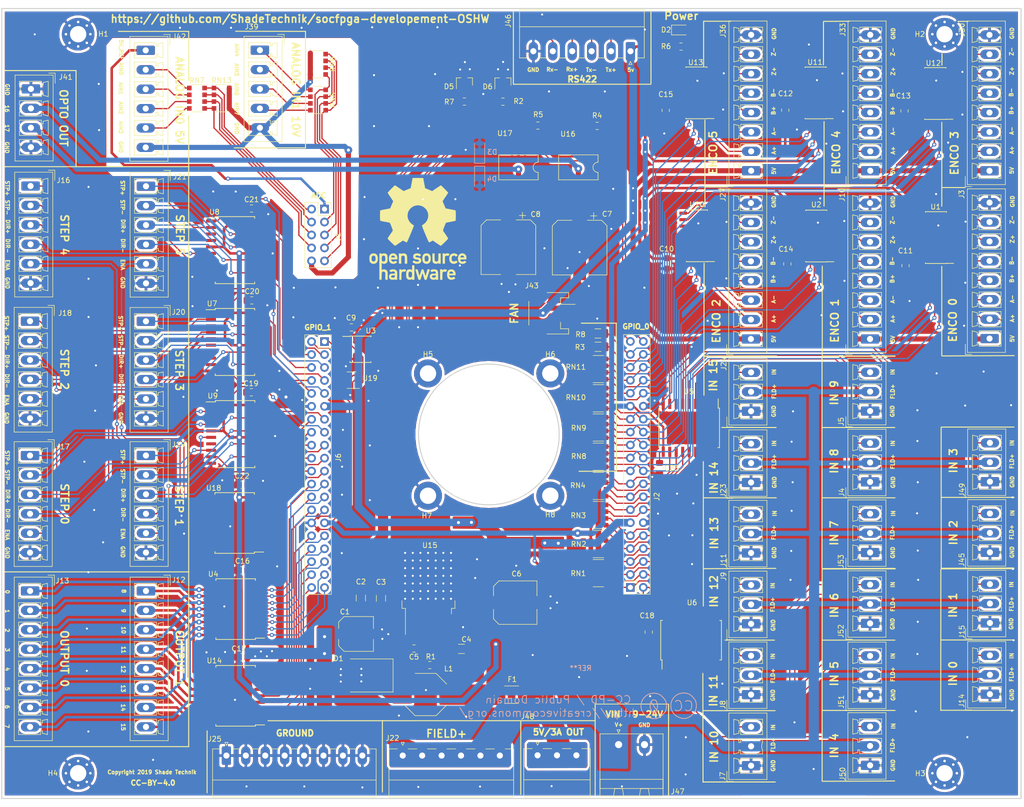
<source format=kicad_pcb>
(kicad_pcb (version 20171130) (host pcbnew 5.1.4-e60b266~84~ubuntu18.04.1)
  (layers (0 F.Cu signal) (31 B.Cu signal) (34 B.Paste user) (35 F.Paste user) (36 B.SilkS user) (37 F.SilkS user) (38 B.Mask user) (39 F.Mask user) (44 Edge.Cuts user))
  (net 0 "")
  (net 1 "Net-(U1-Pad4)")
  (net 2 "Net-(U1-Pad12)")
  (net 3 "Net-(U1-Pad13)")
  (net 4 "Net-(U1-Pad14)")
  (net 5 "Net-(U1-Pad15)")
  (net 6 "Net-(U2-Pad4)")
  (net 7 "Net-(U2-Pad12)")
  (net 8 "Net-(U2-Pad13)")
  (net 9 "Net-(U2-Pad14)")
  (net 10 "Net-(U2-Pad15)")
  (net 11 5v_ADC_REF)
  (net 12 AIN0)
  (net 13 AIN1)
  (net 14 AIN2)
  (net 15 AIN3)
  (net 16 AIN4)
  (net 17 AIN5)
  (net 18 AIN6)
  (net 19 AIN7)
  (net 20 DGND)
  (net 21 3.3v)
  (net 22 GPIO_IN_15)
  (net 23 GPIO_IN_7)
  (net 24 GPIO_IN_14)
  (net 25 GPIO_IN_6)
  (net 26 GPIO_IN_13)
  (net 27 GPIO_IN_5)
  (net 28 GPIO_IN_12)
  (net 29 GPIO_IN_4)
  (net 30 GPIO_IN_11)
  (net 31 GPIO_IN_3)
  (net 32 GPIO_IN_10)
  (net 33 GPIO_IN_2)
  (net 34 GPIO_IN_9)
  (net 35 GPIO_IN_1)
  (net 36 GPIO_IN_8)
  (net 37 GPIO_IN_0)
  (net 38 5v)
  (net 39 ENC1_B)
  (net 40 ENC1_A)
  (net 41 ENC1_Z)
  (net 42 ENC0_B)
  (net 43 ENC0_A)
  (net 44 ENC0_Z)
  (net 45 STEP0)
  (net 46 DIR0)
  (net 47 STEP1)
  (net 48 DIR1)
  (net 49 STEP2)
  (net 50 DIR2)
  (net 51 STEP3)
  (net 52 DIR3)
  (net 53 STEP4)
  (net 54 DIR4)
  (net 55 STEP5)
  (net 56 DIR5)
  (net 57 GPIO_OUT_0)
  (net 58 GPIO_OUT_8)
  (net 59 GPIO_OUT_1)
  (net 60 GPIO_OUT_9)
  (net 61 GPIO_OUT_2)
  (net 62 GPIO_OUT_10)
  (net 63 GPIO_OUT_3)
  (net 64 GPIO_OUT_11)
  (net 65 GPIO_OUT_4)
  (net 66 GPIO_OUT_12)
  (net 67 GPIO_OUT_5)
  (net 68 GPIO_OUT_13)
  (net 69 GPIO_OUT_6)
  (net 70 GPIO_OUT_14)
  (net 71 GPIO_OUT_7)
  (net 72 GPIO_OUT_15)
  (net 73 ENC0_CHAN_B+)
  (net 74 ENC0_CHAN_A+)
  (net 75 ENC0_CHAN_A-)
  (net 76 ENC0_CHAN_B-)
  (net 77 ENC0_CHAN_Z+)
  (net 78 ENC0_CHAN_Z-)
  (net 79 ENC1_CHAN_B+)
  (net 80 ENC1_CHAN_A+)
  (net 81 ENC1_CHAN_Z-)
  (net 82 ENC1_CHAN_Z+)
  (net 83 ENC1_CHAN_B-)
  (net 84 ENC1_CHAN_A-)
  (net 85 "Net-(J14-Pad3)")
  (net 86 "Net-(J15-Pad3)")
  (net 87 FieldV+)
  (net 88 STEP_CHAN2+)
  (net 89 STEP_CHAN2-)
  (net 90 DIR_CHAN2-)
  (net 91 DIR_CHAN2+)
  (net 92 DIR_CHAN3+)
  (net 93 DIR_CHAN3-)
  (net 94 STEP_CHAN3-)
  (net 95 STEP_CHAN3+)
  (net 96 STEP_CHAN4+)
  (net 97 STEP_CHAN4-)
  (net 98 DIR_CHAN4-)
  (net 99 DIR_CHAN4+)
  (net 100 DIR_CHAN5+)
  (net 101 DIR_CHAN5-)
  (net 102 STEP_CHAN5-)
  (net 103 STEP_CHAN5+)
  (net 104 STEP_CHAN1+)
  (net 105 STEP_CHAN1-)
  (net 106 DIR_CHAN1-)
  (net 107 DIR_CHAN1+)
  (net 108 DIR_CHAN0+)
  (net 109 DIR_CHAN0-)
  (net 110 STEP_CHAN0-)
  (net 111 STEP_CHAN0+)
  (net 112 ENC5_B)
  (net 113 ENC5_A)
  (net 114 ENC5_Z)
  (net 115 ENC4_B)
  (net 116 ENC4_A)
  (net 117 ENC4_Z)
  (net 118 ENC3_B)
  (net 119 ENC3_A)
  (net 120 ENC3_Z)
  (net 121 ENC2_B)
  (net 122 ENC2_A)
  (net 123 ENC2_Z)
  (net 124 ENC2_CHAN_B+)
  (net 125 ENC4_CHAN_B+)
  (net 126 ENC2_CHAN_A+)
  (net 127 ENC4_CHAN_A+)
  (net 128 ENC2_CHAN_Z-)
  (net 129 ENC2_CHAN_Z+)
  (net 130 ENC2_CHAN_B-)
  (net 131 ENC2_CHAN_A-)
  (net 132 ENC4_CHAN_Z+)
  (net 133 ENC3_CHAN_A+)
  (net 134 ENC3_CHAN_A-)
  (net 135 ENC3_CHAN_B+)
  (net 136 ENC3_CHAN_B-)
  (net 137 ENC3_CHAN_Z+)
  (net 138 ENC3_CHAN_Z-)
  (net 139 ENC5_CHAN_B+)
  (net 140 ENC4_CHAN_Z-)
  (net 141 ENC4_CHAN_B-)
  (net 142 ENC4_CHAN_A-)
  (net 143 ENC5_CHAN_A+)
  (net 144 ENC5_CHAN_A-)
  (net 145 ENC5_CHAN_B-)
  (net 146 ENC5_CHAN_Z+)
  (net 147 ENC5_CHAN_Z-)
  (net 148 "Net-(U10-Pad15)")
  (net 149 "Net-(U10-Pad14)")
  (net 150 "Net-(U10-Pad13)")
  (net 151 "Net-(U10-Pad12)")
  (net 152 "Net-(U10-Pad4)")
  (net 153 "Net-(U11-Pad4)")
  (net 154 "Net-(U11-Pad12)")
  (net 155 "Net-(U11-Pad13)")
  (net 156 "Net-(U11-Pad14)")
  (net 157 "Net-(U11-Pad15)")
  (net 158 "Net-(U12-Pad15)")
  (net 159 "Net-(U12-Pad14)")
  (net 160 "Net-(U12-Pad13)")
  (net 161 "Net-(U12-Pad12)")
  (net 162 "Net-(U12-Pad4)")
  (net 163 "Net-(U13-Pad4)")
  (net 164 "Net-(U13-Pad12)")
  (net 165 "Net-(U13-Pad13)")
  (net 166 "Net-(U13-Pad14)")
  (net 167 "Net-(U13-Pad15)")
  (net 168 "Net-(C5-Pad2)")
  (net 169 "Net-(C5-Pad1)")
  (net 170 "Net-(R1-Pad1)")
  (net 171 "Net-(C4-Pad1)")
  (net 172 "Net-(U16-Pad3)")
  (net 173 "Net-(R4-Pad1)")
  (net 174 "Net-(R5-Pad1)")
  (net 175 "Net-(U17-Pad3)")
  (net 176 "Net-(F1-Pad1)")
  (net 177 S-D_ENA_0)
  (net 178 S-D_ENA_3)
  (net 179 S-D_ENA_1)
  (net 180 S-D_ENA_5)
  (net 181 S-D_ENA_2)
  (net 182 S-D_ENA_4)
  (net 183 STEP_ENA_4)
  (net 184 STEP_ENA_0)
  (net 185 STEP_ENA_2)
  (net 186 STEP_ENA_1)
  (net 187 STEP_ENA_3)
  (net 188 STEP_ENA_5)
  (net 189 "Net-(U7-Pad3)")
  (net 190 "Net-(U7-Pad7)")
  (net 191 "Net-(U7-Pad13)")
  (net 192 "Net-(U7-Pad17)")
  (net 193 "Net-(U8-Pad3)")
  (net 194 "Net-(U8-Pad7)")
  (net 195 "Net-(U8-Pad13)")
  (net 196 "Net-(U8-Pad17)")
  (net 197 "Net-(U9-Pad17)")
  (net 198 "Net-(U9-Pad13)")
  (net 199 "Net-(U9-Pad7)")
  (net 200 "Net-(U9-Pad3)")
  (net 201 "Net-(U18-Pad7)")
  (net 202 "Net-(U18-Pad8)")
  (net 203 "Net-(U18-Pad11)")
  (net 204 "Net-(U18-Pad12)")
  (net 205 "Net-(J45-Pad3)")
  (net 206 "Net-(D2-Pad2)")
  (net 207 "Net-(J39-Pad1)")
  (net 208 "Net-(J39-Pad2)")
  (net 209 "Net-(J39-Pad3)")
  (net 210 "Net-(J39-Pad4)")
  (net 211 "Net-(J42-Pad2)")
  (net 212 "Net-(J42-Pad3)")
  (net 213 "Net-(J42-Pad4)")
  (net 214 "Net-(J42-Pad5)")
  (net 215 Rx)
  (net 216 Tx)
  (net 217 "/RS422 Interface/Rx+")
  (net 218 "/RS422 Interface/Rx-")
  (net 219 "/RS422 Interface/Tx-")
  (net 220 "/RS422 Interface/Tx+")
  (net 221 "Net-(J49-Pad3)")
  (net 222 "Net-(J50-Pad3)")
  (net 223 "Net-(J51-Pad3)")
  (net 224 "Net-(J52-Pad3)")
  (net 225 "Net-(J53-Pad3)")
  (net 226 "/Output Interface/16")
  (net 227 "/Output Interface/17")
  (net 228 "/Output Interface/8")
  (net 229 "/Output Interface/9")
  (net 230 "/Output Interface/10")
  (net 231 "/Output Interface/11")
  (net 232 "/Output Interface/12")
  (net 233 "/Output Interface/13")
  (net 234 "/Output Interface/14")
  (net 235 "/Output Interface/15")
  (net 236 "/Output Interface/7")
  (net 237 "/Output Interface/6")
  (net 238 "/Output Interface/5")
  (net 239 "/Output Interface/4")
  (net 240 "/Output Interface/3")
  (net 241 "/Output Interface/2")
  (net 242 "/Output Interface/1")
  (net 243 "/Output Interface/0")
  (net 244 GPIO_OUT_16)
  (net 245 GPIO_OUT_17)
  (net 246 AGND)
  (net 247 "Net-(U19-Pad3)")
  (net 248 "Net-(U19-Pad1)")
  (net 249 "Net-(J4-Pad3)")
  (net 250 "Net-(J5-Pad3)")
  (net 251 "Net-(J7-Pad3)")
  (net 252 "Net-(J8-Pad3)")
  (net 253 "Net-(J9-Pad3)")
  (net 254 "Net-(J11-Pad3)")
  (net 255 "Net-(J23-Pad3)")
  (net 256 "Net-(J24-Pad3)")
  (module Symbol:Symbol_CreativeCommonsPublicDomain_SilkScreenTop_Small (layer B.Cu) (at 141.35 153.5 180)
    (fp_text reference REF** (at 0.59944 7.29996) (layer B.SilkS) (effects (justify mirror)))
    (fp_text value Symbol_CreativeCommonsPublicDomain_SilkScreenTop_Small)
  )
  (module Symbol:OSHW-Logo_19x20mm_SilkScreen (layer F.Cu) (at 108.8 60)
    (fp_text reference REF** hide)
    (fp_text value OSHW-Logo_19x20mm_SilkScreen hide)
  )
  (module Connector_Phoenix_MSTB:PhoenixContact_MSTBA_2,5_2-G-5,08_1x02_P5.08mm_Horizontal (layer F.Cu) (at 148.2 161.2)
    (fp_text reference J47 (at 11.6 9.2) (layer F.SilkS))
    (fp_text value Conn_VIN)
    (pad 1 thru_hole roundrect (at 0 0) (size 2.08 3.6) (drill 1.4) (layers *.Cu *.Mask) (roundrect_rratio 0.12) (net 87 FieldV+))
    (pad 2 thru_hole oval (at 5.08 0) (size 2.08 3.6) (drill 1.4) (layers *.Cu *.Mask) (net 20 DGND))
  )
  (module Connector_Phoenix_MC:PhoenixContact_MCV_1,5_8-G-3.81_1x08_P3.81mm_Vertical (layer F.Cu) (at 220.98226 81.52892 90)
    (fp_text reference J3 (at 28.3083 -5.4816 90) (layer F.SilkS))
    (fp_text value ENC0_IN)
    (pad 1 thru_hole roundrect (at 0 0 90) (size 1.8 3.6) (drill 1.2) (layers *.Cu *.Mask) (roundrect_rratio 0.138889) (net 38 5v))
    (pad 2 thru_hole oval (at 3.81 0 90) (size 1.8 3.6) (drill 1.2) (layers *.Cu *.Mask) (net 74 ENC0_CHAN_A+))
    (pad 3 thru_hole oval (at 7.62 0 90) (size 1.8 3.6) (drill 1.2) (layers *.Cu *.Mask) (net 75 ENC0_CHAN_A-))
    (pad 4 thru_hole oval (at 11.43 0 90) (size 1.8 3.6) (drill 1.2) (layers *.Cu *.Mask) (net 73 ENC0_CHAN_B+))
    (pad 5 thru_hole oval (at 15.24 0 90) (size 1.8 3.6) (drill 1.2) (layers *.Cu *.Mask) (net 76 ENC0_CHAN_B-))
    (pad 6 thru_hole oval (at 19.05 0 90) (size 1.8 3.6) (drill 1.2) (layers *.Cu *.Mask) (net 77 ENC0_CHAN_Z+))
    (pad 7 thru_hole oval (at 22.86 0 90) (size 1.8 3.6) (drill 1.2) (layers *.Cu *.Mask) (net 78 ENC0_CHAN_Z-))
    (pad 8 thru_hole oval (at 26.67 0 90) (size 1.8 3.6) (drill 1.2) (layers *.Cu *.Mask) (net 20 DGND))
  )
  (module Connector_Phoenix_MC:PhoenixContact_MCV_1,5_8-G-3.81_1x08_P3.81mm_Vertical (layer F.Cu) (at 197.5279 81.6102 90)
    (fp_text reference J10 (at 28.3083 -5.4816 90) (layer F.SilkS))
    (fp_text value ENC1_IN)
    (pad 8 thru_hole oval (at 26.67 0 90) (size 1.8 3.6) (drill 1.2) (layers *.Cu *.Mask) (net 20 DGND))
    (pad 7 thru_hole oval (at 22.86 0 90) (size 1.8 3.6) (drill 1.2) (layers *.Cu *.Mask) (net 81 ENC1_CHAN_Z-))
    (pad 6 thru_hole oval (at 19.05 0 90) (size 1.8 3.6) (drill 1.2) (layers *.Cu *.Mask) (net 82 ENC1_CHAN_Z+))
    (pad 5 thru_hole oval (at 15.24 0 90) (size 1.8 3.6) (drill 1.2) (layers *.Cu *.Mask) (net 83 ENC1_CHAN_B-))
    (pad 4 thru_hole oval (at 11.43 0 90) (size 1.8 3.6) (drill 1.2) (layers *.Cu *.Mask) (net 79 ENC1_CHAN_B+))
    (pad 3 thru_hole oval (at 7.62 0 90) (size 1.8 3.6) (drill 1.2) (layers *.Cu *.Mask) (net 84 ENC1_CHAN_A-))
    (pad 2 thru_hole oval (at 3.81 0 90) (size 1.8 3.6) (drill 1.2) (layers *.Cu *.Mask) (net 80 ENC1_CHAN_A+))
    (pad 1 thru_hole roundrect (at 0 0 90) (size 1.8 3.6) (drill 1.2) (layers *.Cu *.Mask) (roundrect_rratio 0.138889) (net 38 5v))
  )
  (module Package_SO:SOIC-16_3.9x9.9mm_P1.27mm (layer F.Cu) (at 186.9869 61.40958 180)
    (fp_text reference U2 (at 0 6.1595 180) (layer F.SilkS))
    (fp_text value AM26LS32)
    (pad 1 smd rect (at -2.7 -4.445 180) (size 1.5 0.6) (layers F.Cu F.Paste F.Mask) (net 84 ENC1_CHAN_A-))
    (pad 2 smd rect (at -2.7 -3.175 180) (size 1.5 0.6) (layers F.Cu F.Paste F.Mask) (net 80 ENC1_CHAN_A+))
    (pad 3 smd rect (at -2.7 -1.905 180) (size 1.5 0.6) (layers F.Cu F.Paste F.Mask) (net 40 ENC1_A))
    (pad 4 smd rect (at -2.7 -0.635 180) (size 1.5 0.6) (layers F.Cu F.Paste F.Mask) (net 6 "Net-(U2-Pad4)"))
    (pad 5 smd rect (at -2.7 0.635 180) (size 1.5 0.6) (layers F.Cu F.Paste F.Mask) (net 39 ENC1_B))
    (pad 6 smd rect (at -2.7 1.905 180) (size 1.5 0.6) (layers F.Cu F.Paste F.Mask) (net 79 ENC1_CHAN_B+))
    (pad 7 smd rect (at -2.7 3.175 180) (size 1.5 0.6) (layers F.Cu F.Paste F.Mask) (net 83 ENC1_CHAN_B-))
    (pad 8 smd rect (at -2.7 4.445 180) (size 1.5 0.6) (layers F.Cu F.Paste F.Mask) (net 20 DGND))
    (pad 9 smd rect (at 2.7 4.445 180) (size 1.5 0.6) (layers F.Cu F.Paste F.Mask) (net 81 ENC1_CHAN_Z-))
    (pad 10 smd rect (at 2.7 3.175 180) (size 1.5 0.6) (layers F.Cu F.Paste F.Mask) (net 82 ENC1_CHAN_Z+))
    (pad 11 smd rect (at 2.7 1.905 180) (size 1.5 0.6) (layers F.Cu F.Paste F.Mask) (net 41 ENC1_Z))
    (pad 12 smd rect (at 2.7 0.635 180) (size 1.5 0.6) (layers F.Cu F.Paste F.Mask) (net 7 "Net-(U2-Pad12)"))
    (pad 13 smd rect (at 2.7 -0.635 180) (size 1.5 0.6) (layers F.Cu F.Paste F.Mask) (net 8 "Net-(U2-Pad13)"))
    (pad 14 smd rect (at 2.7 -1.905 180) (size 1.5 0.6) (layers F.Cu F.Paste F.Mask) (net 9 "Net-(U2-Pad14)"))
    (pad 15 smd rect (at 2.7 -3.175 180) (size 1.5 0.6) (layers F.Cu F.Paste F.Mask) (net 10 "Net-(U2-Pad15)"))
    (pad 16 smd rect (at 2.7 -4.445 180) (size 1.5 0.6) (layers F.Cu F.Paste F.Mask) (net 21 3.3v))
  )
  (module Package_SO:SOIC-16_3.9x9.9mm_P1.27mm (layer F.Cu) (at 210.46666 61.71946 180)
    (fp_text reference U1 (at 0.0635 6.0325 180) (layer F.SilkS))
    (fp_text value AM26LS32)
    (pad 16 smd rect (at 2.7 -4.445 180) (size 1.5 0.6) (layers F.Cu F.Paste F.Mask) (net 21 3.3v))
    (pad 15 smd rect (at 2.7 -3.175 180) (size 1.5 0.6) (layers F.Cu F.Paste F.Mask) (net 5 "Net-(U1-Pad15)"))
    (pad 14 smd rect (at 2.7 -1.905 180) (size 1.5 0.6) (layers F.Cu F.Paste F.Mask) (net 4 "Net-(U1-Pad14)"))
    (pad 13 smd rect (at 2.7 -0.635 180) (size 1.5 0.6) (layers F.Cu F.Paste F.Mask) (net 3 "Net-(U1-Pad13)"))
    (pad 12 smd rect (at 2.7 0.635 180) (size 1.5 0.6) (layers F.Cu F.Paste F.Mask) (net 2 "Net-(U1-Pad12)"))
    (pad 11 smd rect (at 2.7 1.905 180) (size 1.5 0.6) (layers F.Cu F.Paste F.Mask) (net 44 ENC0_Z))
    (pad 10 smd rect (at 2.7 3.175 180) (size 1.5 0.6) (layers F.Cu F.Paste F.Mask) (net 77 ENC0_CHAN_Z+))
    (pad 9 smd rect (at 2.7 4.445 180) (size 1.5 0.6) (layers F.Cu F.Paste F.Mask) (net 78 ENC0_CHAN_Z-))
    (pad 8 smd rect (at -2.7 4.445 180) (size 1.5 0.6) (layers F.Cu F.Paste F.Mask) (net 20 DGND))
    (pad 7 smd rect (at -2.7 3.175 180) (size 1.5 0.6) (layers F.Cu F.Paste F.Mask) (net 76 ENC0_CHAN_B-))
    (pad 6 smd rect (at -2.7 1.905 180) (size 1.5 0.6) (layers F.Cu F.Paste F.Mask) (net 73 ENC0_CHAN_B+))
    (pad 5 smd rect (at -2.7 0.635 180) (size 1.5 0.6) (layers F.Cu F.Paste F.Mask) (net 42 ENC0_B))
    (pad 4 smd rect (at -2.7 -0.635 180) (size 1.5 0.6) (layers F.Cu F.Paste F.Mask) (net 1 "Net-(U1-Pad4)"))
    (pad 3 smd rect (at -2.7 -1.905 180) (size 1.5 0.6) (layers F.Cu F.Paste F.Mask) (net 43 ENC0_A))
    (pad 2 smd rect (at -2.7 -3.175 180) (size 1.5 0.6) (layers F.Cu F.Paste F.Mask) (net 74 ENC0_CHAN_A+))
    (pad 1 smd rect (at -2.7 -4.445 180) (size 1.5 0.6) (layers F.Cu F.Paste F.Mask) (net 75 ENC0_CHAN_A-))
  )
  (module Package_SO:SOIC-16_3.9x9.9mm_P1.27mm (layer F.Cu) (at 163.57318 61.37402 180)
    (fp_text reference U10 (at 0 6.1595 180) (layer F.SilkS))
    (fp_text value AM26LS32)
    (pad 1 smd rect (at -2.7 -4.445 180) (size 1.5 0.6) (layers F.Cu F.Paste F.Mask) (net 131 ENC2_CHAN_A-))
    (pad 2 smd rect (at -2.7 -3.175 180) (size 1.5 0.6) (layers F.Cu F.Paste F.Mask) (net 126 ENC2_CHAN_A+))
    (pad 3 smd rect (at -2.7 -1.905 180) (size 1.5 0.6) (layers F.Cu F.Paste F.Mask) (net 122 ENC2_A))
    (pad 4 smd rect (at -2.7 -0.635 180) (size 1.5 0.6) (layers F.Cu F.Paste F.Mask) (net 152 "Net-(U10-Pad4)"))
    (pad 5 smd rect (at -2.7 0.635 180) (size 1.5 0.6) (layers F.Cu F.Paste F.Mask) (net 121 ENC2_B))
    (pad 6 smd rect (at -2.7 1.905 180) (size 1.5 0.6) (layers F.Cu F.Paste F.Mask) (net 124 ENC2_CHAN_B+))
    (pad 7 smd rect (at -2.7 3.175 180) (size 1.5 0.6) (layers F.Cu F.Paste F.Mask) (net 130 ENC2_CHAN_B-))
    (pad 8 smd rect (at -2.7 4.445 180) (size 1.5 0.6) (layers F.Cu F.Paste F.Mask) (net 20 DGND))
    (pad 9 smd rect (at 2.7 4.445 180) (size 1.5 0.6) (layers F.Cu F.Paste F.Mask) (net 128 ENC2_CHAN_Z-))
    (pad 10 smd rect (at 2.7 3.175 180) (size 1.5 0.6) (layers F.Cu F.Paste F.Mask) (net 129 ENC2_CHAN_Z+))
    (pad 11 smd rect (at 2.7 1.905 180) (size 1.5 0.6) (layers F.Cu F.Paste F.Mask) (net 123 ENC2_Z))
    (pad 12 smd rect (at 2.7 0.635 180) (size 1.5 0.6) (layers F.Cu F.Paste F.Mask) (net 151 "Net-(U10-Pad12)"))
    (pad 13 smd rect (at 2.7 -0.635 180) (size 1.5 0.6) (layers F.Cu F.Paste F.Mask) (net 150 "Net-(U10-Pad13)"))
    (pad 14 smd rect (at 2.7 -1.905 180) (size 1.5 0.6) (layers F.Cu F.Paste F.Mask) (net 149 "Net-(U10-Pad14)"))
    (pad 15 smd rect (at 2.7 -3.175 180) (size 1.5 0.6) (layers F.Cu F.Paste F.Mask) (net 148 "Net-(U10-Pad15)"))
    (pad 16 smd rect (at 2.7 -4.445 180) (size 1.5 0.6) (layers F.Cu F.Paste F.Mask) (net 21 3.3v))
  )
  (module Connector_Phoenix_MC:PhoenixContact_MCV_1,5_8-G-3.81_1x08_P3.81mm_Vertical (layer F.Cu) (at 174.1599 81.6102 90)
    (fp_text reference J27 (at 28.3083 -5.4816 90) (layer F.SilkS))
    (fp_text value ENC2_IN)
    (pad 8 thru_hole oval (at 26.67 0 90) (size 1.8 3.6) (drill 1.2) (layers *.Cu *.Mask) (net 20 DGND))
    (pad 7 thru_hole oval (at 22.86 0 90) (size 1.8 3.6) (drill 1.2) (layers *.Cu *.Mask) (net 128 ENC2_CHAN_Z-))
    (pad 6 thru_hole oval (at 19.05 0 90) (size 1.8 3.6) (drill 1.2) (layers *.Cu *.Mask) (net 129 ENC2_CHAN_Z+))
    (pad 5 thru_hole oval (at 15.24 0 90) (size 1.8 3.6) (drill 1.2) (layers *.Cu *.Mask) (net 130 ENC2_CHAN_B-))
    (pad 4 thru_hole oval (at 11.43 0 90) (size 1.8 3.6) (drill 1.2) (layers *.Cu *.Mask) (net 124 ENC2_CHAN_B+))
    (pad 3 thru_hole oval (at 7.62 0 90) (size 1.8 3.6) (drill 1.2) (layers *.Cu *.Mask) (net 131 ENC2_CHAN_A-))
    (pad 2 thru_hole oval (at 3.81 0 90) (size 1.8 3.6) (drill 1.2) (layers *.Cu *.Mask) (net 126 ENC2_CHAN_A+))
    (pad 1 thru_hole roundrect (at 0 0 90) (size 1.8 3.6) (drill 1.2) (layers *.Cu *.Mask) (roundrect_rratio 0.138889) (net 38 5v))
  )
  (module Connector_Phoenix_MC:PhoenixContact_MCV_1,5_8-G-3.81_1x08_P3.81mm_Vertical (layer F.Cu) (at 174.20816 48.60544 90)
    (fp_text reference J36 (at 27.432 -5.5245 90) (layer F.SilkS))
    (fp_text value ENC5_IN)
    (pad 1 thru_hole roundrect (at 0 0 90) (size 1.8 3.6) (drill 1.2) (layers *.Cu *.Mask) (roundrect_rratio 0.138889) (net 38 5v))
    (pad 2 thru_hole oval (at 3.81 0 90) (size 1.8 3.6) (drill 1.2) (layers *.Cu *.Mask) (net 143 ENC5_CHAN_A+))
    (pad 3 thru_hole oval (at 7.62 0 90) (size 1.8 3.6) (drill 1.2) (layers *.Cu *.Mask) (net 144 ENC5_CHAN_A-))
    (pad 4 thru_hole oval (at 11.43 0 90) (size 1.8 3.6) (drill 1.2) (layers *.Cu *.Mask) (net 139 ENC5_CHAN_B+))
    (pad 5 thru_hole oval (at 15.24 0 90) (size 1.8 3.6) (drill 1.2) (layers *.Cu *.Mask) (net 145 ENC5_CHAN_B-))
    (pad 6 thru_hole oval (at 19.05 0 90) (size 1.8 3.6) (drill 1.2) (layers *.Cu *.Mask) (net 146 ENC5_CHAN_Z+))
    (pad 7 thru_hole oval (at 22.86 0 90) (size 1.8 3.6) (drill 1.2) (layers *.Cu *.Mask) (net 147 ENC5_CHAN_Z-))
    (pad 8 thru_hole oval (at 26.67 0 90) (size 1.8 3.6) (drill 1.2) (layers *.Cu *.Mask) (net 20 DGND))
  )
  (module Package_SO:SOIC-16_3.9x9.9mm_P1.27mm (layer F.Cu) (at 163.45888 33.31972 180)
    (fp_text reference U13 (at 0.127 5.969 180) (layer F.SilkS))
    (fp_text value AM26LS32)
    (pad 16 smd rect (at 2.7 -4.445 180) (size 1.5 0.6) (layers F.Cu F.Paste F.Mask) (net 21 3.3v))
    (pad 15 smd rect (at 2.7 -3.175 180) (size 1.5 0.6) (layers F.Cu F.Paste F.Mask) (net 167 "Net-(U13-Pad15)"))
    (pad 14 smd rect (at 2.7 -1.905 180) (size 1.5 0.6) (layers F.Cu F.Paste F.Mask) (net 166 "Net-(U13-Pad14)"))
    (pad 13 smd rect (at 2.7 -0.635 180) (size 1.5 0.6) (layers F.Cu F.Paste F.Mask) (net 165 "Net-(U13-Pad13)"))
    (pad 12 smd rect (at 2.7 0.635 180) (size 1.5 0.6) (layers F.Cu F.Paste F.Mask) (net 164 "Net-(U13-Pad12)"))
    (pad 11 smd rect (at 2.7 1.905 180) (size 1.5 0.6) (layers F.Cu F.Paste F.Mask) (net 114 ENC5_Z))
    (pad 10 smd rect (at 2.7 3.175 180) (size 1.5 0.6) (layers F.Cu F.Paste F.Mask) (net 146 ENC5_CHAN_Z+))
    (pad 9 smd rect (at 2.7 4.445 180) (size 1.5 0.6) (layers F.Cu F.Paste F.Mask) (net 147 ENC5_CHAN_Z-))
    (pad 8 smd rect (at -2.7 4.445 180) (size 1.5 0.6) (layers F.Cu F.Paste F.Mask) (net 20 DGND))
    (pad 7 smd rect (at -2.7 3.175 180) (size 1.5 0.6) (layers F.Cu F.Paste F.Mask) (net 145 ENC5_CHAN_B-))
    (pad 6 smd rect (at -2.7 1.905 180) (size 1.5 0.6) (layers F.Cu F.Paste F.Mask) (net 139 ENC5_CHAN_B+))
    (pad 5 smd rect (at -2.7 0.635 180) (size 1.5 0.6) (layers F.Cu F.Paste F.Mask) (net 112 ENC5_B))
    (pad 4 smd rect (at -2.7 -0.635 180) (size 1.5 0.6) (layers F.Cu F.Paste F.Mask) (net 163 "Net-(U13-Pad4)"))
    (pad 3 smd rect (at -2.7 -1.905 180) (size 1.5 0.6) (layers F.Cu F.Paste F.Mask) (net 113 ENC5_A))
    (pad 2 smd rect (at -2.7 -3.175 180) (size 1.5 0.6) (layers F.Cu F.Paste F.Mask) (net 143 ENC5_CHAN_A+))
    (pad 1 smd rect (at -2.7 -4.445 180) (size 1.5 0.6) (layers F.Cu F.Paste F.Mask) (net 144 ENC5_CHAN_A-))
  )
  (module Connector_Phoenix_MC:PhoenixContact_MCV_1,5_8-G-3.81_1x08_P3.81mm_Vertical (layer F.Cu) (at 220.96956 48.6156 90)
    (fp_text reference J30 (at 27.686 -5.3975 90) (layer F.SilkS))
    (fp_text value ENC3_IN)
    (pad 8 thru_hole oval (at 26.67 0 90) (size 1.8 3.6) (drill 1.2) (layers *.Cu *.Mask) (net 20 DGND))
    (pad 7 thru_hole oval (at 22.86 0 90) (size 1.8 3.6) (drill 1.2) (layers *.Cu *.Mask) (net 138 ENC3_CHAN_Z-))
    (pad 6 thru_hole oval (at 19.05 0 90) (size 1.8 3.6) (drill 1.2) (layers *.Cu *.Mask) (net 137 ENC3_CHAN_Z+))
    (pad 5 thru_hole oval (at 15.24 0 90) (size 1.8 3.6) (drill 1.2) (layers *.Cu *.Mask) (net 136 ENC3_CHAN_B-))
    (pad 4 thru_hole oval (at 11.43 0 90) (size 1.8 3.6) (drill 1.2) (layers *.Cu *.Mask) (net 135 ENC3_CHAN_B+))
    (pad 3 thru_hole oval (at 7.62 0 90) (size 1.8 3.6) (drill 1.2) (layers *.Cu *.Mask) (net 134 ENC3_CHAN_A-))
    (pad 2 thru_hole oval (at 3.81 0 90) (size 1.8 3.6) (drill 1.2) (layers *.Cu *.Mask) (net 133 ENC3_CHAN_A+))
    (pad 1 thru_hole roundrect (at 0 0 90) (size 1.8 3.6) (drill 1.2) (layers *.Cu *.Mask) (roundrect_rratio 0.138889) (net 38 5v))
  )
  (module Package_SO:SOIC-16_3.9x9.9mm_P1.27mm (layer F.Cu) (at 210.3422 33.4518 180)
    (fp_text reference U12 (at 0.381 5.969 180) (layer F.SilkS))
    (fp_text value AM26LS32)
    (pad 1 smd rect (at -2.7 -4.445 180) (size 1.5 0.6) (layers F.Cu F.Paste F.Mask) (net 134 ENC3_CHAN_A-))
    (pad 2 smd rect (at -2.7 -3.175 180) (size 1.5 0.6) (layers F.Cu F.Paste F.Mask) (net 133 ENC3_CHAN_A+))
    (pad 3 smd rect (at -2.7 -1.905 180) (size 1.5 0.6) (layers F.Cu F.Paste F.Mask) (net 119 ENC3_A))
    (pad 4 smd rect (at -2.7 -0.635 180) (size 1.5 0.6) (layers F.Cu F.Paste F.Mask) (net 162 "Net-(U12-Pad4)"))
    (pad 5 smd rect (at -2.7 0.635 180) (size 1.5 0.6) (layers F.Cu F.Paste F.Mask) (net 118 ENC3_B))
    (pad 6 smd rect (at -2.7 1.905 180) (size 1.5 0.6) (layers F.Cu F.Paste F.Mask) (net 135 ENC3_CHAN_B+))
    (pad 7 smd rect (at -2.7 3.175 180) (size 1.5 0.6) (layers F.Cu F.Paste F.Mask) (net 136 ENC3_CHAN_B-))
    (pad 8 smd rect (at -2.7 4.445 180) (size 1.5 0.6) (layers F.Cu F.Paste F.Mask) (net 20 DGND))
    (pad 9 smd rect (at 2.7 4.445 180) (size 1.5 0.6) (layers F.Cu F.Paste F.Mask) (net 138 ENC3_CHAN_Z-))
    (pad 10 smd rect (at 2.7 3.175 180) (size 1.5 0.6) (layers F.Cu F.Paste F.Mask) (net 137 ENC3_CHAN_Z+))
    (pad 11 smd rect (at 2.7 1.905 180) (size 1.5 0.6) (layers F.Cu F.Paste F.Mask) (net 120 ENC3_Z))
    (pad 12 smd rect (at 2.7 0.635 180) (size 1.5 0.6) (layers F.Cu F.Paste F.Mask) (net 161 "Net-(U12-Pad12)"))
    (pad 13 smd rect (at 2.7 -0.635 180) (size 1.5 0.6) (layers F.Cu F.Paste F.Mask) (net 160 "Net-(U12-Pad13)"))
    (pad 14 smd rect (at 2.7 -1.905 180) (size 1.5 0.6) (layers F.Cu F.Paste F.Mask) (net 159 "Net-(U12-Pad14)"))
    (pad 15 smd rect (at 2.7 -3.175 180) (size 1.5 0.6) (layers F.Cu F.Paste F.Mask) (net 158 "Net-(U12-Pad15)"))
    (pad 16 smd rect (at 2.7 -4.445 180) (size 1.5 0.6) (layers F.Cu F.Paste F.Mask) (net 21 3.3v))
  )
  (module Package_SO:SOIC-16_3.9x9.9mm_P1.27mm (layer F.Cu) (at 186.86752 33.33242 180)
    (fp_text reference U11 (at 0.127 6.0325 180) (layer F.SilkS))
    (fp_text value AM26LS32)
    (pad 16 smd rect (at 2.7 -4.445 180) (size 1.5 0.6) (layers F.Cu F.Paste F.Mask) (net 21 3.3v))
    (pad 15 smd rect (at 2.7 -3.175 180) (size 1.5 0.6) (layers F.Cu F.Paste F.Mask) (net 157 "Net-(U11-Pad15)"))
    (pad 14 smd rect (at 2.7 -1.905 180) (size 1.5 0.6) (layers F.Cu F.Paste F.Mask) (net 156 "Net-(U11-Pad14)"))
    (pad 13 smd rect (at 2.7 -0.635 180) (size 1.5 0.6) (layers F.Cu F.Paste F.Mask) (net 155 "Net-(U11-Pad13)"))
    (pad 12 smd rect (at 2.7 0.635 180) (size 1.5 0.6) (layers F.Cu F.Paste F.Mask) (net 154 "Net-(U11-Pad12)"))
    (pad 11 smd rect (at 2.7 1.905 180) (size 1.5 0.6) (layers F.Cu F.Paste F.Mask) (net 117 ENC4_Z))
    (pad 10 smd rect (at 2.7 3.175 180) (size 1.5 0.6) (layers F.Cu F.Paste F.Mask) (net 132 ENC4_CHAN_Z+))
    (pad 9 smd rect (at 2.7 4.445 180) (size 1.5 0.6) (layers F.Cu F.Paste F.Mask) (net 140 ENC4_CHAN_Z-))
    (pad 8 smd rect (at -2.7 4.445 180) (size 1.5 0.6) (layers F.Cu F.Paste F.Mask) (net 20 DGND))
    (pad 7 smd rect (at -2.7 3.175 180) (size 1.5 0.6) (layers F.Cu F.Paste F.Mask) (net 141 ENC4_CHAN_B-))
    (pad 6 smd rect (at -2.7 1.905 180) (size 1.5 0.6) (layers F.Cu F.Paste F.Mask) (net 125 ENC4_CHAN_B+))
    (pad 5 smd rect (at -2.7 0.635 180) (size 1.5 0.6) (layers F.Cu F.Paste F.Mask) (net 115 ENC4_B))
    (pad 4 smd rect (at -2.7 -0.635 180) (size 1.5 0.6) (layers F.Cu F.Paste F.Mask) (net 153 "Net-(U11-Pad4)"))
    (pad 3 smd rect (at -2.7 -1.905 180) (size 1.5 0.6) (layers F.Cu F.Paste F.Mask) (net 116 ENC4_A))
    (pad 2 smd rect (at -2.7 -3.175 180) (size 1.5 0.6) (layers F.Cu F.Paste F.Mask) (net 127 ENC4_CHAN_A+))
    (pad 1 smd rect (at -2.7 -4.445 180) (size 1.5 0.6) (layers F.Cu F.Paste F.Mask) (net 142 ENC4_CHAN_A-))
  )
  (module Connector_Phoenix_MC:PhoenixContact_MCV_1,5_8-G-3.81_1x08_P3.81mm_Vertical (layer F.Cu) (at 197.57616 48.60544 90)
    (fp_text reference J33 (at 27.686 -5.3975 90) (layer F.SilkS))
    (fp_text value ENC4_IN)
    (pad 1 thru_hole roundrect (at 0 0 90) (size 1.8 3.6) (drill 1.2) (layers *.Cu *.Mask) (roundrect_rratio 0.138889) (net 38 5v))
    (pad 2 thru_hole oval (at 3.81 0 90) (size 1.8 3.6) (drill 1.2) (layers *.Cu *.Mask) (net 127 ENC4_CHAN_A+))
    (pad 3 thru_hole oval (at 7.62 0 90) (size 1.8 3.6) (drill 1.2) (layers *.Cu *.Mask) (net 142 ENC4_CHAN_A-))
    (pad 4 thru_hole oval (at 11.43 0 90) (size 1.8 3.6) (drill 1.2) (layers *.Cu *.Mask) (net 125 ENC4_CHAN_B+))
    (pad 5 thru_hole oval (at 15.24 0 90) (size 1.8 3.6) (drill 1.2) (layers *.Cu *.Mask) (net 141 ENC4_CHAN_B-))
    (pad 6 thru_hole oval (at 19.05 0 90) (size 1.8 3.6) (drill 1.2) (layers *.Cu *.Mask) (net 132 ENC4_CHAN_Z+))
    (pad 7 thru_hole oval (at 22.86 0 90) (size 1.8 3.6) (drill 1.2) (layers *.Cu *.Mask) (net 140 ENC4_CHAN_Z-))
    (pad 8 thru_hole oval (at 26.67 0 90) (size 1.8 3.6) (drill 1.2) (layers *.Cu *.Mask) (net 20 DGND))
  )
  (module MountingHole:MountingHole_3.2mm_M3_ISO14580_Pad (layer F.Cu) (at 134.802001 112.369001)
    (fp_text reference H8 (at -0.024801 3.708999) (layer F.SilkS))
    (fp_text value MountingHole_Pad)
    (pad 1 thru_hole circle (at 0 0) (size 5.5 5.5) (drill 3.2) (layers *.Cu *.Mask) (net 20 DGND))
  )
  (module MountingHole:MountingHole_3.2mm_M3_ISO14580_Pad (layer F.Cu) (at 110.802001 112.369001)
    (fp_text reference H7 (at -0.231001 3.912199) (layer F.SilkS))
    (fp_text value MountingHole_Pad)
    (pad 1 thru_hole circle (at 0 0) (size 5.5 5.5) (drill 3.2) (layers *.Cu *.Mask) (net 20 DGND))
  )
  (module MountingHole:MountingHole_3.2mm_M3_ISO14580_Pad (layer F.Cu) (at 134.802001 88.369001)
    (fp_text reference H6 (at 0 -3.75) (layer F.SilkS))
    (fp_text value MountingHole_Pad)
    (pad 1 thru_hole circle (at 0 0) (size 5.5 5.5) (drill 3.2) (layers *.Cu *.Mask) (net 20 DGND))
  )
  (module Connector_Phoenix_MC:PhoenixContact_MCV_1,5_6-G-3.81_1x06_P3.81mm_Vertical (layer F.Cu) (at 55.4609 78.1431 270)
    (fp_text reference J20 (at -1.8034 -6.41604 180) (layer F.SilkS))
    (fp_text value StepGen3)
    (pad 6 thru_hole oval (at 19.05 0 270) (size 1.8 3.6) (drill 1.2) (layers *.Cu *.Mask) (net 20 DGND))
    (pad 5 thru_hole oval (at 15.24 0 270) (size 1.8 3.6) (drill 1.2) (layers *.Cu *.Mask) (net 187 STEP_ENA_3))
    (pad 4 thru_hole oval (at 11.43 0 270) (size 1.8 3.6) (drill 1.2) (layers *.Cu *.Mask) (net 93 DIR_CHAN3-))
    (pad 3 thru_hole oval (at 7.62 0 270) (size 1.8 3.6) (drill 1.2) (layers *.Cu *.Mask) (net 92 DIR_CHAN3+))
    (pad 2 thru_hole oval (at 3.81 0 270) (size 1.8 3.6) (drill 1.2) (layers *.Cu *.Mask) (net 94 STEP_CHAN3-))
    (pad 1 thru_hole roundrect (at 0 0 270) (size 1.8 3.6) (drill 1.2) (layers *.Cu *.Mask) (roundrect_rratio 0.138889) (net 95 STEP_CHAN3+))
  )
  (module Connector_Phoenix_MC:PhoenixContact_MCV_1,5_6-G-3.81_1x06_P3.81mm_Vertical (layer F.Cu) (at 32.72 104.4829 270)
    (fp_text reference J17 (at -1.73482 -6.45188 180) (layer F.SilkS))
    (fp_text value StepGen0)
    (pad 6 thru_hole oval (at 19.05 0 270) (size 1.8 3.6) (drill 1.2) (layers *.Cu *.Mask) (net 20 DGND))
    (pad 5 thru_hole oval (at 15.24 0 270) (size 1.8 3.6) (drill 1.2) (layers *.Cu *.Mask) (net 184 STEP_ENA_0))
    (pad 4 thru_hole oval (at 11.43 0 270) (size 1.8 3.6) (drill 1.2) (layers *.Cu *.Mask) (net 109 DIR_CHAN0-))
    (pad 3 thru_hole oval (at 7.62 0 270) (size 1.8 3.6) (drill 1.2) (layers *.Cu *.Mask) (net 108 DIR_CHAN0+))
    (pad 2 thru_hole oval (at 3.81 0 270) (size 1.8 3.6) (drill 1.2) (layers *.Cu *.Mask) (net 110 STEP_CHAN0-))
    (pad 1 thru_hole roundrect (at 0 0 270) (size 1.8 3.6) (drill 1.2) (layers *.Cu *.Mask) (roundrect_rratio 0.138889) (net 111 STEP_CHAN0+))
  )
  (module Connector_PinSocket_2.54mm:PinSocket_2x20_P2.54mm_Vertical (layer F.Cu) (at 150.5077 130.3528 180)
    (fp_text reference J2 (at -5.1923 17.8028 90) (layer F.SilkS))
    (fp_text value DE0_GPIO_0)
    (pad 40 thru_hole oval (at -2.54 48.26 180) (size 1.7 1.7) (drill 1) (layers *.Cu *.Mask) (net 244 GPIO_OUT_16))
    (pad 39 thru_hole oval (at 0 48.26 180) (size 1.7 1.7) (drill 1) (layers *.Cu *.Mask) (net 245 GPIO_OUT_17))
    (pad 38 thru_hole oval (at -2.54 45.72 180) (size 1.7 1.7) (drill 1) (layers *.Cu *.Mask) (net 112 ENC5_B))
    (pad 37 thru_hole oval (at 0 45.72 180) (size 1.7 1.7) (drill 1) (layers *.Cu *.Mask) (net 114 ENC5_Z))
    (pad 36 thru_hole oval (at -2.54 43.18 180) (size 1.7 1.7) (drill 1) (layers *.Cu *.Mask) (net 117 ENC4_Z))
    (pad 35 thru_hole oval (at 0 43.18 180) (size 1.7 1.7) (drill 1) (layers *.Cu *.Mask) (net 113 ENC5_A))
    (pad 34 thru_hole oval (at -2.54 40.64 180) (size 1.7 1.7) (drill 1) (layers *.Cu *.Mask) (net 116 ENC4_A))
    (pad 33 thru_hole oval (at 0 40.64 180) (size 1.7 1.7) (drill 1) (layers *.Cu *.Mask) (net 115 ENC4_B))
    (pad 32 thru_hole oval (at -2.54 38.1 180) (size 1.7 1.7) (drill 1) (layers *.Cu *.Mask) (net 118 ENC3_B))
    (pad 31 thru_hole oval (at 0 38.1 180) (size 1.7 1.7) (drill 1) (layers *.Cu *.Mask) (net 120 ENC3_Z))
    (pad 30 thru_hole oval (at -2.54 35.56 180) (size 1.7 1.7) (drill 1) (layers *.Cu *.Mask) (net 20 DGND))
    (pad 29 thru_hole oval (at 0 35.56 180) (size 1.7 1.7) (drill 1) (layers *.Cu *.Mask) (net 21 3.3v))
    (pad 28 thru_hole oval (at -2.54 33.02 180) (size 1.7 1.7) (drill 1) (layers *.Cu *.Mask) (net 123 ENC2_Z))
    (pad 27 thru_hole oval (at 0 33.02 180) (size 1.7 1.7) (drill 1) (layers *.Cu *.Mask) (net 119 ENC3_A))
    (pad 26 thru_hole oval (at -2.54 30.48 180) (size 1.7 1.7) (drill 1) (layers *.Cu *.Mask) (net 122 ENC2_A))
    (pad 25 thru_hole oval (at 0 30.48 180) (size 1.7 1.7) (drill 1) (layers *.Cu *.Mask) (net 121 ENC2_B))
    (pad 24 thru_hole oval (at -2.54 27.94 180) (size 1.7 1.7) (drill 1) (layers *.Cu *.Mask) (net 39 ENC1_B))
    (pad 23 thru_hole oval (at 0 27.94 180) (size 1.7 1.7) (drill 1) (layers *.Cu *.Mask) (net 41 ENC1_Z))
    (pad 22 thru_hole oval (at -2.54 25.4 180) (size 1.7 1.7) (drill 1) (layers *.Cu *.Mask) (net 44 ENC0_Z))
    (pad 21 thru_hole oval (at 0 25.4 180) (size 1.7 1.7) (drill 1) (layers *.Cu *.Mask) (net 40 ENC1_A))
    (pad 20 thru_hole oval (at -2.54 22.86 180) (size 1.7 1.7) (drill 1) (layers *.Cu *.Mask) (net 43 ENC0_A))
    (pad 19 thru_hole oval (at 0 22.86 180) (size 1.7 1.7) (drill 1) (layers *.Cu *.Mask) (net 42 ENC0_B))
    (pad 18 thru_hole oval (at -2.54 20.32 180) (size 1.7 1.7) (drill 1) (layers *.Cu *.Mask) (net 25 GPIO_IN_6))
    (pad 17 thru_hole oval (at 0 20.32 180) (size 1.7 1.7) (drill 1) (layers *.Cu *.Mask) (net 23 GPIO_IN_7))
    (pad 16 thru_hole oval (at -2.54 17.78 180) (size 1.7 1.7) (drill 1) (layers *.Cu *.Mask) (net 29 GPIO_IN_4))
    (pad 15 thru_hole oval (at 0 17.78 180) (size 1.7 1.7) (drill 1) (layers *.Cu *.Mask) (net 27 GPIO_IN_5))
    (pad 14 thru_hole oval (at -2.54 15.24 180) (size 1.7 1.7) (drill 1) (layers *.Cu *.Mask) (net 33 GPIO_IN_2))
    (pad 13 thru_hole oval (at 0 15.24 180) (size 1.7 1.7) (drill 1) (layers *.Cu *.Mask) (net 31 GPIO_IN_3))
    (pad 12 thru_hole oval (at -2.54 12.7 180) (size 1.7 1.7) (drill 1) (layers *.Cu *.Mask) (net 20 DGND))
    (pad 11 thru_hole oval (at 0 12.7 180) (size 1.7 1.7) (drill 1) (layers *.Cu *.Mask) (net 38 5v))
    (pad 10 thru_hole oval (at -2.54 10.16 180) (size 1.7 1.7) (drill 1) (layers *.Cu *.Mask) (net 37 GPIO_IN_0))
    (pad 9 thru_hole oval (at 0 10.16 180) (size 1.7 1.7) (drill 1) (layers *.Cu *.Mask) (net 35 GPIO_IN_1))
    (pad 8 thru_hole oval (at -2.54 7.62 180) (size 1.7 1.7) (drill 1) (layers *.Cu *.Mask) (net 24 GPIO_IN_14))
    (pad 7 thru_hole oval (at 0 7.62 180) (size 1.7 1.7) (drill 1) (layers *.Cu *.Mask) (net 22 GPIO_IN_15))
    (pad 6 thru_hole oval (at -2.54 5.08 180) (size 1.7 1.7) (drill 1) (layers *.Cu *.Mask) (net 28 GPIO_IN_12))
    (pad 5 thru_hole oval (at 0 5.08 180) (size 1.7 1.7) (drill 1) (layers *.Cu *.Mask) (net 26 GPIO_IN_13))
    (pad 4 thru_hole oval (at -2.54 2.54 180) (size 1.7 1.7) (drill 1) (layers *.Cu *.Mask) (net 32 GPIO_IN_10))
    (pad 3 thru_hole oval (at 0 2.54 180) (size 1.7 1.7) (drill 1) (layers *.Cu *.Mask) (net 30 GPIO_IN_11))
    (pad 2 thru_hole oval (at -2.54 0 180) (size 1.7 1.7) (drill 1) (layers *.Cu *.Mask) (net 36 GPIO_IN_8))
    (pad 1 thru_hole rect (at 0 0 180) (size 1.7 1.7) (drill 1) (layers *.Cu *.Mask) (net 34 GPIO_IN_9))
  )
  (module Connector_PinSocket_2.54mm:PinSocket_2x20_P2.54mm_Vertical (layer F.Cu) (at 90.4977 82.1278)
    (fp_text reference J6 (at 2.7124 22.7742 -90) (layer F.SilkS))
    (fp_text value DE0_GPIO_1)
    (pad 1 thru_hole rect (at 0 0) (size 1.7 1.7) (drill 1) (layers *.Cu *.Mask) (net 216 Tx))
    (pad 2 thru_hole oval (at -2.54 0) (size 1.7 1.7) (drill 1) (layers *.Cu *.Mask) (net 215 Rx))
    (pad 3 thru_hole oval (at 0 2.54) (size 1.7 1.7) (drill 1) (layers *.Cu *.Mask) (net 55 STEP5))
    (pad 4 thru_hole oval (at -2.54 2.54) (size 1.7 1.7) (drill 1) (layers *.Cu *.Mask) (net 56 DIR5))
    (pad 5 thru_hole oval (at 0 5.08) (size 1.7 1.7) (drill 1) (layers *.Cu *.Mask) (net 53 STEP4))
    (pad 6 thru_hole oval (at -2.54 5.08) (size 1.7 1.7) (drill 1) (layers *.Cu *.Mask) (net 54 DIR4))
    (pad 7 thru_hole oval (at 0 7.62) (size 1.7 1.7) (drill 1) (layers *.Cu *.Mask) (net 51 STEP3))
    (pad 8 thru_hole oval (at -2.54 7.62) (size 1.7 1.7) (drill 1) (layers *.Cu *.Mask) (net 52 DIR3))
    (pad 9 thru_hole oval (at 0 10.16) (size 1.7 1.7) (drill 1) (layers *.Cu *.Mask) (net 49 STEP2))
    (pad 10 thru_hole oval (at -2.54 10.16) (size 1.7 1.7) (drill 1) (layers *.Cu *.Mask) (net 50 DIR2))
    (pad 11 thru_hole oval (at 0 12.7) (size 1.7 1.7) (drill 1) (layers *.Cu *.Mask) (net 38 5v))
    (pad 12 thru_hole oval (at -2.54 12.7) (size 1.7 1.7) (drill 1) (layers *.Cu *.Mask) (net 20 DGND))
    (pad 13 thru_hole oval (at 0 15.24) (size 1.7 1.7) (drill 1) (layers *.Cu *.Mask) (net 47 STEP1))
    (pad 14 thru_hole oval (at -2.54 15.24) (size 1.7 1.7) (drill 1) (layers *.Cu *.Mask) (net 48 DIR1))
    (pad 15 thru_hole oval (at 0 17.78) (size 1.7 1.7) (drill 1) (layers *.Cu *.Mask) (net 45 STEP0))
    (pad 16 thru_hole oval (at -2.54 17.78) (size 1.7 1.7) (drill 1) (layers *.Cu *.Mask) (net 46 DIR0))
    (pad 17 thru_hole oval (at 0 20.32) (size 1.7 1.7) (drill 1) (layers *.Cu *.Mask) (net 182 S-D_ENA_4))
    (pad 18 thru_hole oval (at -2.54 20.32) (size 1.7 1.7) (drill 1) (layers *.Cu *.Mask) (net 180 S-D_ENA_5))
    (pad 19 thru_hole oval (at 0 22.86) (size 1.7 1.7) (drill 1) (layers *.Cu *.Mask) (net 181 S-D_ENA_2))
    (pad 20 thru_hole oval (at -2.54 22.86) (size 1.7 1.7) (drill 1) (layers *.Cu *.Mask) (net 178 S-D_ENA_3))
    (pad 21 thru_hole oval (at 0 25.4) (size 1.7 1.7) (drill 1) (layers *.Cu *.Mask) (net 177 S-D_ENA_0))
    (pad 22 thru_hole oval (at -2.54 25.4) (size 1.7 1.7) (drill 1) (layers *.Cu *.Mask) (net 179 S-D_ENA_1))
    (pad 23 thru_hole oval (at 0 27.94) (size 1.7 1.7) (drill 1) (layers *.Cu *.Mask) (net 57 GPIO_OUT_0))
    (pad 24 thru_hole oval (at -2.54 27.94) (size 1.7 1.7) (drill 1) (layers *.Cu *.Mask) (net 58 GPIO_OUT_8))
    (pad 25 thru_hole oval (at 0 30.48) (size 1.7 1.7) (drill 1) (layers *.Cu *.Mask) (net 59 GPIO_OUT_1))
    (pad 26 thru_hole oval (at -2.54 30.48) (size 1.7 1.7) (drill 1) (layers *.Cu *.Mask) (net 60 GPIO_OUT_9))
    (pad 27 thru_hole oval (at 0 33.02) (size 1.7 1.7) (drill 1) (layers *.Cu *.Mask) (net 61 GPIO_OUT_2))
    (pad 28 thru_hole oval (at -2.54 33.02) (size 1.7 1.7) (drill 1) (layers *.Cu *.Mask) (net 62 GPIO_OUT_10))
    (pad 29 thru_hole oval (at 0 35.56) (size 1.7 1.7) (drill 1) (layers *.Cu *.Mask) (net 21 3.3v))
    (pad 30 thru_hole oval (at -2.54 35.56) (size 1.7 1.7) (drill 1) (layers *.Cu *.Mask) (net 20 DGND))
    (pad 31 thru_hole oval (at 0 38.1) (size 1.7 1.7) (drill 1) (layers *.Cu *.Mask) (net 63 GPIO_OUT_3))
    (pad 32 thru_hole oval (at -2.54 38.1) (size 1.7 1.7) (drill 1) (layers *.Cu *.Mask) (net 64 GPIO_OUT_11))
    (pad 33 thru_hole oval (at 0 40.64) (size 1.7 1.7) (drill 1) (layers *.Cu *.Mask) (net 65 GPIO_OUT_4))
    (pad 34 thru_hole oval (at -2.54 40.64) (size 1.7 1.7) (drill 1) (layers *.Cu *.Mask) (net 66 GPIO_OUT_12))
    (pad 35 thru_hole oval (at 0 43.18) (size 1.7 1.7) (drill 1) (layers *.Cu *.Mask) (net 67 GPIO_OUT_5))
    (pad 36 thru_hole oval (at -2.54 43.18) (size 1.7 1.7) (drill 1) (layers *.Cu *.Mask) (net 68 GPIO_OUT_13))
    (pad 37 thru_hole oval (at 0 45.72) (size 1.7 1.7) (drill 1) (layers *.Cu *.Mask) (net 69 GPIO_OUT_6))
    (pad 38 thru_hole oval (at -2.54 45.72) (size 1.7 1.7) (drill 1) (layers *.Cu *.Mask) (net 70 GPIO_OUT_14))
    (pad 39 thru_hole oval (at 0 48.26) (size 1.7 1.7) (drill 1) (layers *.Cu *.Mask) (net 71 GPIO_OUT_7))
    (pad 40 thru_hole oval (at -2.54 48.26) (size 1.7 1.7) (drill 1) (layers *.Cu *.Mask) (net 72 GPIO_OUT_15))
  )
  (module Package_SO:SOIC-18W_7.5x11.6mm_P1.27mm (layer F.Cu) (at 73.0552 134.6073 180)
    (fp_text reference U4 (at 4.38658 6.86816 180) (layer F.SilkS))
    (fp_text value MIC2981)
    (pad 18 smd rect (at 4.7 -5.08 180) (size 2 0.6) (layers F.Cu F.Paste F.Mask) (net 236 "/Output Interface/7"))
    (pad 17 smd rect (at 4.7 -3.81 180) (size 2 0.6) (layers F.Cu F.Paste F.Mask) (net 237 "/Output Interface/6"))
    (pad 16 smd rect (at 4.7 -2.54 180) (size 2 0.6) (layers F.Cu F.Paste F.Mask) (net 238 "/Output Interface/5"))
    (pad 15 smd rect (at 4.7 -1.27 180) (size 2 0.6) (layers F.Cu F.Paste F.Mask) (net 239 "/Output Interface/4"))
    (pad 14 smd rect (at 4.7 0 180) (size 2 0.6) (layers F.Cu F.Paste F.Mask) (net 240 "/Output Interface/3"))
    (pad 13 smd rect (at 4.7 1.27 180) (size 2 0.6) (layers F.Cu F.Paste F.Mask) (net 241 "/Output Interface/2"))
    (pad 12 smd rect (at 4.7 2.54 180) (size 2 0.6) (layers F.Cu F.Paste F.Mask) (net 242 "/Output Interface/1"))
    (pad 11 smd rect (at 4.7 3.81 180) (size 2 0.6) (layers F.Cu F.Paste F.Mask) (net 243 "/Output Interface/0"))
    (pad 10 smd rect (at 4.7 5.08 180) (size 2 0.6) (layers F.Cu F.Paste F.Mask) (net 20 DGND))
    (pad 9 smd rect (at -4.7 5.08 180) (size 2 0.6) (layers F.Cu F.Paste F.Mask) (net 87 FieldV+))
    (pad 8 smd rect (at -4.7 3.81 180) (size 2 0.6) (layers F.Cu F.Paste F.Mask) (net 57 GPIO_OUT_0))
    (pad 7 smd rect (at -4.7 2.54 180) (size 2 0.6) (layers F.Cu F.Paste F.Mask) (net 59 GPIO_OUT_1))
    (pad 6 smd rect (at -4.7 1.27 180) (size 2 0.6) (layers F.Cu F.Paste F.Mask) (net 61 GPIO_OUT_2))
    (pad 5 smd rect (at -4.7 0 180) (size 2 0.6) (layers F.Cu F.Paste F.Mask) (net 63 GPIO_OUT_3))
    (pad 4 smd rect (at -4.7 -1.27 180) (size 2 0.6) (layers F.Cu F.Paste F.Mask) (net 65 GPIO_OUT_4))
    (pad 3 smd rect (at -4.7 -2.54 180) (size 2 0.6) (layers F.Cu F.Paste F.Mask) (net 67 GPIO_OUT_5))
    (pad 2 smd rect (at -4.7 -3.81 180) (size 2 0.6) (layers F.Cu F.Paste F.Mask) (net 69 GPIO_OUT_6))
    (pad 1 smd rect (at -4.7 -5.08 180) (size 2 0.6) (layers F.Cu F.Paste F.Mask) (net 71 GPIO_OUT_7))
  )
  (module Package_SO:SOIC-18W_7.5x11.6mm_P1.27mm (layer F.Cu) (at 162.04184 99.05746 270)
    (fp_text reference U5 (at -7.13486 0.08382 180) (layer F.SilkS))
    (fp_text value ULN2803A)
    (pad 18 smd rect (at 4.7 -5.08 270) (size 2 0.6) (layers F.Cu F.Paste F.Mask) (net 37 GPIO_IN_0))
    (pad 17 smd rect (at 4.7 -3.81 270) (size 2 0.6) (layers F.Cu F.Paste F.Mask) (net 35 GPIO_IN_1))
    (pad 16 smd rect (at 4.7 -2.54 270) (size 2 0.6) (layers F.Cu F.Paste F.Mask) (net 33 GPIO_IN_2))
    (pad 15 smd rect (at 4.7 -1.27 270) (size 2 0.6) (layers F.Cu F.Paste F.Mask) (net 31 GPIO_IN_3))
    (pad 14 smd rect (at 4.7 0 270) (size 2 0.6) (layers F.Cu F.Paste F.Mask) (net 29 GPIO_IN_4))
    (pad 13 smd rect (at 4.7 1.27 270) (size 2 0.6) (layers F.Cu F.Paste F.Mask) (net 27 GPIO_IN_5))
    (pad 12 smd rect (at 4.7 2.54 270) (size 2 0.6) (layers F.Cu F.Paste F.Mask) (net 25 GPIO_IN_6))
    (pad 11 smd rect (at 4.7 3.81 270) (size 2 0.6) (layers F.Cu F.Paste F.Mask) (net 23 GPIO_IN_7))
    (pad 10 smd rect (at 4.7 5.08 270) (size 2 0.6) (layers F.Cu F.Paste F.Mask) (net 21 3.3v))
    (pad 9 smd rect (at -4.7 5.08 270) (size 2 0.6) (layers F.Cu F.Paste F.Mask) (net 20 DGND))
    (pad 8 smd rect (at -4.7 3.81 270) (size 2 0.6) (layers F.Cu F.Paste F.Mask) (net 221 "Net-(J49-Pad3)"))
    (pad 7 smd rect (at -4.7 2.54 270) (size 2 0.6) (layers F.Cu F.Paste F.Mask) (net 205 "Net-(J45-Pad3)"))
    (pad 6 smd rect (at -4.7 1.27 270) (size 2 0.6) (layers F.Cu F.Paste F.Mask) (net 250 "Net-(J5-Pad3)"))
    (pad 5 smd rect (at -4.7 0 270) (size 2 0.6) (layers F.Cu F.Paste F.Mask) (net 249 "Net-(J4-Pad3)"))
    (pad 4 smd rect (at -4.7 -1.27 270) (size 2 0.6) (layers F.Cu F.Paste F.Mask) (net 225 "Net-(J53-Pad3)"))
    (pad 3 smd rect (at -4.7 -2.54 270) (size 2 0.6) (layers F.Cu F.Paste F.Mask) (net 256 "Net-(J24-Pad3)"))
    (pad 2 smd rect (at -4.7 -3.81 270) (size 2 0.6) (layers F.Cu F.Paste F.Mask) (net 254 "Net-(J11-Pad3)"))
    (pad 1 smd rect (at -4.7 -5.08 270) (size 2 0.6) (layers F.Cu F.Paste F.Mask) (net 255 "Net-(J23-Pad3)"))
  )
  (module Package_SO:SOIC-18W_7.5x11.6mm_P1.27mm (layer F.Cu) (at 162.41776 140.70076 90)
    (fp_text reference U6 (at 7.366 0.1905) (layer F.SilkS))
    (fp_text value ULN2803A)
    (pad 1 smd rect (at -4.7 -5.08 90) (size 2 0.6) (layers F.Cu F.Paste F.Mask) (net 222 "Net-(J50-Pad3)"))
    (pad 2 smd rect (at -4.7 -3.81 90) (size 2 0.6) (layers F.Cu F.Paste F.Mask) (net 251 "Net-(J7-Pad3)"))
    (pad 3 smd rect (at -4.7 -2.54 90) (size 2 0.6) (layers F.Cu F.Paste F.Mask) (net 85 "Net-(J14-Pad3)"))
    (pad 4 smd rect (at -4.7 -1.27 90) (size 2 0.6) (layers F.Cu F.Paste F.Mask) (net 223 "Net-(J51-Pad3)"))
    (pad 5 smd rect (at -4.7 0 90) (size 2 0.6) (layers F.Cu F.Paste F.Mask) (net 86 "Net-(J15-Pad3)"))
    (pad 6 smd rect (at -4.7 1.27 90) (size 2 0.6) (layers F.Cu F.Paste F.Mask) (net 224 "Net-(J52-Pad3)"))
    (pad 7 smd rect (at -4.7 2.54 90) (size 2 0.6) (layers F.Cu F.Paste F.Mask) (net 253 "Net-(J9-Pad3)"))
    (pad 8 smd rect (at -4.7 3.81 90) (size 2 0.6) (layers F.Cu F.Paste F.Mask) (net 252 "Net-(J8-Pad3)"))
    (pad 9 smd rect (at -4.7 5.08 90) (size 2 0.6) (layers F.Cu F.Paste F.Mask) (net 20 DGND))
    (pad 10 smd rect (at 4.7 5.08 90) (size 2 0.6) (layers F.Cu F.Paste F.Mask) (net 21 3.3v))
    (pad 11 smd rect (at 4.7 3.81 90) (size 2 0.6) (layers F.Cu F.Paste F.Mask) (net 22 GPIO_IN_15))
    (pad 12 smd rect (at 4.7 2.54 90) (size 2 0.6) (layers F.Cu F.Paste F.Mask) (net 24 GPIO_IN_14))
    (pad 13 smd rect (at 4.7 1.27 90) (size 2 0.6) (layers F.Cu F.Paste F.Mask) (net 26 GPIO_IN_13))
    (pad 14 smd rect (at 4.7 0 90) (size 2 0.6) (layers F.Cu F.Paste F.Mask) (net 28 GPIO_IN_12))
    (pad 15 smd rect (at 4.7 -1.27 90) (size 2 0.6) (layers F.Cu F.Paste F.Mask) (net 30 GPIO_IN_11))
    (pad 16 smd rect (at 4.7 -2.54 90) (size 2 0.6) (layers F.Cu F.Paste F.Mask) (net 32 GPIO_IN_10))
    (pad 17 smd rect (at 4.7 -3.81 90) (size 2 0.6) (layers F.Cu F.Paste F.Mask) (net 34 GPIO_IN_9))
    (pad 18 smd rect (at 4.7 -5.08 90) (size 2 0.6) (layers F.Cu F.Paste F.Mask) (net 36 GPIO_IN_8))
  )
  (module Package_SO:SOIC-20W_7.5x12.8mm_P1.27mm (layer F.Cu) (at 72.9282 82.1944)
    (fp_text reference U7 (at -4.48818 -7.52602) (layer F.SilkS))
    (fp_text value SN75174DWR)
    (pad 1 smd rect (at -4.7 -5.715) (size 1.95 0.6) (layers F.Cu F.Paste F.Mask) (net 49 STEP2))
    (pad 2 smd rect (at -4.7 -4.445) (size 1.95 0.6) (layers F.Cu F.Paste F.Mask) (net 88 STEP_CHAN2+))
    (pad 3 smd rect (at -4.7 -3.175) (size 1.95 0.6) (layers F.Cu F.Paste F.Mask) (net 189 "Net-(U7-Pad3)"))
    (pad 4 smd rect (at -4.7 -1.905) (size 1.95 0.6) (layers F.Cu F.Paste F.Mask) (net 89 STEP_CHAN2-))
    (pad 5 smd rect (at -4.7 -0.635) (size 1.95 0.6) (layers F.Cu F.Paste F.Mask) (net 38 5v))
    (pad 6 smd rect (at -4.7 0.635) (size 1.95 0.6) (layers F.Cu F.Paste F.Mask) (net 90 DIR_CHAN2-))
    (pad 7 smd rect (at -4.7 1.905) (size 1.95 0.6) (layers F.Cu F.Paste F.Mask) (net 190 "Net-(U7-Pad7)"))
    (pad 8 smd rect (at -4.7 3.175) (size 1.95 0.6) (layers F.Cu F.Paste F.Mask) (net 91 DIR_CHAN2+))
    (pad 9 smd rect (at -4.7 4.445) (size 1.95 0.6) (layers F.Cu F.Paste F.Mask) (net 50 DIR2))
    (pad 10 smd rect (at -4.7 5.715) (size 1.95 0.6) (layers F.Cu F.Paste F.Mask) (net 20 DGND))
    (pad 11 smd rect (at 4.7 5.715) (size 1.95 0.6) (layers F.Cu F.Paste F.Mask) (net 52 DIR3))
    (pad 12 smd rect (at 4.7 4.445) (size 1.95 0.6) (layers F.Cu F.Paste F.Mask) (net 92 DIR_CHAN3+))
    (pad 13 smd rect (at 4.7 3.175) (size 1.95 0.6) (layers F.Cu F.Paste F.Mask) (net 191 "Net-(U7-Pad13)"))
    (pad 14 smd rect (at 4.7 1.905) (size 1.95 0.6) (layers F.Cu F.Paste F.Mask) (net 93 DIR_CHAN3-))
    (pad 15 smd rect (at 4.7 0.635) (size 1.95 0.6) (layers F.Cu F.Paste F.Mask) (net 38 5v))
    (pad 16 smd rect (at 4.7 -0.635) (size 1.95 0.6) (layers F.Cu F.Paste F.Mask) (net 94 STEP_CHAN3-))
    (pad 17 smd rect (at 4.7 -1.905) (size 1.95 0.6) (layers F.Cu F.Paste F.Mask) (net 192 "Net-(U7-Pad17)"))
    (pad 18 smd rect (at 4.7 -3.175) (size 1.95 0.6) (layers F.Cu F.Paste F.Mask) (net 95 STEP_CHAN3+))
    (pad 19 smd rect (at 4.7 -4.445) (size 1.95 0.6) (layers F.Cu F.Paste F.Mask) (net 51 STEP3))
    (pad 20 smd rect (at 4.7 -5.715) (size 1.95 0.6) (layers F.Cu F.Paste F.Mask) (net 38 5v))
  )
  (module Package_SO:SOIC-20W_7.5x12.8mm_P1.27mm (layer F.Cu) (at 72.9282 64.1858)
    (fp_text reference U8 (at -4.02082 -7.48792) (layer F.SilkS))
    (fp_text value SN75174DWR)
    (pad 1 smd rect (at -4.7 -5.715) (size 1.95 0.6) (layers F.Cu F.Paste F.Mask) (net 53 STEP4))
    (pad 2 smd rect (at -4.7 -4.445) (size 1.95 0.6) (layers F.Cu F.Paste F.Mask) (net 96 STEP_CHAN4+))
    (pad 3 smd rect (at -4.7 -3.175) (size 1.95 0.6) (layers F.Cu F.Paste F.Mask) (net 193 "Net-(U8-Pad3)"))
    (pad 4 smd rect (at -4.7 -1.905) (size 1.95 0.6) (layers F.Cu F.Paste F.Mask) (net 97 STEP_CHAN4-))
    (pad 5 smd rect (at -4.7 -0.635) (size 1.95 0.6) (layers F.Cu F.Paste F.Mask) (net 38 5v))
    (pad 6 smd rect (at -4.7 0.635) (size 1.95 0.6) (layers F.Cu F.Paste F.Mask) (net 98 DIR_CHAN4-))
    (pad 7 smd rect (at -4.7 1.905) (size 1.95 0.6) (layers F.Cu F.Paste F.Mask) (net 194 "Net-(U8-Pad7)"))
    (pad 8 smd rect (at -4.7 3.175) (size 1.95 0.6) (layers F.Cu F.Paste F.Mask) (net 99 DIR_CHAN4+))
    (pad 9 smd rect (at -4.7 4.445) (size 1.95 0.6) (layers F.Cu F.Paste F.Mask) (net 54 DIR4))
    (pad 10 smd rect (at -4.7 5.715) (size 1.95 0.6) (layers F.Cu F.Paste F.Mask) (net 20 DGND))
    (pad 11 smd rect (at 4.7 5.715) (size 1.95 0.6) (layers F.Cu F.Paste F.Mask) (net 56 DIR5))
    (pad 12 smd rect (at 4.7 4.445) (size 1.95 0.6) (layers F.Cu F.Paste F.Mask) (net 100 DIR_CHAN5+))
    (pad 13 smd rect (at 4.7 3.175) (size 1.95 0.6) (layers F.Cu F.Paste F.Mask) (net 195 "Net-(U8-Pad13)"))
    (pad 14 smd rect (at 4.7 1.905) (size 1.95 0.6) (layers F.Cu F.Paste F.Mask) (net 101 DIR_CHAN5-))
    (pad 15 smd rect (at 4.7 0.635) (size 1.95 0.6) (layers F.Cu F.Paste F.Mask) (net 38 5v))
    (pad 16 smd rect (at 4.7 -0.635) (size 1.95 0.6) (layers F.Cu F.Paste F.Mask) (net 102 STEP_CHAN5-))
    (pad 17 smd rect (at 4.7 -1.905) (size 1.95 0.6) (layers F.Cu F.Paste F.Mask) (net 196 "Net-(U8-Pad17)"))
    (pad 18 smd rect (at 4.7 -3.175) (size 1.95 0.6) (layers F.Cu F.Paste F.Mask) (net 103 STEP_CHAN5+))
    (pad 19 smd rect (at 4.7 -4.445) (size 1.95 0.6) (layers F.Cu F.Paste F.Mask) (net 55 STEP5))
    (pad 20 smd rect (at 4.7 -5.715) (size 1.95 0.6) (layers F.Cu F.Paste F.Mask) (net 38 5v))
  )
  (module Package_SO:SOIC-20W_7.5x12.8mm_P1.27mm (layer F.Cu) (at 72.9536 100.2792)
    (fp_text reference U9 (at -4.39166 -7.5057) (layer F.SilkS))
    (fp_text value SN75174DWR)
    (pad 20 smd rect (at 4.7 -5.715) (size 1.95 0.6) (layers F.Cu F.Paste F.Mask) (net 38 5v))
    (pad 19 smd rect (at 4.7 -4.445) (size 1.95 0.6) (layers F.Cu F.Paste F.Mask) (net 47 STEP1))
    (pad 18 smd rect (at 4.7 -3.175) (size 1.95 0.6) (layers F.Cu F.Paste F.Mask) (net 104 STEP_CHAN1+))
    (pad 17 smd rect (at 4.7 -1.905) (size 1.95 0.6) (layers F.Cu F.Paste F.Mask) (net 197 "Net-(U9-Pad17)"))
    (pad 16 smd rect (at 4.7 -0.635) (size 1.95 0.6) (layers F.Cu F.Paste F.Mask) (net 105 STEP_CHAN1-))
    (pad 15 smd rect (at 4.7 0.635) (size 1.95 0.6) (layers F.Cu F.Paste F.Mask) (net 38 5v))
    (pad 14 smd rect (at 4.7 1.905) (size 1.95 0.6) (layers F.Cu F.Paste F.Mask) (net 106 DIR_CHAN1-))
    (pad 13 smd rect (at 4.7 3.175) (size 1.95 0.6) (layers F.Cu F.Paste F.Mask) (net 198 "Net-(U9-Pad13)"))
    (pad 12 smd rect (at 4.7 4.445) (size 1.95 0.6) (layers F.Cu F.Paste F.Mask) (net 107 DIR_CHAN1+))
    (pad 11 smd rect (at 4.7 5.715) (size 1.95 0.6) (layers F.Cu F.Paste F.Mask) (net 48 DIR1))
    (pad 10 smd rect (at -4.7 5.715) (size 1.95 0.6) (layers F.Cu F.Paste F.Mask) (net 20 DGND))
    (pad 9 smd rect (at -4.7 4.445) (size 1.95 0.6) (layers F.Cu F.Paste F.Mask) (net 46 DIR0))
    (pad 8 smd rect (at -4.7 3.175) (size 1.95 0.6) (layers F.Cu F.Paste F.Mask) (net 108 DIR_CHAN0+))
    (pad 7 smd rect (at -4.7 1.905) (size 1.95 0.6) (layers F.Cu F.Paste F.Mask) (net 199 "Net-(U9-Pad7)"))
    (pad 6 smd rect (at -4.7 0.635) (size 1.95 0.6) (layers F.Cu F.Paste F.Mask) (net 109 DIR_CHAN0-))
    (pad 5 smd rect (at -4.7 -0.635) (size 1.95 0.6) (layers F.Cu F.Paste F.Mask) (net 38 5v))
    (pad 4 smd rect (at -4.7 -1.905) (size 1.95 0.6) (layers F.Cu F.Paste F.Mask) (net 110 STEP_CHAN0-))
    (pad 3 smd rect (at -4.7 -3.175) (size 1.95 0.6) (layers F.Cu F.Paste F.Mask) (net 200 "Net-(U9-Pad3)"))
    (pad 2 smd rect (at -4.7 -4.445) (size 1.95 0.6) (layers F.Cu F.Paste F.Mask) (net 111 STEP_CHAN0+))
    (pad 1 smd rect (at -4.7 -5.715) (size 1.95 0.6) (layers F.Cu F.Paste F.Mask) (net 45 STEP0))
  )
  (module Package_SO:SOIC-18W_7.5x11.6mm_P1.27mm (layer F.Cu) (at 73.0552 151.6253 180)
    (fp_text reference U14 (at 4.18084 6.90626 180) (layer F.SilkS))
    (fp_text value MIC2981)
    (pad 1 smd rect (at -4.7 -5.08 180) (size 2 0.6) (layers F.Cu F.Paste F.Mask) (net 72 GPIO_OUT_15))
    (pad 2 smd rect (at -4.7 -3.81 180) (size 2 0.6) (layers F.Cu F.Paste F.Mask) (net 70 GPIO_OUT_14))
    (pad 3 smd rect (at -4.7 -2.54 180) (size 2 0.6) (layers F.Cu F.Paste F.Mask) (net 68 GPIO_OUT_13))
    (pad 4 smd rect (at -4.7 -1.27 180) (size 2 0.6) (layers F.Cu F.Paste F.Mask) (net 66 GPIO_OUT_12))
    (pad 5 smd rect (at -4.7 0 180) (size 2 0.6) (layers F.Cu F.Paste F.Mask) (net 64 GPIO_OUT_11))
    (pad 6 smd rect (at -4.7 1.27 180) (size 2 0.6) (layers F.Cu F.Paste F.Mask) (net 62 GPIO_OUT_10))
    (pad 7 smd rect (at -4.7 2.54 180) (size 2 0.6) (layers F.Cu F.Paste F.Mask) (net 60 GPIO_OUT_9))
    (pad 8 smd rect (at -4.7 3.81 180) (size 2 0.6) (layers F.Cu F.Paste F.Mask) (net 58 GPIO_OUT_8))
    (pad 9 smd rect (at -4.7 5.08 180) (size 2 0.6) (layers F.Cu F.Paste F.Mask) (net 87 FieldV+))
    (pad 10 smd rect (at 4.7 5.08 180) (size 2 0.6) (layers F.Cu F.Paste F.Mask) (net 20 DGND))
    (pad 11 smd rect (at 4.7 3.81 180) (size 2 0.6) (layers F.Cu F.Paste F.Mask) (net 228 "/Output Interface/8"))
    (pad 12 smd rect (at 4.7 2.54 180) (size 2 0.6) (layers F.Cu F.Paste F.Mask) (net 229 "/Output Interface/9"))
    (pad 13 smd rect (at 4.7 1.27 180) (size 2 0.6) (layers F.Cu F.Paste F.Mask) (net 230 "/Output Interface/10"))
    (pad 14 smd rect (at 4.7 0 180) (size 2 0.6) (layers F.Cu F.Paste F.Mask) (net 231 "/Output Interface/11"))
    (pad 15 smd rect (at 4.7 -1.27 180) (size 2 0.6) (layers F.Cu F.Paste F.Mask) (net 232 "/Output Interface/12"))
    (pad 16 smd rect (at 4.7 -2.54 180) (size 2 0.6) (layers F.Cu F.Paste F.Mask) (net 233 "/Output Interface/13"))
    (pad 17 smd rect (at 4.7 -3.81 180) (size 2 0.6) (layers F.Cu F.Paste F.Mask) (net 234 "/Output Interface/14"))
    (pad 18 smd rect (at 4.7 -5.08 180) (size 2 0.6) (layers F.Cu F.Paste F.Mask) (net 235 "/Output Interface/15"))
  )
  (module Connector_Phoenix_MC:PhoenixContact_MCV_1,5_6-G-3.81_1x06_P3.81mm_Vertical (layer F.Cu) (at 32.8216 51.6001 270)
    (fp_text reference J16 (at -1.11252 -6.45442 180) (layer F.SilkS))
    (fp_text value StepGen4)
    (pad 6 thru_hole oval (at 19.05 0 270) (size 1.8 3.6) (drill 1.2) (layers *.Cu *.Mask) (net 20 DGND))
    (pad 5 thru_hole oval (at 15.24 0 270) (size 1.8 3.6) (drill 1.2) (layers *.Cu *.Mask) (net 183 STEP_ENA_4))
    (pad 4 thru_hole oval (at 11.43 0 270) (size 1.8 3.6) (drill 1.2) (layers *.Cu *.Mask) (net 98 DIR_CHAN4-))
    (pad 3 thru_hole oval (at 7.62 0 270) (size 1.8 3.6) (drill 1.2) (layers *.Cu *.Mask) (net 99 DIR_CHAN4+))
    (pad 2 thru_hole oval (at 3.81 0 270) (size 1.8 3.6) (drill 1.2) (layers *.Cu *.Mask) (net 97 STEP_CHAN4-))
    (pad 1 thru_hole roundrect (at 0 0 270) (size 1.8 3.6) (drill 1.2) (layers *.Cu *.Mask) (roundrect_rratio 0.138889) (net 96 STEP_CHAN4+))
  )
  (module Connector_Phoenix_MC:PhoenixContact_MCV_1,5_6-G-3.81_1x06_P3.81mm_Vertical (layer F.Cu) (at 32.72 78.1177 270)
    (fp_text reference J18 (at -1.58496 -6.87352 180) (layer F.SilkS))
    (fp_text value StepGen2)
    (pad 1 thru_hole roundrect (at 0 0 270) (size 1.8 3.6) (drill 1.2) (layers *.Cu *.Mask) (roundrect_rratio 0.138889) (net 88 STEP_CHAN2+))
    (pad 2 thru_hole oval (at 3.81 0 270) (size 1.8 3.6) (drill 1.2) (layers *.Cu *.Mask) (net 89 STEP_CHAN2-))
    (pad 3 thru_hole oval (at 7.62 0 270) (size 1.8 3.6) (drill 1.2) (layers *.Cu *.Mask) (net 91 DIR_CHAN2+))
    (pad 4 thru_hole oval (at 11.43 0 270) (size 1.8 3.6) (drill 1.2) (layers *.Cu *.Mask) (net 90 DIR_CHAN2-))
    (pad 5 thru_hole oval (at 15.24 0 270) (size 1.8 3.6) (drill 1.2) (layers *.Cu *.Mask) (net 185 STEP_ENA_2))
    (pad 6 thru_hole oval (at 19.05 0 270) (size 1.8 3.6) (drill 1.2) (layers *.Cu *.Mask) (net 20 DGND))
  )
  (module Connector_Phoenix_MC:PhoenixContact_MCV_1,5_6-G-3.81_1x06_P3.81mm_Vertical (layer F.Cu) (at 55.46225 104.469392 270)
    (fp_text reference J19 (at -2.165812 -6.41469 180) (layer F.SilkS))
    (fp_text value StepGen1)
    (pad 1 thru_hole roundrect (at 0 0 270) (size 1.8 3.6) (drill 1.2) (layers *.Cu *.Mask) (roundrect_rratio 0.138889) (net 104 STEP_CHAN1+))
    (pad 2 thru_hole oval (at 3.81 0 270) (size 1.8 3.6) (drill 1.2) (layers *.Cu *.Mask) (net 105 STEP_CHAN1-))
    (pad 3 thru_hole oval (at 7.62 0 270) (size 1.8 3.6) (drill 1.2) (layers *.Cu *.Mask) (net 107 DIR_CHAN1+))
    (pad 4 thru_hole oval (at 11.43 0 270) (size 1.8 3.6) (drill 1.2) (layers *.Cu *.Mask) (net 106 DIR_CHAN1-))
    (pad 5 thru_hole oval (at 15.24 0 270) (size 1.8 3.6) (drill 1.2) (layers *.Cu *.Mask) (net 186 STEP_ENA_1))
    (pad 6 thru_hole oval (at 19.05 0 270) (size 1.8 3.6) (drill 1.2) (layers *.Cu *.Mask) (net 20 DGND))
  )
  (module Connector_Phoenix_MC:PhoenixContact_MCV_1,5_6-G-3.81_1x06_P3.81mm_Vertical (layer F.Cu) (at 55.4736 51.6382 270)
    (fp_text reference J21 (at -1.83896 -6.64718 180) (layer F.SilkS))
    (fp_text value StepGen5)
    (pad 1 thru_hole roundrect (at 0 0 270) (size 1.8 3.6) (drill 1.2) (layers *.Cu *.Mask) (roundrect_rratio 0.138889) (net 103 STEP_CHAN5+))
    (pad 2 thru_hole oval (at 3.81 0 270) (size 1.8 3.6) (drill 1.2) (layers *.Cu *.Mask) (net 102 STEP_CHAN5-))
    (pad 3 thru_hole oval (at 7.62 0 270) (size 1.8 3.6) (drill 1.2) (layers *.Cu *.Mask) (net 100 DIR_CHAN5+))
    (pad 4 thru_hole oval (at 11.43 0 270) (size 1.8 3.6) (drill 1.2) (layers *.Cu *.Mask) (net 101 DIR_CHAN5-))
    (pad 5 thru_hole oval (at 15.24 0 270) (size 1.8 3.6) (drill 1.2) (layers *.Cu *.Mask) (net 188 STEP_ENA_5))
    (pad 6 thru_hole oval (at 19.05 0 270) (size 1.8 3.6) (drill 1.2) (layers *.Cu *.Mask) (net 20 DGND))
  )
  (module Capacitor_SMD:C_Elec_6.3x7.7 (layer F.Cu) (at 96.6899 139.48664)
    (fp_text reference C1 (at -2.1971 -4.35356 -180) (layer F.SilkS))
    (fp_text value 22uf)
    (pad 1 smd roundrect (at -2.5375 0) (size 3.325 1.6) (layers F.Cu F.Paste F.Mask) (roundrect_rratio 0.156) (net 87 FieldV+))
    (pad 2 smd roundrect (at 2.5375 0) (size 3.325 1.6) (layers F.Cu F.Paste F.Mask) (roundrect_rratio 0.15625) (net 20 DGND))
  )
  (module Capacitor_SMD:C_1206_3216Metric_Pad1.42x1.75mm_HandSolder (layer F.Cu) (at 97.6297 132.4356 90)
    (fp_text reference C2 (at 3.19278 0) (layer F.SilkS))
    (fp_text value 6.8uf)
    (pad 1 smd roundrect (at -1.4875 0 90) (size 1.425 1.75) (layers F.Cu F.Paste F.Mask) (roundrect_rratio 0.175439) (net 87 FieldV+))
    (pad 2 smd roundrect (at 1.4875 0 90) (size 1.425 1.75) (layers F.Cu F.Paste F.Mask) (roundrect_rratio 0.175439) (net 20 DGND))
  )
  (module Capacitor_SMD:C_1206_3216Metric_Pad1.42x1.75mm_HandSolder (layer F.Cu) (at 101.57432 132.49656 90)
    (fp_text reference C3 (at 3.19278 0) (layer F.SilkS))
    (fp_text value 6.8uf)
    (pad 2 smd roundrect (at 1.4875 0 90) (size 1.425 1.75) (layers F.Cu F.Paste F.Mask) (roundrect_rratio 0.175439) (net 20 DGND))
    (pad 1 smd roundrect (at -1.4875 0 90) (size 1.425 1.75) (layers F.Cu F.Paste F.Mask) (roundrect_rratio 0.175439) (net 87 FieldV+))
  )
  (module Capacitor_SMD:C_1206_3216Metric_Pad1.42x1.75mm_HandSolder (layer F.Cu) (at 117.3782 142.4178)
    (fp_text reference C4 (at 0.9718 -1.8678) (layer F.SilkS))
    (fp_text value 1uf)
    (pad 1 smd roundrect (at -1.4875 0) (size 1.425 1.75) (layers F.Cu F.Paste F.Mask) (roundrect_rratio 0.175439) (net 171 "Net-(C4-Pad1)"))
    (pad 2 smd roundrect (at 1.4875 0) (size 1.425 1.75) (layers F.Cu F.Paste F.Mask) (roundrect_rratio 0.175439) (net 20 DGND))
  )
  (module Capacitor_SMD:C_Elec_8x10.2 (layer F.Cu) (at 127.9192 133.3373)
    (fp_text reference C6 (at 0.254 -5.6515) (layer F.SilkS))
    (fp_text value 180uF)
    (pad 1 smd roundrect (at -3.6 0) (size 4.5 2.1) (layers F.Cu F.Paste F.Mask) (roundrect_rratio 0.119) (net 38 5v))
    (pad 2 smd roundrect (at 3.6 0) (size 4.5 2.1) (layers F.Cu F.Paste F.Mask) (roundrect_rratio 0.119048) (net 20 DGND))
  )
  (module Inductor_SMD:L_Bourns-SRU8043 (layer F.Cu) (at 110.3297 151.3713)
    (fp_text reference L1 (at 4.5203 -5.0713) (layer F.SilkS))
    (fp_text value 4.7uH)
    (pad 1 smd rect (at -3.9 0) (size 2 3.2) (layers F.Cu F.Paste F.Mask) (net 168 "Net-(C5-Pad2)"))
    (pad 2 smd rect (at 3.9 0) (size 2 3.2) (layers F.Cu F.Paste F.Mask) (net 38 5v))
  )
  (module Resistor_SMD:R_0805_2012Metric_Pad1.15x1.40mm_HandSolder (layer F.Cu) (at 111.1552 145.5928 180)
    (fp_text reference R1 (at -0.19812 1.65608 180) (layer F.SilkS))
    (fp_text value 8k2)
    (pad 1 smd roundrect (at -1.025 0 180) (size 1.15 1.4) (layers F.Cu F.Paste F.Mask) (roundrect_rratio 0.217391) (net 170 "Net-(R1-Pad1)"))
    (pad 2 smd roundrect (at 1.025 0 180) (size 1.15 1.4) (layers F.Cu F.Paste F.Mask) (roundrect_rratio 0.217391) (net 20 DGND))
  )
  (module Package_TO_SOT_SMD:TO-263-7_TabPin4 (layer F.Cu) (at 110.888183 131.517343 90)
    (fp_text reference U15 (at 9.4234 0.2794) (layer F.SilkS))
    (fp_text value LM22679)
    (pad 1 smd rect (at -5.775 -3.81 90) (size 4.6 0.8) (layers F.Cu F.Paste F.Mask) (net 168 "Net-(C5-Pad2)"))
    (pad 2 smd rect (at -5.775 -2.54 90) (size 4.6 0.8) (layers F.Cu F.Paste F.Mask) (net 87 FieldV+))
    (pad 3 smd rect (at -5.775 -1.27 90) (size 4.6 0.8) (layers F.Cu F.Paste F.Mask) (net 169 "Net-(C5-Pad1)"))
    (pad 4 smd rect (at -5.775 0 90) (size 4.6 0.8) (layers F.Cu F.Paste F.Mask) (net 20 DGND))
    (pad 5 smd rect (at -5.775 1.27 90) (size 4.6 0.8) (layers F.Cu F.Paste F.Mask) (net 170 "Net-(R1-Pad1)"))
    (pad 6 smd rect (at -5.775 2.54 90) (size 4.6 0.8) (layers F.Cu F.Paste F.Mask) (net 38 5v))
    (pad 7 smd rect (at -5.775 3.81 90) (size 4.6 0.8) (layers F.Cu F.Paste F.Mask) (net 171 "Net-(C4-Pad1)"))
    (pad 4 smd rect (at 3.375 0 90) (size 9.4 10.8) (layers F.Cu F.Mask) (net 20 DGND))
  )
  (module Diode_SMD:D_SMC (layer F.Cu) (at 99.153183 147.629343 180)
    (fp_text reference D1 (at 5.920223 3.329403 180) (layer F.SilkS))
    (fp_text value "60v 5a")
    (pad 1 smd rect (at -3.4 0 270) (size 3.3 2.5) (layers F.Cu F.Paste F.Mask) (net 168 "Net-(C5-Pad2)"))
    (pad 2 smd rect (at 3.4 0 270) (size 3.3 2.5) (layers F.Cu F.Paste F.Mask) (net 20 DGND))
  )
  (module Connector_PinSocket_2.54mm:PinSocket_2x05_P2.54mm_Vertical (layer F.Cu) (at 90.4977 56.1278)
    (fp_text reference J1 (at 2.6108 5.391 -90) (layer F.SilkS))
    (fp_text value DE0_ADC)
    (pad 1 thru_hole rect (at 0 0) (size 1.7 1.7) (drill 1) (layers *.Cu *.Mask) (net 11 5v_ADC_REF))
    (pad 2 thru_hole oval (at -2.54 0) (size 1.7 1.7) (drill 1) (layers *.Cu *.Mask) (net 12 AIN0))
    (pad 3 thru_hole oval (at 0 2.54) (size 1.7 1.7) (drill 1) (layers *.Cu *.Mask) (net 13 AIN1))
    (pad 4 thru_hole oval (at -2.54 2.54) (size 1.7 1.7) (drill 1) (layers *.Cu *.Mask) (net 14 AIN2))
    (pad 5 thru_hole oval (at 0 5.08) (size 1.7 1.7) (drill 1) (layers *.Cu *.Mask) (net 15 AIN3))
    (pad 6 thru_hole oval (at -2.54 5.08) (size 1.7 1.7) (drill 1) (layers *.Cu *.Mask) (net 16 AIN4))
    (pad 7 thru_hole oval (at 0 7.62) (size 1.7 1.7) (drill 1) (layers *.Cu *.Mask) (net 17 AIN5))
    (pad 8 thru_hole oval (at -2.54 7.62) (size 1.7 1.7) (drill 1) (layers *.Cu *.Mask) (net 18 AIN6))
    (pad 9 thru_hole oval (at 0 10.16) (size 1.7 1.7) (drill 1) (layers *.Cu *.Mask) (net 19 AIN7))
    (pad 10 thru_hole oval (at -2.54 10.16) (size 1.7 1.7) (drill 1) (layers *.Cu *.Mask) (net 246 AGND))
  )
  (module MountingHole:MountingHole_3.2mm_M3_Pad_Via (layer F.Cu) (at 42.1612 21.8148)
    (fp_text reference H1 (at 4.9403 -0.047) (layer F.SilkS))
    (fp_text value MountingHole_Pad)
    (pad 1 thru_hole circle (at 1.697056 -1.697056) (size 0.8 0.8) (drill 0.5) (layers *.Cu *.Mask) (net 20 DGND))
    (pad 1 thru_hole circle (at 0 -2.4) (size 0.8 0.8) (drill 0.5) (layers *.Cu *.Mask) (net 20 DGND))
    (pad 1 thru_hole circle (at -1.697056 -1.697056) (size 0.8 0.8) (drill 0.5) (layers *.Cu *.Mask) (net 20 DGND))
    (pad 1 thru_hole circle (at -2.4 0) (size 0.8 0.8) (drill 0.5) (layers *.Cu *.Mask) (net 20 DGND))
    (pad 1 thru_hole circle (at -1.697056 1.697056) (size 0.8 0.8) (drill 0.5) (layers *.Cu *.Mask) (net 20 DGND))
    (pad 1 thru_hole circle (at 0 2.4) (size 0.8 0.8) (drill 0.5) (layers *.Cu *.Mask) (net 20 DGND))
    (pad 1 thru_hole circle (at 1.697056 1.697056) (size 0.8 0.8) (drill 0.5) (layers *.Cu *.Mask) (net 20 DGND))
    (pad 1 thru_hole circle (at 2.4 0) (size 0.8 0.8) (drill 0.5) (layers *.Cu *.Mask) (net 20 DGND))
    (pad 1 thru_hole circle (at 0 0) (size 6.4 6.4) (drill 3.2) (layers *.Cu *.Mask) (net 20 DGND))
  )
  (module MountingHole:MountingHole_3.2mm_M3_Pad_Via (layer F.Cu) (at 212.1612 21.8148)
    (fp_text reference H2 (at -4.8594 0.0038) (layer F.SilkS))
    (fp_text value MountingHole_Pad)
    (pad 1 thru_hole circle (at 0 0) (size 6.4 6.4) (drill 3.2) (layers *.Cu *.Mask) (net 20 DGND))
    (pad 1 thru_hole circle (at 2.4 0) (size 0.8 0.8) (drill 0.5) (layers *.Cu *.Mask) (net 20 DGND))
    (pad 1 thru_hole circle (at 1.697056 1.697056) (size 0.8 0.8) (drill 0.5) (layers *.Cu *.Mask) (net 20 DGND))
    (pad 1 thru_hole circle (at 0 2.4) (size 0.8 0.8) (drill 0.5) (layers *.Cu *.Mask) (net 20 DGND))
    (pad 1 thru_hole circle (at -1.697056 1.697056) (size 0.8 0.8) (drill 0.5) (layers *.Cu *.Mask) (net 20 DGND))
    (pad 1 thru_hole circle (at -2.4 0) (size 0.8 0.8) (drill 0.5) (layers *.Cu *.Mask) (net 20 DGND))
    (pad 1 thru_hole circle (at -1.697056 -1.697056) (size 0.8 0.8) (drill 0.5) (layers *.Cu *.Mask) (net 20 DGND))
    (pad 1 thru_hole circle (at 0 -2.4) (size 0.8 0.8) (drill 0.5) (layers *.Cu *.Mask) (net 20 DGND))
    (pad 1 thru_hole circle (at 1.697056 -1.697056) (size 0.8 0.8) (drill 0.5) (layers *.Cu *.Mask) (net 20 DGND))
  )
  (module MountingHole:MountingHole_3.2mm_M3_Pad_Via (layer F.Cu) (at 212.1612 166.8148)
    (fp_text reference H3 (at -4.7832 0.0378) (layer F.SilkS))
    (fp_text value MountingHole_Pad)
    (pad 1 thru_hole circle (at 1.697056 -1.697056) (size 0.8 0.8) (drill 0.5) (layers *.Cu *.Mask) (net 20 DGND))
    (pad 1 thru_hole circle (at 0 -2.4) (size 0.8 0.8) (drill 0.5) (layers *.Cu *.Mask) (net 20 DGND))
    (pad 1 thru_hole circle (at -1.697056 -1.697056) (size 0.8 0.8) (drill 0.5) (layers *.Cu *.Mask) (net 20 DGND))
    (pad 1 thru_hole circle (at -2.4 0) (size 0.8 0.8) (drill 0.5) (layers *.Cu *.Mask) (net 20 DGND))
    (pad 1 thru_hole circle (at -1.697056 1.697056) (size 0.8 0.8) (drill 0.5) (layers *.Cu *.Mask) (net 20 DGND))
    (pad 1 thru_hole circle (at 0 2.4) (size 0.8 0.8) (drill 0.5) (layers *.Cu *.Mask) (net 20 DGND))
    (pad 1 thru_hole circle (at 1.697056 1.697056) (size 0.8 0.8) (drill 0.5) (layers *.Cu *.Mask) (net 20 DGND))
    (pad 1 thru_hole circle (at 2.4 0) (size 0.8 0.8) (drill 0.5) (layers *.Cu *.Mask) (net 20 DGND))
    (pad 1 thru_hole circle (at 0 0) (size 6.4 6.4) (drill 3.2) (layers *.Cu *.Mask) (net 20 DGND))
  )
  (module MountingHole:MountingHole_3.2mm_M3_Pad_Via (layer F.Cu) (at 42.1612 166.8148)
    (fp_text reference H4 (at -4.9612 -0.013) (layer F.SilkS))
    (fp_text value MountingHole_Pad)
    (pad 1 thru_hole circle (at 0 0) (size 6.4 6.4) (drill 3.2) (layers *.Cu *.Mask) (net 20 DGND))
    (pad 1 thru_hole circle (at 2.4 0) (size 0.8 0.8) (drill 0.5) (layers *.Cu *.Mask) (net 20 DGND))
    (pad 1 thru_hole circle (at 1.697056 1.697056) (size 0.8 0.8) (drill 0.5) (layers *.Cu *.Mask) (net 20 DGND))
    (pad 1 thru_hole circle (at 0 2.4) (size 0.8 0.8) (drill 0.5) (layers *.Cu *.Mask) (net 20 DGND))
    (pad 1 thru_hole circle (at -1.697056 1.697056) (size 0.8 0.8) (drill 0.5) (layers *.Cu *.Mask) (net 20 DGND))
    (pad 1 thru_hole circle (at -2.4 0) (size 0.8 0.8) (drill 0.5) (layers *.Cu *.Mask) (net 20 DGND))
    (pad 1 thru_hole circle (at -1.697056 -1.697056) (size 0.8 0.8) (drill 0.5) (layers *.Cu *.Mask) (net 20 DGND))
    (pad 1 thru_hole circle (at 0 -2.4) (size 0.8 0.8) (drill 0.5) (layers *.Cu *.Mask) (net 20 DGND))
    (pad 1 thru_hole circle (at 1.697056 -1.697056) (size 0.8 0.8) (drill 0.5) (layers *.Cu *.Mask) (net 20 DGND))
  )
  (module Package_DIP:SMDIP-6_W7.62mm (layer F.Cu) (at 140.3017 47.9298 270)
    (fp_text reference U16 (at -6.5405 2.032 180) (layer F.SilkS))
    (fp_text value SMP-1A36-6S)
    (pad 6 smd rect (at 3.81 -2.54 270) (size 2 1.78) (layers F.Cu F.Paste F.Mask) (net 87 FieldV+))
    (pad 3 smd rect (at -3.81 2.54 270) (size 2 1.78) (layers F.Cu F.Paste F.Mask) (net 172 "Net-(U16-Pad3)"))
    (pad 5 smd rect (at 3.81 0 270) (size 2 1.78) (layers F.Cu F.Paste F.Mask) (net 226 "/Output Interface/16"))
    (pad 2 smd rect (at -3.81 0 270) (size 2 1.78) (layers F.Cu F.Paste F.Mask) (net 20 DGND))
    (pad 4 smd rect (at 3.81 2.54 270) (size 2 1.78) (layers F.Cu F.Paste F.Mask) (net 87 FieldV+))
    (pad 1 smd rect (at -3.81 -2.54 270) (size 2 1.78) (layers F.Cu F.Paste F.Mask) (net 173 "Net-(R4-Pad1)"))
  )
  (module Package_DIP:SMDIP-6_W7.62mm (layer F.Cu) (at 128.5542 47.9298 270)
    (fp_text reference U17 (at -6.6675 2.667 180) (layer F.SilkS))
    (fp_text value SMP-1A36-6S)
    (pad 1 smd rect (at -3.81 -2.54 270) (size 2 1.78) (layers F.Cu F.Paste F.Mask) (net 174 "Net-(R5-Pad1)"))
    (pad 4 smd rect (at 3.81 2.54 270) (size 2 1.78) (layers F.Cu F.Paste F.Mask) (net 87 FieldV+))
    (pad 2 smd rect (at -3.81 0 270) (size 2 1.78) (layers F.Cu F.Paste F.Mask) (net 20 DGND))
    (pad 5 smd rect (at 3.81 0 270) (size 2 1.78) (layers F.Cu F.Paste F.Mask) (net 227 "/Output Interface/17"))
    (pad 3 smd rect (at -3.81 2.54 270) (size 2 1.78) (layers F.Cu F.Paste F.Mask) (net 175 "Net-(U17-Pad3)"))
    (pad 6 smd rect (at 3.81 -2.54 270) (size 2 1.78) (layers F.Cu F.Paste F.Mask) (net 87 FieldV+))
  )
  (module Resistor_SMD:R_0805_2012Metric_Pad1.15x1.40mm_HandSolder (layer F.Cu) (at 143.9847 39.8018)
    (fp_text reference R4 (at 0 -2.032) (layer F.SilkS))
    (fp_text value 680R)
    (pad 1 smd roundrect (at -1.025 0) (size 1.15 1.4) (layers F.Cu F.Paste F.Mask) (roundrect_rratio 0.217391) (net 173 "Net-(R4-Pad1)"))
    (pad 2 smd roundrect (at 1.025 0) (size 1.15 1.4) (layers F.Cu F.Paste F.Mask) (roundrect_rratio 0.217391) (net 244 GPIO_OUT_16))
  )
  (module Resistor_SMD:R_0805_2012Metric_Pad1.15x1.40mm_HandSolder (layer F.Cu) (at 132.3642 39.7383)
    (fp_text reference R5 (at 0.0635 -2.159) (layer F.SilkS))
    (fp_text value 680R)
    (pad 2 smd roundrect (at 1.025 0) (size 1.15 1.4) (layers F.Cu F.Paste F.Mask) (roundrect_rratio 0.217391) (net 245 GPIO_OUT_17))
    (pad 1 smd roundrect (at -1.025 0) (size 1.15 1.4) (layers F.Cu F.Paste F.Mask) (roundrect_rratio 0.217391) (net 174 "Net-(R5-Pad1)"))
  )
  (module Connector_Phoenix_MC:PhoenixContact_MCV_1,5_4-G-3.81_1x04_P3.81mm_Vertical (layer F.Cu) (at 32.89526 32.5501 270)
    (fp_text reference J41 (at -2.32664 -6.82526) (layer F.SilkS))
    (fp_text value Conn_Opto_out)
    (pad 1 thru_hole roundrect (at 0 0 270) (size 1.8 3.6) (drill 1.2) (layers *.Cu *.Mask) (roundrect_rratio 0.138889) (net 20 DGND))
    (pad 2 thru_hole oval (at 3.81 0 270) (size 1.8 3.6) (drill 1.2) (layers *.Cu *.Mask) (net 226 "/Output Interface/16"))
    (pad 3 thru_hole oval (at 7.62 0 270) (size 1.8 3.6) (drill 1.2) (layers *.Cu *.Mask) (net 227 "/Output Interface/17"))
    (pad 4 thru_hole oval (at 11.43 0 270) (size 1.8 3.6) (drill 1.2) (layers *.Cu *.Mask) (net 20 DGND))
  )
  (module Fuse:Fuse_1812_4532Metric_Pad1.30x3.40mm_HandSolder (layer F.Cu) (at 127.2 151.4 180)
    (fp_text reference F1 (at -0.13208 3.00228) (layer F.SilkS))
    (fp_text value 1.5Ahold/3Atrip)
    (pad 1 smd roundrect (at -2.225 0 180) (size 1.3 3.4) (layers F.Cu F.Paste F.Mask) (roundrect_rratio 0.192) (net 176 "Net-(F1-Pad1)"))
    (pad 2 smd roundrect (at 2.225 0 180) (size 1.3 3.4) (layers F.Cu F.Paste F.Mask) (roundrect_rratio 0.192) (net 38 5v))
  )
  (module LED_SMD:LED_0805_2012Metric_Pad1.15x1.40mm_HandSolder (layer F.Cu) (at 160.44418 20.98548)
    (fp_text reference D2 (at -2.92862 -0.02794) (layer F.SilkS))
    (fp_text value LED_PWR)
    (pad 1 smd roundrect (at -1.025 0) (size 1.15 1.4) (layers F.Cu F.Paste F.Mask) (roundrect_rratio 0.217391) (net 20 DGND))
    (pad 2 smd roundrect (at 1.025 0) (size 1.15 1.4) (layers F.Cu F.Paste F.Mask) (roundrect_rratio 0.217391) (net 206 "Net-(D2-Pad2)"))
  )
  (module Resistor_SMD:R_0805_2012Metric_Pad1.15x1.40mm_HandSolder (layer F.Cu) (at 160.4391 24.23922)
    (fp_text reference R6 (at -2.93624 -0.03556) (layer F.SilkS))
    (fp_text value 180R)
    (pad 1 smd roundrect (at -1.025 0) (size 1.15 1.4) (layers F.Cu F.Paste F.Mask) (roundrect_rratio 0.217391) (net 38 5v))
    (pad 2 smd roundrect (at 1.025 0) (size 1.15 1.4) (layers F.Cu F.Paste F.Mask) (roundrect_rratio 0.217391) (net 206 "Net-(D2-Pad2)"))
  )
  (module Connector_JST:JST_PH_S2B-PH-SM4-TB_1x02-1MP_P2.00mm_Horizontal (layer F.Cu) (at 135.0947 76.5683 270)
    (fp_text reference J43 (at -5.4102 3.9116 180) (layer F.SilkS))
    (fp_text value Conn_Fan)
    (pad 1 smd roundrect (at -1 -2.85 270) (size 1 3.5) (layers F.Cu F.Paste F.Mask) (net 38 5v))
    (pad 2 smd roundrect (at 1 -2.85 270) (size 1 3.5) (layers F.Cu F.Paste F.Mask) (net 20 DGND))
    (pad MP smd roundrect (at -3.35 2.9 270) (size 1.5 3.4) (layers F.Cu F.Paste F.Mask) (roundrect_rratio 0.166667))
    (pad MP smd roundrect (at 3.35 2.9 270) (size 1.5 3.4) (layers F.Cu F.Paste F.Mask) (roundrect_rratio 0.166667))
  )
  (module Connector_Phoenix_MC:PhoenixContact_MCV_1,5_6-G-3.81_1x06_P3.81mm_Vertical (layer F.Cu) (at 55.415069 24.976915 270)
    (fp_text reference J42 (at -2.690955 -6.560931 180) (layer F.SilkS))
    (fp_text value Conn_ADC_0_5V)
    (pad 1 thru_hole roundrect (at 0 0 270) (size 1.8 3.6) (drill 1.2) (layers *.Cu *.Mask) (roundrect_rratio 0.138889) (net 11 5v_ADC_REF))
    (pad 2 thru_hole oval (at 3.81 0 270) (size 1.8 3.6) (drill 1.2) (layers *.Cu *.Mask) (net 211 "Net-(J42-Pad2)"))
    (pad 3 thru_hole oval (at 7.62 0 270) (size 1.8 3.6) (drill 1.2) (layers *.Cu *.Mask) (net 212 "Net-(J42-Pad3)"))
    (pad 4 thru_hole oval (at 11.43 0 270) (size 1.8 3.6) (drill 1.2) (layers *.Cu *.Mask) (net 213 "Net-(J42-Pad4)"))
    (pad 5 thru_hole oval (at 15.24 0 270) (size 1.8 3.6) (drill 1.2) (layers *.Cu *.Mask) (net 214 "Net-(J42-Pad5)"))
    (pad 6 thru_hole oval (at 19.05 0 270) (size 1.8 3.6) (drill 1.2) (layers *.Cu *.Mask) (net 246 AGND))
  )
  (module Package_SO:SOIC-18W_7.5x11.6mm_P1.27mm (layer F.Cu) (at 72.8647 117.7163 180)
    (fp_text reference U18 (at 4.11226 6.86054 180) (layer F.SilkS))
    (fp_text value MIC2981)
    (pad 1 smd rect (at -4.7 -5.08 180) (size 2 0.6) (layers F.Cu F.Paste F.Mask) (net 177 S-D_ENA_0))
    (pad 2 smd rect (at -4.7 -3.81 180) (size 2 0.6) (layers F.Cu F.Paste F.Mask) (net 179 S-D_ENA_1))
    (pad 3 smd rect (at -4.7 -2.54 180) (size 2 0.6) (layers F.Cu F.Paste F.Mask) (net 181 S-D_ENA_2))
    (pad 4 smd rect (at -4.7 -1.27 180) (size 2 0.6) (layers F.Cu F.Paste F.Mask) (net 178 S-D_ENA_3))
    (pad 5 smd rect (at -4.7 0 180) (size 2 0.6) (layers F.Cu F.Paste F.Mask) (net 182 S-D_ENA_4))
    (pad 6 smd rect (at -4.7 1.27 180) (size 2 0.6) (layers F.Cu F.Paste F.Mask) (net 180 S-D_ENA_5))
    (pad 7 smd rect (at -4.7 2.54 180) (size 2 0.6) (layers F.Cu F.Paste F.Mask) (net 201 "Net-(U18-Pad7)"))
    (pad 8 smd rect (at -4.7 3.81 180) (size 2 0.6) (layers F.Cu F.Paste F.Mask) (net 202 "Net-(U18-Pad8)"))
    (pad 9 smd rect (at -4.7 5.08 180) (size 2 0.6) (layers F.Cu F.Paste F.Mask) (net 38 5v))
    (pad 10 smd rect (at 4.7 5.08 180) (size 2 0.6) (layers F.Cu F.Paste F.Mask) (net 20 DGND))
    (pad 11 smd rect (at 4.7 3.81 180) (size 2 0.6) (layers F.Cu F.Paste F.Mask) (net 203 "Net-(U18-Pad11)"))
    (pad 12 smd rect (at 4.7 2.54 180) (size 2 0.6) (layers F.Cu F.Paste F.Mask) (net 204 "Net-(U18-Pad12)"))
    (pad 13 smd rect (at 4.7 1.27 180) (size 2 0.6) (layers F.Cu F.Paste F.Mask) (net 188 STEP_ENA_5))
    (pad 14 smd rect (at 4.7 0 180) (size 2 0.6) (layers F.Cu F.Paste F.Mask) (net 183 STEP_ENA_4))
    (pad 15 smd rect (at 4.7 -1.27 180) (size 2 0.6) (layers F.Cu F.Paste F.Mask) (net 187 STEP_ENA_3))
    (pad 16 smd rect (at 4.7 -2.54 180) (size 2 0.6) (layers F.Cu F.Paste F.Mask) (net 185 STEP_ENA_2))
    (pad 17 smd rect (at 4.7 -3.81 180) (size 2 0.6) (layers F.Cu F.Paste F.Mask) (net 186 STEP_ENA_1))
    (pad 18 smd rect (at 4.7 -5.08 180) (size 2 0.6) (layers F.Cu F.Paste F.Mask) (net 184 STEP_ENA_0))
  )
  (module Connector_Phoenix_MC:PhoenixContact_MCV_1,5_8-G-3.81_1x08_P3.81mm_Vertical (layer F.Cu) (at 55.4657 131.0513 270)
    (fp_text reference J12 (at -2.159 -6.41124 180) (layer F.SilkS))
    (fp_text value Conn_Out_1)
    (pad 1 thru_hole roundrect (at 0 0 270) (size 1.8 3.6) (drill 1.2) (layers *.Cu *.Mask) (roundrect_rratio 0.138889) (net 228 "/Output Interface/8"))
    (pad 2 thru_hole oval (at 3.81 0 270) (size 1.8 3.6) (drill 1.2) (layers *.Cu *.Mask) (net 229 "/Output Interface/9"))
    (pad 3 thru_hole oval (at 7.62 0 270) (size 1.8 3.6) (drill 1.2) (layers *.Cu *.Mask) (net 230 "/Output Interface/10"))
    (pad 4 thru_hole oval (at 11.43 0 270) (size 1.8 3.6) (drill 1.2) (layers *.Cu *.Mask) (net 231 "/Output Interface/11"))
    (pad 5 thru_hole oval (at 15.24 0 270) (size 1.8 3.6) (drill 1.2) (layers *.Cu *.Mask) (net 232 "/Output Interface/12"))
    (pad 6 thru_hole oval (at 19.05 0 270) (size 1.8 3.6) (drill 1.2) (layers *.Cu *.Mask) (net 233 "/Output Interface/13"))
    (pad 7 thru_hole oval (at 22.86 0 270) (size 1.8 3.6) (drill 1.2) (layers *.Cu *.Mask) (net 234 "/Output Interface/14"))
    (pad 8 thru_hole oval (at 26.67 0 270) (size 1.8 3.6) (drill 1.2) (layers *.Cu *.Mask) (net 235 "/Output Interface/15"))
  )
  (module Connector_Phoenix_MC:PhoenixContact_MCV_1,5_8-G-3.81_1x08_P3.81mm_Vertical (layer F.Cu) (at 32.7327 131.0513 270)
    (fp_text reference J13 (at -1.99136 -6.32742 180) (layer F.SilkS))
    (fp_text value Conn_Out_0)
    (pad 8 thru_hole oval (at 26.67 0 270) (size 1.8 3.6) (drill 1.2) (layers *.Cu *.Mask) (net 236 "/Output Interface/7"))
    (pad 7 thru_hole oval (at 22.86 0 270) (size 1.8 3.6) (drill 1.2) (layers *.Cu *.Mask) (net 237 "/Output Interface/6"))
    (pad 6 thru_hole oval (at 19.05 0 270) (size 1.8 3.6) (drill 1.2) (layers *.Cu *.Mask) (net 238 "/Output Interface/5"))
    (pad 5 thru_hole oval (at 15.24 0 270) (size 1.8 3.6) (drill 1.2) (layers *.Cu *.Mask) (net 239 "/Output Interface/4"))
    (pad 4 thru_hole oval (at 11.43 0 270) (size 1.8 3.6) (drill 1.2) (layers *.Cu *.Mask) (net 240 "/Output Interface/3"))
    (pad 3 thru_hole oval (at 7.62 0 270) (size 1.8 3.6) (drill 1.2) (layers *.Cu *.Mask) (net 241 "/Output Interface/2"))
    (pad 2 thru_hole oval (at 3.81 0 270) (size 1.8 3.6) (drill 1.2) (layers *.Cu *.Mask) (net 242 "/Output Interface/1"))
    (pad 1 thru_hole roundrect (at 0 0 270) (size 1.8 3.6) (drill 1.2) (layers *.Cu *.Mask) (roundrect_rratio 0.138889) (net 243 "/Output Interface/0"))
  )
  (module Capacitor_SMD:CP_Elec_10x10.5 (layer F.Cu) (at 140.553748 63.681062 270)
    (fp_text reference C7 (at -6.581862 -5.387032 180) (layer F.SilkS))
    (fp_text value 100uF)
    (pad 1 smd roundrect (at -4.2 0 270) (size 4.4 2.5) (layers F.Cu F.Paste F.Mask) (roundrect_rratio 0.1) (net 87 FieldV+))
    (pad 2 smd roundrect (at 4.2 0 270) (size 4.4 2.5) (layers F.Cu F.Paste F.Mask) (roundrect_rratio 0.1) (net 20 DGND))
  )
  (module Capacitor_SMD:CP_Elec_10x10.5 (layer F.Cu) (at 126.583748 63.604862 270)
    (fp_text reference C8 (at -6.459942 -5.333692 180) (layer F.SilkS))
    (fp_text value 100uF)
    (pad 2 smd roundrect (at 4.2 0 270) (size 4.4 2.5) (layers F.Cu F.Paste F.Mask) (roundrect_rratio 0.1) (net 20 DGND))
    (pad 1 smd roundrect (at -4.2 0 270) (size 4.4 2.5) (layers F.Cu F.Paste F.Mask) (roundrect_rratio 0.1) (net 87 FieldV+))
  )
  (module MountingHole:MountingHole_3.2mm_M3_ISO14580_Pad (layer F.Cu) (at 110.802001 88.369001)
    (fp_text reference H5 (at 0 -3.75) (layer F.SilkS))
    (fp_text value MountingHole_Pad)
    (pad 1 thru_hole circle (at 0 0) (size 5.5 5.5) (drill 3.2) (layers *.Cu *.Mask) (net 20 DGND))
  )
  (module Diode_SMD:D_SOD-123 (layer B.Cu) (at 120.9342 44.8818 90)
    (fp_text reference D3 (at -0.0635 2.4765 180) (layer B.SilkS) (effects (justify mirror)))
    (fp_text value D_Schottky)
    (pad 1 smd rect (at -1.65 0 90) (size 0.9 1.2) (layers B.Cu B.Paste B.Mask) (net 226 "/Output Interface/16"))
    (pad 2 smd rect (at 1.65 0 90) (size 0.9 1.2) (layers B.Cu B.Paste B.Mask) (net 20 DGND))
  )
  (module Diode_SMD:D_SOD-123 (layer B.Cu) (at 120.9342 49.9618 270)
    (fp_text reference D4 (at 0.254 -2.413 180) (layer B.SilkS) (effects (justify mirror)))
    (fp_text value D_Schottky)
    (pad 2 smd rect (at 1.65 0 270) (size 0.9 1.2) (layers B.Cu B.Paste B.Mask) (net 20 DGND))
    (pad 1 smd rect (at -1.65 0 270) (size 0.9 1.2) (layers B.Cu B.Paste B.Mask) (net 227 "/Output Interface/17"))
  )
  (module Connector_Phoenix_MC:PhoenixContact_MCV_1,5_5-G-3.81_1x05_P3.81mm_Vertical (layer F.Cu) (at 77.8177 24.9428 270)
    (fp_text reference J39 (at -4.5847 1.6177 180) (layer F.SilkS))
    (fp_text value Conn_ADC_1_10V)
    (pad 1 thru_hole roundrect (at 0 0 270) (size 1.8 3.6) (drill 1.2) (layers *.Cu *.Mask) (roundrect_rratio 0.138889) (net 207 "Net-(J39-Pad1)"))
    (pad 2 thru_hole oval (at 3.81 0 270) (size 1.8 3.6) (drill 1.2) (layers *.Cu *.Mask) (net 208 "Net-(J39-Pad2)"))
    (pad 3 thru_hole oval (at 7.62 0 270) (size 1.8 3.6) (drill 1.2) (layers *.Cu *.Mask) (net 209 "Net-(J39-Pad3)"))
    (pad 4 thru_hole oval (at 11.43 0 270) (size 1.8 3.6) (drill 1.2) (layers *.Cu *.Mask) (net 210 "Net-(J39-Pad4)"))
    (pad 5 thru_hole oval (at 15.24 0 270) (size 1.8 3.6) (drill 1.2) (layers *.Cu *.Mask) (net 246 AGND))
  )
  (module Capacitor_SMD:C_0805_2012Metric_Pad1.15x1.40mm_HandSolder (layer F.Cu) (at 95.78312 79.33944 180)
    (fp_text reference C9 (at 0.07366 1.87452) (layer F.SilkS))
    (fp_text value 0.1uF)
    (pad 1 smd roundrect (at -1.025 0 180) (size 1.15 1.4) (layers F.Cu F.Paste F.Mask) (roundrect_rratio 0.217391) (net 20 DGND))
    (pad 2 smd roundrect (at 1.025 0 180) (size 1.15 1.4) (layers F.Cu F.Paste F.Mask) (roundrect_rratio 0.217391) (net 38 5v))
  )
  (module Connector_Phoenix_MC:PhoenixContact_MC_1,5_6-G-3.81_1x06_P3.81mm_Horizontal (layer F.Cu) (at 150.5252 25.15 180)
    (fp_text reference J46 (at 23.97986 5.9309 270) (layer F.SilkS))
    (fp_text value Conn_RS422)
    (pad 1 thru_hole roundrect (at 0 0 180) (size 1.8 3.6) (drill 1.2) (layers *.Cu *.Mask) (roundrect_rratio 0.138889) (net 38 5v))
    (pad 2 thru_hole oval (at 3.81 0 180) (size 1.8 3.6) (drill 1.2) (layers *.Cu *.Mask) (net 218 "/RS422 Interface/Rx-"))
    (pad 3 thru_hole oval (at 7.62 0 180) (size 1.8 3.6) (drill 1.2) (layers *.Cu *.Mask) (net 217 "/RS422 Interface/Rx+"))
    (pad 4 thru_hole oval (at 11.43 0 180) (size 1.8 3.6) (drill 1.2) (layers *.Cu *.Mask) (net 219 "/RS422 Interface/Tx-"))
    (pad 5 thru_hole oval (at 15.24 0 180) (size 1.8 3.6) (drill 1.2) (layers *.Cu *.Mask) (net 220 "/RS422 Interface/Tx+"))
    (pad 6 thru_hole oval (at 19.05 0 180) (size 1.8 3.6) (drill 1.2) (layers *.Cu *.Mask) (net 20 DGND))
  )
  (module Resistor_SMD:R_0805_2012Metric_Pad1.15x1.40mm_HandSolder (layer F.Cu) (at 117.94732 35.03422)
    (fp_text reference R7 (at -2.98196 0.06096) (layer F.SilkS))
    (fp_text value 120R)
    (pad 1 smd roundrect (at -1.025 0) (size 1.15 1.4) (layers F.Cu F.Paste F.Mask) (roundrect_rratio 0.217391) (net 218 "/RS422 Interface/Rx-"))
    (pad 2 smd roundrect (at 1.025 0) (size 1.15 1.4) (layers F.Cu F.Paste F.Mask) (roundrect_rratio 0.217391) (net 217 "/RS422 Interface/Rx+"))
  )
  (module Package_SO:SOIC-8_3.9x4.9mm_P1.27mm (layer F.Cu) (at 97.54588 83.6295)
    (fp_text reference U3 (at 2.032 -3.6322) (layer F.SilkS))
    (fp_text value DS89C21)
    (pad 1 smd rect (at -2.7 -1.905) (size 1.55 0.6) (layers F.Cu F.Paste F.Mask) (net 38 5v))
    (pad 2 smd rect (at -2.7 -0.635) (size 1.55 0.6) (layers F.Cu F.Paste F.Mask) (net 248 "Net-(U19-Pad1)"))
    (pad 3 smd rect (at -2.7 0.635) (size 1.55 0.6) (layers F.Cu F.Paste F.Mask) (net 216 Tx))
    (pad 4 smd rect (at -2.7 1.905) (size 1.55 0.6) (layers F.Cu F.Paste F.Mask) (net 20 DGND))
    (pad 5 smd rect (at 2.7 1.905) (size 1.55 0.6) (layers F.Cu F.Paste F.Mask) (net 220 "/RS422 Interface/Tx+"))
    (pad 6 smd rect (at 2.7 0.635) (size 1.55 0.6) (layers F.Cu F.Paste F.Mask) (net 219 "/RS422 Interface/Tx-"))
    (pad 7 smd rect (at 2.7 -0.635) (size 1.55 0.6) (layers F.Cu F.Paste F.Mask) (net 217 "/RS422 Interface/Rx+"))
    (pad 8 smd rect (at 2.7 -1.905) (size 1.55 0.6) (layers F.Cu F.Paste F.Mask) (net 218 "/RS422 Interface/Rx-"))
  )
  (module Resistor_SMD:R_Array_Convex_4x1206 (layer F.Cu) (at 144.2387 127.5588)
    (fp_text reference RN1 (at -3.94462 0.0508) (layer F.SilkS))
    (fp_text value 4.7k)
    (pad 6 smd rect (at 1.5 0.66) (size 0.9 0.9) (layers F.Cu F.Paste F.Mask) (net 34 GPIO_IN_9))
    (pad 5 smd rect (at 1.5 2) (size 0.9 0.9) (layers F.Cu F.Paste F.Mask) (net 36 GPIO_IN_8))
    (pad 8 smd rect (at 1.5 -2) (size 0.9 0.9) (layers F.Cu F.Paste F.Mask) (net 30 GPIO_IN_11))
    (pad 7 smd rect (at 1.5 -0.66) (size 0.9 0.9) (layers F.Cu F.Paste F.Mask) (net 32 GPIO_IN_10))
    (pad 3 smd rect (at -1.5 0.66) (size 0.9 0.9) (layers F.Cu F.Paste F.Mask) (net 21 3.3v))
    (pad 2 smd rect (at -1.5 -0.66) (size 0.9 0.9) (layers F.Cu F.Paste F.Mask) (net 21 3.3v))
    (pad 4 smd rect (at -1.5 2) (size 0.9 0.9) (layers F.Cu F.Paste F.Mask) (net 21 3.3v))
    (pad 1 smd rect (at -1.5 -2) (size 0.9 0.9) (layers F.Cu F.Paste F.Mask) (net 21 3.3v))
  )
  (module Resistor_SMD:R_Array_Convex_4x1206 (layer F.Cu) (at 144.2387 121.8565)
    (fp_text reference RN2 (at -3.87858 0.01778) (layer F.SilkS))
    (fp_text value 4.7k)
    (pad 1 smd rect (at -1.5 -2) (size 0.9 0.9) (layers F.Cu F.Paste F.Mask) (net 21 3.3v))
    (pad 4 smd rect (at -1.5 2) (size 0.9 0.9) (layers F.Cu F.Paste F.Mask) (net 21 3.3v))
    (pad 2 smd rect (at -1.5 -0.66) (size 0.9 0.9) (layers F.Cu F.Paste F.Mask) (net 21 3.3v))
    (pad 3 smd rect (at -1.5 0.66) (size 0.9 0.9) (layers F.Cu F.Paste F.Mask) (net 21 3.3v))
    (pad 7 smd rect (at 1.5 -0.66) (size 0.9 0.9) (layers F.Cu F.Paste F.Mask) (net 24 GPIO_IN_14))
    (pad 8 smd rect (at 1.5 -2) (size 0.9 0.9) (layers F.Cu F.Paste F.Mask) (net 22 GPIO_IN_15))
    (pad 5 smd rect (at 1.5 2) (size 0.9 0.9) (layers F.Cu F.Paste F.Mask) (net 28 GPIO_IN_12))
    (pad 6 smd rect (at 1.5 0.66) (size 0.9 0.9) (layers F.Cu F.Paste F.Mask) (net 26 GPIO_IN_13))
  )
  (module Resistor_SMD:R_Array_Convex_4x1206 (layer F.Cu) (at 144.23616 116.1542)
    (fp_text reference RN3 (at -3.94208 0.09144) (layer F.SilkS))
    (fp_text value 4.7k)
    (pad 6 smd rect (at 1.5 0.66) (size 0.9 0.9) (layers F.Cu F.Paste F.Mask) (net 35 GPIO_IN_1))
    (pad 5 smd rect (at 1.5 2) (size 0.9 0.9) (layers F.Cu F.Paste F.Mask) (net 37 GPIO_IN_0))
    (pad 8 smd rect (at 1.5 -2) (size 0.9 0.9) (layers F.Cu F.Paste F.Mask) (net 31 GPIO_IN_3))
    (pad 7 smd rect (at 1.5 -0.66) (size 0.9 0.9) (layers F.Cu F.Paste F.Mask) (net 33 GPIO_IN_2))
    (pad 3 smd rect (at -1.5 0.66) (size 0.9 0.9) (layers F.Cu F.Paste F.Mask) (net 21 3.3v))
    (pad 2 smd rect (at -1.5 -0.66) (size 0.9 0.9) (layers F.Cu F.Paste F.Mask) (net 21 3.3v))
    (pad 4 smd rect (at -1.5 2) (size 0.9 0.9) (layers F.Cu F.Paste F.Mask) (net 21 3.3v))
    (pad 1 smd rect (at -1.5 -2) (size 0.9 0.9) (layers F.Cu F.Paste F.Mask) (net 21 3.3v))
  )
  (module Resistor_SMD:R_Array_Convex_4x1206 (layer F.Cu) (at 144.23616 110.44174)
    (fp_text reference RN4 (at -4.02336 -0.08128) (layer F.SilkS))
    (fp_text value 4.7k)
    (pad 1 smd rect (at -1.5 -2) (size 0.9 0.9) (layers F.Cu F.Paste F.Mask) (net 21 3.3v))
    (pad 4 smd rect (at -1.5 2) (size 0.9 0.9) (layers F.Cu F.Paste F.Mask) (net 21 3.3v))
    (pad 2 smd rect (at -1.5 -0.66) (size 0.9 0.9) (layers F.Cu F.Paste F.Mask) (net 21 3.3v))
    (pad 3 smd rect (at -1.5 0.66) (size 0.9 0.9) (layers F.Cu F.Paste F.Mask) (net 21 3.3v))
    (pad 7 smd rect (at 1.5 -0.66) (size 0.9 0.9) (layers F.Cu F.Paste F.Mask) (net 25 GPIO_IN_6))
    (pad 8 smd rect (at 1.5 -2) (size 0.9 0.9) (layers F.Cu F.Paste F.Mask) (net 23 GPIO_IN_7))
    (pad 5 smd rect (at 1.5 2) (size 0.9 0.9) (layers F.Cu F.Paste F.Mask) (net 29 GPIO_IN_4))
    (pad 6 smd rect (at 1.5 0.66) (size 0.9 0.9) (layers F.Cu F.Paste F.Mask) (net 27 GPIO_IN_5))
  )
  (module Resistor_SMD:R_Array_Convex_4x1206 (layer F.Cu) (at 144.24378 104.71658)
    (fp_text reference RN8 (at -3.8608 -0.08128) (layer F.SilkS))
    (fp_text value 4.7k)
    (pad 6 smd rect (at 1.5 0.66) (size 0.9 0.9) (layers F.Cu F.Paste F.Mask) (net 43 ENC0_A))
    (pad 5 smd rect (at 1.5 2) (size 0.9 0.9) (layers F.Cu F.Paste F.Mask) (net 42 ENC0_B))
    (pad 8 smd rect (at 1.5 -2) (size 0.9 0.9) (layers F.Cu F.Paste F.Mask) (net 44 ENC0_Z))
    (pad 7 smd rect (at 1.5 -0.66) (size 0.9 0.9) (layers F.Cu F.Paste F.Mask) (net 40 ENC1_A))
    (pad 3 smd rect (at -1.5 0.66) (size 0.9 0.9) (layers F.Cu F.Paste F.Mask) (net 21 3.3v))
    (pad 2 smd rect (at -1.5 -0.66) (size 0.9 0.9) (layers F.Cu F.Paste F.Mask) (net 21 3.3v))
    (pad 4 smd rect (at -1.5 2) (size 0.9 0.9) (layers F.Cu F.Paste F.Mask) (net 21 3.3v))
    (pad 1 smd rect (at -1.5 -2) (size 0.9 0.9) (layers F.Cu F.Paste F.Mask) (net 21 3.3v))
  )
  (module Resistor_SMD:R_Array_Convex_4x1206 (layer F.Cu) (at 144.2387 98.98634)
    (fp_text reference RN9 (at -3.870281 0.094819) (layer F.SilkS))
    (fp_text value 4.7k)
    (pad 1 smd rect (at -1.5 -2) (size 0.9 0.9) (layers F.Cu F.Paste F.Mask) (net 21 3.3v))
    (pad 4 smd rect (at -1.5 2) (size 0.9 0.9) (layers F.Cu F.Paste F.Mask) (net 21 3.3v))
    (pad 2 smd rect (at -1.5 -0.66) (size 0.9 0.9) (layers F.Cu F.Paste F.Mask) (net 21 3.3v))
    (pad 3 smd rect (at -1.5 0.66) (size 0.9 0.9) (layers F.Cu F.Paste F.Mask) (net 21 3.3v))
    (pad 7 smd rect (at 1.5 -0.66) (size 0.9 0.9) (layers F.Cu F.Paste F.Mask) (net 121 ENC2_B))
    (pad 8 smd rect (at 1.5 -2) (size 0.9 0.9) (layers F.Cu F.Paste F.Mask) (net 122 ENC2_A))
    (pad 5 smd rect (at 1.5 2) (size 0.9 0.9) (layers F.Cu F.Paste F.Mask) (net 41 ENC1_Z))
    (pad 6 smd rect (at 1.5 0.66) (size 0.9 0.9) (layers F.Cu F.Paste F.Mask) (net 39 ENC1_B))
  )
  (module Resistor_SMD:R_Array_Convex_4x1206 (layer F.Cu) (at 144.2387 93.25102)
    (fp_text reference RN10 (at -4.43484 -0.1651) (layer F.SilkS))
    (fp_text value 4.7k)
    (pad 6 smd rect (at 1.5 0.66) (size 0.9 0.9) (layers F.Cu F.Paste F.Mask) (net 123 ENC2_Z))
    (pad 5 smd rect (at 1.5 2) (size 0.9 0.9) (layers F.Cu F.Paste F.Mask) (net 119 ENC3_A))
    (pad 8 smd rect (at 1.5 -2) (size 0.9 0.9) (layers F.Cu F.Paste F.Mask) (net 120 ENC3_Z))
    (pad 7 smd rect (at 1.5 -0.66) (size 0.9 0.9) (layers F.Cu F.Paste F.Mask) (net 118 ENC3_B))
    (pad 3 smd rect (at -1.5 0.66) (size 0.9 0.9) (layers F.Cu F.Paste F.Mask) (net 21 3.3v))
    (pad 2 smd rect (at -1.5 -0.66) (size 0.9 0.9) (layers F.Cu F.Paste F.Mask) (net 21 3.3v))
    (pad 4 smd rect (at -1.5 2) (size 0.9 0.9) (layers F.Cu F.Paste F.Mask) (net 21 3.3v))
    (pad 1 smd rect (at -1.5 -2) (size 0.9 0.9) (layers F.Cu F.Paste F.Mask) (net 21 3.3v))
  )
  (module Resistor_SMD:R_Array_Convex_4x1206 (layer F.Cu) (at 144.2387 87.52332)
    (fp_text reference RN11 (at -4.43484 -0.41148) (layer F.SilkS))
    (fp_text value 4.7k)
    (pad 1 smd rect (at -1.5 -2) (size 0.9 0.9) (layers F.Cu F.Paste F.Mask) (net 21 3.3v))
    (pad 4 smd rect (at -1.5 2) (size 0.9 0.9) (layers F.Cu F.Paste F.Mask) (net 21 3.3v))
    (pad 2 smd rect (at -1.5 -0.66) (size 0.9 0.9) (layers F.Cu F.Paste F.Mask) (net 21 3.3v))
    (pad 3 smd rect (at -1.5 0.66) (size 0.9 0.9) (layers F.Cu F.Paste F.Mask) (net 21 3.3v))
    (pad 7 smd rect (at 1.5 -0.66) (size 0.9 0.9) (layers F.Cu F.Paste F.Mask) (net 117 ENC4_Z))
    (pad 8 smd rect (at 1.5 -2) (size 0.9 0.9) (layers F.Cu F.Paste F.Mask) (net 113 ENC5_A))
    (pad 5 smd rect (at 1.5 2) (size 0.9 0.9) (layers F.Cu F.Paste F.Mask) (net 116 ENC4_A))
    (pad 6 smd rect (at 1.5 0.66) (size 0.9 0.9) (layers F.Cu F.Paste F.Mask) (net 115 ENC4_B))
  )
  (module Resistor_SMD:R_Array_Convex_4x1206 (layer F.Cu) (at 89.22738 34.72688)
    (fp_text reference RN6 (at 2.99466 -0.01524 -90) (layer F.SilkS))
    (fp_text value 15k)
    (pad 1 smd rect (at -1.5 -2) (size 0.9 0.9) (layers F.Cu F.Paste F.Mask) (net 207 "Net-(J39-Pad1)"))
    (pad 4 smd rect (at -1.5 2) (size 0.9 0.9) (layers F.Cu F.Paste F.Mask) (net 210 "Net-(J39-Pad4)"))
    (pad 2 smd rect (at -1.5 -0.66) (size 0.9 0.9) (layers F.Cu F.Paste F.Mask) (net 208 "Net-(J39-Pad2)"))
    (pad 3 smd rect (at -1.5 0.66) (size 0.9 0.9) (layers F.Cu F.Paste F.Mask) (net 209 "Net-(J39-Pad3)"))
    (pad 7 smd rect (at 1.5 -0.66) (size 0.9 0.9) (layers F.Cu F.Paste F.Mask) (net 15 AIN3))
    (pad 8 smd rect (at 1.5 -2) (size 0.9 0.9) (layers F.Cu F.Paste F.Mask) (net 13 AIN1))
    (pad 5 smd rect (at 1.5 2) (size 0.9 0.9) (layers F.Cu F.Paste F.Mask) (net 19 AIN7))
    (pad 6 smd rect (at 1.5 0.66) (size 0.9 0.9) (layers F.Cu F.Paste F.Mask) (net 17 AIN5))
  )
  (module Resistor_SMD:R_Array_Convex_4x1206 (layer F.Cu) (at 65.47076 34.37128)
    (fp_text reference RN7 (at 0 -3.5) (layer F.SilkS))
    (fp_text value 2.2k)
    (pad 6 smd rect (at 1.5 0.66) (size 0.9 0.9) (layers F.Cu F.Paste F.Mask) (net 16 AIN4))
    (pad 5 smd rect (at 1.5 2) (size 0.9 0.9) (layers F.Cu F.Paste F.Mask) (net 18 AIN6))
    (pad 8 smd rect (at 1.5 -2) (size 0.9 0.9) (layers F.Cu F.Paste F.Mask) (net 12 AIN0))
    (pad 7 smd rect (at 1.5 -0.66) (size 0.9 0.9) (layers F.Cu F.Paste F.Mask) (net 14 AIN2))
    (pad 3 smd rect (at -1.5 0.66) (size 0.9 0.9) (layers F.Cu F.Paste F.Mask) (net 213 "Net-(J42-Pad4)"))
    (pad 2 smd rect (at -1.5 -0.66) (size 0.9 0.9) (layers F.Cu F.Paste F.Mask) (net 212 "Net-(J42-Pad3)"))
    (pad 4 smd rect (at -1.5 2) (size 0.9 0.9) (layers F.Cu F.Paste F.Mask) (net 214 "Net-(J42-Pad5)"))
    (pad 1 smd rect (at -1.5 -2) (size 0.9 0.9) (layers F.Cu F.Paste F.Mask) (net 211 "Net-(J42-Pad2)"))
  )
  (module Resistor_SMD:R_Array_Convex_4x1206 (layer F.Cu) (at 70.312 34.37128)
    (fp_text reference RN13 (at 0 -3.5) (layer F.SilkS))
    (fp_text value 10k)
    (pad 1 smd rect (at -1.5 -2) (size 0.9 0.9) (layers F.Cu F.Paste F.Mask) (net 12 AIN0))
    (pad 4 smd rect (at -1.5 2) (size 0.9 0.9) (layers F.Cu F.Paste F.Mask) (net 18 AIN6))
    (pad 2 smd rect (at -1.5 -0.66) (size 0.9 0.9) (layers F.Cu F.Paste F.Mask) (net 14 AIN2))
    (pad 3 smd rect (at -1.5 0.66) (size 0.9 0.9) (layers F.Cu F.Paste F.Mask) (net 16 AIN4))
    (pad 7 smd rect (at 1.5 -0.66) (size 0.9 0.9) (layers F.Cu F.Paste F.Mask) (net 246 AGND))
    (pad 8 smd rect (at 1.5 -2) (size 0.9 0.9) (layers F.Cu F.Paste F.Mask) (net 246 AGND))
    (pad 5 smd rect (at 1.5 2) (size 0.9 0.9) (layers F.Cu F.Paste F.Mask) (net 246 AGND))
    (pad 6 smd rect (at 1.5 0.66) (size 0.9 0.9) (layers F.Cu F.Paste F.Mask) (net 246 AGND))
  )
  (module Resistor_SMD:R_Array_Convex_4x1206 (layer F.Cu) (at 89.21722 27.71394 180)
    (fp_text reference RN5 (at -2.94386 0.01778 -90) (layer F.SilkS))
    (fp_text value 10k)
    (pad 1 smd rect (at -1.5 -2 180) (size 0.9 0.9) (layers F.Cu F.Paste F.Mask) (net 13 AIN1))
    (pad 4 smd rect (at -1.5 2 180) (size 0.9 0.9) (layers F.Cu F.Paste F.Mask) (net 19 AIN7))
    (pad 2 smd rect (at -1.5 -0.66 180) (size 0.9 0.9) (layers F.Cu F.Paste F.Mask) (net 15 AIN3))
    (pad 3 smd rect (at -1.5 0.66 180) (size 0.9 0.9) (layers F.Cu F.Paste F.Mask) (net 17 AIN5))
    (pad 7 smd rect (at 1.5 -0.66 180) (size 0.9 0.9) (layers F.Cu F.Paste F.Mask) (net 246 AGND))
    (pad 8 smd rect (at 1.5 -2 180) (size 0.9 0.9) (layers F.Cu F.Paste F.Mask) (net 246 AGND))
    (pad 5 smd rect (at 1.5 2 180) (size 0.9 0.9) (layers F.Cu F.Paste F.Mask) (net 246 AGND))
    (pad 6 smd rect (at 1.5 0.66 180) (size 0.9 0.9) (layers F.Cu F.Paste F.Mask) (net 246 AGND))
  )
  (module Connector_Phoenix_MC:PhoenixContact_MC_1,5_3-G-3.81_1x03_P3.81mm_Horizontal (layer F.Cu) (at 132.3 163.3)
    (fp_text reference J48 (at -1.95 -7.6) (layer F.SilkS))
    (fp_text value Conn_5v)
    (pad 3 thru_hole oval (at 7.62 0) (size 1.8 3.6) (drill 1.2) (layers *.Cu *.Mask) (net 176 "Net-(F1-Pad1)"))
    (pad 2 thru_hole oval (at 3.81 0) (size 1.8 3.6) (drill 1.2) (layers *.Cu *.Mask) (net 176 "Net-(F1-Pad1)"))
    (pad 1 thru_hole roundrect (at 0 0) (size 1.8 3.6) (drill 1.2) (layers *.Cu *.Mask) (roundrect_rratio 0.139) (net 176 "Net-(F1-Pad1)"))
  )
  (module Resistor_SMD:R_0805_2012Metric_Pad1.15x1.40mm_HandSolder (layer F.Cu) (at 125.50874 35.04946 180)
    (fp_text reference R2 (at -3.0607 0.08636 180) (layer F.SilkS))
    (fp_text value 120R)
    (pad 1 smd roundrect (at -1.025 0 180) (size 1.15 1.4) (layers F.Cu F.Paste F.Mask) (roundrect_rratio 0.217391) (net 220 "/RS422 Interface/Tx+"))
    (pad 2 smd roundrect (at 1.025 0 180) (size 1.15 1.4) (layers F.Cu F.Paste F.Mask) (roundrect_rratio 0.217391) (net 219 "/RS422 Interface/Tx-"))
  )
  (module Package_TO_SOT_SMD:SOT-23 (layer F.Cu) (at 117.94986 31.1277 90)
    (fp_text reference D5 (at -0.94996 -3.0353) (layer F.SilkS))
    (fp_text value SM712)
    (pad 1 smd rect (at -1 -0.95 90) (size 0.9 0.8) (layers F.Cu F.Paste F.Mask) (net 218 "/RS422 Interface/Rx-"))
    (pad 2 smd rect (at -1 0.95 90) (size 0.9 0.8) (layers F.Cu F.Paste F.Mask) (net 217 "/RS422 Interface/Rx+"))
    (pad 3 smd rect (at 1 0 90) (size 0.9 0.8) (layers F.Cu F.Paste F.Mask) (net 20 DGND))
  )
  (module Package_TO_SOT_SMD:SOT-23 (layer F.Cu) (at 125.5062 31.14548 90)
    (fp_text reference D6 (at -0.95452 -3.0062) (layer F.SilkS))
    (fp_text value SM712)
    (pad 3 smd rect (at 1 0 90) (size 0.9 0.8) (layers F.Cu F.Paste F.Mask) (net 20 DGND))
    (pad 2 smd rect (at -1 0.95 90) (size 0.9 0.8) (layers F.Cu F.Paste F.Mask) (net 220 "/RS422 Interface/Tx+"))
    (pad 1 smd rect (at -1 -0.95 90) (size 0.9 0.8) (layers F.Cu F.Paste F.Mask) (net 219 "/RS422 Interface/Tx-"))
  )
  (module Capacitor_SMD:C_0805_2012Metric_Pad1.15x1.40mm_HandSolder (layer F.Cu) (at 157.71368 66.78168 90)
    (fp_text reference C10 (at 2.85242 -0.09652) (layer F.SilkS))
    (fp_text value .1uf)
    (pad 2 smd roundrect (at 1.025 0 90) (size 1.15 1.4) (layers F.Cu F.Paste F.Mask) (roundrect_rratio 0.217391) (net 21 3.3v))
    (pad 1 smd roundrect (at -1.025 0 90) (size 1.15 1.4) (layers F.Cu F.Paste F.Mask) (roundrect_rratio 0.217391) (net 20 DGND))
  )
  (module Capacitor_SMD:C_0805_2012Metric_Pad1.15x1.40mm_HandSolder (layer F.Cu) (at 204.4954 67.22364 90)
    (fp_text reference C11 (at 2.92354 -0.01016) (layer F.SilkS))
    (fp_text value .1uf)
    (pad 1 smd roundrect (at -1.025 0 90) (size 1.15 1.4) (layers F.Cu F.Paste F.Mask) (roundrect_rratio 0.217391) (net 20 DGND))
    (pad 2 smd roundrect (at 1.025 0 90) (size 1.15 1.4) (layers F.Cu F.Paste F.Mask) (roundrect_rratio 0.217391) (net 21 3.3v))
  )
  (module Capacitor_SMD:C_0805_2012Metric_Pad1.15x1.40mm_HandSolder (layer F.Cu) (at 180.89118 36.70808 270)
    (fp_text reference C12 (at -3.25374 -0.05588 180) (layer F.SilkS))
    (fp_text value .1uf)
    (pad 1 smd roundrect (at -1.025 0 270) (size 1.15 1.4) (layers F.Cu F.Paste F.Mask) (roundrect_rratio 0.217391) (net 20 DGND))
    (pad 2 smd roundrect (at 1.025 0 270) (size 1.15 1.4) (layers F.Cu F.Paste F.Mask) (roundrect_rratio 0.217391) (net 21 3.3v))
  )
  (module Capacitor_SMD:C_0805_2012Metric_Pad1.15x1.40mm_HandSolder (layer F.Cu) (at 204.29728 36.87064 270)
    (fp_text reference C13 (at -2.96164 0.22352 180) (layer F.SilkS))
    (fp_text value .1uf)
    (pad 1 smd roundrect (at -1.025 0 270) (size 1.15 1.4) (layers F.Cu F.Paste F.Mask) (roundrect_rratio 0.217391) (net 20 DGND))
    (pad 2 smd roundrect (at 1.025 0 270) (size 1.15 1.4) (layers F.Cu F.Paste F.Mask) (roundrect_rratio 0.217391) (net 21 3.3v))
  )
  (module Capacitor_SMD:C_0805_2012Metric_Pad1.15x1.40mm_HandSolder (layer F.Cu) (at 181.3052 66.88074 90)
    (fp_text reference C14 (at 2.91084 -0.27432) (layer F.SilkS))
    (fp_text value .1uf)
    (pad 2 smd roundrect (at 1.025 0 90) (size 1.15 1.4) (layers F.Cu F.Paste F.Mask) (roundrect_rratio 0.217391) (net 21 3.3v))
    (pad 1 smd roundrect (at -1.025 0 90) (size 1.15 1.4) (layers F.Cu F.Paste F.Mask) (roundrect_rratio 0.217391) (net 20 DGND))
  )
  (module Capacitor_SMD:C_0805_2012Metric_Pad1.15x1.40mm_HandSolder (layer F.Cu) (at 157.44444 36.76396 270)
    (fp_text reference C15 (at -3.14452 -0.00762 180) (layer F.SilkS))
    (fp_text value .1uf)
    (pad 1 smd roundrect (at -1.025 0 270) (size 1.15 1.4) (layers F.Cu F.Paste F.Mask) (roundrect_rratio 0.217391) (net 20 DGND))
    (pad 2 smd roundrect (at 1.025 0 270) (size 1.15 1.4) (layers F.Cu F.Paste F.Mask) (roundrect_rratio 0.217391) (net 21 3.3v))
  )
  (module Capacitor_SMD:C_0805_2012Metric_Pad1.15x1.40mm_HandSolder (layer F.Cu) (at 74.29726 127 180)
    (fp_text reference C16 (at -0.11176 1.82118 180) (layer F.SilkS))
    (fp_text value .1uf)
    (pad 2 smd roundrect (at 1.025 0 180) (size 1.15 1.4) (layers F.Cu F.Paste F.Mask) (roundrect_rratio 0.217391) (net 20 DGND))
    (pad 1 smd roundrect (at -1.025 0 180) (size 1.15 1.4) (layers F.Cu F.Paste F.Mask) (roundrect_rratio 0.217391) (net 87 FieldV+))
  )
  (module Capacitor_SMD:C_0805_2012Metric_Pad1.15x1.40mm_HandSolder (layer F.Cu) (at 74.33282 144.03578 180)
    (fp_text reference C17 (at 0.6271 1.65862 180) (layer F.SilkS))
    (fp_text value .1uf)
    (pad 1 smd roundrect (at -1.025 0 180) (size 1.15 1.4) (layers F.Cu F.Paste F.Mask) (roundrect_rratio 0.217) (net 87 FieldV+))
    (pad 2 smd roundrect (at 1.025 0 180) (size 1.15 1.4) (layers F.Cu F.Paste F.Mask) (roundrect_rratio 0.217391) (net 20 DGND))
  )
  (module Capacitor_SMD:C_0805_2012Metric_Pad1.15x1.40mm_HandSolder (layer F.Cu) (at 154.10688 139.1285 90)
    (fp_text reference C18 (at 3.24358 -0.32258) (layer F.SilkS))
    (fp_text value .1uf)
    (pad 2 smd roundrect (at 1.025 0 90) (size 1.15 1.4) (layers F.Cu F.Paste F.Mask) (roundrect_rratio 0.217391) (net 21 3.3v))
    (pad 1 smd roundrect (at -1.025 0 90) (size 1.15 1.4) (layers F.Cu F.Paste F.Mask) (roundrect_rratio 0.217391) (net 20 DGND))
  )
  (module Capacitor_SMD:C_0805_2012Metric_Pad1.15x1.40mm_HandSolder (layer F.Cu) (at 76.14384 92.0623 180)
    (fp_text reference C19 (at 0.0556 1.72466 180) (layer F.SilkS))
    (fp_text value .1uf)
    (pad 1 smd roundrect (at -1.025 0 180) (size 1.15 1.4) (layers F.Cu F.Paste F.Mask) (roundrect_rratio 0.217391) (net 20 DGND))
    (pad 2 smd roundrect (at 1.025 0 180) (size 1.15 1.4) (layers F.Cu F.Paste F.Mask) (roundrect_rratio 0.217391) (net 38 5v))
  )
  (module Capacitor_SMD:C_0805_2012Metric_Pad1.15x1.40mm_HandSolder (layer F.Cu) (at 76.2302 74.03846 180)
    (fp_text reference C20 (at -0.05334 1.76022 180) (layer F.SilkS))
    (fp_text value .1uf)
    (pad 2 smd roundrect (at 1.025 0 180) (size 1.15 1.4) (layers F.Cu F.Paste F.Mask) (roundrect_rratio 0.217391) (net 38 5v))
    (pad 1 smd roundrect (at -1.025 0 180) (size 1.15 1.4) (layers F.Cu F.Paste F.Mask) (roundrect_rratio 0.217391) (net 20 DGND))
  )
  (module Capacitor_SMD:C_0805_2012Metric_Pad1.15x1.40mm_HandSolder (layer F.Cu) (at 76.17432 56.01208 180)
    (fp_text reference C21 (at -0.01524 1.7653 180) (layer F.SilkS))
    (fp_text value .1uf)
    (pad 2 smd roundrect (at 1.025 0 180) (size 1.15 1.4) (layers F.Cu F.Paste F.Mask) (roundrect_rratio 0.217391) (net 38 5v))
    (pad 1 smd roundrect (at -1.025 0 180) (size 1.15 1.4) (layers F.Cu F.Paste F.Mask) (roundrect_rratio 0.217391) (net 20 DGND))
  )
  (module Capacitor_SMD:C_0805_2012Metric_Pad1.15x1.40mm_HandSolder (layer F.Cu) (at 74.31758 110.23092)
    (fp_text reference C22 (at 0 -1.7399) (layer F.SilkS))
    (fp_text value .1uf)
    (pad 1 smd roundrect (at -1.025 0) (size 1.15 1.4) (layers F.Cu F.Paste F.Mask) (roundrect_rratio 0.217391) (net 20 DGND))
    (pad 2 smd roundrect (at 1.025 0) (size 1.15 1.4) (layers F.Cu F.Paste F.Mask) (roundrect_rratio 0.217391) (net 38 5v))
  )
  (module Capacitor_SMD:C_0805_2012Metric_Pad1.15x1.40mm_HandSolder (layer F.Cu) (at 156.22778 106.95 90)
    (fp_text reference C23 (at -0.01016 2.37744) (layer F.SilkS))
    (fp_text value .1uf)
    (pad 1 smd roundrect (at -1.025 0 90) (size 1.15 1.4) (layers F.Cu F.Paste F.Mask) (roundrect_rratio 0.217391) (net 20 DGND))
    (pad 2 smd roundrect (at 1.025 0 90) (size 1.15 1.4) (layers F.Cu F.Paste F.Mask) (roundrect_rratio 0.217391) (net 21 3.3v))
  )
  (module Connector_Phoenix_MC:PhoenixContact_MCV_1,5_3-G-3.81_1x03_P3.81mm_Vertical (layer F.Cu) (at 221.05366 151.30272 90)
    (fp_text reference J14 (at -1.275657 -5.543189 90) (layer F.SilkS))
    (fp_text value Conn_In_0)
    (pad 1 thru_hole roundrect (at 0 0 90) (size 1.8 3.6) (drill 1.2) (layers *.Cu *.Mask) (roundrect_rratio 0.138889) (net 20 DGND))
    (pad 2 thru_hole oval (at 3.81 0 90) (size 1.8 3.6) (drill 1.2) (layers *.Cu *.Mask) (net 87 FieldV+))
    (pad 3 thru_hole oval (at 7.62 0 90) (size 1.8 3.6) (drill 1.2) (layers *.Cu *.Mask) (net 85 "Net-(J14-Pad3)"))
  )
  (module Connector_Phoenix_MC:PhoenixContact_MCV_1,5_3-G-3.81_1x03_P3.81mm_Vertical (layer F.Cu) (at 221.05366 137.33272 90)
    (fp_text reference J15 (at -1.745557 -5.487309 90) (layer F.SilkS))
    (fp_text value Conn_In_1)
    (pad 3 thru_hole oval (at 7.62 0 90) (size 1.8 3.6) (drill 1.2) (layers *.Cu *.Mask) (net 86 "Net-(J15-Pad3)"))
    (pad 2 thru_hole oval (at 3.81 0 90) (size 1.8 3.6) (drill 1.2) (layers *.Cu *.Mask) (net 87 FieldV+))
    (pad 1 thru_hole roundrect (at 0 0 90) (size 1.8 3.6) (drill 1.2) (layers *.Cu *.Mask) (roundrect_rratio 0.138889) (net 20 DGND))
  )
  (module Connector_Phoenix_MC:PhoenixContact_MCV_1,5_3-G-3.81_1x03_P3.81mm_Vertical (layer F.Cu) (at 221.05366 123.47194 90)
    (fp_text reference J45 (at -1.458802 -5.529439 90) (layer F.SilkS))
    (fp_text value Conn_In_2)
    (pad 1 thru_hole roundrect (at 0 0 90) (size 1.8 3.6) (drill 1.2) (layers *.Cu *.Mask) (roundrect_rratio 0.138889) (net 20 DGND))
    (pad 2 thru_hole oval (at 3.81 0 90) (size 1.8 3.6) (drill 1.2) (layers *.Cu *.Mask) (net 87 FieldV+))
    (pad 3 thru_hole oval (at 7.62 0 90) (size 1.8 3.6) (drill 1.2) (layers *.Cu *.Mask) (net 205 "Net-(J45-Pad3)"))
  )
  (module Connector_Phoenix_MC:PhoenixContact_MCV_1,5_3-G-3.81_1x03_P3.81mm_Vertical (layer F.Cu) (at 221.05366 109.61116 90)
    (fp_text reference J49 (at -1.601042 -5.473559 90) (layer F.SilkS))
    (fp_text value Conn_In_3)
    (pad 3 thru_hole oval (at 7.62 0 90) (size 1.8 3.6) (drill 1.2) (layers *.Cu *.Mask) (net 221 "Net-(J49-Pad3)"))
    (pad 2 thru_hole oval (at 3.81 0 90) (size 1.8 3.6) (drill 1.2) (layers *.Cu *.Mask) (net 87 FieldV+))
    (pad 1 thru_hole roundrect (at 0 0 90) (size 1.8 3.6) (drill 1.2) (layers *.Cu *.Mask) (roundrect_rratio 0.138889) (net 20 DGND))
  )
  (module Connector_Phoenix_MC:PhoenixContact_MCV_1,5_3-G-3.81_1x03_P3.81mm_Vertical (layer F.Cu) (at 197.54596 165.27018 90)
    (fp_text reference J50 (at -1.677242 -5.404979 90) (layer F.SilkS))
    (fp_text value Conn_In_4)
    (pad 3 thru_hole oval (at 7.62 0 90) (size 1.8 3.6) (drill 1.2) (layers *.Cu *.Mask) (net 222 "Net-(J50-Pad3)"))
    (pad 2 thru_hole oval (at 3.81 0 90) (size 1.8 3.6) (drill 1.2) (layers *.Cu *.Mask) (net 87 FieldV+))
    (pad 1 thru_hole roundrect (at 0 0 90) (size 1.8 3.6) (drill 1.2) (layers *.Cu *.Mask) (roundrect_rratio 0.138889) (net 20 DGND))
  )
  (module Connector_Phoenix_MC:PhoenixContact_MCV_1,5_3-G-3.81_1x03_P3.81mm_Vertical (layer F.Cu) (at 197.54596 151.41956 90)
    (fp_text reference J51 (at -1.375087 -5.656865 90) (layer F.SilkS))
    (fp_text value Conn_In_5)
    (pad 3 thru_hole oval (at 7.62 0 90) (size 1.8 3.6) (drill 1.2) (layers *.Cu *.Mask) (net 223 "Net-(J51-Pad3)"))
    (pad 2 thru_hole oval (at 3.81 0 90) (size 1.8 3.6) (drill 1.2) (layers *.Cu *.Mask) (net 87 FieldV+))
    (pad 1 thru_hole roundrect (at 0 0 90) (size 1.8 3.6) (drill 1.2) (layers *.Cu *.Mask) (roundrect_rratio 0.138889) (net 20 DGND))
  )
  (module Connector_Phoenix_MC:PhoenixContact_MCV_1,5_3-G-3.81_1x03_P3.81mm_Vertical (layer F.Cu) (at 197.54596 137.42162 90)
    (fp_text reference J52 (at -1.505988 -5.717206 90) (layer F.SilkS))
    (fp_text value Conn_In_6)
    (pad 1 thru_hole roundrect (at 0 0 90) (size 1.8 3.6) (drill 1.2) (layers *.Cu *.Mask) (roundrect_rratio 0.138889) (net 20 DGND))
    (pad 2 thru_hole oval (at 3.81 0 90) (size 1.8 3.6) (drill 1.2) (layers *.Cu *.Mask) (net 87 FieldV+))
    (pad 3 thru_hole oval (at 7.62 0 90) (size 1.8 3.6) (drill 1.2) (layers *.Cu *.Mask) (net 224 "Net-(J52-Pad3)"))
  )
  (module Connector_Phoenix_MC:PhoenixContact_MCV_1,5_3-G-3.81_1x03_P3.81mm_Vertical (layer F.Cu) (at 197.54596 123.51004 90)
    (fp_text reference J53 (at -1.710367 -5.712745 90) (layer F.SilkS))
    (fp_text value Conn_In_7)
    (pad 1 thru_hole roundrect (at 0 0 90) (size 1.8 3.6) (drill 1.2) (layers *.Cu *.Mask) (roundrect_rratio 0.138889) (net 20 DGND))
    (pad 2 thru_hole oval (at 3.81 0 90) (size 1.8 3.6) (drill 1.2) (layers *.Cu *.Mask) (net 87 FieldV+))
    (pad 3 thru_hole oval (at 7.62 0 90) (size 1.8 3.6) (drill 1.2) (layers *.Cu *.Mask) (net 225 "Net-(J53-Pad3)"))
  )
  (module Capacitor_SMD:C_0805_2012Metric_Pad1.15x1.40mm_HandSolder (layer F.Cu) (at 108.0564 142.34668 180)
    (fp_text reference C5 (at 0 -1.65 180) (layer F.SilkS))
    (fp_text value 10nF)
    (pad 1 smd roundrect (at -1.025 0 180) (size 1.15 1.4) (layers F.Cu F.Paste F.Mask) (roundrect_rratio 0.217391) (net 169 "Net-(C5-Pad1)"))
    (pad 2 smd roundrect (at 1.025 0 180) (size 1.15 1.4) (layers F.Cu F.Paste F.Mask) (roundrect_rratio 0.217) (net 168 "Net-(C5-Pad2)"))
  )
  (module Resistor_SMD:R_1206_3216Metric (layer F.Cu) (at 144.17266 83.14944 180)
    (fp_text reference R3 (at 3.554681 -0.074199 180) (layer F.SilkS))
    (fp_text value 4.7k)
    (pad 1 smd roundrect (at -1.4 0 180) (size 1.25 1.75) (layers F.Cu F.Paste F.Mask) (roundrect_rratio 0.2) (net 112 ENC5_B))
    (pad 2 smd roundrect (at 1.4 0 180) (size 1.25 1.75) (layers F.Cu F.Paste F.Mask) (roundrect_rratio 0.2) (net 21 3.3v))
  )
  (module Resistor_SMD:R_1206_3216Metric (layer F.Cu) (at 144.13202 80.52816 180)
    (fp_text reference R8 (at 3.404821 -0.194659 180) (layer F.SilkS))
    (fp_text value 4.7k)
    (pad 2 smd roundrect (at 1.4 0 180) (size 1.25 1.75) (layers F.Cu F.Paste F.Mask) (roundrect_rratio 0.2) (net 21 3.3v))
    (pad 1 smd roundrect (at -1.4 0 180) (size 1.25 1.75) (layers F.Cu F.Paste F.Mask) (roundrect_rratio 0.2) (net 114 ENC5_Z))
  )
  (module Package_TO_SOT_SMD:SOT-23-6 (layer F.Cu) (at 95.81134 89.68994 180)
    (fp_text reference U19 (at -3.60426 0.37846 180) (layer F.SilkS))
    (fp_text value 74LVC2G04)
    (pad 1 smd rect (at -1.1 -0.95 180) (size 1.06 0.65) (layers F.Cu F.Paste F.Mask) (net 248 "Net-(U19-Pad1)"))
    (pad 2 smd rect (at -1.1 0 180) (size 1.06 0.65) (layers F.Cu F.Paste F.Mask) (net 20 DGND))
    (pad 3 smd rect (at -1.1 0.95 180) (size 1.06 0.65) (layers F.Cu F.Paste F.Mask) (net 247 "Net-(U19-Pad3)"))
    (pad 4 smd rect (at 1.1 0.95 180) (size 1.06 0.65) (layers F.Cu F.Paste F.Mask) (net 215 Rx))
    (pad 6 smd rect (at 1.1 -0.95 180) (size 1.06 0.65) (layers F.Cu F.Paste F.Mask) (net 247 "Net-(U19-Pad3)"))
    (pad 5 smd rect (at 1.1 0 180) (size 1.06 0.65) (layers F.Cu F.Paste F.Mask) (net 21 3.3v))
  )
  (module Connector_Phoenix_MC:PhoenixContact_MCV_1,5_3-G-3.81_1x03_P3.81mm_Vertical (layer F.Cu) (at 197.54596 109.65942 90)
    (fp_text reference J4 (at -2.04724 -5.5626 90) (layer F.SilkS))
    (fp_text value Conn_In_8)
    (pad 3 thru_hole oval (at 7.62 0 90) (size 1.8 3.6) (drill 1.2) (layers *.Cu *.Mask) (net 249 "Net-(J4-Pad3)"))
    (pad 2 thru_hole oval (at 3.81 0 90) (size 1.8 3.6) (drill 1.2) (layers *.Cu *.Mask) (net 87 FieldV+))
    (pad 1 thru_hole roundrect (at 0 0 90) (size 1.8 3.6) (drill 1.2) (layers *.Cu *.Mask) (roundrect_rratio 0.138889) (net 20 DGND))
  )
  (module Connector_Phoenix_MC:PhoenixContact_MCV_1,5_3-G-3.81_1x03_P3.81mm_Vertical (layer F.Cu) (at 197.54596 95.75038 90)
    (fp_text reference J5 (at -2.07264 -5.69468 90) (layer F.SilkS))
    (fp_text value Conn_In_9)
    (pad 1 thru_hole roundrect (at 0 0 90) (size 1.8 3.6) (drill 1.2) (layers *.Cu *.Mask) (roundrect_rratio 0.138889) (net 20 DGND))
    (pad 2 thru_hole oval (at 3.81 0 90) (size 1.8 3.6) (drill 1.2) (layers *.Cu *.Mask) (net 87 FieldV+))
    (pad 3 thru_hole oval (at 7.62 0 90) (size 1.8 3.6) (drill 1.2) (layers *.Cu *.Mask) (net 250 "Net-(J5-Pad3)"))
  )
  (module Connector_Phoenix_MC:PhoenixContact_MCV_1,5_3-G-3.81_1x03_P3.81mm_Vertical (layer F.Cu) (at 174.1932 165.33876 90)
    (fp_text reference J7 (at -2.05994 -5.58292 90) (layer F.SilkS))
    (fp_text value Conn_In_10)
    (pad 1 thru_hole roundrect (at 0 0 90) (size 1.8 3.6) (drill 1.2) (layers *.Cu *.Mask) (roundrect_rratio 0.138889) (net 20 DGND))
    (pad 2 thru_hole oval (at 3.81 0 90) (size 1.8 3.6) (drill 1.2) (layers *.Cu *.Mask) (net 87 FieldV+))
    (pad 3 thru_hole oval (at 7.62 0 90) (size 1.8 3.6) (drill 1.2) (layers *.Cu *.Mask) (net 251 "Net-(J7-Pad3)"))
  )
  (module Connector_Phoenix_MC:PhoenixContact_MCV_1,5_3-G-3.81_1x03_P3.81mm_Vertical (layer F.Cu) (at 174.1932 151.38908 90)
    (fp_text reference J8 (at -1.97612 -5.53974 90) (layer F.SilkS))
    (fp_text value Conn_In_11)
    (pad 3 thru_hole oval (at 7.62 0 90) (size 1.8 3.6) (drill 1.2) (layers *.Cu *.Mask) (net 252 "Net-(J8-Pad3)"))
    (pad 2 thru_hole oval (at 3.81 0 90) (size 1.8 3.6) (drill 1.2) (layers *.Cu *.Mask) (net 87 FieldV+))
    (pad 1 thru_hole roundrect (at 0 0 90) (size 1.8 3.6) (drill 1.2) (layers *.Cu *.Mask) (roundrect_rratio 0.138889) (net 20 DGND))
  )
  (module Connector_Phoenix_MC:PhoenixContact_MCV_1,5_3-G-3.81_1x03_P3.81mm_Vertical (layer F.Cu) (at 174.2 137.5 90)
    (fp_text reference J9 (at 9.29894 -5.4102 90) (layer F.SilkS))
    (fp_text value Conn_In_12)
    (pad 1 thru_hole roundrect (at 0 0 90) (size 1.8 3.6) (drill 1.2) (layers *.Cu *.Mask) (roundrect_rratio 0.138889) (net 20 DGND))
    (pad 2 thru_hole oval (at 3.81 0 90) (size 1.8 3.6) (drill 1.2) (layers *.Cu *.Mask) (net 87 FieldV+))
    (pad 3 thru_hole oval (at 7.62 0 90) (size 1.8 3.6) (drill 1.2) (layers *.Cu *.Mask) (net 253 "Net-(J9-Pad3)"))
  )
  (module Connector_Phoenix_MC:PhoenixContact_MCV_1,5_3-G-3.81_1x03_P3.81mm_Vertical (layer F.Cu) (at 174.1932 123.6 90)
    (fp_text reference J11 (at -1.42748 -5.4102 90) (layer F.SilkS))
    (fp_text value Conn_In_13)
    (pad 3 thru_hole oval (at 7.62 0 90) (size 1.8 3.6) (drill 1.2) (layers *.Cu *.Mask) (net 254 "Net-(J11-Pad3)"))
    (pad 2 thru_hole oval (at 3.81 0 90) (size 1.8 3.6) (drill 1.2) (layers *.Cu *.Mask) (net 87 FieldV+))
    (pad 1 thru_hole roundrect (at 0 0 90) (size 1.8 3.6) (drill 1.2) (layers *.Cu *.Mask) (roundrect_rratio 0.138889) (net 20 DGND))
  )
  (module Connector_Phoenix_MC:PhoenixContact_MCV_1,5_3-G-3.81_1x03_P3.81mm_Vertical (layer F.Cu) (at 174.1932 109.76864 90)
    (fp_text reference J23 (at -1.5748 -5.45338 90) (layer F.SilkS))
    (fp_text value Conn_In_14)
    (pad 1 thru_hole roundrect (at 0 0 90) (size 1.8 3.6) (drill 1.2) (layers *.Cu *.Mask) (roundrect_rratio 0.138889) (net 20 DGND))
    (pad 2 thru_hole oval (at 3.81 0 90) (size 1.8 3.6) (drill 1.2) (layers *.Cu *.Mask) (net 87 FieldV+))
    (pad 3 thru_hole oval (at 7.62 0 90) (size 1.8 3.6) (drill 1.2) (layers *.Cu *.Mask) (net 255 "Net-(J23-Pad3)"))
  )
  (module Connector_Phoenix_MC:PhoenixContact_MCV_1,5_3-G-3.81_1x03_P3.81mm_Vertical (layer F.Cu) (at 174.1932 95.7834 90)
    (fp_text reference J24 (at 9.32434 -5.36448 90) (layer F.SilkS))
    (fp_text value Conn_In_15)
    (pad 3 thru_hole oval (at 7.62 0 90) (size 1.8 3.6) (drill 1.2) (layers *.Cu *.Mask) (net 256 "Net-(J24-Pad3)"))
    (pad 2 thru_hole oval (at 3.81 0 90) (size 1.8 3.6) (drill 1.2) (layers *.Cu *.Mask) (net 87 FieldV+))
    (pad 1 thru_hole roundrect (at 0 0 90) (size 1.8 3.6) (drill 1.2) (layers *.Cu *.Mask) (roundrect_rratio 0.138889) (net 20 DGND))
  )
  (module Connector_Phoenix_MC:PhoenixContact_MC_1,5_6-G-3.81_1x06_P3.81mm_Horizontal (layer F.Cu) (at 105.85 163.35)
    (fp_text reference J22 (at -2.02438 -3.42392) (layer F.SilkS))
    (fp_text value Conn_Field+)
    (pad 1 thru_hole roundrect (at 0 0) (size 1.8 3.6) (drill 1.2) (layers *.Cu *.Mask) (roundrect_rratio 0.139) (net 87 FieldV+))
    (pad 2 thru_hole oval (at 3.81 0) (size 1.8 3.6) (drill 1.2) (layers *.Cu *.Mask) (net 87 FieldV+))
    (pad 3 thru_hole oval (at 7.62 0) (size 1.8 3.6) (drill 1.2) (layers *.Cu *.Mask) (net 87 FieldV+))
    (pad 4 thru_hole oval (at 11.43 0) (size 1.8 3.6) (drill 1.2) (layers *.Cu *.Mask) (net 87 FieldV+))
    (pad 5 thru_hole oval (at 15.24 0) (size 1.8 3.6) (drill 1.2) (layers *.Cu *.Mask) (net 87 FieldV+))
    (pad 6 thru_hole oval (at 19.05 0) (size 1.8 3.6) (drill 1.2) (layers *.Cu *.Mask) (net 87 FieldV+))
  )
  (module Connector_Phoenix_MC:PhoenixContact_MC_1,5_8-G-3.81_1x08_P3.81mm_Horizontal (layer F.Cu) (at 71.25 163.35)
    (fp_text reference J25 (at -2.3 -3.25) (layer F.SilkS))
    (fp_text value Conn_01x08-Connector_Generic)
    (pad 1 thru_hole roundrect (at 0 0) (size 1.8 3.6) (drill 1.2) (layers *.Cu *.Mask) (roundrect_rratio 0.138889) (net 20 DGND))
    (pad 2 thru_hole oval (at 3.81 0) (size 1.8 3.6) (drill 1.2) (layers *.Cu *.Mask) (net 20 DGND))
    (pad 3 thru_hole oval (at 7.62 0) (size 1.8 3.6) (drill 1.2) (layers *.Cu *.Mask) (net 20 DGND))
    (pad 4 thru_hole oval (at 11.43 0) (size 1.8 3.6) (drill 1.2) (layers *.Cu *.Mask) (net 20 DGND))
    (pad 5 thru_hole oval (at 15.24 0) (size 1.8 3.6) (drill 1.2) (layers *.Cu *.Mask) (net 20 DGND))
    (pad 6 thru_hole oval (at 19.05 0) (size 1.8 3.6) (drill 1.2) (layers *.Cu *.Mask) (net 20 DGND))
    (pad 7 thru_hole oval (at 22.86 0) (size 1.8 3.6) (drill 1.2) (layers *.Cu *.Mask) (net 20 DGND))
    (pad 8 thru_hole oval (at 26.67 0) (size 1.8 3.6) (drill 1.2) (layers *.Cu *.Mask) (net 20 DGND))
  )
  (gr_text CC-BY-4.0 (at 56.85 168.7) (layer F.SilkS) (effects (font (size 1 1) (thickness 0.25))))
  (gr_text https://github.com/ShadeTechnik/socfpga-developement-OSHW (at 85.7 18.8) (layer F.SilkS) (effects (font (size 1.5 1.5) (thickness 0.3))))
  (gr_text "Copyright 2019 Shade Technik" (at 56.65 166.6) (layer F.SilkS) (effects (font (size 0.75 0.75) (thickness 0.1875))))
  (gr_line (start 143.6 153.25) (end 158 153.25) (layer F.SilkS) (width 0.15))
  (gr_line (start 164.87902 28.10764) (end 164.87902 19.26844) (layer F.SilkS) (width 0.2))
  (gr_line (start 169.64152 51.76266) (end 165.23716 51.76266) (layer F.SilkS) (width 0.2))
  (gr_line (start 165.13556 55.65394) (end 165.13556 38.65372) (layer F.SilkS) (width 0.2))
  (gr_line (start 164.92982 84.88934) (end 164.98062 66.7639) (layer F.SilkS) (width 0.2))
  (gr_line (start 188.39434 27.8257) (end 188.39434 19.35734) (layer F.SilkS) (width 0.2))
  (gr_line (start 188.63056 51.74488) (end 193.42608 51.74488) (layer F.SilkS) (width 0.2))
  (gr_line (start 188.51372 55.53456) (end 188.51372 38.95598) (layer F.SilkS) (width 0.2))
  (gr_line (start 188.15812 85.02142) (end 188.15812 67.31762) (layer F.SilkS) (width 0.2))
  (gr_line (start 214.78748 19.29638) (end 216.78138 19.29638) (layer F.SilkS) (width 0.2))
  (gr_line (start 211.64296 27.89682) (end 211.66074 25.63622) (layer F.SilkS) (width 0.2))
  (gr_line (start 211.60994 55.56504) (end 211.60994 39.09822) (layer F.SilkS) (width 0.2))
  (gr_line (start 211.6074 84.8614) (end 211.6074 67.3735) (layer F.SilkS) (width 0.2))
  (gr_line (start 129 156.6) (end 129 170.95354) (layer F.SilkS) (width 0.2))
  (gr_line (start 164.93744 85.00872) (end 164.9476 92.65412) (layer F.SilkS) (width 0.2))
  (gr_line (start 179.15862 84.95792) (end 164.99812 85.02142) (layer F.SilkS) (width 0.2))
  (gr_line (start 179.1129 98.98126) (end 168.4401 98.9711) (layer F.SilkS) (width 0.2))
  (gr_line (start 179.05448 126.61646) (end 164.89398 126.67996) (layer F.SilkS) (width 0.2))
  (gr_text FLD+ (at 178.70142 105.6894 90) (layer F.SilkS) (effects (font (size 0.75 0.75) (thickness 0.1875))))
  (gr_text GND (at 178.64808 95.7961 90) (layer F.SilkS) (effects (font (size 0.75 0.75) (thickness 0.1875))))
  (gr_line (start 179.14592 112.77346) (end 164.92192 112.77346) (layer F.SilkS) (width 0.2))
  (gr_line (start 164.8206 105.664) (end 164.82314 134.01294) (layer F.SilkS) (width 0.2))
  (gr_text IN (at 178.70142 88.09482 90) (layer F.SilkS) (effects (font (size 0.75 0.75) (thickness 0.1875))))
  (gr_text "IN 14" (at 166.89578 108.83646 90) (layer F.SilkS) (effects (font (size 1.5 1.5) (thickness 0.3))))
  (gr_text IN (at 178.73444 102.09022 90) (layer F.SilkS) (effects (font (size 0.75 0.75) (thickness 0.1875))))
  (gr_text GND (at 178.73444 123.52782 90) (layer F.SilkS) (effects (font (size 0.75 0.75) (thickness 0.1875))))
  (gr_text IN (at 178.81826 115.84432 90) (layer F.SilkS) (effects (font (size 0.75 0.75) (thickness 0.1875))))
  (gr_text FLD+ (at 178.64808 119.59336 90) (layer F.SilkS) (effects (font (size 0.75 0.75) (thickness 0.1875))))
  (gr_text GND (at 178.77508 109.73054 90) (layer F.SilkS) (effects (font (size 0.75 0.75) (thickness 0.1875))))
  (gr_text FLD+ (at 178.70142 91.91752 90) (layer F.SilkS) (effects (font (size 0.75 0.75) (thickness 0.1875))))
  (gr_text "IN 13" (at 166.95928 119.71274 90) (layer F.SilkS) (effects (font (size 1.5 1.5) (thickness 0.3))))
  (gr_line (start 179.1764 84.98586) (end 164.9524 84.98586) (layer F.SilkS) (width 0.2))
  (gr_text "IN 15" (at 166.77386 88.75014 90) (layer F.SilkS) (effects (font (size 1.5 1.5) (thickness 0.3))))
  (gr_line (start 188.11466 85.08492) (end 188.11466 126.62154) (layer F.SilkS) (width 0.2))
  (gr_line (start 202.392 98.98126) (end 188.2315 98.98126) (layer F.SilkS) (width 0.2))
  (gr_text FLD+ (at 201.98052 105.6894 90) (layer F.SilkS) (effects (font (size 0.75 0.75) (thickness 0.1875))))
  (gr_text FLD+ (at 201.92718 119.59336 90) (layer F.SilkS) (effects (font (size 0.75 0.75) (thickness 0.1875))))
  (gr_line (start 202.33358 126.61646) (end 188.17308 126.67996) (layer F.SilkS) (width 0.2))
  (gr_line (start 202.43772 84.95792) (end 188.27722 85.02142) (layer F.SilkS) (width 0.2))
  (gr_text "IN 7" (at 190.5048 119.70258 90) (layer F.SilkS) (effects (font (size 1.5 1.5) (thickness 0.3))))
  (gr_text GND (at 201.92718 95.7961 90) (layer F.SilkS) (effects (font (size 0.75 0.75) (thickness 0.1875))))
  (gr_text IN (at 202.09736 115.84432 90) (layer F.SilkS) (effects (font (size 0.75 0.75) (thickness 0.1875))))
  (gr_text IN (at 201.98052 88.09482 90) (layer F.SilkS) (effects (font (size 0.75 0.75) (thickness 0.1875))))
  (gr_text FLD+ (at 201.98052 91.91752 90) (layer F.SilkS) (effects (font (size 0.75 0.75) (thickness 0.1875))))
  (gr_text GND (at 202.05418 109.73054 90) (layer F.SilkS) (effects (font (size 0.75 0.75) (thickness 0.1875))))
  (gr_text GND (at 202.01354 123.52782 90) (layer F.SilkS) (effects (font (size 0.75 0.75) (thickness 0.1875))))
  (gr_text "IN 8" (at 190.5048 105.57764 90) (layer F.SilkS) (effects (font (size 1.5 1.5) (thickness 0.3))))
  (gr_line (start 202.42502 112.77346) (end 188.20102 112.77346) (layer F.SilkS) (width 0.2))
  (gr_text "IN 9" (at 190.5048 92.17152 90) (layer F.SilkS) (effects (font (size 1.5 1.5) (thickness 0.3))))
  (gr_line (start 202.4555 84.98586) (end 188.2315 84.98586) (layer F.SilkS) (width 0.2))
  (gr_text IN (at 202.01354 102.09022 90) (layer F.SilkS) (effects (font (size 0.75 0.75) (thickness 0.1875))))
  (gr_line (start 225.71936 126.53264) (end 211.55886 126.59614) (layer F.SilkS) (width 0.2))
  (gr_line (start 211.48548 98.92284) (end 211.50044 126.53772) (layer F.SilkS) (width 0.2))
  (gr_line (start 225.8108 112.68964) (end 211.5868 112.68964) (layer F.SilkS) (width 0.2))
  (gr_line (start 225.77778 98.89744) (end 211.61728 98.89744) (layer F.SilkS) (width 0.2))
  (gr_text "IN 2" (at 213.89058 119.61876 90) (layer F.SilkS) (effects (font (size 1.5 1.5) (thickness 0.3))))
  (gr_text "IN 3" (at 213.89058 105.49382 90) (layer F.SilkS) (effects (font (size 1.5 1.5) (thickness 0.3))))
  (gr_text FLD+ (at 225.31296 119.50954 90) (layer F.SilkS) (effects (font (size 0.75 0.75) (thickness 0.1875))))
  (gr_text GND (at 225.39932 123.444 90) (layer F.SilkS) (effects (font (size 0.75 0.75) (thickness 0.1875))))
  (gr_text IN (at 225.48314 115.7605 90) (layer F.SilkS) (effects (font (size 0.75 0.75) (thickness 0.1875))))
  (gr_text IN (at 225.39932 102.0064 90) (layer F.SilkS) (effects (font (size 0.75 0.75) (thickness 0.1875))))
  (gr_text FLD+ (at 225.3663 105.60558 90) (layer F.SilkS) (effects (font (size 0.75 0.75) (thickness 0.1875))))
  (gr_text GND (at 225.43996 109.64672 90) (layer F.SilkS) (effects (font (size 0.75 0.75) (thickness 0.1875))))
  (gr_line (start 225.8235 84.8741) (end 211.663 84.9376) (layer F.SilkS) (width 0.2))
  (gr_line (start 211.42424 126.7714) (end 211.4042 154.50312) (layer F.SilkS) (width 0.2))
  (gr_line (start 225.76508 126.67234) (end 211.54108 126.67234) (layer F.SilkS) (width 0.2))
  (gr_line (start 225.7346 154.45994) (end 211.5106 154.45994) (layer F.SilkS) (width 0.2))
  (gr_line (start 225.70158 140.66774) (end 211.54108 140.66774) (layer F.SilkS) (width 0.2))
  (gr_text "IN 0" (at 213.81438 147.26412 90) (layer F.SilkS) (effects (font (size 1.5 1.5) (thickness 0.3))))
  (gr_text "IN 1" (at 213.81438 133.858 90) (layer F.SilkS) (effects (font (size 1.5 1.5) (thickness 0.3))))
  (gr_text IN (at 225.32312 143.7767 90) (layer F.SilkS) (effects (font (size 0.75 0.75) (thickness 0.1875))))
  (gr_text FLD+ (at 225.2901 147.37588 90) (layer F.SilkS) (effects (font (size 0.75 0.75) (thickness 0.1875))))
  (gr_text GND (at 225.36376 151.41702 90) (layer F.SilkS) (effects (font (size 0.75 0.75) (thickness 0.1875))))
  (gr_text FLD+ (at 225.2901 133.604 90) (layer F.SilkS) (effects (font (size 0.75 0.75) (thickness 0.1875))))
  (gr_text GND (at 225.23676 137.48258 90) (layer F.SilkS) (effects (font (size 0.75 0.75) (thickness 0.1875))))
  (gr_text IN (at 225.2901 129.7813 90) (layer F.SilkS) (effects (font (size 0.75 0.75) (thickness 0.1875))))
  (gr_line (start 225.7473 126.6444) (end 211.5868 126.7079) (layer F.SilkS) (width 0.2))
  (gr_line (start 202.45804 126.67488) (end 188.29754 126.73838) (layer F.SilkS) (width 0.2))
  (gr_text 5v (at 150.6 28.8) (layer F.SilkS) (effects (font (size 0.75 0.75) (thickness 0.1875))))
  (gr_text Rx+ (at 139.05 28.7) (layer F.SilkS) (effects (font (size 0.75 0.75) (thickness 0.1875))))
  (gr_text Rx- (at 135.2 28.75) (layer F.SilkS) (effects (font (size 0.75 0.75) (thickness 0.1875))))
  (gr_text Tx+ (at 146.7 28.8) (layer F.SilkS) (effects (font (size 0.75 0.75) (thickness 0.1875))))
  (gr_text Tx- (at 142.85 28.8) (layer F.SilkS) (effects (font (size 0.75 0.75) (thickness 0.1875))))
  (gr_text GND (at 131.45 28.8) (layer F.SilkS) (effects (font (size 0.75 0.75) (thickness 0.1875))))
  (gr_text GND (at 153.25 157.35) (layer F.SilkS) (effects (font (size 0.75 0.75) (thickness 0.1875))))
  (gr_text V+ (at 148.25 157.3) (layer F.SilkS) (effects (font (size 0.75 0.75) (thickness 0.1875))))
  (gr_line (start 101.85 170.5) (end 101.85 156.4665) (layer F.SilkS) (width 0.2))
  (gr_line (start 147.7312 78.5368) (end 147.78962 107.569) (layer F.SilkS) (width 0.2))
  (gr_line (start 147.78454 78.5114) (end 140.89098 78.5114) (layer F.SilkS) (width 0.2))
  (gr_line (start 147.82264 107.56392) (end 140.43632 107.569) (layer F.SilkS) (width 0.2))
  (gr_text "FIELD+ " (at 115 159.05) (layer F.SilkS) (effects (font (size 1.5 1.5) (thickness 0.3))))
  (gr_text VIN (at 147.1 155.25) (layer F.SilkS) (effects (font (size 1.2 1.2) (thickness 0.3))))
  (gr_line (start 127.62456 31.62808) (end 154.48252 31.62808) (layer F.SilkS) (width 0.2))
  (gr_line (start 127.55344 17.272) (end 127.5509 31.62808) (layer F.SilkS) (width 0.2))
  (gr_line (start 154.55618 31.55696) (end 154.545345 17.149599) (layer F.SilkS) (width 0.2))
  (gr_text RS422 (at 141.07132 30.65018) (layer F.SilkS) (effects (font (size 1.2 1.2) (thickness 0.3))))
  (gr_line (start 63.84008 21.26742) (end 63.8477 30.84576) (layer F.SilkS) (width 0.2))
  (gr_line (start 158 171.2335) (end 158 153.3) (layer F.SilkS) (width 0.2))
  (gr_line (start 67.45958 158.50362) (end 67.45958 170.64482) (layer F.SilkS) (width 0.2))
  (gr_line (start 63.8477 161.5948) (end 27.6527 161.5948) (layer F.SilkS) (width 0.2))
  (gr_line (start 86.7712 21.2598) (end 73.07044 21.2344) (layer F.SilkS) (width 0.2))
  (gr_line (start 86.7712 44.1198) (end 86.7712 21.2598) (layer F.SilkS) (width 0.2))
  (gr_line (start 72.78596 44.11218) (end 86.7712 44.1198) (layer F.SilkS) (width 0.2))
  (gr_line (start 63.8477 21.2598) (end 50.0682 21.2598) (layer F.SilkS) (width 0.2))
  (gr_line (start 63.8477 47.8028) (end 63.8477 37.8333) (layer F.SilkS) (width 0.2))
  (gr_line (start 41.7497 28.9433) (end 27.7797 28.9433) (layer F.SilkS) (width 0.2))
  (gr_line (start 41.7497 47.8028) (end 41.7497 28.9433) (layer F.SilkS) (width 0.2))
  (gr_line (start 63.8477 47.8028) (end 27.7797 47.8028) (layer F.SilkS) (width 0.2))
  (gr_line (start 63.8477 127.3048) (end 63.8477 47.8028) (layer F.SilkS) (width 0.2))
  (gr_line (start 27.7797 127.3048) (end 63.8477 127.3048) (layer F.SilkS) (width 0.2))
  (gr_text GND (at 178.53124 165.32606 90) (layer F.SilkS) (effects (font (size 0.75 0.75) (thickness 0.1875))))
  (gr_text IN (at 178.52616 157.8102 90) (layer F.SilkS) (effects (font (size 0.75 0.75) (thickness 0.1875))))
  (gr_text FLD+ (at 178.52616 161.25698 90) (layer F.SilkS) (effects (font (size 0.75 0.75) (thickness 0.1875))))
  (gr_text FLD+ (at 178.47028 147.6883 90) (layer F.SilkS) (effects (font (size 0.75 0.75) (thickness 0.1875))))
  (gr_text IN (at 178.47028 143.8656 90) (layer F.SilkS) (effects (font (size 0.75 0.75) (thickness 0.1875))))
  (gr_text GND (at 178.47028 151.511 90) (layer F.SilkS) (effects (font (size 0.75 0.75) (thickness 0.1875))))
  (gr_text FLD+ (at 178.40678 133.72846 90) (layer F.SilkS) (effects (font (size 0.75 0.75) (thickness 0.1875))))
  (gr_text GND (at 178.53124 137.77468 90) (layer F.SilkS) (effects (font (size 0.75 0.75) (thickness 0.1875))))
  (gr_text IN (at 178.44996 130.0099 90) (layer F.SilkS) (effects (font (size 0.75 0.75) (thickness 0.1875))))
  (gr_text IN (at 202.00084 129.81178 90) (layer F.SilkS) (effects (font (size 0.75 0.75) (thickness 0.1875))))
  (gr_text GND (at 201.9475 137.51306 90) (layer F.SilkS) (effects (font (size 0.75 0.75) (thickness 0.1875))))
  (gr_text FLD+ (at 202.00084 133.63448 90) (layer F.SilkS) (effects (font (size 0.75 0.75) (thickness 0.1875))))
  (gr_text GND (at 202.0745 151.4475 90) (layer F.SilkS) (effects (font (size 0.75 0.75) (thickness 0.1875))))
  (gr_text FLD+ (at 202.00084 147.40636 90) (layer F.SilkS) (effects (font (size 0.75 0.75) (thickness 0.1875))))
  (gr_text IN (at 202.03386 143.80718 90) (layer F.SilkS) (effects (font (size 0.75 0.75) (thickness 0.1875))))
  (gr_text IN (at 202.11768 157.56128 90) (layer F.SilkS) (effects (font (size 0.75 0.75) (thickness 0.1875))))
  (gr_text GND (at 202.03386 165.24478 90) (layer F.SilkS) (effects (font (size 0.75 0.75) (thickness 0.1875))))
  (gr_text FLD+ (at 201.9475 161.31032 90) (layer F.SilkS) (effects (font (size 0.75 0.75) (thickness 0.1875))))
  (gr_line (start 63.8477 127.3048) (end 63.8477 161.5948) (layer F.SilkS) (width 0.2))
  (gr_text GROUND (at 84.7 158.95) (layer F.SilkS) (effects (font (size 1.2 1.2) (thickness 0.3))))
  (gr_line (start 143.55 156.5) (end 79.4052 156.5148) (layer F.SilkS) (width 0.2))
  (gr_text "IN 12" (at 166.90594 131.12242 90) (layer F.SilkS) (effects (font (size 1.5 1.5) (thickness 0.3))))
  (gr_text "IN 11" (at 166.81196 150.59152 90) (layer F.SilkS) (effects (font (size 1.5 1.5) (thickness 0.3))))
  (gr_text "IN 10" (at 166.93134 161.62274 90) (layer F.SilkS) (effects (font (size 1.5 1.5) (thickness 0.3))))
  (gr_line (start 178.7827 140.7033) (end 169.09542 140.68806) (layer F.SilkS) (width 0.2))
  (gr_line (start 178.90462 154.5336) (end 164.80762 154.5336) (layer F.SilkS) (width 0.2))
  (gr_text "IN 6" (at 190.52512 133.88848 90) (layer F.SilkS) (effects (font (size 1.5 1.5) (thickness 0.3))))
  (gr_text "IN 5" (at 190.52512 147.2946 90) (layer F.SilkS) (effects (font (size 1.5 1.5) (thickness 0.3))))
  (gr_text "IN 4" (at 190.52512 161.41954 90) (layer F.SilkS) (effects (font (size 1.5 1.5) (thickness 0.3))))
  (gr_line (start 202.41232 140.69822) (end 188.25182 140.69822) (layer F.SilkS) (width 0.2))
  (gr_line (start 202.44534 154.49042) (end 188.22134 154.49042) (layer F.SilkS) (width 0.2))
  (gr_line (start 202.47582 126.70282) (end 188.25182 126.70282) (layer F.SilkS) (width 0.2))
  (gr_line (start 188.13498 126.80188) (end 188.13498 168.3385) (layer F.SilkS) (width 0.2))
  (gr_line (start 202.3539 168.33342) (end 188.1934 168.39692) (layer F.SilkS) (width 0.2))
  (gr_line (start 164.72662 147.21586) (end 164.76472 168.56964) (layer F.SilkS) (width 0.2))
  (gr_line (start 178.93792 168.53154) (end 164.84092 168.53154) (layer F.SilkS) (width 0.2))
  (gr_line (start 170.0959 52.2097) (end 167.8099 52.2097) (layer F.SilkS) (width 0.2))
  (gr_line (start 193.4639 52.2097) (end 191.1779 52.2097) (layer F.SilkS) (width 0.2))
  (gr_line (start 216.1794 51.89728) (end 211.78266 51.89728) (layer F.SilkS) (width 0.2))
  (gr_line (start 193.44866 19.26844) (end 188.45276 19.29892) (layer F.SilkS) (width 0.2))
  (gr_line (start 170.20766 19.26844) (end 164.92982 19.26844) (layer F.SilkS) (width 0.2))
  (gr_text 9-24V (at 153.9 155.25) (layer F.SilkS) (effects (font (size 1.2 1.2) (thickness 0.3))))
  (gr_text "5V/3A OUT" (at 136.4 158.75) (layer F.SilkS) (effects (font (size 1.2 1.2) (thickness 0.3))))
  (gr_line (start 143.6 153.35) (end 143.6 171.2) (layer F.SilkS) (width 0.2))
  (gr_text GND (at 225.49076 54.63032 -270) (layer F.SilkS) (effects (font (size 0.75 0.75) (thickness 0.1875))))
  (gr_text B+ (at 225.36376 69.71792 -270) (layer F.SilkS) (effects (font (size 0.75 0.75) (thickness 0.1875))))
  (gr_text B- (at 225.353209 66.2119 -270) (layer F.SilkS) (effects (font (size 0.75 0.75) (thickness 0.1875))))
  (gr_text Z+ (at 201.9983 62.0776 -270) (layer F.SilkS) (effects (font (size 0.75 0.75) (thickness 0.1875))))
  (gr_text A- (at 225.442109 73.743 -270) (layer F.SilkS) (effects (font (size 0.75 0.75) (thickness 0.1875))))
  (gr_text Z+ (at 178.6303 62.0776 -270) (layer F.SilkS) (effects (font (size 0.75 0.75) (thickness 0.1875))))
  (gr_text A+ (at 201.995369 77.60888 -270) (layer F.SilkS) (effects (font (size 0.75 0.75) (thickness 0.1875))))
  (gr_text Z- (at 201.9475 58.2676 -270) (layer F.SilkS) (effects (font (size 0.75 0.75) (thickness 0.1875))))
  (gr_text Z- (at 178.5795 58.2676 -270) (layer F.SilkS) (effects (font (size 0.75 0.75) (thickness 0.1875))))
  (gr_text 5V (at 178.619749 81.63478 -270) (layer F.SilkS) (effects (font (size 0.75 0.75) (thickness 0.1875))))
  (gr_text A+ (at 178.627369 77.60888 -270) (layer F.SilkS) (effects (font (size 0.75 0.75) (thickness 0.1875))))
  (gr_text 5V (at 225.442109 81.5535 -270) (layer F.SilkS) (effects (font (size 0.75 0.75) (thickness 0.1875))))
  (gr_text B+ (at 201.9094 69.7992 -270) (layer F.SilkS) (effects (font (size 0.75 0.75) (thickness 0.1875))))
  (gr_text B- (at 201.898849 66.29318 -270) (layer F.SilkS) (effects (font (size 0.75 0.75) (thickness 0.1875))))
  (gr_text Z+ (at 225.45266 61.99632 -270) (layer F.SilkS) (effects (font (size 0.75 0.75) (thickness 0.1875))))
  (gr_text Z- (at 225.40186 58.18632 -270) (layer F.SilkS) (effects (font (size 0.75 0.75) (thickness 0.1875))))
  (gr_text A- (at 201.987749 73.82428 -270) (layer F.SilkS) (effects (font (size 0.75 0.75) (thickness 0.1875))))
  (gr_text B+ (at 178.5414 69.7992 -270) (layer F.SilkS) (effects (font (size 0.75 0.75) (thickness 0.1875))))
  (gr_text A- (at 178.619749 73.82428 -270) (layer F.SilkS) (effects (font (size 0.75 0.75) (thickness 0.1875))))
  (gr_text GND (at 202.0364 54.7116 -270) (layer F.SilkS) (effects (font (size 0.75 0.75) (thickness 0.1875))))
  (gr_text B- (at 178.530849 66.29318 -270) (layer F.SilkS) (effects (font (size 0.75 0.75) (thickness 0.1875))))
  (gr_text 5V (at 201.987749 81.63478 -270) (layer F.SilkS) (effects (font (size 0.75 0.75) (thickness 0.1875))))
  (gr_text A+ (at 225.449729 77.5276 -270) (layer F.SilkS) (effects (font (size 0.75 0.75) (thickness 0.1875))))
  (gr_text GND (at 178.6684 54.7116 -270) (layer F.SilkS) (effects (font (size 0.75 0.75) (thickness 0.1875))))
  (gr_text GND (at 178.71666 21.70684 -270) (layer F.SilkS) (effects (font (size 0.75 0.75) (thickness 0.1875))))
  (gr_text B+ (at 178.58966 36.79444 -270) (layer F.SilkS) (effects (font (size 0.75 0.75) (thickness 0.1875))))
  (gr_text B- (at 178.579109 33.28842 -270) (layer F.SilkS) (effects (font (size 0.75 0.75) (thickness 0.1875))))
  (gr_text A- (at 178.668009 40.81952 -270) (layer F.SilkS) (effects (font (size 0.75 0.75) (thickness 0.1875))))
  (gr_text 5V (at 178.668009 48.63002 -270) (layer F.SilkS) (effects (font (size 0.75 0.75) (thickness 0.1875))))
  (gr_text Z+ (at 178.67856 29.07284 -270) (layer F.SilkS) (effects (font (size 0.75 0.75) (thickness 0.1875))))
  (gr_text Z- (at 178.62776 25.26284 -270) (layer F.SilkS) (effects (font (size 0.75 0.75) (thickness 0.1875))))
  (gr_text A+ (at 178.675629 44.60412 -270) (layer F.SilkS) (effects (font (size 0.75 0.75) (thickness 0.1875))))
  (gr_text Z+ (at 225.3536 28.99918 -270) (layer F.SilkS) (effects (font (size 0.75 0.75) (thickness 0.1875))))
  (gr_text A+ (at 225.350669 44.53046 -270) (layer F.SilkS) (effects (font (size 0.75 0.75) (thickness 0.1875))))
  (gr_text Z- (at 225.3028 25.18918 -270) (layer F.SilkS) (effects (font (size 0.75 0.75) (thickness 0.1875))))
  (gr_text B+ (at 225.2647 36.72078 -270) (layer F.SilkS) (effects (font (size 0.75 0.75) (thickness 0.1875))))
  (gr_text B- (at 225.254149 33.21476 -270) (layer F.SilkS) (effects (font (size 0.75 0.75) (thickness 0.1875))))
  (gr_text A- (at 225.343049 40.74586 -270) (layer F.SilkS) (effects (font (size 0.75 0.75) (thickness 0.1875))))
  (gr_text GND (at 225.3917 21.63318 -270) (layer F.SilkS) (effects (font (size 0.75 0.75) (thickness 0.1875))))
  (gr_text 5V (at 225.343049 48.55636 -270) (layer F.SilkS) (effects (font (size 0.75 0.75) (thickness 0.1875))))
  (gr_text "ENCO 1" (at 190.6143 78.0415 90) (layer F.SilkS) (effects (font (size 1.5 1.5) (thickness 0.3))))
  (gr_text "ENCO 2" (at 167.38854 78.11008 90) (layer F.SilkS) (effects (font (size 1.5 1.5) (thickness 0.3))))
  (gr_text "ENCO 0" (at 213.76894 77.90688 90) (layer F.SilkS) (effects (font (size 1.5 1.5) (thickness 0.3))))
  (gr_text "ENCO 5" (at 166.74846 45.06722 90) (layer F.SilkS) (effects (font (size 1.5 1.5) (thickness 0.3))))
  (gr_text "ENCO 4" (at 190.88862 45.02912 90) (layer F.SilkS) (effects (font (size 1.5 1.5) (thickness 0.3))))
  (gr_text "ENCO 3" (at 214.10168 45.14596 90) (layer F.SilkS) (effects (font (size 1.5 1.5) (thickness 0.3))))
  (gr_text GND (at 202.08466 21.70684 -270) (layer F.SilkS) (effects (font (size 0.75 0.75) (thickness 0.1875))))
  (gr_text A- (at 202.036009 40.81952 -270) (layer F.SilkS) (effects (font (size 0.75 0.75) (thickness 0.1875))))
  (gr_text 5V (at 202.036009 48.63002 -270) (layer F.SilkS) (effects (font (size 0.75 0.75) (thickness 0.1875))))
  (gr_text B+ (at 201.95766 36.79444 -270) (layer F.SilkS) (effects (font (size 0.75 0.75) (thickness 0.1875))))
  (gr_text B- (at 201.947109 33.28842 -270) (layer F.SilkS) (effects (font (size 0.75 0.75) (thickness 0.1875))))
  (gr_text A+ (at 202.043629 44.60412 -270) (layer F.SilkS) (effects (font (size 0.75 0.75) (thickness 0.1875))))
  (gr_text Z- (at 201.99576 25.26284 -270) (layer F.SilkS) (effects (font (size 0.75 0.75) (thickness 0.1875))))
  (gr_text Z+ (at 202.04656 29.07284 -270) (layer F.SilkS) (effects (font (size 0.75 0.75) (thickness 0.1875))))
  (gr_text FAN (at 127.7287 76.5683 90) (layer F.SilkS) (effects (font (size 1.5 1.5) (thickness 0.3))))
  (gr_text DIR+ (at 50.9826 59.5122 -90) (layer F.SilkS) (effects (font (size 0.75 0.75) (thickness 0.1875))))
  (gr_text STP+ (at 50.87338 51.9811 -90) (layer F.SilkS) (effects (font (size 0.75 0.75) (thickness 0.1875))))
  (gr_text DIR- (at 50.9699 63.2968 -90) (layer F.SilkS) (effects (font (size 0.75 0.75) (thickness 0.1875))))
  (gr_text GND (at 50.8937 70.5739 -90) (layer F.SilkS) (effects (font (size 0.75 0.75) (thickness 0.1875))))
  (gr_text STP- (at 50.881 55.7657 -90) (layer F.SilkS) (effects (font (size 0.75 0.75) (thickness 0.1875))))
  (gr_text ENA (at 50.9064 67.0306 -90) (layer F.SilkS) (effects (font (size 0.75 0.75) (thickness 0.1875))))
  (gr_text GND (at 28.2877 70.6247 -90) (layer F.SilkS) (effects (font (size 0.75 0.75) (thickness 0.1875))))
  (gr_text DIR+ (at 28.3766 59.563 -90) (layer F.SilkS) (effects (font (size 0.75 0.75) (thickness 0.1875))))
  (gr_text DIR- (at 28.3639 63.3476 -90) (layer F.SilkS) (effects (font (size 0.75 0.75) (thickness 0.1875))))
  (gr_text ENA (at 28.3004 67.0814 -90) (layer F.SilkS) (effects (font (size 0.75 0.75) (thickness 0.1875))))
  (gr_text STP+ (at 28.26738 52.0319 -90) (layer F.SilkS) (effects (font (size 0.75 0.75) (thickness 0.1875))))
  (gr_text STP- (at 28.275 55.8165 -90) (layer F.SilkS) (effects (font (size 0.75 0.75) (thickness 0.1875))))
  (gr_text DIR+ (at 28.2242 86.0552 -90) (layer F.SilkS) (effects (font (size 0.75 0.75) (thickness 0.1875))))
  (gr_text ENA (at 28.148 93.5736 -90) (layer F.SilkS) (effects (font (size 0.75 0.75) (thickness 0.1875))))
  (gr_text STP+ (at 28.11498 78.5241 -90) (layer F.SilkS) (effects (font (size 0.75 0.75) (thickness 0.1875))))
  (gr_text DIR- (at 28.2115 89.8398 -90) (layer F.SilkS) (effects (font (size 0.75 0.75) (thickness 0.1875))))
  (gr_text GND (at 28.1353 97.1169 -90) (layer F.SilkS) (effects (font (size 0.75 0.75) (thickness 0.1875))))
  (gr_text STP- (at 28.1226 82.3087 -90) (layer F.SilkS) (effects (font (size 0.75 0.75) (thickness 0.1875))))
  (gr_text DIR+ (at 50.6016 86.0552 -90) (layer F.SilkS) (effects (font (size 0.75 0.75) (thickness 0.1875))))
  (gr_text GND (at 50.5127 97.1169 -90) (layer F.SilkS) (effects (font (size 0.75 0.75) (thickness 0.1875))))
  (gr_text DIR- (at 50.5889 89.8398 -90) (layer F.SilkS) (effects (font (size 0.75 0.75) (thickness 0.1875))))
  (gr_text ENA (at 50.5254 93.5736 -90) (layer F.SilkS) (effects (font (size 0.75 0.75) (thickness 0.1875))))
  (gr_text STP+ (at 50.49238 78.5241 -90) (layer F.SilkS) (effects (font (size 0.75 0.75) (thickness 0.1875))))
  (gr_text STP- (at 50.5 82.3087 -90) (layer F.SilkS) (effects (font (size 0.75 0.75) (thickness 0.1875))))
  (gr_text ENA (at 50.9318 119.8372 -90) (layer F.SilkS) (effects (font (size 0.75 0.75) (thickness 0.1875))))
  (gr_text STP+ (at 50.89878 104.7877 -90) (layer F.SilkS) (effects (font (size 0.75 0.75) (thickness 0.1875))))
  (gr_text STP- (at 50.9064 108.5723 -90) (layer F.SilkS) (effects (font (size 0.75 0.75) (thickness 0.1875))))
  (gr_text DIR+ (at 51.008 112.3188 -90) (layer F.SilkS) (effects (font (size 0.75 0.75) (thickness 0.1875))))
  (gr_text DIR- (at 50.9953 116.1034 -90) (layer F.SilkS) (effects (font (size 0.75 0.75) (thickness 0.1875))))
  (gr_text GND (at 50.9191 123.3805 -90) (layer F.SilkS) (effects (font (size 0.75 0.75) (thickness 0.1875))))
  (gr_text ENA (at 28.275 120.015 -90) (layer F.SilkS) (effects (font (size 0.75 0.75) (thickness 0.1875))))
  (gr_text "ANALOG IN1 10V" (at 84.8662 32.6898 -90) (layer F.SilkS) (effects (font (size 1.5 1.5) (thickness 0.3))))
  (gr_text "STEP 5" (at 62.1332 61.18352 -90) (layer F.SilkS) (effects (font (size 1.5 1.5) (thickness 0.3))))
  (gr_text "STEP 3" (at 62.0062 87.7824 -90) (layer F.SilkS) (effects (font (size 1.5 1.5) (thickness 0.3))))
  (gr_text AIN4 (at 73.32379 24.941154 -90) (layer F.SilkS) (effects (font (size 0.75 0.75) (thickness 0.1875))))
  (gr_text AIN5 (at 73.26029 28.814654 -90) (layer F.SilkS) (effects (font (size 0.75 0.75) (thickness 0.1875))))
  (gr_text AIN6 (at 73.26029 32.624654 -90) (layer F.SilkS) (effects (font (size 0.75 0.75) (thickness 0.1875))))
  (gr_text "AIN7\n" (at 73.26029 36.434654 -90) (layer F.SilkS) (effects (font (size 0.75 0.75) (thickness 0.1875))))
  (gr_text GND (at 73.26029 40.308154 -90) (layer F.SilkS) (effects (font (size 0.75 0.75) (thickness 0.1875))))
  (gr_text "STEP 1" (at 61.9681 114.3381 -90) (layer F.SilkS) (effects (font (size 1.5 1.5) (thickness 0.3))))
  (gr_circle (center 122.74522 100.34524) (end 136.54522 100.34524) (layer Edge.Cuts) (width 0.2))
  (gr_line (start 27.1701 16.764) (end 227.1649 16.764) (layer Edge.Cuts) (width 0.2))
  (gr_text Power (at 160.49244 18.21688) (layer F.SilkS) (effects (font (size 1.5 1.5) (thickness 0.3))))
  (gr_text "ANALOG IN0 5V" (at 62.0697 34.7853 -90) (layer F.SilkS) (effects (font (size 1.5 1.5) (thickness 0.3))))
  (gr_text GND (at 50.53999 43.953054 -90) (layer F.SilkS) (effects (font (size 0.75 0.75) (thickness 0.1875))))
  (gr_text AIN3 (at 50.53999 40.079554 -90) (layer F.SilkS) (effects (font (size 0.75 0.75) (thickness 0.1875))))
  (gr_text AIN2 (at 50.53999 36.269554 -90) (layer F.SilkS) (effects (font (size 0.75 0.75) (thickness 0.1875))))
  (gr_text AIN1 (at 50.53999 32.459554 -90) (layer F.SilkS) (effects (font (size 0.75 0.75) (thickness 0.1875))))
  (gr_text AIN0 (at 50.60349 28.586054 -90) (layer F.SilkS) (effects (font (size 0.75 0.75) (thickness 0.1875))))
  (gr_text 5V_REF (at 50.60349 24.839554 -90) (layer F.SilkS) (effects (font (size 0.75 0.75) (thickness 0.1875))))
  (gr_text GND (at 28.19372 44.0436 -90) (layer F.SilkS) (effects (font (size 0.75 0.75) (thickness 0.1875))))
  (gr_text 17 (at 28.19372 40.2336 -90) (layer F.SilkS) (effects (font (size 0.75 0.75) (thickness 0.1875))))
  (gr_text 16 (at 28.19372 36.4236 -90) (layer F.SilkS) (effects (font (size 0.75 0.75) (thickness 0.1875))))
  (gr_text GND (at 28.25722 32.6771 -90) (layer F.SilkS) (effects (font (size 0.75 0.75) (thickness 0.1875))))
  (gr_text 14 (at 50.9826 153.9367 -90) (layer F.SilkS) (effects (font (size 0.75 0.75) (thickness 0.1875))))
  (gr_text 12 (at 51.008 146.3802 -90) (layer F.SilkS) (effects (font (size 0.75 0.75) (thickness 0.1875))))
  (gr_text 13 (at 50.9826 150.1902 -90) (layer F.SilkS) (effects (font (size 0.75 0.75) (thickness 0.1875))))
  (gr_text 15 (at 51.008 157.7594 -90) (layer F.SilkS) (effects (font (size 0.75 0.75) (thickness 0.1875))))
  (gr_text 6 (at 28.2242 153.797 -90) (layer F.SilkS) (effects (font (size 0.75 0.75) (thickness 0.1875))))
  (gr_text 10 (at 51.0588 138.7221 -90) (layer F.SilkS) (effects (font (size 0.75 0.75) (thickness 0.1875))))
  (gr_text 9 (at 51.0588 134.9248 -90) (layer F.SilkS) (effects (font (size 0.75 0.75) (thickness 0.1875))))
  (gr_text 8 (at 51.1096 131.0894 -90) (layer F.SilkS) (effects (font (size 0.75 0.75) (thickness 0.1875))))
  (gr_text 7 (at 28.1988 157.607 -90) (layer F.SilkS) (effects (font (size 0.75 0.75) (thickness 0.1875))))
  (gr_text 11 (at 51.0588 142.5956 -90) (layer F.SilkS) (effects (font (size 0.75 0.75) (thickness 0.1875))))
  (gr_text 5 (at 28.2623 150.2664 -90) (layer F.SilkS) (effects (font (size 0.75 0.75) (thickness 0.1875))))
  (gr_text 4 (at 28.2623 146.3929 -90) (layer F.SilkS) (effects (font (size 0.75 0.75) (thickness 0.1875))))
  (gr_text 3 (at 28.2623 142.5956 -90) (layer F.SilkS) (effects (font (size 0.75 0.75) (thickness 0.1875))))
  (gr_text 2 (at 28.2369 138.7729 -90) (layer F.SilkS) (effects (font (size 0.75 0.75) (thickness 0.1875))))
  (gr_text 1 (at 28.2369 135.0264 -90) (layer F.SilkS) (effects (font (size 0.75 0.75) (thickness 0.1875))))
  (gr_text 0 (at 28.2623 131.2164 -90) (layer F.SilkS) (effects (font (size 0.75 0.75) (thickness 0.1875))))
  (gr_text ADC (at 89.3747 53.4543) (layer F.SilkS) (effects (font (size 1 1) (thickness 0.25))))
  (gr_text GPIO_1 (at 89.19944 79.34198) (layer F.SilkS) (effects (font (size 1 1) (thickness 0.25))))
  (gr_text GPIO_0 (at 151.6047 79.1718) (layer F.SilkS) (effects (font (size 1 1) (thickness 0.25))))
  (gr_text "ST DE10-DC1 Rev.G" (at 184.6 170.15) (layer F.Cu) (effects (font (size 1.5 1.5) (thickness 0.3))))
  (gr_text GND (at 28.2623 123.5583 -90) (layer F.SilkS) (effects (font (size 0.75 0.75) (thickness 0.1875))))
  (gr_text DIR- (at 28.3385 116.2812 -90) (layer F.SilkS) (effects (font (size 0.75 0.75) (thickness 0.1875))))
  (gr_text DIR+ (at 28.3512 112.4966 -90) (layer F.SilkS) (effects (font (size 0.75 0.75) (thickness 0.1875))))
  (gr_text STP- (at 28.2496 108.7501 -90) (layer F.SilkS) (effects (font (size 0.75 0.75) (thickness 0.1875))))
  (gr_text STP+ (at 28.24198 104.9655 -90) (layer F.SilkS) (effects (font (size 0.75 0.75) (thickness 0.1875))))
  (gr_text "OPTO OUT" (at 39.2986 38.2524 -90) (layer F.SilkS) (effects (font (size 1.5 1.5) (thickness 0.3))))
  (gr_text "OUTPUT 0" (at 39.4637 144.3228 -90) (layer F.SilkS) (effects (font (size 1.5 1.5) (thickness 0.3))))
  (gr_text "OUTPUT 1" (at 62.0824 144.272 -90) (layer F.SilkS) (effects (font (size 1.5 1.5) (thickness 0.3))))
  (gr_text "STEP 4" (at 39.48402 61.18352 -90) (layer F.SilkS) (effects (font (size 1.5 1.5) (thickness 0.3))))
  (gr_text "STEP 2" (at 39.46624 87.56904 -90) (layer F.SilkS) (effects (font (size 1.5 1.5) (thickness 0.3))))
  (gr_text "STEP 0" (at 39.49926 113.97742 -90) (layer F.SilkS) (effects (font (size 1.5 1.5) (thickness 0.3))))
  (gr_line (start 227.1649 16.764) (end 227.1565 171.778) (layer Edge.Cuts) (width 0.2))
  (gr_line (start 27.1565 171.778) (end 227.1565 171.778) (layer Edge.Cuts) (width 0.2))
  (gr_line (start 27.1701 16.764) (end 27.1565 171.778) (layer Edge.Cuts) (width 0.2))
  (segment (start 55.431754 24.9936) (end 55.415069 24.976915) (width 0.5) (layer B.Cu) (net 11))
  (segment (start 76.789 50.1523) (end 76.789 50.1523) (width 0.5) (layer B.Cu) (net 11))
  (via (at 71.57184 50.1523) (size 0.8) (drill 0.4) (layers F.Cu B.Cu) (net 11))
  (segment (start 85.8722 50.1523) (end 72.137525 50.1523) (width 0.5) (layer B.Cu) (net 11))
  (segment (start 90.4977 56.1278) (end 90.4977 54.7778) (width 0.5) (layer B.Cu) (net 11))
  (segment (start 90.4977 54.7778) (end 85.8722 50.1523) (width 0.5) (layer B.Cu) (net 11))
  (segment (start 72.137525 50.1523) (end 71.57184 50.1523) (width 0.5) (layer B.Cu) (net 11))
  (segment (start 71.006155 50.1523) (end 71.57184 50.1523) (width 0.5) (layer F.Cu) (net 11))
  (segment (start 68.362015 47.50816) (end 71.006155 50.1523) (width 0.5) (layer F.Cu) (net 11))
  (segment (start 51.18072 47.50816) (end 68.362015 47.50816) (width 0.5) (layer F.Cu) (net 11))
  (segment (start 55.415069 24.976915) (end 52.226385 24.976915) (width 0.5) (layer F.Cu) (net 11))
  (segment (start 48.74994 28.45336) (end 48.74994 45.07738) (width 0.5) (layer F.Cu) (net 11))
  (segment (start 52.226385 24.976915) (end 48.74994 28.45336) (width 0.5) (layer F.Cu) (net 11))
  (segment (start 48.74994 45.07738) (end 51.18072 47.50816) (width 0.5) (layer F.Cu) (net 11))
  (segment (start 66.97076 32.37128) (end 68.812 32.37128) (width 0.25) (layer F.Cu) (net 12))
  (segment (start 68.812 32.37128) (end 69.512 32.37128) (width 0.25) (layer F.Cu) (net 12))
  (segment (start 69.512 32.37128) (end 70.8327 33.69198) (width 0.25) (layer F.Cu) (net 12))
  (segment (start 86.94788 56.1278) (end 87.9577 56.1278) (width 0.25) (layer F.Cu) (net 12))
  (segment (start 70.8327 40.01262) (end 86.94788 56.1278) (width 0.25) (layer F.Cu) (net 12))
  (segment (start 70.8327 33.69198) (end 70.8327 40.01262) (width 0.25) (layer F.Cu) (net 12))
  (segment (start 91.43972 32.01454) (end 90.72738 32.72688) (width 0.25) (layer F.Cu) (net 13))
  (segment (start 91.43972 30.43644) (end 91.43972 32.01454) (width 0.25) (layer F.Cu) (net 13))
  (segment (start 90.71722 29.71394) (end 91.43972 30.43644) (width 0.25) (layer F.Cu) (net 13))
  (segment (start 92.2957 56.8698) (end 90.4977 58.6678) (width 0.25) (layer F.Cu) (net 13))
  (segment (start 92.2957 46.81446) (end 92.2957 56.8698) (width 0.25) (layer F.Cu) (net 13))
  (segment (start 90.72738 32.72688) (end 89.54082 32.72688) (width 0.25) (layer F.Cu) (net 13))
  (segment (start 89.54082 32.72688) (end 88.64572 33.62198) (width 0.25) (layer F.Cu) (net 13))
  (segment (start 88.64572 33.62198) (end 88.64572 43.16448) (width 0.25) (layer F.Cu) (net 13))
  (segment (start 88.64572 43.16448) (end 92.2957 46.81446) (width 0.25) (layer F.Cu) (net 13))
  (segment (start 66.97076 33.71128) (end 68.812 33.71128) (width 0.25) (layer F.Cu) (net 14))
  (segment (start 86.4537 57.1638) (end 87.9577 58.6678) (width 0.25) (layer F.Cu) (net 14))
  (segment (start 86.4537 56.32196) (end 86.4537 57.1638) (width 0.25) (layer F.Cu) (net 14))
  (segment (start 68.812 33.71128) (end 69.512 33.71128) (width 0.25) (layer F.Cu) (net 14))
  (segment (start 69.512 33.71128) (end 70.3755 34.57478) (width 0.25) (layer F.Cu) (net 14))
  (segment (start 70.3755 34.57478) (end 70.3755 40.24376) (width 0.25) (layer F.Cu) (net 14))
  (segment (start 70.3755 40.24376) (end 86.4537 56.32196) (width 0.25) (layer F.Cu) (net 14))
  (segment (start 91.42738 34.06688) (end 90.72738 34.06688) (width 0.25) (layer F.Cu) (net 15))
  (segment (start 90.71722 28.37394) (end 91.41722 28.37394) (width 0.25) (layer F.Cu) (net 15))
  (segment (start 91.41722 28.37394) (end 91.95026 28.90698) (width 0.25) (layer F.Cu) (net 15))
  (segment (start 91.95026 33.544) (end 91.42738 34.06688) (width 0.25) (layer F.Cu) (net 15))
  (segment (start 91.95026 28.90698) (end 91.95026 33.544) (width 0.25) (layer F.Cu) (net 15))
  (segment (start 92.74571 58.98599) (end 91.373899 60.357801) (width 0.25) (layer F.Cu) (net 15))
  (segment (start 92.74571 46.52787) (end 92.74571 58.98599) (width 0.25) (layer F.Cu) (net 15))
  (segment (start 91.347699 60.357801) (end 90.4977 61.2078) (width 0.25) (layer F.Cu) (net 15))
  (segment (start 90.72738 34.06688) (end 89.56734 34.06688) (width 0.25) (layer F.Cu) (net 15))
  (segment (start 91.373899 60.357801) (end 91.347699 60.357801) (width 0.25) (layer F.Cu) (net 15))
  (segment (start 89.56734 34.06688) (end 89.09573 34.53849) (width 0.25) (layer F.Cu) (net 15))
  (segment (start 89.09573 34.53849) (end 89.09573 42.87789) (width 0.25) (layer F.Cu) (net 15))
  (segment (start 89.09573 42.87789) (end 92.74571 46.52787) (width 0.25) (layer F.Cu) (net 15))
  (segment (start 66.97076 35.03128) (end 68.812 35.03128) (width 0.25) (layer F.Cu) (net 16))
  (segment (start 85.933 56.55818) (end 85.933 59.1831) (width 0.25) (layer F.Cu) (net 16))
  (segment (start 85.933 59.1831) (end 87.9577 61.2078) (width 0.25) (layer F.Cu) (net 16))
  (segment (start 68.812 35.03128) (end 69.512 35.03128) (width 0.25) (layer F.Cu) (net 16))
  (segment (start 69.512 35.03128) (end 69.92549 35.44477) (width 0.25) (layer F.Cu) (net 16))
  (segment (start 69.92549 35.44477) (end 69.92549 40.55067) (width 0.25) (layer F.Cu) (net 16))
  (segment (start 69.92549 40.55067) (end 85.933 56.55818) (width 0.25) (layer F.Cu) (net 16))
  (segment (start 92.40027 28.03699) (end 92.40027 34.69851) (width 0.25) (layer F.Cu) (net 17))
  (segment (start 91.41722 27.05394) (end 92.40027 28.03699) (width 0.25) (layer F.Cu) (net 17))
  (segment (start 90.71722 27.05394) (end 91.41722 27.05394) (width 0.25) (layer F.Cu) (net 17))
  (segment (start 92.40027 34.69851) (end 91.70642 35.39236) (width 0.25) (layer F.Cu) (net 17))
  (segment (start 91.70094 35.38688) (end 90.72738 35.38688) (width 0.25) (layer F.Cu) (net 17))
  (segment (start 91.70642 35.39236) (end 91.70094 35.38688) (width 0.25) (layer F.Cu) (net 17))
  (segment (start 91.347699 62.897801) (end 90.4977 63.7478) (width 0.25) (layer F.Cu) (net 17))
  (segment (start 93.20756 61.03874) (end 91.348499 62.897801) (width 0.25) (layer F.Cu) (net 17))
  (segment (start 93.20756 46.2201) (end 93.20756 61.03874) (width 0.25) (layer F.Cu) (net 17))
  (segment (start 89.95168 35.38688) (end 89.54574 35.79282) (width 0.25) (layer F.Cu) (net 17))
  (segment (start 91.348499 62.897801) (end 91.347699 62.897801) (width 0.25) (layer F.Cu) (net 17))
  (segment (start 89.54574 35.79282) (end 89.54574 42.55828) (width 0.25) (layer F.Cu) (net 17))
  (segment (start 90.72738 35.38688) (end 89.95168 35.38688) (width 0.25) (layer F.Cu) (net 17))
  (segment (start 89.54574 42.55828) (end 93.20756 46.2201) (width 0.25) (layer F.Cu) (net 17))
  (segment (start 66.97076 36.37128) (end 68.812 36.37128) (width 0.25) (layer F.Cu) (net 18))
  (segment (start 85.47072 61.26082) (end 87.9577 63.7478) (width 0.25) (layer F.Cu) (net 18))
  (segment (start 85.47072 56.85282) (end 85.47072 61.26082) (width 0.25) (layer F.Cu) (net 18))
  (segment (start 68.812 40.1941) (end 85.47072 56.85282) (width 0.25) (layer F.Cu) (net 18))
  (segment (start 68.812 36.37128) (end 68.812 40.1941) (width 0.25) (layer F.Cu) (net 18))
  (segment (start 92.85028 27.147) (end 92.85028 35.4931) (width 0.25) (layer F.Cu) (net 19))
  (segment (start 91.41722 25.71394) (end 92.85028 27.147) (width 0.25) (layer F.Cu) (net 19))
  (segment (start 90.71722 25.71394) (end 91.41722 25.71394) (width 0.25) (layer F.Cu) (net 19))
  (segment (start 91.6165 36.72688) (end 90.72738 36.72688) (width 0.25) (layer F.Cu) (net 19))
  (segment (start 92.85028 35.4931) (end 91.6165 36.72688) (width 0.25) (layer F.Cu) (net 19))
  (segment (start 93.65757 63.12793) (end 90.4977 66.2878) (width 0.25) (layer F.Cu) (net 19))
  (segment (start 93.65757 45.90303) (end 93.65757 63.12793) (width 0.25) (layer F.Cu) (net 19))
  (segment (start 90.72738 36.72688) (end 90.69956 36.72688) (width 0.25) (layer F.Cu) (net 19))
  (segment (start 90.69956 36.72688) (end 89.99575 37.43069) (width 0.25) (layer F.Cu) (net 19))
  (segment (start 89.99575 37.43069) (end 89.99575 42.24121) (width 0.25) (layer F.Cu) (net 19))
  (segment (start 89.99575 42.24121) (end 93.65757 45.90303) (width 0.25) (layer F.Cu) (net 19))
  (via (at 154.79522 108.66374) (size 0.8) (drill 0.4) (layers F.Cu B.Cu) (net 20))
  (via (at 92.50934 77.51064) (size 0.8) (drill 0.4) (layers F.Cu B.Cu) (net 20))
  (segment (start 110.951683 137.355843) (end 110.888183 137.292343) (width 0.5) (layer F.Cu) (net 20))
  (via (at 71.99856 118.37416) (size 0.8) (drill 0.4) (layers F.Cu B.Cu) (net 20))
  (via (at 69.3976 91.7194) (size 0.8) (drill 0.4) (layers F.Cu B.Cu) (net 20))
  (via (at 45.6486 86.7918) (size 0.8) (drill 0.4) (layers F.Cu B.Cu) (net 20))
  (via (at 44.16524 127.37592) (size 0.8) (drill 0.4) (layers F.Cu B.Cu) (net 20))
  (via (at 110.816183 128.079843) (size 0.8) (drill 0.4) (layers F.Cu B.Cu) (net 20))
  (via (at 109.316183 128.079843) (size 0.8) (drill 0.4) (layers F.Cu B.Cu) (net 20))
  (via (at 110.816183 123.579843) (size 0.8) (drill 0.4) (layers F.Cu B.Cu) (net 20))
  (via (at 109.316183 123.579843) (size 0.8) (drill 0.4) (layers F.Cu B.Cu) (net 20))
  (via (at 107.816183 123.579843) (size 0.8) (drill 0.4) (layers F.Cu B.Cu) (net 20))
  (via (at 115.316183 128.079843) (size 0.8) (drill 0.4) (layers F.Cu B.Cu) (net 20))
  (via (at 113.816183 128.079843) (size 0.8) (drill 0.4) (layers F.Cu B.Cu) (net 20))
  (via (at 112.316183 128.079843) (size 0.8) (drill 0.4) (layers F.Cu B.Cu) (net 20))
  (via (at 107.816183 132.579843) (size 0.8) (drill 0.4) (layers F.Cu B.Cu) (net 20))
  (via (at 106.316183 132.579843) (size 0.8) (drill 0.4) (layers F.Cu B.Cu) (net 20))
  (via (at 115.316183 131.079843) (size 0.8) (drill 0.4) (layers F.Cu B.Cu) (net 20))
  (via (at 109.316183 129.579843) (size 0.8) (drill 0.4) (layers F.Cu B.Cu) (net 20))
  (via (at 107.816183 129.579843) (size 0.8) (drill 0.4) (layers F.Cu B.Cu) (net 20))
  (via (at 106.316183 129.579843) (size 0.8) (drill 0.4) (layers F.Cu B.Cu) (net 20))
  (via (at 115.316183 132.579843) (size 0.8) (drill 0.4) (layers F.Cu B.Cu) (net 20))
  (via (at 113.816183 132.579843) (size 0.8) (drill 0.4) (layers F.Cu B.Cu) (net 20))
  (via (at 107.816183 128.079843) (size 0.8) (drill 0.4) (layers F.Cu B.Cu) (net 20))
  (via (at 106.316183 128.079843) (size 0.8) (drill 0.4) (layers F.Cu B.Cu) (net 20))
  (via (at 115.316183 126.579843) (size 0.8) (drill 0.4) (layers F.Cu B.Cu) (net 20))
  (via (at 110.816183 131.079843) (size 0.8) (drill 0.4) (layers F.Cu B.Cu) (net 20))
  (via (at 109.316183 131.079843) (size 0.8) (drill 0.4) (layers F.Cu B.Cu) (net 20))
  (via (at 107.816183 131.079843) (size 0.8) (drill 0.4) (layers F.Cu B.Cu) (net 20))
  (via (at 106.316183 131.079843) (size 0.8) (drill 0.4) (layers F.Cu B.Cu) (net 20))
  (via (at 115.316183 129.579843) (size 0.8) (drill 0.4) (layers F.Cu B.Cu) (net 20))
  (via (at 112.316183 125.079843) (size 0.8) (drill 0.4) (layers F.Cu B.Cu) (net 20))
  (via (at 110.816183 125.079843) (size 0.8) (drill 0.4) (layers F.Cu B.Cu) (net 20))
  (via (at 109.316183 126.579843) (size 0.8) (drill 0.4) (layers F.Cu B.Cu) (net 20))
  (via (at 107.816183 126.579843) (size 0.8) (drill 0.4) (layers F.Cu B.Cu) (net 20))
  (via (at 106.316183 126.579843) (size 0.8) (drill 0.4) (layers F.Cu B.Cu) (net 20))
  (via (at 113.816183 129.579843) (size 0.8) (drill 0.4) (layers F.Cu B.Cu) (net 20))
  (via (at 112.316183 129.579843) (size 0.8) (drill 0.4) (layers F.Cu B.Cu) (net 20))
  (via (at 110.816183 129.579843) (size 0.8) (drill 0.4) (layers F.Cu B.Cu) (net 20))
  (via (at 113.816183 126.579843) (size 0.8) (drill 0.4) (layers F.Cu B.Cu) (net 20))
  (via (at 112.316183 126.579843) (size 0.8) (drill 0.4) (layers F.Cu B.Cu) (net 20))
  (via (at 110.816183 126.579843) (size 0.8) (drill 0.4) (layers F.Cu B.Cu) (net 20))
  (via (at 109.316183 125.079843) (size 0.8) (drill 0.4) (layers F.Cu B.Cu) (net 20))
  (via (at 107.816183 125.079843) (size 0.8) (drill 0.4) (layers F.Cu B.Cu) (net 20))
  (via (at 106.316183 125.079843) (size 0.8) (drill 0.4) (layers F.Cu B.Cu) (net 20))
  (via (at 106.316183 123.579843) (size 0.8) (drill 0.4) (layers F.Cu B.Cu) (net 20))
  (via (at 113.816183 131.079843) (size 0.8) (drill 0.4) (layers F.Cu B.Cu) (net 20))
  (via (at 112.316183 131.079843) (size 0.8) (drill 0.4) (layers F.Cu B.Cu) (net 20))
  (via (at 115.316183 125.079843) (size 0.8) (drill 0.4) (layers F.Cu B.Cu) (net 20))
  (via (at 113.816183 125.079843) (size 0.8) (drill 0.4) (layers F.Cu B.Cu) (net 20))
  (via (at 112.316183 132.579843) (size 0.8) (drill 0.4) (layers F.Cu B.Cu) (net 20))
  (via (at 110.816183 132.579843) (size 0.8) (drill 0.4) (layers F.Cu B.Cu) (net 20))
  (via (at 109.316183 132.579843) (size 0.8) (drill 0.4) (layers F.Cu B.Cu) (net 20))
  (via (at 115.316183 123.579843) (size 0.8) (drill 0.4) (layers F.Cu B.Cu) (net 20))
  (via (at 113.816183 123.579843) (size 0.8) (drill 0.4) (layers F.Cu B.Cu) (net 20))
  (via (at 112.316183 123.579843) (size 0.8) (drill 0.4) (layers F.Cu B.Cu) (net 20))
  (via (at 100.21036 29.845) (size 0.8) (drill 0.4) (layers F.Cu B.Cu) (net 20))
  (via (at 134.55 33.05) (size 0.8) (drill 0.4) (layers F.Cu B.Cu) (net 20))
  (via (at 100.21036 39.845) (size 0.8) (drill 0.4) (layers F.Cu B.Cu) (net 20))
  (via (at 62.819 92.964) (size 0.8) (drill 0.4) (layers F.Cu B.Cu) (net 20))
  (via (at 45.4962 95.6818) (size 0.8) (drill 0.4) (layers F.Cu B.Cu) (net 20))
  (via (at 62.45098 116.28882) (size 0.8) (drill 0.4) (layers F.Cu B.Cu) (net 20))
  (via (at 120.4262 124.8283) (size 0.8) (drill 0.4) (layers F.Cu B.Cu) (net 20))
  (via (at 44.2008 69.79666) (size 0.8) (drill 0.4) (layers F.Cu B.Cu) (net 20))
  (via (at 64.56144 69.41312) (size 0.8) (drill 0.4) (layers F.Cu B.Cu) (net 20))
  (via (at 186.46902 165.97884) (size 0.8) (drill 0.4) (layers F.Cu B.Cu) (net 20))
  (via (at 112.65 20.45) (size 0.8) (drill 0.4) (layers F.Cu B.Cu) (net 20))
  (via (at 99.85 20.45) (size 0.8) (drill 0.4) (layers F.Cu B.Cu) (net 20))
  (via (at 93.934 112.1664) (size 0.8) (drill 0.4) (layers F.Cu B.Cu) (net 20))
  (via (at 94.1118 99.441) (size 0.8) (drill 0.4) (layers F.Cu B.Cu) (net 20))
  (via (at 43.87822 138.43508) (size 0.8) (drill 0.4) (layers F.Cu B.Cu) (net 20))
  (via (at 43.85536 146.7231) (size 0.8) (drill 0.4) (layers F.Cu B.Cu) (net 20))
  (via (at 43.388 105.6894) (size 0.8) (drill 0.4) (layers F.Cu B.Cu) (net 20))
  (via (at 128.1097 126.0983) (size 0.8) (drill 0.4) (layers F.Cu B.Cu) (net 20))
  (via (at 84.47504 71.5645) (size 0.8) (drill 0.4) (layers F.Cu B.Cu) (net 20))
  (via (at 80.8022 100.6602) (size 0.8) (drill 0.4) (layers F.Cu B.Cu) (net 20))
  (via (at 82.9358 92.9894) (size 1.2) (drill 0.6) (layers F.Cu B.Cu) (net 20))
  (segment (start 84.7742 94.8278) (end 82.9358 92.9894) (width 0.5) (layer F.Cu) (net 20))
  (segment (start 87.9577 94.8278) (end 84.7742 94.8278) (width 0.5) (layer F.Cu) (net 20))
  (segment (start 93.934 112.732085) (end 93.934 112.1664) (width 0.25) (layer F.Cu) (net 20))
  (segment (start 87.9577 117.6878) (end 89.2627 116.3828) (width 0.25) (layer F.Cu) (net 20))
  (segment (start 93.934 113.7666) (end 93.934 112.732085) (width 0.25) (layer F.Cu) (net 20))
  (segment (start 89.2627 116.3828) (end 91.3178 116.3828) (width 0.25) (layer F.Cu) (net 20))
  (segment (start 91.3178 116.3828) (end 93.934 113.7666) (width 0.25) (layer F.Cu) (net 20))
  (via (at 56.86298 164.18814) (size 0.8) (drill 0.4) (layers F.Cu B.Cu) (net 20))
  (via (at 210.49234 53.17744) (size 0.8) (drill 0.4) (layers F.Cu B.Cu) (net 20))
  (via (at 188.02096 76.94168) (size 0.8) (drill 0.4) (layers F.Cu B.Cu) (net 20))
  (via (at 215.65108 29.21) (size 0.8) (drill 0.4) (layers F.Cu B.Cu) (net 20))
  (via (at 210.51774 30.90672) (size 0.8) (drill 0.4) (layers F.Cu B.Cu) (net 20))
  (via (at 187.11164 30.82798) (size 0.8) (drill 0.4) (layers F.Cu B.Cu) (net 20))
  (via (at 163.6649 30.94736) (size 0.8) (drill 0.4) (layers F.Cu B.Cu) (net 20))
  (via (at 153.35 20.9) (size 0.8) (drill 0.4) (layers F.Cu B.Cu) (net 20))
  (via (at 187.30722 58.7883) (size 0.8) (drill 0.4) (layers F.Cu B.Cu) (net 20))
  (via (at 210.93176 59.34202) (size 0.8) (drill 0.4) (layers F.Cu B.Cu) (net 20))
  (via (at 101.79276 138.59002) (size 0.8) (drill 0.4) (layers F.Cu B.Cu) (net 20))
  (via (at 110.4 150.5) (size 0.8) (drill 0.4) (layers F.Cu B.Cu) (net 20))
  (via (at 101.84356 140.4493) (size 0.8) (drill 0.4) (layers F.Cu B.Cu) (net 20))
  (via (at 140.45 147.95) (size 0.8) (drill 0.4) (layers F.Cu B.Cu) (net 20))
  (via (at 131.3434 143.62938) (size 0.8) (drill 0.4) (layers F.Cu B.Cu) (net 20))
  (via (at 134.83562 134.43712) (size 0.8) (drill 0.4) (layers F.Cu B.Cu) (net 20))
  (via (at 161.38652 159.75584) (size 0.8) (drill 0.4) (layers F.Cu B.Cu) (net 20))
  (via (at 108.9 169.5) (size 0.8) (drill 0.4) (layers F.Cu B.Cu) (net 20))
  (via (at 135.05 169.35) (size 0.8) (drill 0.4) (layers F.Cu B.Cu) (net 20))
  (via (at 148.85 169.4) (size 0.8) (drill 0.4) (layers F.Cu B.Cu) (net 20))
  (via (at 87.70112 146.32686) (size 0.8) (drill 0.4) (layers F.Cu B.Cu) (net 20))
  (via (at 117.68836 138.1506) (size 0.8) (drill 0.4) (layers F.Cu B.Cu) (net 20))
  (via (at 103.0145 139.52982) (size 0.8) (drill 0.4) (layers F.Cu B.Cu) (net 20))
  (via (at 185.53176 23.84044) (size 0.8) (drill 0.4) (layers F.Cu B.Cu) (net 20))
  (via (at 108.85 63.85) (size 0.8) (drill 0.4) (layers F.Cu B.Cu) (net 20))
  (via (at 98.2393 62.03188) (size 0.8) (drill 0.4) (layers F.Cu B.Cu) (net 20))
  (via (at 98.35106 53.76166) (size 0.8) (drill 0.4) (layers F.Cu B.Cu) (net 20))
  (via (at 117.05 67.2) (size 0.8) (drill 0.4) (layers F.Cu B.Cu) (net 20))
  (via (at 109.8 54.2) (size 0.8) (drill 0.4) (layers F.Cu B.Cu) (net 20))
  (via (at 206.50172 154.68092) (size 0.8) (drill 0.4) (layers F.Cu B.Cu) (net 20))
  (via (at 206.8322 143.41602) (size 0.8) (drill 0.4) (layers F.Cu B.Cu) (net 20))
  (via (at 206.97444 128.87198) (size 0.8) (drill 0.4) (layers F.Cu B.Cu) (net 20))
  (via (at 33.6423 21.844) (size 0.8) (drill 0.4) (layers F.Cu B.Cu) (net 20))
  (via (at 46.19978 31.57222) (size 0.8) (drill 0.4) (layers F.Cu B.Cu) (net 20))
  (via (at 144.0101 77.6097) (size 0.8) (drill 0.4) (layers F.Cu B.Cu) (net 20))
  (via (at 147.14446 52.15382) (size 0.8) (drill 0.4) (layers F.Cu B.Cu) (net 20))
  (via (at 146.766 60.01004) (size 0.8) (drill 0.4) (layers F.Cu B.Cu) (net 20))
  (via (at 46.26836 40.62476) (size 0.8) (drill 0.4) (layers F.Cu B.Cu) (net 20))
  (via (at 73.07326 52.68214) (size 0.8) (drill 0.4) (layers F.Cu B.Cu) (net 20))
  (via (at 70.4263 109.33938) (size 0.8) (drill 0.4) (layers F.Cu B.Cu) (net 20))
  (via (at 62.94092 119.80418) (size 0.8) (drill 0.4) (layers F.Cu B.Cu) (net 20))
  (via (at 70.84032 134.08152) (size 0.8) (drill 0.4) (layers F.Cu B.Cu) (net 20))
  (via (at 47.06592 121.50344) (size 0.8) (drill 0.4) (layers F.Cu B.Cu) (net 20))
  (via (at 120.06326 128.50368) (size 0.8) (drill 0.4) (layers F.Cu B.Cu) (net 20))
  (via (at 124.55 28.7) (size 0.8) (drill 0.4) (layers F.Cu B.Cu) (net 20))
  (via (at 126.5 28.75) (size 0.8) (drill 0.4) (layers F.Cu B.Cu) (net 20))
  (via (at 117.11674 28.74264) (size 0.8) (drill 0.4) (layers F.Cu B.Cu) (net 20))
  (via (at 119.0065 28.69184) (size 0.8) (drill 0.4) (layers F.Cu B.Cu) (net 20))
  (via (at 118.03622 27.28468) (size 0.8) (drill 0.4) (layers F.Cu B.Cu) (net 20))
  (via (at 125.54176 27.25) (size 0.8) (drill 0.4) (layers F.Cu B.Cu) (net 20))
  (via (at 161.3535 167.0431) (size 0.8) (drill 0.4) (layers F.Cu B.Cu) (net 20))
  (via (at 93.70794 146.38274) (size 0.8) (drill 0.4) (layers F.Cu B.Cu) (net 20))
  (via (at 93.69016 147.55622) (size 0.8) (drill 0.4) (layers F.Cu B.Cu) (net 20))
  (via (at 93.69016 148.8313) (size 0.8) (drill 0.4) (layers F.Cu B.Cu) (net 20))
  (via (at 97.72368 148.79828) (size 0.8) (drill 0.4) (layers F.Cu B.Cu) (net 20))
  (via (at 97.73892 147.55622) (size 0.8) (drill 0.4) (layers F.Cu B.Cu) (net 20))
  (via (at 97.72368 146.33194) (size 0.8) (drill 0.4) (layers F.Cu B.Cu) (net 20))
  (via (at 79.46108 57.12714) (size 0.8) (drill 0.4) (layers F.Cu B.Cu) (net 20))
  (via (at 68.66354 52.67198) (size 0.8) (drill 0.4) (layers F.Cu B.Cu) (net 20))
  (via (at 79.2782 75.00112) (size 0.8) (drill 0.4) (layers F.Cu B.Cu) (net 20))
  (via (at 64.59954 75.17638) (size 0.8) (drill 0.4) (layers F.Cu B.Cu) (net 20))
  (via (at 75.19134 169.40276) (size 0.8) (drill 0.4) (layers F.Cu B.Cu) (net 20))
  (via (at 86.5426 169.40276) (size 0.8) (drill 0.4) (layers F.Cu B.Cu) (net 20))
  (via (at 97.9297 169.60596) (size 0.8) (drill 0.4) (layers F.Cu B.Cu) (net 20))
  (via (at 44.2008 51.77536) (size 0.8) (drill 0.4) (layers F.Cu B.Cu) (net 20))
  (via (at 44.2008 77.29728) (size 0.8) (drill 0.4) (layers F.Cu B.Cu) (net 20))
  (via (at 45.30316 115.16614) (size 0.8) (drill 0.4) (layers F.Cu B.Cu) (net 20))
  (via (at 44.16524 158.623) (size 0.8) (drill 0.4) (layers F.Cu B.Cu) (net 20))
  (via (at 72.93074 152.41524) (size 0.8) (drill 0.4) (layers F.Cu B.Cu) (net 20))
  (via (at 112.1966 29.63926) (size 0.8) (drill 0.4) (layers F.Cu B.Cu) (net 20))
  (via (at 118.2 44.5) (size 0.8) (drill 0.4) (layers F.Cu B.Cu) (net 20))
  (via (at 133.6469 63.80988) (size 0.8) (drill 0.4) (layers F.Cu B.Cu) (net 20))
  (via (at 134.84324 132.11302) (size 0.8) (drill 0.4) (layers F.Cu B.Cu) (net 20))
  (via (at 136.11324 133.34238) (size 0.8) (drill 0.4) (layers F.Cu B.Cu) (net 20))
  (via (at 138.18334 67.70624) (size 0.8) (drill 0.4) (layers F.Cu B.Cu) (net 20))
  (via (at 140.54046 64.56172) (size 0.8) (drill 0.4) (layers F.Cu B.Cu) (net 20))
  (via (at 142.36164 71.2216) (size 0.8) (drill 0.4) (layers F.Cu B.Cu) (net 20))
  (via (at 125.23442 70.81012) (size 0.8) (drill 0.4) (layers F.Cu B.Cu) (net 20))
  (via (at 127.96492 70.8914) (size 0.8) (drill 0.4) (layers F.Cu B.Cu) (net 20))
  (via (at 126.68222 72.37984) (size 0.8) (drill 0.4) (layers F.Cu B.Cu) (net 20))
  (via (at 145.5 33.05) (size 0.8) (drill 0.4) (layers F.Cu B.Cu) (net 20))
  (via (at 86.12604 93.59138) (size 0.8) (drill 0.4) (layers F.Cu B.Cu) (net 20))
  (via (at 81.65564 91.51874) (size 0.8) (drill 0.4) (layers F.Cu B.Cu) (net 20))
  (via (at 81.63786 87.87638) (size 0.8) (drill 0.4) (layers F.Cu B.Cu) (net 20))
  (via (at 81.2086 126.2253) (size 0.8) (drill 0.4) (layers F.Cu B.Cu) (net 20))
  (via (at 78.44 109.43844) (size 0.8) (drill 0.4) (layers F.Cu B.Cu) (net 20))
  (via (at 105.1 155.5) (size 0.8) (drill 0.4) (layers F.Cu B.Cu) (net 20))
  (via (at 87.6808 150.23846) (size 0.8) (drill 0.4) (layers F.Cu B.Cu) (net 20))
  (via (at 118.3 155.7) (size 0.8) (drill 0.4) (layers F.Cu B.Cu) (net 20))
  (via (at 154.38374 151.69642) (size 0.8) (drill 0.4) (layers F.Cu B.Cu) (net 20))
  (via (at 149.85 143.8) (size 0.8) (drill 0.4) (layers F.Cu B.Cu) (net 20))
  (via (at 100.97742 71.5391) (size 0.8) (drill 0.4) (layers F.Cu B.Cu) (net 20))
  (via (at 92.64622 71.4883) (size 0.8) (drill 0.4) (layers F.Cu B.Cu) (net 20))
  (via (at 95.53702 92.61602) (size 0.8) (drill 0.4) (layers F.Cu B.Cu) (net 20))
  (via (at 93.94924 106.66984) (size 0.8) (drill 0.4) (layers F.Cu B.Cu) (net 20))
  (via (at 99.13366 93.74124) (size 0.8) (drill 0.4) (layers F.Cu B.Cu) (net 20))
  (via (at 99.38992 102.5017) (size 0.8) (drill 0.4) (layers F.Cu B.Cu) (net 20))
  (via (at 99.38992 113.23066) (size 0.8) (drill 0.4) (layers F.Cu B.Cu) (net 20))
  (via (at 80.32468 64.82334) (size 0.8) (drill 0.4) (layers F.Cu B.Cu) (net 20))
  (via (at 101.05 87.85) (size 0.8) (drill 0.4) (layers F.Cu B.Cu) (net 20))
  (via (at 108.85 79.3) (size 0.8) (drill 0.4) (layers F.Cu B.Cu) (net 20))
  (via (at 108.85 71) (size 0.8) (drill 0.4) (layers F.Cu B.Cu) (net 20))
  (via (at 116.17424 54.1782) (size 0.8) (drill 0.4) (layers F.Cu B.Cu) (net 20))
  (via (at 93.8832 123.63196) (size 0.8) (drill 0.4) (layers F.Cu B.Cu) (net 20))
  (segment (start 87.9577 117.6878) (end 89.2562 118.9863) (width 0.25) (layer F.Cu) (net 20))
  (segment (start 93.8832 123.066275) (end 93.8832 123.63196) (width 0.25) (layer F.Cu) (net 20))
  (segment (start 93.8832 121.2088) (end 93.8832 123.066275) (width 0.25) (layer F.Cu) (net 20))
  (segment (start 91.6607 118.9863) (end 93.8832 121.2088) (width 0.25) (layer F.Cu) (net 20))
  (segment (start 89.2562 118.9863) (end 91.6607 118.9863) (width 0.25) (layer F.Cu) (net 20))
  (via (at 84.39404 77.35824) (size 0.8) (drill 0.4) (layers F.Cu B.Cu) (net 20))
  (via (at 67.34302 143.09598) (size 0.8) (drill 0.4) (layers F.Cu B.Cu) (net 20))
  (via (at 70.99554 143.02994) (size 0.8) (drill 0.4) (layers F.Cu B.Cu) (net 20))
  (via (at 72.15 20.55) (size 0.8) (drill 0.4) (layers F.Cu B.Cu) (net 20))
  (via (at 62.15 20.55) (size 0.8) (drill 0.4) (layers F.Cu B.Cu) (net 20))
  (via (at 86 20.55) (size 0.8) (drill 0.4) (layers F.Cu B.Cu) (net 20))
  (via (at 98.1837 77.93228) (size 0.8) (drill 0.4) (layers F.Cu B.Cu) (net 20))
  (via (at 94.68612 86.96452) (size 0.8) (drill 0.4) (layers F.Cu B.Cu) (net 20))
  (segment (start 96.41332 89.68994) (end 96.91134 89.68994) (width 0.25) (layer F.Cu) (net 20))
  (segment (start 95.53702 92.050335) (end 96.027669 91.559686) (width 0.25) (layer F.Cu) (net 20))
  (segment (start 95.53702 92.61602) (end 95.53702 92.050335) (width 0.25) (layer F.Cu) (net 20))
  (segment (start 96.027669 91.559686) (end 96.027669 90.075591) (width 0.25) (layer F.Cu) (net 20))
  (segment (start 96.027669 90.075591) (end 96.41332 89.68994) (width 0.25) (layer F.Cu) (net 20))
  (via (at 163.8427 58.93308) (size 0.8) (drill 0.4) (layers F.Cu B.Cu) (net 20))
  (via (at 155.9306 115.88242) (size 0.8) (drill 0.4) (layers F.Cu B.Cu) (net 20))
  (via (at 159.66948 111.9632) (size 0.8) (drill 0.4) (layers F.Cu B.Cu) (net 20))
  (via (at 163.49726 108.27004) (size 0.8) (drill 0.4) (layers F.Cu B.Cu) (net 20))
  (segment (start 154.16022 117.6528) (end 155.9306 115.88242) (width 1) (layer F.Cu) (net 20))
  (segment (start 153.0477 117.6528) (end 154.16022 117.6528) (width 1) (layer F.Cu) (net 20))
  (via (at 155.2575 93.70568) (size 0.8) (drill 0.4) (layers F.Cu B.Cu) (net 20))
  (segment (start 154.17038 94.7928) (end 155.2575 93.70568) (width 1) (layer F.Cu) (net 20))
  (segment (start 153.0477 94.7928) (end 154.17038 94.7928) (width 1) (layer F.Cu) (net 20))
  (via (at 162.51682 83.14436) (size 0.8) (drill 0.4) (layers F.Cu B.Cu) (net 20))
  (via (at 162.85718 113.87582) (size 0.8) (drill 0.4) (layers F.Cu B.Cu) (net 20))
  (via (at 162.67938 120.12168) (size 0.8) (drill 0.4) (layers F.Cu B.Cu) (net 20))
  (via (at 162.61334 125.78334) (size 0.8) (drill 0.4) (layers F.Cu B.Cu) (net 20))
  (via (at 158.08706 120.1547) (size 0.8) (drill 0.4) (layers F.Cu B.Cu) (net 20))
  (via (at 182.07228 123.19508) (size 0.8) (drill 0.4) (layers F.Cu B.Cu) (net 20))
  (via (at 181.93004 128.87198) (size 0.8) (drill 0.4) (layers F.Cu B.Cu) (net 20))
  (via (at 182.35422 109.7153) (size 0.8) (drill 0.4) (layers F.Cu B.Cu) (net 20))
  (via (at 182.1434 115.32108) (size 0.8) (drill 0.4) (layers F.Cu B.Cu) (net 20))
  (via (at 182.42534 95.8088) (size 0.8) (drill 0.4) (layers F.Cu B.Cu) (net 20))
  (via (at 182.1434 101.77018) (size 0.8) (drill 0.4) (layers F.Cu B.Cu) (net 20))
  (via (at 206.8322 95.59544) (size 0.8) (drill 0.4) (layers F.Cu B.Cu) (net 20))
  (via (at 206.8322 101.62794) (size 0.8) (drill 0.4) (layers F.Cu B.Cu) (net 20))
  (via (at 206.90332 109.7153) (size 0.8) (drill 0.4) (layers F.Cu B.Cu) (net 20))
  (via (at 206.76108 115.81638) (size 0.8) (drill 0.4) (layers F.Cu B.Cu) (net 20))
  (via (at 206.90332 123.12396) (size 0.8) (drill 0.4) (layers F.Cu B.Cu) (net 20))
  (via (at 206.90332 137.10158) (size 0.8) (drill 0.4) (layers F.Cu B.Cu) (net 20))
  (via (at 210.59394 88.35898) (size 0.8) (drill 0.4) (layers F.Cu B.Cu) (net 20))
  (via (at 216.19718 94.67342) (size 0.8) (drill 0.4) (layers F.Cu B.Cu) (net 20))
  (via (at 219.81668 88.00338) (size 0.8) (drill 0.4) (layers F.Cu B.Cu) (net 20))
  (via (at 225.2091 94.6023) (size 0.8) (drill 0.4) (layers F.Cu B.Cu) (net 20))
  (via (at 225.49104 112.69472) (size 0.8) (drill 0.4) (layers F.Cu B.Cu) (net 20))
  (via (at 225.56216 126.74346) (size 0.8) (drill 0.4) (layers F.Cu B.Cu) (net 20))
  (via (at 225.7044 140.72108) (size 0.8) (drill 0.4) (layers F.Cu B.Cu) (net 20))
  (via (at 225.35134 154.55646) (size 0.8) (drill 0.4) (layers F.Cu B.Cu) (net 20))
  (via (at 216.6239 159.73552) (size 0.8) (drill 0.4) (layers F.Cu B.Cu) (net 20))
  (via (at 182.70982 156.82468) (size 0.8) (drill 0.4) (layers F.Cu B.Cu) (net 20))
  (via (at 168.56202 149.24278) (size 0.8) (drill 0.4) (layers F.Cu B.Cu) (net 20))
  (via (at 183.18988 40.51808) (size 0.8) (drill 0.4) (layers F.Cu B.Cu) (net 20))
  (via (at 157.15742 41.29278) (size 0.8) (drill 0.4) (layers F.Cu B.Cu) (net 20))
  (via (at 188.9506 43.28668) (size 0.8) (drill 0.4) (layers F.Cu B.Cu) (net 20))
  (via (at 212.85708 43.08094) (size 0.8) (drill 0.4) (layers F.Cu B.Cu) (net 20))
  (via (at 153.2636 71.5518) (size 0.8) (drill 0.4) (layers F.Cu B.Cu) (net 20))
  (via (at 165.6715 78.04404) (size 0.8) (drill 0.4) (layers F.Cu B.Cu) (net 20))
  (via (at 205.28026 74.16292) (size 0.8) (drill 0.4) (layers F.Cu B.Cu) (net 20))
  (via (at 168.71696 36.59124) (size 0.8) (drill 0.4) (layers F.Cu B.Cu) (net 20))
  (via (at 168.83634 29.48686) (size 0.8) (drill 0.4) (layers F.Cu B.Cu) (net 20))
  (via (at 192.1256 29.52496) (size 0.8) (drill 0.4) (layers F.Cu B.Cu) (net 20))
  (via (at 192.24244 36.94684) (size 0.8) (drill 0.4) (layers F.Cu B.Cu) (net 20))
  (via (at 215.65108 37.57676) (size 0.8) (drill 0.4) (layers F.Cu B.Cu) (net 20))
  (via (at 216.27338 58.59272) (size 0.8) (drill 0.4) (layers F.Cu B.Cu) (net 20))
  (via (at 216.23274 70.5739) (size 0.8) (drill 0.4) (layers F.Cu B.Cu) (net 20))
  (via (at 215.9889 79.00924) (size 0.8) (drill 0.4) (layers F.Cu B.Cu) (net 20))
  (via (at 192.51168 70.19798) (size 0.8) (drill 0.4) (layers F.Cu B.Cu) (net 20))
  (via (at 192.4812 58.46572) (size 0.8) (drill 0.4) (layers F.Cu B.Cu) (net 20))
  (via (at 187.75172 54.03088) (size 0.8) (drill 0.4) (layers F.Cu B.Cu) (net 20))
  (via (at 169.36974 58.64098) (size 0.8) (drill 0.4) (layers F.Cu B.Cu) (net 20))
  (via (at 169.33926 69.72554) (size 0.8) (drill 0.4) (layers F.Cu B.Cu) (net 20))
  (segment (start 154.249781 117.6528) (end 154.331061 117.57152) (width 1) (layer B.Cu) (net 20))
  (segment (start 153.0477 117.6528) (end 154.249781 117.6528) (width 1) (layer B.Cu) (net 20))
  (segment (start 160.12922 117.57152) (end 162.67938 120.12168) (width 1) (layer B.Cu) (net 20))
  (segment (start 154.331061 117.57152) (end 160.12922 117.57152) (width 1) (layer B.Cu) (net 20))
  (via (at 121.01068 169.42562) (size 0.8) (drill 0.4) (layers F.Cu B.Cu) (net 20))
  (via (at 111 39.85) (size 0.8) (drill 0.4) (layers F.Cu B.Cu) (net 20))
  (via (at 121.65 33.55) (size 0.8) (drill 0.4) (layers F.Cu B.Cu) (net 20))
  (via (at 105.15 79.3) (size 0.8) (drill 0.4) (layers F.Cu B.Cu) (net 20))
  (via (at 133.2 17.95) (size 0.8) (drill 0.4) (layers F.Cu B.Cu) (net 20))
  (segment (start 147.6296 94.7928) (end 150.5077 94.7928) (width 1) (layer B.Cu) (net 21))
  (segment (start 146.8422 95.5802) (end 147.6296 94.7928) (width 1) (layer B.Cu) (net 21))
  (segment (start 146.8422 108.585) (end 146.8422 96.8248) (width 1) (layer B.Cu) (net 21))
  (segment (start 146.8422 96.8248) (end 146.8422 95.5802) (width 1) (layer B.Cu) (net 21))
  (segment (start 92.2164 117.6878) (end 90.4977 117.6878) (width 1) (layer B.Cu) (net 21))
  (segment (start 94.2388 119.7102) (end 92.2164 117.6878) (width 1) (layer B.Cu) (net 21))
  (segment (start 146.8422 108.585) (end 146.8422 110.236) (width 1) (layer B.Cu) (net 21))
  (segment (start 143.2354 119.7102) (end 140.16454 119.7102) (width 1) (layer B.Cu) (net 21))
  (segment (start 145.1404 111.9378) (end 145.1404 117.8052) (width 1) (layer B.Cu) (net 21))
  (segment (start 146.8422 110.236) (end 145.1404 111.9378) (width 1) (layer B.Cu) (net 21))
  (segment (start 145.1404 117.8052) (end 143.2354 119.7102) (width 1) (layer B.Cu) (net 21))
  (segment (start 131.7292 119.7102) (end 94.2388 119.7102) (width 1) (layer B.Cu) (net 21))
  (segment (start 131.7292 119.7102) (end 131.7292 125.1458) (width 0.5) (layer B.Cu) (net 21))
  (segment (start 140.16454 119.7102) (end 131.7292 119.7102) (width 1) (layer B.Cu) (net 21))
  (via (at 140.16454 119.7102) (size 1.5) (drill 0.6) (layers F.Cu B.Cu) (net 21))
  (segment (start 142.5924 119.7102) (end 142.7387 119.8565) (width 1) (layer F.Cu) (net 21))
  (segment (start 140.16454 119.7102) (end 142.5924 119.7102) (width 1) (layer F.Cu) (net 21))
  (segment (start 142.7387 129.5588) (end 142.7387 82.39102) (width 0.5) (layer F.Cu) (net 21))
  (segment (start 207.1922 37.8968) (end 207.18204 37.88664) (width 0.5) (layer F.Cu) (net 21))
  (segment (start 207.6422 37.8968) (end 207.1922 37.8968) (width 0.5) (layer F.Cu) (net 21))
  (segment (start 184.1675 37.77744) (end 184.16752 37.77742) (width 0.5) (layer F.Cu) (net 21))
  (segment (start 207.53296 38.00604) (end 207.6422 37.8968) (width 0.5) (layer F.Cu) (net 21))
  (segment (start 160.75378 37.76982) (end 160.75888 37.76472) (width 0.5) (layer F.Cu) (net 21))
  (segment (start 160.9138 65.85964) (end 160.87318 65.81902) (width 0.5) (layer F.Cu) (net 21))
  (segment (start 184.27164 65.86984) (end 184.2869 65.85458) (width 0.5) (layer F.Cu) (net 21))
  (segment (start 146.8422 95.5802) (end 146.8422 72.5678) (width 1) (layer B.Cu) (net 21))
  (segment (start 184.16752 37.77742) (end 183.71752 37.77742) (width 0.5) (layer F.Cu) (net 21))
  (segment (start 183.71752 37.77742) (end 183.67688 37.73678) (width 0.5) (layer F.Cu) (net 21))
  (segment (start 142.77266 80.11922) (end 142.70408 80.05064) (width 0.25) (layer F.Cu) (net 21))
  (segment (start 142.77266 83.14944) (end 142.77266 80.11922) (width 0.5) (layer F.Cu) (net 21))
  (segment (start 93.3958 90.14206) (end 93.84792 89.68994) (width 0.25) (layer F.Cu) (net 21))
  (segment (start 93.3958 91.92514) (end 93.3958 90.14206) (width 0.25) (layer F.Cu) (net 21))
  (segment (start 90.4977 117.6878) (end 91.699781 117.6878) (width 0.25) (layer F.Cu) (net 21))
  (segment (start 95.41256 93.9419) (end 93.3958 91.92514) (width 0.25) (layer F.Cu) (net 21))
  (segment (start 93.84792 89.68994) (end 94.71134 89.68994) (width 0.25) (layer F.Cu) (net 21))
  (segment (start 91.699781 117.6878) (end 95.41256 113.975021) (width 0.25) (layer F.Cu) (net 21))
  (segment (start 95.41256 113.975021) (end 95.41256 93.9419) (width 0.25) (layer F.Cu) (net 21))
  (segment (start 156.96184 103.05746) (end 156.972 103.0473) (width 0.4) (layer F.Cu) (net 21))
  (segment (start 156.96184 103.75746) (end 156.96184 103.05746) (width 0.4) (layer F.Cu) (net 21))
  (segment (start 156.972 103.0473) (end 156.972 98.90252) (width 0.4) (layer F.Cu) (net 21))
  (segment (start 156.972 98.90252) (end 154.14498 96.0755) (width 0.4) (layer F.Cu) (net 21))
  (segment (start 152.42681 96.0755) (end 151.14411 94.7928) (width 0.4) (layer F.Cu) (net 21))
  (segment (start 151.14411 94.7928) (end 150.5077 94.7928) (width 0.4) (layer F.Cu) (net 21))
  (segment (start 154.14498 96.0755) (end 152.42681 96.0755) (width 0.4) (layer F.Cu) (net 21))
  (segment (start 131.7292 125.1458) (end 131.7292 125.1458) (width 0.5) (layer B.Cu) (net 21))
  (via (at 131.7292 125.1458) (size 0.8) (drill 0.4) (layers F.Cu B.Cu) (net 21))
  (segment (start 167.49776 136.00076) (end 167.49776 137.25076) (width 0.5) (layer F.Cu) (net 21))
  (segment (start 144.6705 138.0871) (end 131.7292 125.1458) (width 0.5) (layer F.Cu) (net 21))
  (segment (start 167.49776 137.25076) (end 166.66142 138.0871) (width 0.5) (layer F.Cu) (net 21))
  (segment (start 166.66142 138.0871) (end 144.6705 138.0871) (width 0.5) (layer F.Cu) (net 21))
  (segment (start 156.41184 103.75746) (end 156.96184 103.75746) (width 0.25) (layer F.Cu) (net 21))
  (segment (start 156.22778 103.94152) (end 156.41184 103.75746) (width 0.25) (layer F.Cu) (net 21))
  (segment (start 156.22778 105.73882) (end 156.22778 103.94152) (width 0.25) (layer F.Cu) (net 21))
  (segment (start 146.8422 72.5678) (end 146.8422 66.90896) (width 1) (layer B.Cu) (net 21))
  (segment (start 146.8422 66.90896) (end 153.4287 60.32246) (width 1) (layer B.Cu) (net 21))
  (segment (start 153.4287 60.32246) (end 153.4287 58.76798) (width 1) (layer B.Cu) (net 21))
  (segment (start 153.4287 54.0385) (end 153.4287 53.9496) (width 1) (layer B.Cu) (net 21))
  (via (at 153.4287 54.0385) (size 0.8) (drill 0.4) (layers F.Cu B.Cu) (net 21))
  (via (at 153.4287 56.42864) (size 0.8) (drill 0.4) (layers F.Cu B.Cu) (net 21))
  (segment (start 153.4287 58.76798) (end 153.4287 56.42864) (width 1) (layer B.Cu) (net 21))
  (via (at 153.4287 58.76798) (size 0.8) (drill 0.4) (layers F.Cu B.Cu) (net 21))
  (segment (start 153.4287 56.42864) (end 153.4287 54.0385) (width 1) (layer B.Cu) (net 21))
  (segment (start 153.4287 58.76798) (end 153.4287 54.0385) (width 0.5) (layer F.Cu) (net 21))
  (segment (start 153.4287 54.0385) (end 153.4287 47.23638) (width 1) (layer B.Cu) (net 21))
  (segment (start 153.4287 42.81678) (end 153.4287 42.80154) (width 1) (layer B.Cu) (net 21))
  (via (at 153.38298 42.99458) (size 0.8) (drill 0.4) (layers F.Cu B.Cu) (net 21))
  (segment (start 153.4287 45.02658) (end 153.4287 42.81678) (width 1) (layer B.Cu) (net 21))
  (via (at 153.4414 44.9072) (size 0.8) (drill 0.4) (layers F.Cu B.Cu) (net 21))
  (segment (start 153.4287 47.23638) (end 153.4287 45.02658) (width 1) (layer B.Cu) (net 21))
  (segment (start 160.73464 37.78896) (end 160.75888 37.76472) (width 0.5) (layer F.Cu) (net 21))
  (segment (start 157.44444 37.78896) (end 160.73464 37.78896) (width 0.5) (layer F.Cu) (net 21))
  (segment (start 153.4414 42.82948) (end 153.4287 42.81678) (width 0.5) (layer F.Cu) (net 21))
  (segment (start 153.4414 44.9072) (end 153.4414 42.82948) (width 0.5) (layer F.Cu) (net 21))
  (segment (start 156.49818 37.78896) (end 157.44444 37.78896) (width 0.5) (layer F.Cu) (net 21))
  (segment (start 153.4287 40.85844) (end 156.49818 37.78896) (width 0.5) (layer F.Cu) (net 21))
  (segment (start 153.4287 42.81678) (end 153.4287 40.85844) (width 0.5) (layer F.Cu) (net 21))
  (segment (start 178.95316 46.70044) (end 180.89118 44.76242) (width 0.5) (layer F.Cu) (net 21))
  (segment (start 180.89118 44.76242) (end 180.89118 37.73308) (width 0.5) (layer F.Cu) (net 21))
  (segment (start 155.23464 46.70044) (end 178.95316 46.70044) (width 0.5) (layer F.Cu) (net 21))
  (segment (start 153.4414 44.9072) (end 155.23464 46.70044) (width 0.5) (layer F.Cu) (net 21))
  (segment (start 184.12318 37.73308) (end 184.16752 37.77742) (width 0.5) (layer F.Cu) (net 21))
  (segment (start 180.89118 37.73308) (end 184.12318 37.73308) (width 0.5) (layer F.Cu) (net 21))
  (segment (start 178.95316 46.70044) (end 202.25258 46.70044) (width 0.5) (layer F.Cu) (net 21))
  (segment (start 204.29728 44.65574) (end 204.29728 37.89564) (width 0.5) (layer F.Cu) (net 21))
  (segment (start 202.25258 46.70044) (end 204.29728 44.65574) (width 0.5) (layer F.Cu) (net 21))
  (segment (start 207.64104 37.89564) (end 207.6422 37.8968) (width 0.5) (layer F.Cu) (net 21))
  (segment (start 204.29728 37.89564) (end 207.64104 37.89564) (width 0.5) (layer F.Cu) (net 21))
  (segment (start 153.4287 58.76798) (end 153.4287 64.35598) (width 0.5) (layer F.Cu) (net 21))
  (segment (start 153.4287 64.35598) (end 154.98572 65.913) (width 0.5) (layer F.Cu) (net 21))
  (segment (start 155.06816 65.83056) (end 157.46984 65.83056) (width 0.5) (layer F.Cu) (net 21))
  (segment (start 154.98572 65.913) (end 155.06816 65.83056) (width 0.5) (layer F.Cu) (net 21))
  (segment (start 160.86164 65.83056) (end 160.87318 65.81902) (width 0.5) (layer F.Cu) (net 21))
  (segment (start 157.46984 65.83056) (end 160.86164 65.83056) (width 0.5) (layer F.Cu) (net 21))
  (segment (start 153.4287 54.0385) (end 155.46324 52.00396) (width 0.5) (layer F.Cu) (net 21))
  (segment (start 155.46324 52.00396) (end 178.7144 52.00396) (width 0.5) (layer F.Cu) (net 21))
  (segment (start 181.3052 54.59476) (end 181.3052 65.85574) (width 0.5) (layer F.Cu) (net 21))
  (segment (start 178.7144 52.00396) (end 181.3052 54.59476) (width 0.5) (layer F.Cu) (net 21))
  (segment (start 204.4954 54.45506) (end 204.4954 66.19864) (width 0.5) (layer F.Cu) (net 21))
  (segment (start 202.0443 52.00396) (end 204.4954 54.45506) (width 0.5) (layer F.Cu) (net 21))
  (segment (start 178.7144 52.00396) (end 202.0443 52.00396) (width 0.5) (layer F.Cu) (net 21))
  (segment (start 207.73248 66.19864) (end 207.76666 66.16446) (width 0.5) (layer F.Cu) (net 21))
  (segment (start 204.4954 66.19864) (end 207.73248 66.19864) (width 0.5) (layer F.Cu) (net 21))
  (segment (start 184.28574 65.85574) (end 184.2869 65.85458) (width 0.5) (layer F.Cu) (net 21))
  (segment (start 181.3052 65.85574) (end 184.28574 65.85574) (width 0.5) (layer F.Cu) (net 21))
  (segment (start 146.4387 119.8565) (end 149.29468 122.71248) (width 0.25) (layer F.Cu) (net 22))
  (segment (start 145.7387 119.8565) (end 146.4387 119.8565) (width 0.25) (layer F.Cu) (net 22))
  (segment (start 149.305619 122.7328) (end 150.5077 122.7328) (width 0.25) (layer F.Cu) (net 22))
  (segment (start 149.29468 122.721861) (end 149.305619 122.7328) (width 0.25) (layer F.Cu) (net 22))
  (segment (start 149.29468 122.71248) (end 149.29468 122.721861) (width 0.25) (layer F.Cu) (net 22))
  (segment (start 166.22776 136.00076) (end 166.22776 133.4262) (width 0.25) (layer F.Cu) (net 22))
  (segment (start 150.92172 122.7328) (end 150.5077 122.7328) (width 0.25) (layer F.Cu) (net 22))
  (segment (start 166.22776 133.4262) (end 154.26944 121.46788) (width 0.25) (layer F.Cu) (net 22))
  (segment (start 154.26944 121.46788) (end 152.18664 121.46788) (width 0.25) (layer F.Cu) (net 22))
  (segment (start 152.18664 121.46788) (end 150.92172 122.7328) (width 0.25) (layer F.Cu) (net 22))
  (segment (start 145.73616 108.44174) (end 146.64814 108.44174) (width 0.25) (layer F.Cu) (net 23))
  (segment (start 148.2392 110.0328) (end 150.5077 110.0328) (width 0.25) (layer F.Cu) (net 23))
  (segment (start 146.64814 108.44174) (end 148.2392 110.0328) (width 0.25) (layer F.Cu) (net 23))
  (segment (start 151.78532 108.75518) (end 150.5077 110.0328) (width 0.25) (layer F.Cu) (net 23))
  (segment (start 158.23184 107.65028) (end 157.12694 108.75518) (width 0.25) (layer F.Cu) (net 23))
  (segment (start 158.23184 103.75746) (end 158.23184 107.65028) (width 0.25) (layer F.Cu) (net 23))
  (segment (start 157.12694 108.75518) (end 157.1244 108.75518) (width 0.25) (layer F.Cu) (net 23))
  (segment (start 157.1244 108.75518) (end 156.46654 109.41304) (width 0.25) (layer F.Cu) (net 23))
  (segment (start 156.46654 109.41304) (end 154.51074 109.41304) (width 0.25) (layer F.Cu) (net 23))
  (segment (start 153.85288 108.75518) (end 151.78532 108.75518) (width 0.25) (layer F.Cu) (net 23))
  (segment (start 154.51074 109.41304) (end 153.85288 108.75518) (width 0.25) (layer F.Cu) (net 23))
  (segment (start 146.4387 121.1965) (end 149.24754 124.00534) (width 0.25) (layer F.Cu) (net 24))
  (segment (start 145.7387 121.1965) (end 146.4387 121.1965) (width 0.25) (layer F.Cu) (net 24))
  (segment (start 152.41129 122.7328) (end 153.0477 122.7328) (width 0.25) (layer F.Cu) (net 24))
  (segment (start 151.13875 124.00534) (end 152.41129 122.7328) (width 0.25) (layer F.Cu) (net 24))
  (segment (start 149.24754 124.00534) (end 151.13875 124.00534) (width 0.25) (layer F.Cu) (net 24))
  (segment (start 154.249781 122.7328) (end 153.0477 122.7328) (width 0.25) (layer F.Cu) (net 24))
  (segment (start 164.95776 136.00076) (end 164.95776 134.75076) (width 0.25) (layer F.Cu) (net 24))
  (segment (start 164.95776 134.75076) (end 164.94506 134.73806) (width 0.25) (layer F.Cu) (net 24))
  (segment (start 164.94506 134.73806) (end 164.94506 133.428079) (width 0.25) (layer F.Cu) (net 24))
  (segment (start 164.94506 133.428079) (end 154.249781 122.7328) (width 0.25) (layer F.Cu) (net 24))
  (segment (start 146.43616 109.78174) (end 147.9496 111.29518) (width 0.25) (layer F.Cu) (net 25))
  (segment (start 145.73616 109.78174) (end 146.43616 109.78174) (width 0.25) (layer F.Cu) (net 25))
  (segment (start 152.41129 110.0328) (end 153.0477 110.0328) (width 0.25) (layer F.Cu) (net 25))
  (segment (start 151.14891 111.29518) (end 152.41129 110.0328) (width 0.25) (layer F.Cu) (net 25))
  (segment (start 147.9496 111.29518) (end 151.14891 111.29518) (width 0.25) (layer F.Cu) (net 25))
  (segment (start 154.249781 110.0328) (end 153.0477 110.0328) (width 0.25) (layer F.Cu) (net 25))
  (segment (start 159.50184 107.0991) (end 156.56814 110.0328) (width 0.25) (layer F.Cu) (net 25))
  (segment (start 156.56814 110.0328) (end 154.249781 110.0328) (width 0.25) (layer F.Cu) (net 25))
  (segment (start 159.50184 103.75746) (end 159.50184 107.0991) (width 0.25) (layer F.Cu) (net 25))
  (segment (start 149.305619 125.2728) (end 150.5077 125.2728) (width 0.25) (layer F.Cu) (net 26))
  (segment (start 146.4387 122.5165) (end 149.195 125.2728) (width 0.25) (layer F.Cu) (net 26))
  (segment (start 149.195 125.2728) (end 149.305619 125.2728) (width 0.25) (layer F.Cu) (net 26))
  (segment (start 145.7387 122.5165) (end 146.4387 122.5165) (width 0.25) (layer F.Cu) (net 26))
  (segment (start 150.96236 125.2728) (end 150.5077 125.2728) (width 0.25) (layer F.Cu) (net 26))
  (segment (start 152.23744 123.99772) (end 150.96236 125.2728) (width 0.25) (layer F.Cu) (net 26))
  (segment (start 154.29738 123.99772) (end 152.23744 123.99772) (width 0.25) (layer F.Cu) (net 26))
  (segment (start 163.68776 136.00076) (end 163.68776 134.75076) (width 0.25) (layer F.Cu) (net 26))
  (segment (start 163.68776 134.75076) (end 163.67506 134.73806) (width 0.25) (layer F.Cu) (net 26))
  (segment (start 163.67506 134.73806) (end 163.67506 133.3754) (width 0.25) (layer F.Cu) (net 26))
  (segment (start 163.67506 133.3754) (end 154.29738 123.99772) (width 0.25) (layer F.Cu) (net 26))
  (segment (start 149.305619 112.5728) (end 150.5077 112.5728) (width 0.25) (layer F.Cu) (net 27))
  (segment (start 147.90722 112.5728) (end 149.305619 112.5728) (width 0.25) (layer F.Cu) (net 27))
  (segment (start 146.43616 111.10174) (end 147.90722 112.5728) (width 0.25) (layer F.Cu) (net 27))
  (segment (start 145.73616 111.10174) (end 146.43616 111.10174) (width 0.25) (layer F.Cu) (net 27))
  (segment (start 150.96998 112.5728) (end 150.5077 112.5728) (width 0.25) (layer F.Cu) (net 27))
  (segment (start 160.77184 103.75746) (end 160.77184 106.63428) (width 0.25) (layer F.Cu) (net 27))
  (segment (start 160.77184 106.63428) (end 156.1084 111.29772) (width 0.25) (layer F.Cu) (net 27))
  (segment (start 156.1084 111.29772) (end 152.24506 111.29772) (width 0.25) (layer F.Cu) (net 27))
  (segment (start 152.24506 111.29772) (end 150.96998 112.5728) (width 0.25) (layer F.Cu) (net 27))
  (segment (start 153.1112 125.4887) (end 153.1112 125.3998) (width 0.25) (layer F.Cu) (net 28))
  (segment (start 146.4387 123.8565) (end 149.12754 126.54534) (width 0.25) (layer F.Cu) (net 28))
  (segment (start 145.7387 123.8565) (end 146.4387 123.8565) (width 0.25) (layer F.Cu) (net 28))
  (segment (start 151.13875 126.54534) (end 152.41129 125.2728) (width 0.25) (layer F.Cu) (net 28))
  (segment (start 152.41129 125.2728) (end 153.0477 125.2728) (width 0.25) (layer F.Cu) (net 28))
  (segment (start 149.12754 126.54534) (end 151.13875 126.54534) (width 0.25) (layer F.Cu) (net 28))
  (segment (start 154.249781 125.2728) (end 153.0477 125.2728) (width 0.25) (layer F.Cu) (net 28))
  (segment (start 162.41776 133.440779) (end 154.249781 125.2728) (width 0.25) (layer F.Cu) (net 28))
  (segment (start 162.41776 136.00076) (end 162.41776 133.440779) (width 0.25) (layer F.Cu) (net 28))
  (segment (start 146.43616 112.44174) (end 147.83976 113.84534) (width 0.25) (layer F.Cu) (net 29))
  (segment (start 145.73616 112.44174) (end 146.43616 112.44174) (width 0.25) (layer F.Cu) (net 29))
  (segment (start 152.41129 112.5728) (end 153.0477 112.5728) (width 0.25) (layer F.Cu) (net 29))
  (segment (start 151.13875 113.84534) (end 152.41129 112.5728) (width 0.25) (layer F.Cu) (net 29))
  (segment (start 147.83976 113.84534) (end 151.13875 113.84534) (width 0.25) (layer F.Cu) (net 29))
  (segment (start 154.249781 112.5728) (end 153.0477 112.5728) (width 0.25) (layer F.Cu) (net 29))
  (segment (start 155.64104 112.5728) (end 154.249781 112.5728) (width 0.25) (layer F.Cu) (net 29))
  (segment (start 162.04184 106.172) (end 155.64104 112.5728) (width 0.25) (layer F.Cu) (net 29))
  (segment (start 162.04184 103.75746) (end 162.04184 106.172) (width 0.25) (layer F.Cu) (net 29))
  (segment (start 150.5712 127.9398) (end 150.5077 128.0033) (width 1.5) (layer B.Cu) (net 30))
  (segment (start 148.6927 127.8128) (end 149.305619 127.8128) (width 0.25) (layer F.Cu) (net 30))
  (segment (start 146.4387 125.5588) (end 148.6927 127.8128) (width 0.25) (layer F.Cu) (net 30))
  (segment (start 149.305619 127.8128) (end 150.5077 127.8128) (width 0.25) (layer F.Cu) (net 30))
  (segment (start 145.7387 125.5588) (end 146.4387 125.5588) (width 0.25) (layer F.Cu) (net 30))
  (segment (start 150.86838 127.8128) (end 150.5077 127.8128) (width 0.25) (layer F.Cu) (net 30))
  (segment (start 161.14776 136.00076) (end 161.14776 133.604) (width 0.25) (layer F.Cu) (net 30))
  (segment (start 161.14776 133.604) (end 154.06878 126.52502) (width 0.25) (layer F.Cu) (net 30))
  (segment (start 154.06878 126.52502) (end 152.15616 126.52502) (width 0.25) (layer F.Cu) (net 30))
  (segment (start 152.15616 126.52502) (end 150.86838 127.8128) (width 0.25) (layer F.Cu) (net 30))
  (segment (start 147.39476 115.1128) (end 149.305619 115.1128) (width 0.25) (layer F.Cu) (net 31))
  (segment (start 149.305619 115.1128) (end 150.5077 115.1128) (width 0.25) (layer F.Cu) (net 31))
  (segment (start 146.43616 114.1542) (end 147.39476 115.1128) (width 0.25) (layer F.Cu) (net 31))
  (segment (start 145.73616 114.1542) (end 146.43616 114.1542) (width 0.25) (layer F.Cu) (net 31))
  (segment (start 150.93442 115.1128) (end 150.5077 115.1128) (width 0.25) (layer F.Cu) (net 31))
  (segment (start 163.31184 103.75746) (end 163.31184 105.7529) (width 0.25) (layer F.Cu) (net 31))
  (segment (start 163.31184 105.7529) (end 155.24226 113.82248) (width 0.25) (layer F.Cu) (net 31))
  (segment (start 155.24226 113.82248) (end 152.22474 113.82248) (width 0.25) (layer F.Cu) (net 31))
  (segment (start 152.22474 113.82248) (end 150.93442 115.1128) (width 0.25) (layer F.Cu) (net 31))
  (segment (start 145.7387 126.8988) (end 146.5505 126.8988) (width 0.25) (layer F.Cu) (net 32))
  (segment (start 148.71672 129.06502) (end 151.15907 129.06502) (width 0.25) (layer F.Cu) (net 32))
  (segment (start 152.41129 127.8128) (end 153.0477 127.8128) (width 0.25) (layer F.Cu) (net 32))
  (segment (start 151.15907 129.06502) (end 152.41129 127.8128) (width 0.25) (layer F.Cu) (net 32))
  (segment (start 146.5505 126.8988) (end 148.71672 129.06502) (width 0.25) (layer F.Cu) (net 32))
  (segment (start 159.87776 133.66242) (end 154.02814 127.8128) (width 0.25) (layer F.Cu) (net 32))
  (segment (start 154.02814 127.8128) (end 153.0477 127.8128) (width 0.25) (layer F.Cu) (net 32))
  (segment (start 159.87776 136.00076) (end 159.87776 133.66242) (width 0.25) (layer F.Cu) (net 32))
  (segment (start 146.43616 115.4942) (end 147.32476 116.3828) (width 0.25) (layer F.Cu) (net 33))
  (segment (start 145.73616 115.4942) (end 146.43616 115.4942) (width 0.25) (layer F.Cu) (net 33))
  (segment (start 151.7777 116.3828) (end 153.0477 115.1128) (width 0.25) (layer F.Cu) (net 33))
  (segment (start 147.32476 116.3828) (end 151.7777 116.3828) (width 0.25) (layer F.Cu) (net 33))
  (segment (start 154.249781 115.1128) (end 153.0477 115.1128) (width 0.25) (layer F.Cu) (net 33))
  (segment (start 154.75966 115.1128) (end 154.249781 115.1128) (width 0.25) (layer F.Cu) (net 33))
  (segment (start 164.58184 105.29062) (end 154.75966 115.1128) (width 0.25) (layer F.Cu) (net 33))
  (segment (start 164.58184 103.75746) (end 164.58184 105.29062) (width 0.25) (layer F.Cu) (net 33))
  (segment (start 149.4077 130.3528) (end 150.5077 130.3528) (width 0.25) (layer F.Cu) (net 34))
  (segment (start 145.7387 128.2188) (end 146.4387 128.2188) (width 0.25) (layer F.Cu) (net 34))
  (segment (start 148.5727 130.3528) (end 149.4077 130.3528) (width 0.25) (layer F.Cu) (net 34))
  (segment (start 146.4387 128.2188) (end 148.5727 130.3528) (width 0.25) (layer F.Cu) (net 34))
  (segment (start 150.97252 130.3528) (end 150.5077 130.3528) (width 0.25) (layer F.Cu) (net 34))
  (segment (start 152.24252 129.0828) (end 150.97252 130.3528) (width 0.25) (layer F.Cu) (net 34))
  (segment (start 154.1653 129.0828) (end 152.24252 129.0828) (width 0.25) (layer F.Cu) (net 34))
  (segment (start 158.60776 136.00076) (end 158.60776 134.75076) (width 0.25) (layer F.Cu) (net 34))
  (segment (start 158.60776 134.75076) (end 158.61538 134.74314) (width 0.25) (layer F.Cu) (net 34))
  (segment (start 158.61538 134.74314) (end 158.61538 133.53288) (width 0.25) (layer F.Cu) (net 34))
  (segment (start 158.61538 133.53288) (end 154.1653 129.0828) (width 0.25) (layer F.Cu) (net 34))
  (segment (start 149.96386 120.1928) (end 146.58526 116.8142) (width 0.25) (layer F.Cu) (net 35))
  (segment (start 146.58526 116.8142) (end 145.73616 116.8142) (width 0.25) (layer F.Cu) (net 35))
  (segment (start 150.5077 120.1928) (end 149.96386 120.1928) (width 0.25) (layer F.Cu) (net 35))
  (segment (start 151.76754 118.93296) (end 150.5077 120.1928) (width 0.25) (layer F.Cu) (net 35))
  (segment (start 154.6606 118.93296) (end 151.76754 118.93296) (width 0.25) (layer F.Cu) (net 35))
  (segment (start 165.85184 107.74172) (end 154.6606 118.93296) (width 0.25) (layer F.Cu) (net 35))
  (segment (start 165.85184 103.75746) (end 165.85184 107.74172) (width 0.25) (layer F.Cu) (net 35))
  (segment (start 153.4462 130.4798) (end 153.1112 130.4798) (width 0.25) (layer B.Cu) (net 36))
  (segment (start 153.0477 131.6403) (end 153.0477 130.3528) (width 0.25) (layer F.Cu) (net 36))
  (segment (start 151.9857 132.7023) (end 153.0477 131.6403) (width 0.25) (layer F.Cu) (net 36))
  (segment (start 149.5822 132.7023) (end 149.60064 132.7023) (width 0.25) (layer F.Cu) (net 36))
  (segment (start 146.4387 129.5588) (end 149.5822 132.7023) (width 0.25) (layer F.Cu) (net 36))
  (segment (start 145.7387 129.5588) (end 146.4387 129.5588) (width 0.25) (layer F.Cu) (net 36))
  (segment (start 149.60064 132.7023) (end 151.9857 132.7023) (width 0.25) (layer F.Cu) (net 36))
  (segment (start 154.14498 130.3528) (end 153.0477 130.3528) (width 0.25) (layer F.Cu) (net 36))
  (segment (start 157.33776 136.00076) (end 157.33776 134.75076) (width 0.25) (layer F.Cu) (net 36))
  (segment (start 157.33776 134.75076) (end 157.32506 134.73806) (width 0.25) (layer F.Cu) (net 36))
  (segment (start 157.32506 134.73806) (end 157.32506 133.53288) (width 0.25) (layer F.Cu) (net 36))
  (segment (start 157.32506 133.53288) (end 154.14498 130.3528) (width 0.25) (layer F.Cu) (net 36))
  (segment (start 153.0477 120.1928) (end 153.20631 120.1928) (width 0.25) (layer B.Cu) (net 37))
  (segment (start 146.43616 118.1542) (end 149.72444 121.44248) (width 0.25) (layer F.Cu) (net 37))
  (segment (start 145.73616 118.1542) (end 146.43616 118.1542) (width 0.25) (layer F.Cu) (net 37))
  (segment (start 151.16161 121.44248) (end 152.41129 120.1928) (width 0.25) (layer F.Cu) (net 37))
  (segment (start 152.41129 120.1928) (end 153.0477 120.1928) (width 0.25) (layer F.Cu) (net 37))
  (segment (start 149.72444 121.44248) (end 151.16161 121.44248) (width 0.25) (layer F.Cu) (net 37))
  (segment (start 154.249781 120.1928) (end 153.0477 120.1928) (width 0.25) (layer F.Cu) (net 37))
  (segment (start 167.12184 107.320741) (end 154.249781 120.1928) (width 0.25) (layer F.Cu) (net 37))
  (segment (start 167.12184 103.75746) (end 167.12184 107.320741) (width 0.25) (layer F.Cu) (net 37))
  (segment (start 76.4286 100.9142) (end 76.42606 100.91166) (width 0.5) (layer F.Cu) (net 38))
  (segment (start 77.6536 100.9142) (end 76.4286 100.9142) (width 0.5) (layer F.Cu) (net 38))
  (segment (start 76.42606 100.91166) (end 73.79434 100.91166) (width 0.5) (layer F.Cu) (net 38))
  (segment (start 71.97062 100.91166) (end 70.70316 99.6442) (width 0.5) (layer F.Cu) (net 38))
  (segment (start 70.70316 99.6442) (end 68.2536 99.6442) (width 0.5) (layer F.Cu) (net 38))
  (segment (start 70.70316 99.6442) (end 70.70316 95.9993) (width 0.5) (layer F.Cu) (net 38))
  (segment (start 70.70316 95.9993) (end 72.13826 94.5642) (width 0.5) (layer F.Cu) (net 38))
  (segment (start 69.46082 81.56702) (end 70.9724 81.56702) (width 0.5) (layer F.Cu) (net 38))
  (segment (start 68.2282 81.5594) (end 69.4532 81.5594) (width 0.5) (layer F.Cu) (net 38))
  (segment (start 69.4532 81.5594) (end 69.46082 81.56702) (width 0.5) (layer F.Cu) (net 38))
  (segment (start 72.23732 82.8294) (end 73.79434 82.8294) (width 0.5) (layer F.Cu) (net 38))
  (segment (start 70.97494 81.56702) (end 72.23732 82.8294) (width 0.5) (layer F.Cu) (net 38))
  (segment (start 70.9724 81.56702) (end 70.97494 81.56702) (width 0.5) (layer F.Cu) (net 38))
  (segment (start 70.9724 78.105) (end 70.9724 81.56702) (width 0.5) (layer F.Cu) (net 38))
  (segment (start 72.598 76.4794) (end 70.9724 78.105) (width 0.5) (layer F.Cu) (net 38))
  (segment (start 70.78444 60.01512) (end 70.78444 63.59398) (width 0.5) (layer F.Cu) (net 38))
  (segment (start 72.32876 58.4708) (end 70.78444 60.01512) (width 0.5) (layer F.Cu) (net 38))
  (segment (start 68.2282 63.5508) (end 70.74126 63.5508) (width 0.5) (layer F.Cu) (net 38))
  (segment (start 70.74126 63.5508) (end 70.78444 63.59398) (width 0.25) (layer F.Cu) (net 38))
  (segment (start 72.00872 64.8208) (end 73.76386 64.8208) (width 0.5) (layer F.Cu) (net 38))
  (segment (start 70.78444 63.59652) (end 72.00872 64.8208) (width 0.5) (layer F.Cu) (net 38))
  (segment (start 70.78444 63.59398) (end 70.78444 63.59652) (width 0.5) (layer F.Cu) (net 38))
  (segment (start 73.76386 64.8208) (end 77.6282 64.8208) (width 0.5) (layer F.Cu) (net 38))
  (via (at 73.76386 64.8208) (size 1.2) (drill 0.6) (layers F.Cu B.Cu) (net 38))
  (segment (start 73.79434 82.8294) (end 77.6282 82.8294) (width 0.5) (layer F.Cu) (net 38))
  (via (at 73.79434 82.8294) (size 1.2) (drill 0.6) (layers F.Cu B.Cu) (net 38))
  (segment (start 73.79434 100.91166) (end 71.97062 100.91166) (width 0.5) (layer F.Cu) (net 38))
  (via (at 73.79434 100.91166) (size 1.2) (drill 0.6) (layers F.Cu B.Cu) (net 38))
  (via (at 73.79434 112.67948) (size 1.2) (drill 0.6) (layers F.Cu B.Cu) (net 38))
  (segment (start 124.2362 133.4203) (end 124.3192 133.3373) (width 1.5) (layer F.Cu) (net 38))
  (segment (start 77.52152 112.67948) (end 77.5647 112.6363) (width 0.5) (layer F.Cu) (net 38))
  (segment (start 75.34258 112.61736) (end 75.34258 110.23092) (width 0.5) (layer F.Cu) (net 38))
  (segment (start 75.4047 112.67948) (end 75.34258 112.61736) (width 0.5) (layer F.Cu) (net 38))
  (segment (start 73.79434 112.67948) (end 75.4047 112.67948) (width 0.5) (layer F.Cu) (net 38))
  (segment (start 75.4047 112.67948) (end 77.52152 112.67948) (width 0.5) (layer F.Cu) (net 38))
  (segment (start 75.11884 94.5351) (end 75.08974 94.5642) (width 0.5) (layer F.Cu) (net 38))
  (segment (start 75.11884 92.0623) (end 75.11884 94.5351) (width 0.5) (layer F.Cu) (net 38))
  (segment (start 75.08974 94.5642) (end 77.6536 94.5642) (width 0.5) (layer F.Cu) (net 38))
  (segment (start 72.13826 94.5642) (end 75.08974 94.5642) (width 0.5) (layer F.Cu) (net 38))
  (segment (start 75.2052 76.47316) (end 75.19896 76.4794) (width 0.5) (layer F.Cu) (net 38))
  (segment (start 75.19896 76.4794) (end 72.598 76.4794) (width 0.5) (layer F.Cu) (net 38))
  (segment (start 75.2052 74.03846) (end 75.2052 76.47316) (width 0.5) (layer F.Cu) (net 38))
  (segment (start 77.6282 76.4794) (end 75.19896 76.4794) (width 0.5) (layer F.Cu) (net 38))
  (segment (start 75.13292 56.82848) (end 75.13292 58.4708) (width 0.5) (layer F.Cu) (net 38))
  (segment (start 75.14932 56.81208) (end 75.13292 56.82848) (width 0.5) (layer F.Cu) (net 38))
  (segment (start 75.14932 56.01208) (end 75.14932 56.81208) (width 0.5) (layer F.Cu) (net 38))
  (segment (start 75.13292 58.4708) (end 72.32876 58.4708) (width 0.5) (layer F.Cu) (net 38))
  (segment (start 77.6282 58.4708) (end 75.13292 58.4708) (width 0.5) (layer F.Cu) (net 38))
  (segment (start 90.4977 94.8278) (end 97.14766 94.8278) (width 1.5) (layer B.Cu) (net 38))
  (segment (start 220.94924 81.56194) (end 220.98226 81.52892) (width 0.75) (layer B.Cu) (net 38))
  (segment (start 150.5077 117.6528) (end 147.93694 117.6528) (width 1.5) (layer B.Cu) (net 38))
  (segment (start 143.9466 121.64314) (end 133.70786 121.64314) (width 1.5) (layer B.Cu) (net 38))
  (segment (start 147.93694 117.6528) (end 143.9466 121.64314) (width 1.5) (layer B.Cu) (net 38))
  (segment (start 97.14766 94.8278) (end 97.14766 114.53932) (width 1.5) (layer B.Cu) (net 38))
  (segment (start 97.14766 114.53932) (end 100.26368 117.65534) (width 1.5) (layer B.Cu) (net 38))
  (segment (start 133.70786 121.64314) (end 133.70786 121.64314) (width 1.5) (layer B.Cu) (net 38))
  (via (at 133.70786 121.64314) (size 1.5) (drill 0.6) (layers F.Cu B.Cu) (net 38))
  (via (at 116.77876 117.63502) (size 1.5) (drill 0.6) (layers F.Cu B.Cu) (net 38))
  (via (at 119.32892 117.59438) (size 1.5) (drill 0.6) (layers F.Cu B.Cu) (net 38))
  (via (at 136.37232 121.69648) (size 1.5) (drill 0.6) (layers F.Cu B.Cu) (net 38))
  (segment (start 174.28436 48.68164) (end 174.20816 48.60544) (width 0.75) (layer B.Cu) (net 38))
  (segment (start 197.588811 48.618091) (end 197.57616 48.60544) (width 0.75) (layer B.Cu) (net 38))
  (segment (start 220.893409 48.691751) (end 220.96956 48.6156) (width 0.75) (layer B.Cu) (net 38))
  (segment (start 133.37512 76.51242) (end 133.37512 76.51242) (width 1.5) (layer B.Cu) (net 38))
  (via (at 133.37512 76.51242) (size 1.2) (drill 0.6) (layers F.Cu B.Cu) (net 38))
  (segment (start 134.31924 75.5683) (end 137.9447 75.5683) (width 1) (layer F.Cu) (net 38))
  (segment (start 133.37512 76.51242) (end 134.31924 75.5683) (width 1) (layer F.Cu) (net 38))
  (segment (start 97.14766 81.20832) (end 99.86744 78.48854) (width 1.5) (layer B.Cu) (net 38))
  (segment (start 101.84356 76.51242) (end 101.84356 76.51242) (width 1.5) (layer B.Cu) (net 38))
  (segment (start 97.14766 94.8278) (end 97.14766 81.20832) (width 1.5) (layer B.Cu) (net 38))
  (segment (start 100.26368 117.65534) (end 100.284 117.63502) (width 1.5) (layer B.Cu) (net 38))
  (segment (start 100.32464 117.59438) (end 119.32892 117.59438) (width 1.5) (layer B.Cu) (net 38))
  (segment (start 100.26368 117.65534) (end 100.32464 117.59438) (width 1.5) (layer B.Cu) (net 38))
  (segment (start 73.79434 102.239798) (end 73.79434 100.91166) (width 1) (layer B.Cu) (net 38))
  (segment (start 73.79434 112.67948) (end 73.79434 102.239798) (width 1) (layer B.Cu) (net 38))
  (segment (start 73.79434 86.592978) (end 73.79434 82.8294) (width 1) (layer B.Cu) (net 38))
  (segment (start 73.79434 100.91166) (end 73.79434 86.592978) (width 1) (layer B.Cu) (net 38))
  (segment (start 73.79434 64.85128) (end 73.76386 64.8208) (width 0.75) (layer B.Cu) (net 38))
  (segment (start 73.79434 82.8294) (end 73.79434 64.85128) (width 1) (layer B.Cu) (net 38))
  (segment (start 101.84356 76.51242) (end 101.84356 76.50988) (width 0.5) (layer B.Cu) (net 38))
  (segment (start 101.84356 76.51242) (end 101.822681 76.533299) (width 0.5) (layer B.Cu) (net 38))
  (segment (start 99.86744 78.48854) (end 101.84356 76.51242) (width 1.5) (layer B.Cu) (net 38))
  (segment (start 94.84588 81.7245) (end 95.3273 81.7245) (width 0.25) (layer F.Cu) (net 38))
  (segment (start 123.72484 133.93166) (end 124.3192 133.3373) (width 1) (layer F.Cu) (net 38))
  (segment (start 113.428183 134.742343) (end 114.238866 133.93166) (width 1) (layer F.Cu) (net 38))
  (segment (start 114.238866 133.93166) (end 123.72484 133.93166) (width 1) (layer F.Cu) (net 38))
  (segment (start 113.428183 137.292343) (end 113.428183 134.742343) (width 1) (layer F.Cu) (net 38))
  (segment (start 101.84356 76.51242) (end 133.37512 76.51242) (width 1.5) (layer B.Cu) (net 38))
  (via (at 101.84356 76.51242) (size 0.8) (drill 0.4) (layers F.Cu B.Cu) (net 38))
  (segment (start 94.75812 77.56056) (end 94.75812 79.33944) (width 0.25) (layer F.Cu) (net 38))
  (segment (start 95.80626 76.51242) (end 94.75812 77.56056) (width 0.25) (layer F.Cu) (net 38))
  (segment (start 94.84588 79.4272) (end 94.75812 79.33944) (width 0.25) (layer F.Cu) (net 38))
  (segment (start 94.84588 81.7245) (end 94.84588 79.4272) (width 0.25) (layer F.Cu) (net 38))
  (segment (start 101.84356 76.51242) (end 95.80626 76.51242) (width 0.25) (layer F.Cu) (net 38))
  (via (at 151.04364 52.0319) (size 0.8) (drill 0.4) (layers F.Cu B.Cu) (net 38))
  (via (at 151.04618 54.4703) (size 0.8) (drill 0.4) (layers F.Cu B.Cu) (net 38))
  (via (at 151.04364 56.92648) (size 0.8) (drill 0.4) (layers F.Cu B.Cu) (net 38))
  (segment (start 151.04618 52.03444) (end 151.04364 52.0319) (width 1) (layer F.Cu) (net 38))
  (segment (start 151.04618 54.4703) (end 151.04618 52.03444) (width 1) (layer F.Cu) (net 38))
  (segment (start 154.48534 48.60544) (end 197.57616 48.60544) (width 1) (layer F.Cu) (net 38))
  (segment (start 151.458879 51.631901) (end 154.48534 48.60544) (width 1) (layer F.Cu) (net 38))
  (segment (start 151.443639 51.631901) (end 151.458879 51.631901) (width 1) (layer F.Cu) (net 38))
  (segment (start 151.04364 52.0319) (end 151.443639 51.631901) (width 1) (layer F.Cu) (net 38))
  (segment (start 220.9594 48.60544) (end 220.96956 48.6156) (width 1) (layer F.Cu) (net 38))
  (segment (start 197.57616 48.60544) (end 220.9594 48.60544) (width 1) (layer F.Cu) (net 38))
  (segment (start 151.04618 56.92394) (end 151.04364 56.92648) (width 1) (layer F.Cu) (net 38))
  (segment (start 151.04618 54.4703) (end 151.04618 56.92394) (width 1) (layer F.Cu) (net 38))
  (segment (start 176.0599 81.6102) (end 197.5279 81.6102) (width 1) (layer F.Cu) (net 38))
  (segment (start 174.1599 81.6102) (end 176.0599 81.6102) (width 1) (layer F.Cu) (net 38))
  (segment (start 220.90098 81.6102) (end 220.98226 81.52892) (width 1) (layer F.Cu) (net 38))
  (segment (start 197.5279 81.6102) (end 220.90098 81.6102) (width 1) (layer F.Cu) (net 38))
  (segment (start 150.54072 25.36472) (end 150.5252 25.3492) (width 1.5) (layer B.Cu) (net 38))
  (segment (start 150.54072 28.52928) (end 150.54072 25.36472) (width 1.5) (layer B.Cu) (net 38))
  (segment (start 133.37512 76.44384) (end 151.07158 58.74738) (width 1.5) (layer B.Cu) (net 38))
  (segment (start 133.37512 76.51242) (end 133.37512 76.44384) (width 1.5) (layer B.Cu) (net 38))
  (segment (start 151.07158 58.74738) (end 151.07158 29.06014) (width 1.5) (layer B.Cu) (net 38))
  (segment (start 151.07158 29.06014) (end 150.54072 28.52928) (width 1.5) (layer B.Cu) (net 38))
  (segment (start 156.3138 81.6102) (end 174.1599 81.6102) (width 1) (layer F.Cu) (net 38))
  (segment (start 151.04364 76.34004) (end 156.3138 81.6102) (width 1) (layer F.Cu) (net 38))
  (segment (start 151.04364 56.92648) (end 151.04364 76.34004) (width 1) (layer F.Cu) (net 38))
  (via (at 124.096794 141.48816) (size 1.2) (drill 0.6) (layers F.Cu B.Cu) (net 38))
  (segment (start 124.15266 141.544026) (end 124.096794 141.48816) (width 1) (layer B.Cu) (net 38))
  (segment (start 124.15266 146.03984) (end 124.15266 141.544026) (width 1) (layer B.Cu) (net 38))
  (segment (start 73.79434 112.67948) (end 73.79434 148.06676) (width 1) (layer B.Cu) (net 38))
  (segment (start 78.262381 152.534801) (end 117.657699 152.534801) (width 1) (layer B.Cu) (net 38))
  (segment (start 73.79434 148.06676) (end 78.262381 152.534801) (width 1) (layer B.Cu) (net 38))
  (segment (start 117.657699 152.534801) (end 124.15266 146.03984) (width 1) (layer B.Cu) (net 38))
  (segment (start 151.63518 24.23922) (end 159.4141 24.23922) (width 0.5) (layer F.Cu) (net 38))
  (segment (start 150.5252 25.3492) (end 151.63518 24.23922) (width 0.5) (layer F.Cu) (net 38))
  (segment (start 146.4387 99.64634) (end 147.91738 101.12502) (width 0.25) (layer F.Cu) (net 39))
  (segment (start 145.7387 99.64634) (end 146.4387 99.64634) (width 0.25) (layer F.Cu) (net 39))
  (segment (start 151.75992 101.12502) (end 153.0477 102.4128) (width 0.25) (layer F.Cu) (net 39))
  (segment (start 147.91738 101.12502) (end 151.75992 101.12502) (width 0.25) (layer F.Cu) (net 39))
  (segment (start 189.6869 60.77458) (end 189.2369 60.77458) (width 0.25) (layer F.Cu) (net 39))
  (segment (start 186.582101 63.429379) (end 186.582101 69.107836) (width 0.25) (layer F.Cu) (net 39))
  (segment (start 189.2369 60.77458) (end 186.582101 63.429379) (width 0.25) (layer F.Cu) (net 39))
  (segment (start 186.582101 69.107836) (end 186.61634 69.142075) (width 0.25) (layer F.Cu) (net 39))
  (via (at 186.61634 69.70776) (size 0.8) (drill 0.4) (layers F.Cu B.Cu) (net 39))
  (segment (start 186.61634 69.142075) (end 186.61634 69.70776) (width 0.25) (layer F.Cu) (net 39))
  (segment (start 160.90646 80.90662) (end 160.90646 99.7712) (width 0.25) (layer B.Cu) (net 39))
  (segment (start 165.90772 75.90536) (end 160.90646 80.90662) (width 0.25) (layer B.Cu) (net 39))
  (segment (start 160.90646 99.7712) (end 158.26486 102.4128) (width 0.25) (layer B.Cu) (net 39))
  (segment (start 186.216341 70.107759) (end 186.216341 70.138239) (width 0.25) (layer B.Cu) (net 39))
  (segment (start 158.26486 102.4128) (end 153.0477 102.4128) (width 0.25) (layer B.Cu) (net 39))
  (segment (start 186.216341 70.138239) (end 180.44922 75.90536) (width 0.25) (layer B.Cu) (net 39))
  (segment (start 186.61634 69.70776) (end 186.216341 70.107759) (width 0.25) (layer B.Cu) (net 39))
  (segment (start 180.44922 75.90536) (end 165.90772 75.90536) (width 0.25) (layer B.Cu) (net 39))
  (segment (start 147.34 104.9528) (end 149.305619 104.9528) (width 0.25) (layer F.Cu) (net 40))
  (segment (start 149.305619 104.9528) (end 150.5077 104.9528) (width 0.25) (layer F.Cu) (net 40))
  (segment (start 146.44378 104.05658) (end 147.34 104.9528) (width 0.25) (layer F.Cu) (net 40))
  (segment (start 145.74378 104.05658) (end 146.44378 104.05658) (width 0.25) (layer F.Cu) (net 40))
  (via (at 187.572482 71.480648) (size 0.8) (drill 0.4) (layers F.Cu B.Cu) (net 40))
  (segment (start 187.572482 70.914963) (end 187.572482 71.480648) (width 0.25) (layer F.Cu) (net 40))
  (segment (start 187.572482 64.978998) (end 187.572482 70.914963) (width 0.25) (layer F.Cu) (net 40))
  (segment (start 189.2369 63.31458) (end 187.572482 64.978998) (width 0.25) (layer F.Cu) (net 40))
  (segment (start 189.6869 63.31458) (end 189.2369 63.31458) (width 0.25) (layer F.Cu) (net 40))
  (segment (start 151.75484 103.70566) (end 150.5077 104.9528) (width 0.25) (layer B.Cu) (net 40))
  (segment (start 158.79318 103.70566) (end 151.75484 103.70566) (width 0.25) (layer B.Cu) (net 40))
  (segment (start 161.3662 82.89544) (end 161.3662 101.13264) (width 0.25) (layer B.Cu) (net 40))
  (segment (start 164.58184 79.6798) (end 161.3662 82.89544) (width 0.25) (layer B.Cu) (net 40))
  (segment (start 187.572482 71.480648) (end 181.58313 77.47) (width 0.25) (layer B.Cu) (net 40))
  (segment (start 181.58313 77.47) (end 181.58313 77.47909) (width 0.25) (layer B.Cu) (net 40))
  (segment (start 161.3662 101.13264) (end 158.79318 103.70566) (width 0.25) (layer B.Cu) (net 40))
  (segment (start 179.38242 79.6798) (end 164.58184 79.6798) (width 0.25) (layer B.Cu) (net 40))
  (segment (start 181.58313 77.47909) (end 179.38242 79.6798) (width 0.25) (layer B.Cu) (net 40))
  (segment (start 147.86516 102.4128) (end 149.305619 102.4128) (width 0.25) (layer F.Cu) (net 41))
  (segment (start 149.305619 102.4128) (end 150.5077 102.4128) (width 0.25) (layer F.Cu) (net 41))
  (segment (start 146.4387 100.98634) (end 147.86516 102.4128) (width 0.25) (layer F.Cu) (net 41))
  (segment (start 145.7387 100.98634) (end 146.4387 100.98634) (width 0.25) (layer F.Cu) (net 41))
  (segment (start 185.83656 67.419955) (end 185.83656 67.98564) (width 0.25) (layer F.Cu) (net 41))
  (segment (start 184.7369 59.50458) (end 185.83656 60.60424) (width 0.25) (layer F.Cu) (net 41))
  (via (at 185.83656 67.98564) (size 0.8) (drill 0.4) (layers F.Cu B.Cu) (net 41))
  (segment (start 185.83656 60.60424) (end 185.83656 67.419955) (width 0.25) (layer F.Cu) (net 41))
  (segment (start 184.2869 59.50458) (end 184.7369 59.50458) (width 0.25) (layer F.Cu) (net 41))
  (segment (start 151.76754 101.15296) (end 150.5077 102.4128) (width 0.25) (layer B.Cu) (net 41))
  (segment (start 157.43174 101.15296) (end 151.76754 101.15296) (width 0.25) (layer B.Cu) (net 41))
  (segment (start 160.45223 98.13247) (end 157.43174 101.15296) (width 0.25) (layer B.Cu) (net 41))
  (segment (start 185.83656 67.98564) (end 181.75478 72.06742) (width 0.25) (layer B.Cu) (net 41))
  (segment (start 181.75478 72.06742) (end 167.13708 72.06742) (width 0.25) (layer B.Cu) (net 41))
  (segment (start 167.13708 72.06742) (end 160.45223 78.75227) (width 0.25) (layer B.Cu) (net 41))
  (segment (start 160.45223 78.75227) (end 160.45223 98.13247) (width 0.25) (layer B.Cu) (net 41))
  (segment (start 147.22 107.4928) (end 150.5077 107.4928) (width 0.25) (layer F.Cu) (net 42))
  (segment (start 146.44378 106.71658) (end 147.22 107.4928) (width 0.25) (layer F.Cu) (net 42))
  (segment (start 145.74378 106.71658) (end 146.44378 106.71658) (width 0.25) (layer F.Cu) (net 42))
  (segment (start 210.2104 63.59072) (end 210.2104 74.66076) (width 0.25) (layer F.Cu) (net 42))
  (segment (start 210.2104 77.40904) (end 210.16722 77.45222) (width 0.25) (layer F.Cu) (net 42))
  (segment (start 210.2104 74.66076) (end 210.2104 77.40904) (width 0.25) (layer F.Cu) (net 42))
  (via (at 210.16722 77.45222) (size 0.8) (drill 0.4) (layers F.Cu B.Cu) (net 42))
  (segment (start 213.16666 61.08446) (end 212.71666 61.08446) (width 0.25) (layer F.Cu) (net 42))
  (segment (start 212.71666 61.08446) (end 210.2104 63.59072) (width 0.25) (layer F.Cu) (net 42))
  (segment (start 162.30643 103.69253) (end 159.73552 106.26344) (width 0.25) (layer B.Cu) (net 42))
  (segment (start 159.73552 106.26344) (end 151.73706 106.26344) (width 0.25) (layer B.Cu) (net 42))
  (segment (start 162.30643 88.25949) (end 162.30643 103.69253) (width 0.25) (layer B.Cu) (net 42))
  (segment (start 165.91026 84.65566) (end 162.30643 88.25949) (width 0.25) (layer B.Cu) (net 42))
  (segment (start 151.73706 106.26344) (end 150.5077 107.4928) (width 0.25) (layer B.Cu) (net 42))
  (segment (start 210.16722 77.45222) (end 209.767221 77.852219) (width 0.25) (layer B.Cu) (net 42))
  (segment (start 209.767221 77.852219) (end 209.751981 77.852219) (width 0.25) (layer B.Cu) (net 42))
  (segment (start 209.751981 77.852219) (end 202.94854 84.65566) (width 0.25) (layer B.Cu) (net 42))
  (segment (start 202.94854 84.65566) (end 165.91026 84.65566) (width 0.25) (layer B.Cu) (net 42))
  (segment (start 146.44378 105.37658) (end 147.28492 106.21772) (width 0.25) (layer F.Cu) (net 43))
  (segment (start 145.74378 105.37658) (end 146.44378 105.37658) (width 0.25) (layer F.Cu) (net 43))
  (segment (start 151.77262 106.21772) (end 153.0477 107.4928) (width 0.25) (layer F.Cu) (net 43))
  (segment (start 147.28492 106.21772) (end 151.77262 106.21772) (width 0.25) (layer F.Cu) (net 43))
  (segment (start 211.07146 70.68058) (end 211.07146 70.68058) (width 0.25) (layer F.Cu) (net 43))
  (segment (start 211.084162 78.720415) (end 211.084162 79.2861) (width 0.25) (layer F.Cu) (net 43))
  (segment (start 211.084162 65.256958) (end 211.084162 78.720415) (width 0.25) (layer F.Cu) (net 43))
  (segment (start 213.16666 63.62446) (end 212.71666 63.62446) (width 0.25) (layer F.Cu) (net 43))
  (via (at 211.084162 79.2861) (size 0.8) (drill 0.4) (layers F.Cu B.Cu) (net 43))
  (segment (start 212.71666 63.62446) (end 211.084162 65.256958) (width 0.25) (layer F.Cu) (net 43))
  (segment (start 158.40456 107.4928) (end 153.0477 107.4928) (width 0.25) (layer B.Cu) (net 43))
  (segment (start 159.77616 107.4928) (end 158.40456 107.4928) (width 0.25) (layer B.Cu) (net 43))
  (segment (start 162.77844 104.49052) (end 159.77616 107.4928) (width 0.25) (layer B.Cu) (net 43))
  (segment (start 162.77844 88.47836) (end 162.77844 104.49052) (width 0.25) (layer B.Cu) (net 43))
  (segment (start 211.084162 79.2861) (end 210.684163 79.686099) (width 0.25) (layer B.Cu) (net 43))
  (segment (start 210.684163 79.686099) (end 210.643521 79.686099) (width 0.25) (layer B.Cu) (net 43))
  (segment (start 165.80104 85.45576) (end 162.77844 88.47836) (width 0.25) (layer B.Cu) (net 43))
  (segment (start 204.87386 85.45576) (end 165.80104 85.45576) (width 0.25) (layer B.Cu) (net 43))
  (segment (start 210.643521 79.686099) (end 204.87386 85.45576) (width 0.25) (layer B.Cu) (net 43))
  (segment (start 146.44378 102.71658) (end 147.39476 103.66756) (width 0.25) (layer F.Cu) (net 44))
  (segment (start 145.74378 102.71658) (end 146.44378 102.71658) (width 0.25) (layer F.Cu) (net 44))
  (segment (start 151.76246 103.66756) (end 153.0477 104.9528) (width 0.25) (layer F.Cu) (net 44))
  (segment (start 147.39476 103.66756) (end 151.76246 103.66756) (width 0.25) (layer F.Cu) (net 44))
  (via (at 209.28838 75.47356) (size 0.8) (drill 0.4) (layers F.Cu B.Cu) (net 44))
  (segment (start 209.28838 74.907875) (end 209.28838 75.47356) (width 0.25) (layer F.Cu) (net 44))
  (segment (start 209.28838 60.88618) (end 209.28838 74.907875) (width 0.25) (layer F.Cu) (net 44))
  (segment (start 207.76666 59.81446) (end 208.21666 59.81446) (width 0.25) (layer F.Cu) (net 44))
  (segment (start 208.21666 59.81446) (end 209.28838 60.88618) (width 0.25) (layer F.Cu) (net 44))
  (segment (start 165.79342 84.10702) (end 200.68794 84.10702) (width 0.25) (layer B.Cu) (net 44))
  (segment (start 208.888381 75.906579) (end 208.888381 75.873559) (width 0.25) (layer B.Cu) (net 44))
  (segment (start 153.0477 104.9528) (end 159.94126 104.9528) (width 0.25) (layer B.Cu) (net 44))
  (segment (start 200.68794 84.10702) (end 208.888381 75.906579) (width 0.25) (layer B.Cu) (net 44))
  (segment (start 159.94126 104.9528) (end 161.81621 103.07785) (width 0.25) (layer B.Cu) (net 44))
  (segment (start 208.888381 75.873559) (end 209.28838 75.47356) (width 0.25) (layer B.Cu) (net 44))
  (segment (start 161.81621 103.07785) (end 161.81621 88.08423) (width 0.25) (layer B.Cu) (net 44))
  (segment (start 161.81621 88.08423) (end 165.79342 84.10702) (width 0.25) (layer B.Cu) (net 44))
  (segment (start 68.2536 94.5642) (end 68.9286 94.5642) (width 0.25) (layer F.Cu) (net 45))
  (segment (start 80.40088 93.0148) (end 80.40088 93.0148) (width 0.25) (layer F.Cu) (net 45))
  (via (at 80.40088 93.0148) (size 0.8) (drill 0.4) (layers F.Cu B.Cu) (net 45))
  (segment (start 89.2181 98.6282) (end 90.4977 99.9078) (width 0.25) (layer B.Cu) (net 45))
  (segment (start 86.01428 98.6282) (end 89.2181 98.6282) (width 0.25) (layer B.Cu) (net 45))
  (segment (start 80.40088 93.0148) (end 86.01428 98.6282) (width 0.25) (layer B.Cu) (net 45))
  (segment (start 78.34094 90.95486) (end 80.40088 93.0148) (width 0.25) (layer F.Cu) (net 45))
  (segment (start 74.08898 90.95486) (end 78.34094 90.95486) (width 0.25) (layer F.Cu) (net 45))
  (segment (start 70.47964 94.5642) (end 74.08898 90.95486) (width 0.25) (layer F.Cu) (net 45))
  (segment (start 68.2536 94.5642) (end 70.47964 94.5642) (width 0.25) (layer F.Cu) (net 45))
  (segment (start 87.44486 99.9078) (end 87.9577 99.9078) (width 0.25) (layer F.Cu) (net 46))
  (segment (start 68.2536 104.7242) (end 69.4786 104.7242) (width 0.25) (layer F.Cu) (net 46))
  (segment (start 69.4786 104.7242) (end 72.41484 107.66044) (width 0.25) (layer F.Cu) (net 46))
  (segment (start 79.69222 107.66044) (end 87.44486 99.9078) (width 0.25) (layer F.Cu) (net 46))
  (segment (start 72.41484 107.66044) (end 79.69222 107.66044) (width 0.25) (layer F.Cu) (net 46))
  (segment (start 77.6536 95.8342) (end 85.44786 95.8342) (width 0.25) (layer F.Cu) (net 47))
  (segment (start 85.44786 95.8342) (end 85.70186 96.0882) (width 0.25) (layer F.Cu) (net 47))
  (segment (start 89.2181 96.0882) (end 90.4977 97.3678) (width 0.25) (layer F.Cu) (net 47))
  (segment (start 85.70186 96.0882) (end 89.2181 96.0882) (width 0.25) (layer F.Cu) (net 47))
  (segment (start 87.2136 97.4948) (end 88.0212 97.4948) (width 0.25) (layer F.Cu) (net 48))
  (segment (start 87.107701 98.217799) (end 87.080001 98.217799) (width 0.25) (layer F.Cu) (net 48))
  (segment (start 87.9577 97.3678) (end 87.107701 98.217799) (width 0.25) (layer F.Cu) (net 48))
  (segment (start 79.3036 105.9942) (end 77.6536 105.9942) (width 0.25) (layer F.Cu) (net 48))
  (segment (start 87.080001 98.217799) (end 79.3036 105.9942) (width 0.25) (layer F.Cu) (net 48))
  (via (at 80.4847 76.70546) (size 0.8) (drill 0.4) (layers F.Cu B.Cu) (net 49))
  (segment (start 80.5101 76.68006) (end 80.4847 76.70546) (width 0.25) (layer F.Cu) (net 49))
  (segment (start 80.5101 74.74458) (end 80.5101 76.68006) (width 0.25) (layer F.Cu) (net 49))
  (segment (start 68.2282 76.4794) (end 70.3628 76.4794) (width 0.25) (layer F.Cu) (net 49))
  (segment (start 78.39428 72.62876) (end 80.5101 74.74458) (width 0.25) (layer F.Cu) (net 49))
  (segment (start 70.3628 76.4794) (end 74.21344 72.62876) (width 0.25) (layer F.Cu) (net 49))
  (segment (start 74.21344 72.62876) (end 78.39428 72.62876) (width 0.25) (layer F.Cu) (net 49))
  (segment (start 90.4977 92.2878) (end 89.22826 91.01836) (width 0.25) (layer B.Cu) (net 49))
  (segment (start 80.4847 77.271145) (end 80.4847 76.70546) (width 0.25) (layer B.Cu) (net 49))
  (segment (start 89.22826 91.01836) (end 86.91598 91.01836) (width 0.25) (layer B.Cu) (net 49))
  (segment (start 80.4847 84.58708) (end 80.4847 77.271145) (width 0.25) (layer B.Cu) (net 49))
  (segment (start 86.91598 91.01836) (end 80.4847 84.58708) (width 0.25) (layer B.Cu) (net 49))
  (segment (start 87.8846 92.2782) (end 88.0212 92.4148) (width 0.25) (layer F.Cu) (net 50))
  (segment (start 85.95928 90.28938) (end 87.9577 92.2878) (width 0.25) (layer F.Cu) (net 50))
  (segment (start 74.09152 90.28938) (end 85.95928 90.28938) (width 0.25) (layer F.Cu) (net 50))
  (segment (start 70.44154 86.6394) (end 74.09152 90.28938) (width 0.25) (layer F.Cu) (net 50))
  (segment (start 68.2282 86.6394) (end 70.44154 86.6394) (width 0.25) (layer F.Cu) (net 50))
  (segment (start 89.2181 88.4682) (end 90.4977 89.7478) (width 0.25) (layer F.Cu) (net 51))
  (segment (start 84.39376 88.4682) (end 89.2181 88.4682) (width 0.25) (layer F.Cu) (net 51))
  (segment (start 77.6282 77.7494) (end 79.57792 77.7494) (width 0.25) (layer F.Cu) (net 51))
  (segment (start 79.57792 77.7494) (end 80.8022 78.97368) (width 0.25) (layer F.Cu) (net 51))
  (segment (start 80.8022 78.97368) (end 80.8022 84.87664) (width 0.25) (layer F.Cu) (net 51))
  (segment (start 80.8022 84.87664) (end 84.39376 88.4682) (width 0.25) (layer F.Cu) (net 51))
  (segment (start 80.6916 89.7478) (end 87.9577 89.7478) (width 0.25) (layer F.Cu) (net 52))
  (segment (start 78.8532 87.9094) (end 80.6916 89.7478) (width 0.25) (layer F.Cu) (net 52))
  (segment (start 77.6282 87.9094) (end 78.8532 87.9094) (width 0.25) (layer F.Cu) (net 52))
  (segment (start 81.583479 56.765139) (end 79.345739 54.527399) (width 0.25) (layer B.Cu) (net 53))
  (segment (start 78.380055 54.1274) (end 78.94574 54.1274) (width 0.25) (layer F.Cu) (net 53))
  (segment (start 79.345739 54.527399) (end 78.94574 54.1274) (width 0.25) (layer B.Cu) (net 53))
  (segment (start 69.4532 58.4708) (end 73.7966 54.1274) (width 0.25) (layer F.Cu) (net 53))
  (segment (start 81.583479 84.083119) (end 81.583479 56.765139) (width 0.25) (layer B.Cu) (net 53))
  (segment (start 83.41332 85.91296) (end 81.583479 84.083119) (width 0.25) (layer B.Cu) (net 53))
  (segment (start 89.20286 85.91296) (end 83.41332 85.91296) (width 0.25) (layer B.Cu) (net 53))
  (segment (start 90.4977 87.2078) (end 89.20286 85.91296) (width 0.25) (layer B.Cu) (net 53))
  (via (at 78.94574 54.1274) (size 0.8) (drill 0.4) (layers F.Cu B.Cu) (net 53))
  (segment (start 73.7966 54.1274) (end 78.380055 54.1274) (width 0.25) (layer F.Cu) (net 53))
  (segment (start 68.2282 58.4708) (end 69.4532 58.4708) (width 0.25) (layer F.Cu) (net 53))
  (segment (start 84.84024 87.2078) (end 87.9577 87.2078) (width 0.25) (layer F.Cu) (net 54))
  (segment (start 81.27972 83.64728) (end 84.84024 87.2078) (width 0.25) (layer F.Cu) (net 54))
  (segment (start 68.2282 68.6308) (end 69.4532 68.6308) (width 0.25) (layer F.Cu) (net 54))
  (segment (start 69.4532 68.6308) (end 72.55962 71.73722) (width 0.25) (layer F.Cu) (net 54))
  (segment (start 72.55962 71.73722) (end 78.70162 71.73722) (width 0.25) (layer F.Cu) (net 54))
  (segment (start 81.27972 74.31532) (end 81.27972 83.64728) (width 0.25) (layer F.Cu) (net 54))
  (segment (start 78.70162 71.73722) (end 81.27972 74.31532) (width 0.25) (layer F.Cu) (net 54))
  (segment (start 89.80114 84.6678) (end 90.4977 84.6678) (width 0.25) (layer F.Cu) (net 55))
  (segment (start 88.53678 83.40344) (end 89.80114 84.6678) (width 0.25) (layer F.Cu) (net 55))
  (segment (start 84.08134 83.40344) (end 88.53678 83.40344) (width 0.25) (layer F.Cu) (net 55))
  (segment (start 77.6282 59.7408) (end 79.61602 59.7408) (width 0.25) (layer F.Cu) (net 55))
  (segment (start 79.61602 59.7408) (end 82.25762 62.3824) (width 0.25) (layer F.Cu) (net 55))
  (segment (start 82.25762 81.57972) (end 84.08134 83.40344) (width 0.25) (layer F.Cu) (net 55))
  (segment (start 82.25762 62.3824) (end 82.25762 81.57972) (width 0.25) (layer F.Cu) (net 55))
  (segment (start 83.74296 84.6678) (end 87.9577 84.6678) (width 0.25) (layer F.Cu) (net 56))
  (segment (start 77.6282 69.9008) (end 80.03766 69.9008) (width 0.25) (layer F.Cu) (net 56))
  (segment (start 80.03766 69.9008) (end 81.75216 71.6153) (width 0.25) (layer F.Cu) (net 56))
  (segment (start 81.75216 82.677) (end 83.74296 84.6678) (width 0.25) (layer F.Cu) (net 56))
  (segment (start 81.75216 71.6153) (end 81.75216 82.677) (width 0.25) (layer F.Cu) (net 56))
  (segment (start 77.6917 130.8608) (end 80.2307 130.8608) (width 0.25) (layer F.Cu) (net 57))
  (segment (start 80.2307 130.8608) (end 80.2307 130.8608) (width 0.25) (layer F.Cu) (net 57))
  (via (at 80.1672 130.8608) (size 0.8) (drill 0.4) (layers F.Cu B.Cu) (net 57))
  (segment (start 80.1672 130.8608) (end 82.2754 130.8608) (width 0.25) (layer B.Cu) (net 57))
  (segment (start 86.3902 111.3536) (end 89.2119 111.3536) (width 0.25) (layer B.Cu) (net 57))
  (segment (start 82.2754 130.8608) (end 83.8756 129.2606) (width 0.25) (layer B.Cu) (net 57))
  (segment (start 83.8756 129.2606) (end 83.8756 113.8682) (width 0.25) (layer B.Cu) (net 57))
  (segment (start 89.2119 111.3536) (end 90.4977 110.0678) (width 0.25) (layer B.Cu) (net 57))
  (segment (start 83.8756 113.8682) (end 86.3902 111.3536) (width 0.25) (layer B.Cu) (net 57))
  (segment (start 78.36 147.8534) (end 80.4085 147.8534) (width 0.25) (layer F.Cu) (net 58))
  (segment (start 80.4085 147.8534) (end 83.13646 145.12544) (width 0.25) (layer F.Cu) (net 58))
  (segment (start 83.13646 145.12544) (end 83.13646 114.88904) (width 0.25) (layer F.Cu) (net 58))
  (segment (start 87.107701 110.917799) (end 87.9577 110.0678) (width 0.25) (layer F.Cu) (net 58))
  (segment (start 83.13646 114.88904) (end 87.107701 110.917799) (width 0.25) (layer F.Cu) (net 58))
  (segment (start 77.6917 132.0673) (end 80.2307 132.0673) (width 0.25) (layer F.Cu) (net 59))
  (segment (start 80.2307 132.0673) (end 80.2307 132.0673) (width 0.25) (layer F.Cu) (net 59))
  (via (at 80.1672 132.0673) (size 0.8) (drill 0.4) (layers F.Cu B.Cu) (net 59))
  (segment (start 89.2373 113.8682) (end 90.4977 112.6078) (width 0.25) (layer B.Cu) (net 59))
  (segment (start 86.695 113.8682) (end 89.2373 113.8682) (width 0.25) (layer B.Cu) (net 59))
  (segment (start 84.3836 116.1796) (end 86.695 113.8682) (width 0.25) (layer B.Cu) (net 59))
  (segment (start 80.1672 132.0673) (end 80.732885 132.0673) (width 0.25) (layer B.Cu) (net 59))
  (segment (start 80.732885 132.0673) (end 80.745585 132.0546) (width 0.25) (layer B.Cu) (net 59))
  (segment (start 84.3836 130.3274) (end 84.3836 116.1796) (width 0.25) (layer B.Cu) (net 59))
  (segment (start 80.745585 132.0546) (end 82.6564 132.0546) (width 0.25) (layer B.Cu) (net 59))
  (segment (start 82.6564 132.0546) (end 84.3836 130.3274) (width 0.25) (layer B.Cu) (net 59))
  (segment (start 83.60128 116.96422) (end 85.4758 115.0897) (width 0.25) (layer F.Cu) (net 60))
  (segment (start 80.8276 149.1234) (end 83.16296 146.78804) (width 0.25) (layer F.Cu) (net 60))
  (segment (start 85.4758 115.0897) (end 87.9577 112.6078) (width 0.25) (layer F.Cu) (net 60))
  (segment (start 83.60128 146.31924) (end 83.60128 116.96422) (width 0.25) (layer F.Cu) (net 60))
  (segment (start 83.16296 146.78804) (end 83.16296 146.75756) (width 0.25) (layer F.Cu) (net 60))
  (segment (start 78.36 149.1234) (end 80.8276 149.1234) (width 0.25) (layer F.Cu) (net 60))
  (segment (start 83.16296 146.75756) (end 83.60128 146.31924) (width 0.25) (layer F.Cu) (net 60))
  (segment (start 77.7552 133.4008) (end 80.2942 133.4008) (width 0.25) (layer F.Cu) (net 61))
  (segment (start 80.2307 133.4008) (end 80.2307 133.4008) (width 0.25) (layer F.Cu) (net 61))
  (via (at 80.2307 133.4008) (size 0.8) (drill 0.4) (layers F.Cu B.Cu) (net 61))
  (segment (start 89.2373 116.4082) (end 90.4977 115.1478) (width 0.25) (layer B.Cu) (net 61))
  (segment (start 86.5426 116.4082) (end 89.2373 116.4082) (width 0.25) (layer B.Cu) (net 61))
  (segment (start 80.2307 133.4008) (end 83.266 133.4008) (width 0.25) (layer B.Cu) (net 61))
  (segment (start 84.8408 131.826) (end 84.8408 118.11) (width 0.25) (layer B.Cu) (net 61))
  (segment (start 83.266 133.4008) (end 84.8408 131.826) (width 0.25) (layer B.Cu) (net 61))
  (segment (start 84.8408 118.11) (end 86.5426 116.4082) (width 0.25) (layer B.Cu) (net 61))
  (segment (start 78.36 150.3934) (end 81.1959 150.3934) (width 0.25) (layer F.Cu) (net 62))
  (segment (start 81.1959 150.3934) (end 84.0661 147.5232) (width 0.25) (layer F.Cu) (net 62))
  (segment (start 85.9584 117.1471) (end 87.9577 115.1478) (width 0.25) (layer F.Cu) (net 62))
  (segment (start 84.0661 119.0394) (end 85.9584 117.1471) (width 0.25) (layer F.Cu) (net 62))
  (segment (start 84.0661 147.5232) (end 84.0661 119.0394) (width 0.25) (layer F.Cu) (net 62))
  (segment (start 77.7552 134.6073) (end 80.2942 134.6073) (width 0.25) (layer F.Cu) (net 63))
  (segment (start 80.2307 134.6073) (end 80.2307 134.6073) (width 0.25) (layer F.Cu) (net 63))
  (via (at 80.2307 134.6073) (size 0.8) (drill 0.4) (layers F.Cu B.Cu) (net 63))
  (segment (start 80.796385 134.6073) (end 80.809085 134.62) (width 0.25) (layer B.Cu) (net 63))
  (segment (start 80.2307 134.6073) (end 80.796385 134.6073) (width 0.25) (layer B.Cu) (net 63))
  (segment (start 80.796385 134.6073) (end 83.4057 134.6073) (width 0.25) (layer B.Cu) (net 63))
  (segment (start 86.7204 121.5136) (end 89.2119 121.5136) (width 0.25) (layer B.Cu) (net 63))
  (segment (start 83.4057 134.6073) (end 85.49569 132.51731) (width 0.25) (layer B.Cu) (net 63))
  (segment (start 85.49569 132.51731) (end 85.49569 122.73831) (width 0.25) (layer B.Cu) (net 63))
  (segment (start 89.2119 121.5136) (end 90.4977 120.2278) (width 0.25) (layer B.Cu) (net 63))
  (segment (start 85.49569 122.73831) (end 86.7204 121.5136) (width 0.25) (layer B.Cu) (net 63))
  (segment (start 84.53092 148.68398) (end 84.53092 123.65458) (width 0.25) (layer F.Cu) (net 64))
  (segment (start 78.36 151.6634) (end 81.5515 151.6634) (width 0.25) (layer F.Cu) (net 64))
  (segment (start 84.53092 123.65458) (end 87.9577 120.2278) (width 0.25) (layer F.Cu) (net 64))
  (segment (start 81.5515 151.6634) (end 84.53092 148.68398) (width 0.25) (layer F.Cu) (net 64))
  (segment (start 77.6917 135.9408) (end 80.2307 135.9408) (width 0.25) (layer F.Cu) (net 65))
  (segment (start 80.2307 135.9408) (end 80.2307 135.9408) (width 0.25) (layer F.Cu) (net 65))
  (via (at 80.2307 135.9408) (size 0.8) (drill 0.4) (layers F.Cu B.Cu) (net 65))
  (segment (start 86.5807 124.0028) (end 89.2627 124.0028) (width 0.25) (layer B.Cu) (net 65))
  (segment (start 80.2307 135.9408) (end 83.6597 135.9408) (width 0.25) (layer B.Cu) (net 65))
  (segment (start 85.9457 124.6378) (end 86.5807 124.0028) (width 0.25) (layer B.Cu) (net 65))
  (segment (start 89.2627 124.0028) (end 90.4977 122.7678) (width 0.25) (layer B.Cu) (net 65))
  (segment (start 83.6597 135.9408) (end 85.9457 133.6548) (width 0.25) (layer B.Cu) (net 65))
  (segment (start 85.9457 133.6548) (end 85.9457 124.6378) (width 0.25) (layer B.Cu) (net 65))
  (segment (start 78.36 152.9334) (end 82.25 152.9334) (width 0.25) (layer F.Cu) (net 66))
  (segment (start 87.107701 123.617799) (end 87.9577 122.7678) (width 0.25) (layer F.Cu) (net 66))
  (segment (start 84.980931 125.744569) (end 87.107701 123.617799) (width 0.25) (layer F.Cu) (net 66))
  (segment (start 84.980931 150.202469) (end 84.980931 125.744569) (width 0.25) (layer F.Cu) (net 66))
  (segment (start 82.25 152.9334) (end 84.980931 150.202469) (width 0.25) (layer F.Cu) (net 66))
  (segment (start 77.6917 137.1473) (end 80.2307 137.1473) (width 0.25) (layer F.Cu) (net 67))
  (segment (start 80.2307 137.1473) (end 80.2307 137.1473) (width 0.25) (layer F.Cu) (net 67))
  (via (at 80.2307 137.1473) (size 0.8) (drill 0.4) (layers F.Cu B.Cu) (net 67))
  (segment (start 89.2119 126.5936) (end 90.4977 125.3078) (width 0.25) (layer B.Cu) (net 67))
  (segment (start 87.1014 126.5936) (end 89.2119 126.5936) (width 0.25) (layer B.Cu) (net 67))
  (segment (start 80.2307 137.1473) (end 84.2312 137.1473) (width 0.25) (layer B.Cu) (net 67))
  (segment (start 84.2312 137.1473) (end 86.4537 134.9248) (width 0.25) (layer B.Cu) (net 67))
  (segment (start 86.4537 134.9248) (end 86.4537 127.2413) (width 0.25) (layer B.Cu) (net 67))
  (segment (start 86.4537 127.2413) (end 87.1014 126.5936) (width 0.25) (layer B.Cu) (net 67))
  (segment (start 87.98 125.476) (end 88.0212 125.4348) (width 0.25) (layer F.Cu) (net 68))
  (segment (start 85.44278 151.37892) (end 85.44278 127.82272) (width 0.25) (layer F.Cu) (net 68))
  (segment (start 82.6183 154.2034) (end 85.44278 151.37892) (width 0.25) (layer F.Cu) (net 68))
  (segment (start 85.44278 127.82272) (end 87.9577 125.3078) (width 0.25) (layer F.Cu) (net 68))
  (segment (start 78.36 154.2034) (end 82.6183 154.2034) (width 0.25) (layer F.Cu) (net 68))
  (segment (start 77.7552 138.4808) (end 80.1672 138.4808) (width 0.25) (layer F.Cu) (net 69))
  (segment (start 80.1672 138.4808) (end 80.2942 138.4808) (width 0.25) (layer F.Cu) (net 69))
  (via (at 80.1672 138.4808) (size 0.8) (drill 0.4) (layers F.Cu B.Cu) (net 69))
  (segment (start 89.2477 129.0978) (end 90.4977 127.8478) (width 0.25) (layer B.Cu) (net 69))
  (segment (start 84.3582 138.4808) (end 89.2477 133.5913) (width 0.25) (layer B.Cu) (net 69))
  (segment (start 89.2477 133.5913) (end 89.2477 129.0978) (width 0.25) (layer B.Cu) (net 69))
  (segment (start 80.1672 138.4808) (end 84.3582 138.4808) (width 0.25) (layer B.Cu) (net 69))
  (segment (start 87.107701 128.697799) (end 87.9577 127.8478) (width 0.25) (layer F.Cu) (net 70))
  (segment (start 78.36 155.4734) (end 83.2406 155.4734) (width 0.25) (layer F.Cu) (net 70))
  (segment (start 83.2406 155.4734) (end 85.9076 152.8064) (width 0.25) (layer F.Cu) (net 70))
  (segment (start 85.9076 152.8064) (end 85.9076 129.8979) (width 0.25) (layer F.Cu) (net 70))
  (segment (start 85.9076 129.8979) (end 87.107701 128.697799) (width 0.25) (layer F.Cu) (net 70))
  (segment (start 77.7552 139.6873) (end 80.1672 139.6873) (width 0.25) (layer F.Cu) (net 71))
  (segment (start 80.1672 139.6873) (end 80.2942 139.6873) (width 0.25) (layer F.Cu) (net 71))
  (via (at 80.1672 139.6873) (size 0.8) (drill 0.4) (layers F.Cu B.Cu) (net 71))
  (segment (start 85.1202 139.6873) (end 90.4977 134.3098) (width 0.25) (layer B.Cu) (net 71))
  (segment (start 90.4977 134.3098) (end 90.4977 130.3878) (width 0.25) (layer B.Cu) (net 71))
  (segment (start 80.1672 139.6873) (end 85.1202 139.6873) (width 0.25) (layer B.Cu) (net 71))
  (segment (start 87.9577 130.3878) (end 86.357611 131.987889) (width 0.25) (layer F.Cu) (net 72))
  (segment (start 86.357611 131.987889) (end 86.357611 154.413789) (width 0.25) (layer F.Cu) (net 72))
  (segment (start 86.357611 154.413789) (end 84.0661 156.7053) (width 0.25) (layer F.Cu) (net 72))
  (segment (start 84.0661 156.7053) (end 79.0052 156.7053) (width 0.25) (layer F.Cu) (net 72))
  (segment (start 79.0052 156.7053) (end 77.7552 156.7053) (width 0.25) (layer F.Cu) (net 72))
  (segment (start 217.80726 70.09892) (end 220.98226 70.09892) (width 0.25) (layer F.Cu) (net 73))
  (segment (start 213.16666 59.81446) (end 214.16666 59.81446) (width 0.25) (layer F.Cu) (net 73))
  (segment (start 214.16666 59.81446) (end 215.67366 61.32146) (width 0.25) (layer F.Cu) (net 73))
  (segment (start 215.67366 61.32146) (end 215.67366 68.47304) (width 0.25) (layer F.Cu) (net 73))
  (segment (start 217.29954 70.09892) (end 217.80726 70.09892) (width 0.25) (layer F.Cu) (net 73))
  (segment (start 215.67366 68.47304) (end 217.29954 70.09892) (width 0.25) (layer F.Cu) (net 73))
  (segment (start 223.03226 77.71892) (end 220.98226 77.71892) (width 0.25) (layer F.Cu) (net 74))
  (segment (start 224.28426 78.97092) (end 223.03226 77.71892) (width 0.25) (layer F.Cu) (net 74))
  (segment (start 213.16666 64.89446) (end 212.71666 64.89446) (width 0.25) (layer F.Cu) (net 74))
  (segment (start 219.49918 77.71892) (end 220.98226 77.71892) (width 0.25) (layer F.Cu) (net 74))
  (segment (start 211.79536 70.0151) (end 219.49918 77.71892) (width 0.25) (layer F.Cu) (net 74))
  (segment (start 212.71666 64.89446) (end 211.79536 65.81576) (width 0.25) (layer F.Cu) (net 74))
  (segment (start 211.79536 65.81576) (end 211.79536 70.0151) (width 0.25) (layer F.Cu) (net 74))
  (segment (start 218.93226 73.90892) (end 220.98226 73.90892) (width 0.25) (layer F.Cu) (net 75))
  (segment (start 217.77198 73.90892) (end 218.93226 73.90892) (width 0.25) (layer F.Cu) (net 75))
  (segment (start 217.55326 73.90892) (end 217.77198 73.90892) (width 0.25) (layer F.Cu) (net 75))
  (segment (start 217.64752 73.90892) (end 217.77198 73.90892) (width 0.25) (layer F.Cu) (net 75))
  (segment (start 213.16666 66.16446) (end 213.16666 66.71446) (width 0.25) (layer F.Cu) (net 75))
  (segment (start 213.16666 66.71446) (end 213.18474 66.73254) (width 0.25) (layer F.Cu) (net 75))
  (segment (start 213.18474 66.73254) (end 213.18474 69.44614) (width 0.25) (layer F.Cu) (net 75))
  (segment (start 213.18474 69.44614) (end 217.64752 73.90892) (width 0.25) (layer F.Cu) (net 75))
  (segment (start 213.16666 58.54446) (end 214.17534 58.54446) (width 0.25) (layer F.Cu) (net 76))
  (segment (start 216.28326 60.65238) (end 216.28326 64.63792) (width 0.25) (layer F.Cu) (net 76))
  (segment (start 214.17534 58.54446) (end 216.28326 60.65238) (width 0.25) (layer F.Cu) (net 76))
  (segment (start 217.93426 66.28892) (end 220.98226 66.28892) (width 0.25) (layer F.Cu) (net 76))
  (segment (start 216.28326 64.63792) (end 217.93426 66.28892) (width 0.25) (layer F.Cu) (net 76))
  (segment (start 217.65768 60.50788) (end 219.62872 62.47892) (width 0.25) (layer F.Cu) (net 77))
  (segment (start 217.65768 58.1025) (end 217.65768 60.50788) (width 0.25) (layer F.Cu) (net 77))
  (segment (start 207.76666 58.54446) (end 208.76666 58.54446) (width 0.25) (layer F.Cu) (net 77))
  (segment (start 208.76666 58.54446) (end 211.0679 56.24322) (width 0.25) (layer F.Cu) (net 77))
  (segment (start 215.7984 56.24322) (end 217.65768 58.1025) (width 0.25) (layer F.Cu) (net 77))
  (segment (start 219.62872 62.47892) (end 220.98226 62.47892) (width 0.25) (layer F.Cu) (net 77))
  (segment (start 211.0679 56.24322) (end 215.7984 56.24322) (width 0.25) (layer F.Cu) (net 77))
  (segment (start 207.76666 57.27446) (end 208.76666 57.27446) (width 0.25) (layer F.Cu) (net 78))
  (segment (start 216.3826 55.77078) (end 219.28074 58.66892) (width 0.25) (layer F.Cu) (net 78))
  (segment (start 219.28074 58.66892) (end 220.98226 58.66892) (width 0.25) (layer F.Cu) (net 78))
  (segment (start 208.76666 57.27446) (end 210.27034 55.77078) (width 0.25) (layer F.Cu) (net 78))
  (segment (start 210.27034 55.77078) (end 216.3826 55.77078) (width 0.25) (layer F.Cu) (net 78))
  (segment (start 189.6869 59.50458) (end 190.82512 59.50458) (width 0.25) (layer F.Cu) (net 79))
  (segment (start 190.82512 59.50458) (end 192.02654 60.706) (width 0.25) (layer F.Cu) (net 79))
  (segment (start 192.02654 60.706) (end 192.02654 67.57416) (width 0.25) (layer F.Cu) (net 79))
  (segment (start 194.63258 70.1802) (end 197.5279 70.1802) (width 0.25) (layer F.Cu) (net 79))
  (segment (start 192.02654 67.57416) (end 194.63258 70.1802) (width 0.25) (layer F.Cu) (net 79))
  (segment (start 196.23786 77.8002) (end 197.5279 77.8002) (width 0.25) (layer F.Cu) (net 80))
  (segment (start 189.6869 64.58458) (end 189.2369 64.58458) (width 0.25) (layer F.Cu) (net 80))
  (segment (start 188.38926 69.9516) (end 196.23786 77.8002) (width 0.25) (layer F.Cu) (net 80))
  (segment (start 189.2369 64.58458) (end 188.38926 65.43222) (width 0.25) (layer F.Cu) (net 80))
  (segment (start 188.38926 65.43222) (end 188.38926 69.9516) (width 0.25) (layer F.Cu) (net 80))
  (segment (start 184.2869 56.96458) (end 185.90006 56.96458) (width 0.25) (layer F.Cu) (net 81))
  (segment (start 185.90006 56.96458) (end 187.50026 55.36438) (width 0.25) (layer F.Cu) (net 81))
  (segment (start 195.4779 58.7502) (end 197.5279 58.7502) (width 0.25) (layer F.Cu) (net 81))
  (segment (start 192.09208 55.36438) (end 195.4779 58.7502) (width 0.25) (layer F.Cu) (net 81))
  (segment (start 187.50026 55.36438) (end 192.09208 55.36438) (width 0.25) (layer F.Cu) (net 81))
  (segment (start 195.95338 62.5602) (end 197.5279 62.5602) (width 0.25) (layer F.Cu) (net 82))
  (segment (start 194.39128 60.9981) (end 195.95338 62.5602) (width 0.25) (layer F.Cu) (net 82))
  (segment (start 185.2869 58.23458) (end 187.61608 55.9054) (width 0.25) (layer F.Cu) (net 82))
  (segment (start 194.39128 58.80862) (end 194.39128 60.9981) (width 0.25) (layer F.Cu) (net 82))
  (segment (start 184.2869 58.23458) (end 185.2869 58.23458) (width 0.25) (layer F.Cu) (net 82))
  (segment (start 187.61608 55.9054) (end 191.48806 55.9054) (width 0.25) (layer F.Cu) (net 82))
  (segment (start 191.48806 55.9054) (end 194.39128 58.80862) (width 0.25) (layer F.Cu) (net 82))
  (segment (start 195.1736 66.3702) (end 197.5279 66.3702) (width 0.25) (layer F.Cu) (net 83))
  (segment (start 189.6869 58.23458) (end 190.881 58.23458) (width 0.25) (layer F.Cu) (net 83))
  (segment (start 190.881 58.23458) (end 192.71996 60.07354) (width 0.25) (layer F.Cu) (net 83))
  (segment (start 192.71996 60.07354) (end 192.71996 63.91656) (width 0.25) (layer F.Cu) (net 83))
  (segment (start 192.71996 63.91656) (end 195.1736 66.3702) (width 0.25) (layer F.Cu) (net 83))
  (segment (start 195.4779 73.9902) (end 197.5279 73.9902) (width 0.25) (layer F.Cu) (net 84))
  (segment (start 194.0989 73.9902) (end 195.4779 73.9902) (width 0.25) (layer F.Cu) (net 84))
  (segment (start 189.6869 69.5782) (end 194.0989 73.9902) (width 0.25) (layer F.Cu) (net 84))
  (segment (start 189.6869 65.85458) (end 189.6869 69.5782) (width 0.25) (layer F.Cu) (net 84))
  (segment (start 214.50808 143.68272) (end 221.05366 143.68272) (width 0.25) (layer F.Cu) (net 85))
  (segment (start 212.47608 145.71472) (end 214.50808 143.68272) (width 0.25) (layer F.Cu) (net 85))
  (segment (start 189.61862 145.71472) (end 212.47608 145.71472) (width 0.25) (layer F.Cu) (net 85))
  (segment (start 167.5892 155.70962) (end 179.62372 155.70962) (width 0.25) (layer F.Cu) (net 85))
  (segment (start 159.87776 145.40076) (end 159.87776 147.99818) (width 0.25) (layer F.Cu) (net 85))
  (segment (start 159.87776 147.99818) (end 167.5892 155.70962) (width 0.25) (layer F.Cu) (net 85))
  (segment (start 179.62372 155.70962) (end 189.61862 145.71472) (width 0.25) (layer F.Cu) (net 85))
  (segment (start 217.00998 129.71272) (end 221.05366 129.71272) (width 0.25) (layer F.Cu) (net 86))
  (segment (start 215.00084 131.72186) (end 217.00998 129.71272) (width 0.25) (layer F.Cu) (net 86))
  (segment (start 182.77586 135.001) (end 186.055 131.72186) (width 0.25) (layer F.Cu) (net 86))
  (segment (start 182.77586 149.16912) (end 182.77586 135.001) (width 0.25) (layer F.Cu) (net 86))
  (segment (start 162.41776 145.40076) (end 162.41776 147.36318) (width 0.25) (layer F.Cu) (net 86))
  (segment (start 169.28084 154.22626) (end 177.71872 154.22626) (width 0.25) (layer F.Cu) (net 86))
  (segment (start 186.055 131.72186) (end 215.00084 131.72186) (width 0.25) (layer F.Cu) (net 86))
  (segment (start 162.41776 147.36318) (end 169.28084 154.22626) (width 0.25) (layer F.Cu) (net 86))
  (segment (start 177.71872 154.22626) (end 182.77586 149.16912) (width 0.25) (layer F.Cu) (net 86))
  (segment (start 78.36 129.5019) (end 76.86 129.5019) (width 0.75) (layer F.Cu) (net 87))
  (segment (start 77.7552 146.5453) (end 76.2552 146.5453) (width 0.75) (layer F.Cu) (net 87))
  (segment (start 76.2552 146.5453) (end 75.3412 145.6313) (width 0.75) (layer F.Cu) (net 87))
  (segment (start 78.36 146.5834) (end 76.86 146.5834) (width 0.75) (layer F.Cu) (net 87))
  (via (at 90.49512 143.34236) (size 1.2) (drill 0.6) (layers F.Cu B.Cu) (net 87))
  (segment (start 101.3177 133.958) (end 100.3427 133.958) (width 1) (layer F.Cu) (net 87))
  (segment (start 108.348183 137.292343) (end 108.348183 134.242343) (width 1) (layer F.Cu) (net 87))
  (segment (start 108.348183 134.242343) (end 108.06384 133.958) (width 1) (layer F.Cu) (net 87))
  (segment (start 108.06384 133.958) (end 101.3177 133.958) (width 1) (layer F.Cu) (net 87))
  (segment (start 77.7552 129.5273) (end 75.36544 129.5273) (width 0.75) (layer F.Cu) (net 87))
  (segment (start 75.32226 129.48412) (end 75.32226 127) (width 0.75) (layer F.Cu) (net 87))
  (segment (start 75.36544 129.5273) (end 75.32226 129.48412) (width 0.75) (layer F.Cu) (net 87))
  (segment (start 94.13884 133.958) (end 94.1347 133.96214) (width 1) (layer F.Cu) (net 87))
  (segment (start 94.1347 133.96214) (end 94.1347 135.009392) (width 2) (layer F.Cu) (net 87))
  (segment (start 100.3427 133.958) (end 94.13884 133.958) (width 1) (layer F.Cu) (net 87))
  (via (at 90.50782 140.02004) (size 1.2) (drill 0.6) (layers F.Cu B.Cu) (net 87))
  (segment (start 75.32226 129.48412) (end 75.32226 130.52436) (width 0.75) (layer F.Cu) (net 87))
  (segment (start 75.32226 130.52436) (end 75.3412 130.5433) (width 0.75) (layer F.Cu) (net 87))
  (segment (start 75.3412 130.5433) (end 75.3412 140.76144) (width 0.75) (layer F.Cu) (net 87))
  (segment (start 75.3412 144.8524) (end 75.3412 145.6313) (width 0.75) (layer F.Cu) (net 87))
  (segment (start 75.35782 144.83578) (end 75.3412 144.8524) (width 0.75) (layer F.Cu) (net 87))
  (segment (start 75.35782 144.03578) (end 75.35782 144.83578) (width 0.75) (layer F.Cu) (net 87))
  (via (at 76.90358 143.88084) (size 0.8) (drill 0.4) (layers F.Cu B.Cu) (net 87))
  (via (at 78.02118 142.92326) (size 0.8) (drill 0.4) (layers F.Cu B.Cu) (net 87))
  (via (at 79.18704 143.86814) (size 0.8) (drill 0.4) (layers F.Cu B.Cu) (net 87))
  (via (at 80.2005 142.85468) (size 0.8) (drill 0.4) (layers F.Cu B.Cu) (net 87))
  (segment (start 75.35782 140.77806) (end 75.3412 140.76144) (width 0.75) (layer F.Cu) (net 87))
  (segment (start 75.35782 144.03578) (end 75.35782 140.77806) (width 0.75) (layer F.Cu) (net 87))
  (segment (start 115.423058 59.404862) (end 126.583748 59.404862) (width 2) (layer F.Cu) (net 87))
  (segment (start 111.27712 80.62976) (end 111.27712 63.5508) (width 2) (layer F.Cu) (net 87))
  (segment (start 111.27712 63.5508) (end 115.423058 59.404862) (width 2) (layer F.Cu) (net 87))
  (segment (start 94.1347 133.96214) (end 94.1347 128.13026) (width 2) (layer F.Cu) (net 87))
  (segment (start 101.98326 120.2817) (end 101.98326 89.92362) (width 2) (layer F.Cu) (net 87))
  (segment (start 94.1347 128.13026) (end 101.98326 120.2817) (width 2) (layer F.Cu) (net 87))
  (segment (start 101.98326 89.92362) (end 111.27712 80.62976) (width 2) (layer F.Cu) (net 87))
  (segment (start 126.0142 56.500314) (end 126.0142 51.7398) (width 1) (layer F.Cu) (net 87))
  (segment (start 125.9967 56.517814) (end 126.0142 56.500314) (width 1) (layer F.Cu) (net 87))
  (segment (start 131.0942 51.7398) (end 131.0942 57.24116) (width 1) (layer F.Cu) (net 87))
  (segment (start 137.7617 53.7398) (end 137.75944 53.74206) (width 1) (layer F.Cu) (net 87))
  (segment (start 137.7617 51.7398) (end 137.7617 53.7398) (width 1) (layer F.Cu) (net 87))
  (segment (start 137.75944 53.74206) (end 137.75944 56.38038) (width 1) (layer F.Cu) (net 87))
  (segment (start 142.8417 53.7398) (end 142.8369 53.7446) (width 1) (layer F.Cu) (net 87))
  (segment (start 142.8417 51.7398) (end 142.8417 53.7398) (width 1) (layer F.Cu) (net 87))
  (segment (start 142.8369 53.7446) (end 142.8369 56.2102) (width 1) (layer F.Cu) (net 87))
  (segment (start 197.51294 91.9734) (end 197.54596 91.94038) (width 1) (layer B.Cu) (net 87))
  (segment (start 197.43674 105.95864) (end 197.54596 105.84942) (width 1) (layer B.Cu) (net 87))
  (segment (start 221.0054 105.84942) (end 221.05366 105.80116) (width 1) (layer B.Cu) (net 87))
  (segment (start 197.54596 105.84942) (end 221.0054 105.84942) (width 1) (layer B.Cu) (net 87))
  (segment (start 197.50278 119.74322) (end 197.54596 119.70004) (width 1) (layer B.Cu) (net 87))
  (segment (start 221.01556 119.70004) (end 221.05366 119.66194) (width 1) (layer B.Cu) (net 87))
  (segment (start 197.54596 119.70004) (end 221.01556 119.70004) (width 1) (layer B.Cu) (net 87))
  (segment (start 197.48246 133.54812) (end 197.54596 133.61162) (width 1) (layer B.Cu) (net 87))
  (segment (start 220.96476 133.61162) (end 221.05366 133.52272) (width 1) (layer B.Cu) (net 87))
  (segment (start 197.54596 133.61162) (end 220.96476 133.61162) (width 1) (layer B.Cu) (net 87))
  (segment (start 197.51548 147.57908) (end 197.54596 147.60956) (width 1) (layer B.Cu) (net 87))
  (segment (start 220.93682 147.60956) (end 221.05366 147.49272) (width 1) (layer B.Cu) (net 87))
  (segment (start 197.54596 147.60956) (end 220.93682 147.60956) (width 1) (layer B.Cu) (net 87))
  (segment (start 197.47738 161.52876) (end 197.54596 161.46018) (width 2) (layer B.Cu) (net 87))
  (segment (start 186.49188 161.52876) (end 197.47738 161.52876) (width 2) (layer B.Cu) (net 87))
  (segment (start 174.1932 161.52876) (end 186.49188 161.52876) (width 2) (layer B.Cu) (net 87))
  (segment (start 174.1932 91.9734) (end 186.49188 91.9734) (width 1) (layer B.Cu) (net 87))
  (segment (start 186.49188 91.9734) (end 197.51294 91.9734) (width 1) (layer B.Cu) (net 87))
  (segment (start 174.1932 161.52876) (end 168.9862 161.52876) (width 2) (layer B.Cu) (net 87))
  (segment (start 168.9862 161.52876) (end 163.65728 156.19984) (width 2) (layer B.Cu) (net 87))
  (segment (start 186.49188 161.52876) (end 186.49188 147.60448) (width 2) (layer B.Cu) (net 87))
  (segment (start 186.49188 147.60448) (end 186.51728 147.57908) (width 2) (layer B.Cu) (net 87))
  (segment (start 186.51728 147.57908) (end 197.51548 147.57908) (width 1) (layer B.Cu) (net 87))
  (segment (start 174.1932 147.57908) (end 186.51728 147.57908) (width 1) (layer B.Cu) (net 87))
  (segment (start 186.51728 133.5913) (end 186.56046 133.54812) (width 2) (layer B.Cu) (net 87))
  (segment (start 186.56046 133.54812) (end 197.48246 133.54812) (width 1) (layer B.Cu) (net 87))
  (segment (start 186.51728 147.57908) (end 186.51728 133.5913) (width 2) (layer B.Cu) (net 87))
  (segment (start 174.1932 133.54812) (end 186.56046 133.54812) (width 1) (layer B.Cu) (net 87))
  (segment (start 186.56046 133.54812) (end 186.56046 119.74322) (width 2) (layer B.Cu) (net 87))
  (segment (start 186.56046 119.74322) (end 197.50278 119.74322) (width 1) (layer B.Cu) (net 87))
  (segment (start 174.1932 119.74322) (end 186.56046 119.74322) (width 1) (layer B.Cu) (net 87))
  (segment (start 186.56046 106.00182) (end 186.51728 105.95864) (width 2) (layer B.Cu) (net 87))
  (segment (start 186.56046 119.74322) (end 186.56046 106.00182) (width 2) (layer B.Cu) (net 87))
  (segment (start 186.51728 105.95864) (end 197.43674 105.95864) (width 1) (layer B.Cu) (net 87))
  (segment (start 174.1932 105.95864) (end 186.51728 105.95864) (width 1) (layer B.Cu) (net 87))
  (segment (start 186.51728 91.9988) (end 186.49188 91.9734) (width 2) (layer B.Cu) (net 87))
  (segment (start 186.51728 105.95864) (end 186.51728 91.9988) (width 2) (layer B.Cu) (net 87))
  (segment (start 163.65728 156.19984) (end 149.95016 156.19984) (width 2) (layer B.Cu) (net 87))
  (segment (start 149.95016 156.19984) (end 148.15 158) (width 2) (layer B.Cu) (net 87))
  (segment (start 148.2 158.05) (end 148.2 161.2) (width 2) (layer B.Cu) (net 87))
  (segment (start 148.15 158) (end 148.2 158.05) (width 2) (layer B.Cu) (net 87))
  (segment (start 34.62 78.1177) (end 36.4869 79.9846) (width 0.25) (layer F.Cu) (net 88))
  (segment (start 32.72 78.1177) (end 34.62 78.1177) (width 0.25) (layer F.Cu) (net 88))
  (segment (start 36.4869 79.9846) (end 63.3016 79.9846) (width 0.25) (layer F.Cu) (net 88))
  (segment (start 65.5368 77.7494) (end 68.2282 77.7494) (width 0.25) (layer F.Cu) (net 88))
  (segment (start 63.3016 79.9846) (end 65.5368 77.7494) (width 0.25) (layer F.Cu) (net 88))
  (segment (start 34.77 81.9277) (end 36.8401 83.9978) (width 0.25) (layer F.Cu) (net 89))
  (segment (start 32.72 81.9277) (end 34.77 81.9277) (width 0.25) (layer F.Cu) (net 89))
  (segment (start 36.8401 83.9978) (end 62.6412 83.9978) (width 0.25) (layer F.Cu) (net 89))
  (segment (start 66.3496 80.2894) (end 68.2282 80.2894) (width 0.25) (layer F.Cu) (net 89))
  (segment (start 62.6412 83.9978) (end 66.3496 80.2894) (width 0.25) (layer F.Cu) (net 89))
  (segment (start 66.3242 82.8294) (end 68.2282 82.8294) (width 0.25) (layer F.Cu) (net 90))
  (segment (start 32.72 89.5477) (end 38.9303 89.5477) (width 0.25) (layer F.Cu) (net 90))
  (segment (start 40.3908 91.0082) (end 58.1454 91.0082) (width 0.25) (layer F.Cu) (net 90))
  (segment (start 58.1454 91.0082) (end 66.3242 82.8294) (width 0.25) (layer F.Cu) (net 90))
  (segment (start 38.9303 89.5477) (end 40.3908 91.0082) (width 0.25) (layer F.Cu) (net 90))
  (segment (start 37.9016 91.5924) (end 37.9016 91.5924) (width 0.25) (layer F.Cu) (net 91))
  (via (at 37.9016 91.5924) (size 0.8) (drill 0.4) (layers F.Cu B.Cu) (net 91))
  (segment (start 37.9016 91.026715) (end 37.9016 91.5924) (width 0.25) (layer B.Cu) (net 91))
  (segment (start 34.77 85.7377) (end 37.9016 88.8693) (width 0.25) (layer B.Cu) (net 91))
  (segment (start 37.9016 88.8693) (end 37.9016 91.026715) (width 0.25) (layer B.Cu) (net 91))
  (segment (start 32.72 85.7377) (end 34.77 85.7377) (width 0.25) (layer B.Cu) (net 91))
  (segment (start 39.2224 91.5924) (end 37.9016 91.5924) (width 0.25) (layer F.Cu) (net 91))
  (segment (start 58.501 91.5924) (end 39.2224 91.5924) (width 0.25) (layer F.Cu) (net 91))
  (segment (start 64.724 85.3694) (end 58.501 91.5924) (width 0.25) (layer F.Cu) (net 91))
  (segment (start 68.2282 85.3694) (end 64.724 85.3694) (width 0.25) (layer F.Cu) (net 91))
  (via (at 72.53196 86.5886) (size 0.8) (drill 0.4) (layers F.Cu B.Cu) (net 92))
  (segment (start 77.6536 86.6902) (end 77.552 86.5886) (width 0.25) (layer F.Cu) (net 92))
  (segment (start 73.097645 86.5886) (end 72.53196 86.5886) (width 0.25) (layer F.Cu) (net 92))
  (segment (start 77.552 86.5886) (end 73.097645 86.5886) (width 0.25) (layer F.Cu) (net 92))
  (segment (start 72.53196 86.022915) (end 72.53196 86.5886) (width 0.25) (layer B.Cu) (net 92))
  (segment (start 57.5109 85.7631) (end 60.4192 82.8548) (width 0.25) (layer B.Cu) (net 92))
  (segment (start 55.4609 85.7631) (end 57.5109 85.7631) (width 0.25) (layer B.Cu) (net 92))
  (segment (start 60.4192 82.8548) (end 71.38896 82.8548) (width 0.25) (layer B.Cu) (net 92))
  (segment (start 72.53196 83.9978) (end 72.53196 86.022915) (width 0.25) (layer B.Cu) (net 92))
  (segment (start 71.38896 82.8548) (end 72.53196 83.9978) (width 0.25) (layer B.Cu) (net 92))
  (via (at 70.6295 84.18576) (size 0.8) (drill 0.4) (layers F.Cu B.Cu) (net 93))
  (segment (start 71.195185 84.18576) (end 70.6295 84.18576) (width 0.25) (layer F.Cu) (net 93))
  (segment (start 65.24216 89.5731) (end 70.229501 84.585759) (width 0.25) (layer B.Cu) (net 93))
  (segment (start 55.4609 89.5731) (end 65.24216 89.5731) (width 0.25) (layer B.Cu) (net 93))
  (segment (start 77.6536 84.1248) (end 77.59264 84.18576) (width 0.25) (layer F.Cu) (net 93))
  (segment (start 70.229501 84.585759) (end 70.6295 84.18576) (width 0.25) (layer B.Cu) (net 93))
  (segment (start 77.59264 84.18576) (end 71.195185 84.18576) (width 0.25) (layer F.Cu) (net 93))
  (segment (start 57.5109 81.9531) (end 58.7555 80.7085) (width 0.25) (layer B.Cu) (net 94))
  (segment (start 55.4609 81.9531) (end 57.5109 81.9531) (width 0.25) (layer B.Cu) (net 94))
  (segment (start 58.7555 80.7085) (end 72.44306 80.7085) (width 0.25) (layer B.Cu) (net 94))
  (segment (start 72.44306 80.7085) (end 72.44306 80.7085) (width 0.25) (layer B.Cu) (net 94))
  (via (at 72.44306 80.7085) (size 0.8) (drill 0.4) (layers F.Cu B.Cu) (net 94))
  (segment (start 72.44306 80.7085) (end 74.6554 80.7085) (width 0.25) (layer F.Cu) (net 94))
  (segment (start 75.5063 81.5594) (end 77.6282 81.5594) (width 0.25) (layer F.Cu) (net 94))
  (segment (start 74.6554 80.7085) (end 75.5063 81.5594) (width 0.25) (layer F.Cu) (net 94))
  (segment (start 75.5444 79.0194) (end 75.5444 79.0194) (width 0.25) (layer F.Cu) (net 95))
  (via (at 72.440518 78.88478) (size 0.8) (drill 0.4) (layers F.Cu B.Cu) (net 95))
  (segment (start 71.698838 78.1431) (end 72.040519 78.484781) (width 0.25) (layer B.Cu) (net 95))
  (segment (start 72.575138 79.0194) (end 72.440518 78.88478) (width 0.25) (layer F.Cu) (net 95))
  (segment (start 55.4609 78.1431) (end 71.698838 78.1431) (width 0.25) (layer B.Cu) (net 95))
  (segment (start 77.6282 79.0194) (end 72.575138 79.0194) (width 0.25) (layer F.Cu) (net 95))
  (segment (start 72.040519 78.484781) (end 72.440518 78.88478) (width 0.25) (layer B.Cu) (net 95))
  (segment (start 32.8216 51.6001) (end 35.6537 51.6001) (width 0.25) (layer F.Cu) (net 96))
  (segment (start 35.6537 51.6001) (end 37.5714 53.5178) (width 0.25) (layer F.Cu) (net 96))
  (segment (start 37.5714 53.5178) (end 58.5772 53.5178) (width 0.25) (layer F.Cu) (net 96))
  (segment (start 64.8002 59.7408) (end 68.2282 59.7408) (width 0.25) (layer F.Cu) (net 96))
  (segment (start 58.5772 53.5178) (end 64.8002 59.7408) (width 0.25) (layer F.Cu) (net 96))
  (segment (start 34.8716 55.4101) (end 36.7385 57.277) (width 0.25) (layer F.Cu) (net 97))
  (segment (start 32.8216 55.4101) (end 34.8716 55.4101) (width 0.25) (layer F.Cu) (net 97))
  (segment (start 36.7385 57.277) (end 58.5772 57.277) (width 0.25) (layer F.Cu) (net 97))
  (segment (start 63.581 62.2808) (end 69.1436 62.2808) (width 0.25) (layer F.Cu) (net 97))
  (segment (start 58.5772 57.277) (end 63.581 62.2808) (width 0.25) (layer F.Cu) (net 97))
  (via (at 64.1652 64.8208) (size 0.8) (drill 0.4) (layers F.Cu B.Cu) (net 98))
  (segment (start 68.2282 64.8208) (end 64.1652 64.8208) (width 0.25) (layer F.Cu) (net 98))
  (segment (start 63.599515 64.8208) (end 64.1652 64.8208) (width 0.25) (layer B.Cu) (net 98))
  (segment (start 36.6623 64.8208) (end 63.599515 64.8208) (width 0.25) (layer B.Cu) (net 98))
  (segment (start 34.8716 63.0301) (end 36.6623 64.8208) (width 0.25) (layer B.Cu) (net 98))
  (segment (start 32.8216 63.0301) (end 34.8716 63.0301) (width 0.25) (layer B.Cu) (net 98))
  (segment (start 60.787 63.0174) (end 60.787 63.0174) (width 0.25) (layer F.Cu) (net 99))
  (segment (start 65.1304 67.3608) (end 68.2282 67.3608) (width 0.25) (layer F.Cu) (net 99))
  (segment (start 32.8216 59.2201) (end 34.8716 59.2201) (width 0.25) (layer F.Cu) (net 99))
  (segment (start 36.7639 61.1124) (end 58.882 61.1124) (width 0.25) (layer F.Cu) (net 99))
  (segment (start 34.8716 59.2201) (end 36.7639 61.1124) (width 0.25) (layer F.Cu) (net 99))
  (segment (start 58.882 61.1124) (end 65.1304 67.3608) (width 0.25) (layer F.Cu) (net 99))
  (via (at 72.1535 68.62572) (size 0.8) (drill 0.4) (layers F.Cu B.Cu) (net 100))
  (segment (start 77.6282 68.6308) (end 72.15858 68.6308) (width 0.25) (layer F.Cu) (net 100))
  (segment (start 72.15858 68.6308) (end 72.1535 68.62572) (width 0.25) (layer F.Cu) (net 100))
  (segment (start 72.1535 65.94602) (end 72.1535 68.060035) (width 0.25) (layer B.Cu) (net 100))
  (segment (start 72.1535 68.060035) (end 72.1535 68.62572) (width 0.25) (layer B.Cu) (net 100))
  (segment (start 65.46568 59.2582) (end 72.1535 65.94602) (width 0.25) (layer B.Cu) (net 100))
  (segment (start 55.4736 59.2582) (end 65.46568 59.2582) (width 0.25) (layer B.Cu) (net 100))
  (via (at 70.67776 66.08572) (size 0.8) (drill 0.4) (layers F.Cu B.Cu) (net 101))
  (segment (start 55.4736 63.0682) (end 67.66024 63.0682) (width 0.25) (layer B.Cu) (net 101))
  (segment (start 70.277761 65.685721) (end 70.67776 66.08572) (width 0.25) (layer B.Cu) (net 101))
  (segment (start 67.66024 63.0682) (end 70.277761 65.685721) (width 0.25) (layer B.Cu) (net 101))
  (segment (start 77.6282 66.0908) (end 70.68284 66.0908) (width 0.25) (layer F.Cu) (net 101))
  (segment (start 70.68284 66.0908) (end 70.67776 66.08572) (width 0.25) (layer F.Cu) (net 101))
  (via (at 72.12048 63.64732) (size 0.8) (drill 0.4) (layers F.Cu B.Cu) (net 102))
  (segment (start 77.6282 63.5508) (end 72.217 63.5508) (width 0.25) (layer F.Cu) (net 102))
  (segment (start 71.720481 63.247321) (end 72.12048 63.64732) (width 0.25) (layer B.Cu) (net 102))
  (segment (start 63.92136 55.4482) (end 71.720481 63.247321) (width 0.25) (layer B.Cu) (net 102))
  (segment (start 55.4736 55.4482) (end 63.92136 55.4482) (width 0.25) (layer B.Cu) (net 102))
  (segment (start 72.217 63.5508) (end 72.12048 63.64732) (width 0.25) (layer F.Cu) (net 102))
  (via (at 72.08492 61.03874) (size 0.8) (drill 0.4) (layers F.Cu B.Cu) (net 103))
  (segment (start 71.684921 60.638741) (end 72.08492 61.03874) (width 0.25) (layer B.Cu) (net 103))
  (segment (start 72.11286 61.0108) (end 72.08492 61.03874) (width 0.25) (layer F.Cu) (net 103))
  (segment (start 77.6282 61.0108) (end 72.11286 61.0108) (width 0.25) (layer F.Cu) (net 103))
  (segment (start 62.68438 51.6382) (end 71.684921 60.638741) (width 0.25) (layer B.Cu) (net 103))
  (segment (start 55.4736 51.6382) (end 62.68438 51.6382) (width 0.25) (layer B.Cu) (net 103))
  (via (at 72.31352 97.03308) (size 0.8) (drill 0.4) (layers F.Cu B.Cu) (net 104))
  (segment (start 60.279808 104.469392) (end 65.105 99.6442) (width 0.25) (layer B.Cu) (net 104))
  (segment (start 55.46225 104.469392) (end 60.279808 104.469392) (width 0.25) (layer B.Cu) (net 104))
  (segment (start 77.6536 97.1042) (end 72.38464 97.1042) (width 0.25) (layer F.Cu) (net 104))
  (segment (start 72.38464 97.1042) (end 72.31352 97.03308) (width 0.25) (layer F.Cu) (net 104))
  (segment (start 71.913521 97.433079) (end 72.31352 97.03308) (width 0.25) (layer B.Cu) (net 104))
  (segment (start 69.7024 99.6442) (end 71.913521 97.433079) (width 0.25) (layer B.Cu) (net 104))
  (segment (start 65.105 99.6442) (end 69.7024 99.6442) (width 0.25) (layer B.Cu) (net 104))
  (via (at 72.260182 99.61626) (size 0.8) (drill 0.4) (layers F.Cu B.Cu) (net 105))
  (segment (start 77.6536 99.6442) (end 72.288122 99.6442) (width 0.25) (layer F.Cu) (net 105))
  (segment (start 55.46225 108.279392) (end 63.59705 108.279392) (width 0.25) (layer B.Cu) (net 105))
  (segment (start 71.860183 100.016259) (end 72.260182 99.61626) (width 0.25) (layer B.Cu) (net 105))
  (segment (start 63.59705 108.279392) (end 71.860183 100.016259) (width 0.25) (layer B.Cu) (net 105))
  (segment (start 72.288122 99.6442) (end 72.260182 99.61626) (width 0.25) (layer F.Cu) (net 105))
  (segment (start 77.6536 102.1842) (end 76.9786 102.1842) (width 0.25) (layer F.Cu) (net 106))
  (segment (start 57.51225 115.899392) (end 59.898 113.513642) (width 0.25) (layer F.Cu) (net 106))
  (segment (start 55.46225 115.899392) (end 57.51225 115.899392) (width 0.25) (layer F.Cu) (net 106))
  (segment (start 59.898 113.513642) (end 59.898 110.4392) (width 0.25) (layer F.Cu) (net 106))
  (segment (start 59.898 110.4392) (end 59.898 110.363) (width 0.25) (layer F.Cu) (net 106))
  (via (at 59.898 110.4392) (size 0.8) (drill 0.4) (layers F.Cu B.Cu) (net 106))
  (via (at 72.28558 102.17404) (size 0.8) (drill 0.4) (layers F.Cu B.Cu) (net 106))
  (segment (start 71.885581 102.574039) (end 72.28558 102.17404) (width 0.25) (layer B.Cu) (net 106))
  (segment (start 72.29574 102.1842) (end 72.28558 102.17404) (width 0.25) (layer F.Cu) (net 106))
  (segment (start 59.898 110.4392) (end 64.02042 110.4392) (width 0.25) (layer B.Cu) (net 106))
  (segment (start 77.6536 102.1842) (end 72.29574 102.1842) (width 0.25) (layer F.Cu) (net 106))
  (segment (start 64.02042 110.4392) (end 71.885581 102.574039) (width 0.25) (layer B.Cu) (net 106))
  (via (at 72.26018 104.67594) (size 0.8) (drill 0.4) (layers F.Cu B.Cu) (net 107))
  (segment (start 55.46225 112.089392) (end 64.846728 112.089392) (width 0.25) (layer B.Cu) (net 107))
  (segment (start 72.30844 104.7242) (end 72.26018 104.67594) (width 0.25) (layer F.Cu) (net 107))
  (segment (start 77.6536 104.7242) (end 72.30844 104.7242) (width 0.25) (layer F.Cu) (net 107))
  (segment (start 71.860181 105.075939) (end 72.26018 104.67594) (width 0.25) (layer B.Cu) (net 107))
  (segment (start 64.846728 112.089392) (end 71.860181 105.075939) (width 0.25) (layer B.Cu) (net 107))
  (segment (start 66.1718 103.4542) (end 66.1718 103.4542) (width 0.25) (layer F.Cu) (net 108))
  (segment (start 65.0034 103.4542) (end 64.9526 103.4034) (width 0.25) (layer F.Cu) (net 108))
  (segment (start 68.2536 103.4542) (end 65.0034 103.4542) (width 0.25) (layer F.Cu) (net 108))
  (via (at 64.9526 103.4034) (size 0.8) (drill 0.4) (layers F.Cu B.Cu) (net 108))
  (segment (start 48.087 106.1212) (end 42.1053 112.1029) (width 0.25) (layer B.Cu) (net 108))
  (segment (start 42.1053 112.1029) (end 32.72 112.1029) (width 0.25) (layer B.Cu) (net 108))
  (segment (start 62.2348 106.1212) (end 48.087 106.1212) (width 0.25) (layer B.Cu) (net 108))
  (segment (start 64.9526 103.4034) (end 62.2348 106.1212) (width 0.25) (layer B.Cu) (net 108))
  (segment (start 68.2536 100.9142) (end 67.0286 100.9142) (width 0.25) (layer F.Cu) (net 109))
  (segment (start 67.0286 100.9142) (end 66.2226 100.9142) (width 0.25) (layer F.Cu) (net 109))
  (segment (start 66.2226 100.9142) (end 66.1972 100.9142) (width 0.25) (layer F.Cu) (net 109))
  (via (at 66.2226 100.9142) (size 0.8) (drill 0.4) (layers F.Cu B.Cu) (net 109))
  (segment (start 40.3527 115.9129) (end 32.72 115.9129) (width 0.25) (layer B.Cu) (net 109))
  (segment (start 66.2226 100.9142) (end 66.2226 103.8352) (width 0.25) (layer B.Cu) (net 109))
  (segment (start 49.4078 106.8578) (end 40.3527 115.9129) (width 0.25) (layer B.Cu) (net 109))
  (segment (start 66.2226 103.8352) (end 63.2 106.8578) (width 0.25) (layer B.Cu) (net 109))
  (segment (start 63.2 106.8578) (end 49.4078 106.8578) (width 0.25) (layer B.Cu) (net 109))
  (segment (start 68.2536 98.3742) (end 66.1972 98.3742) (width 0.25) (layer F.Cu) (net 110))
  (segment (start 66.1972 98.3742) (end 66.1972 98.3742) (width 0.25) (layer F.Cu) (net 110))
  (via (at 66.1972 98.3742) (size 0.8) (drill 0.4) (layers F.Cu B.Cu) (net 110))
  (segment (start 34.77 108.2929) (end 32.72 108.2929) (width 0.25) (layer B.Cu) (net 110))
  (segment (start 35.5521 108.2929) (end 34.77 108.2929) (width 0.25) (layer B.Cu) (net 110))
  (segment (start 66.1972 98.3742) (end 63.581 98.3742) (width 0.25) (layer B.Cu) (net 110))
  (segment (start 63.581 98.3742) (end 61.3966 100.5586) (width 0.25) (layer B.Cu) (net 110))
  (segment (start 61.3966 100.5586) (end 43.2864 100.5586) (width 0.25) (layer B.Cu) (net 110))
  (segment (start 43.2864 100.5586) (end 35.5521 108.2929) (width 0.25) (layer B.Cu) (net 110))
  (segment (start 68.2536 95.8342) (end 67.0286 95.8342) (width 0.25) (layer F.Cu) (net 111))
  (segment (start 67.0286 95.8342) (end 66.1972 95.8342) (width 0.25) (layer F.Cu) (net 111))
  (segment (start 66.1972 95.8342) (end 66.1972 95.8342) (width 0.25) (layer F.Cu) (net 111))
  (via (at 66.1972 95.8342) (size 0.8) (drill 0.4) (layers F.Cu B.Cu) (net 111))
  (segment (start 66.1972 95.8342) (end 65.1558 95.8342) (width 0.25) (layer B.Cu) (net 111))
  (segment (start 65.1558 95.8342) (end 60.9902 99.9998) (width 0.25) (layer B.Cu) (net 111))
  (segment (start 60.9902 99.9998) (end 41.61 99.9998) (width 0.25) (layer B.Cu) (net 111))
  (segment (start 37.1269 104.4829) (end 32.72 104.4829) (width 0.25) (layer B.Cu) (net 111))
  (segment (start 41.61 99.9998) (end 37.1269 104.4829) (width 0.25) (layer B.Cu) (net 111))
  (segment (start 152.41129 84.6328) (end 153.0477 84.6328) (width 0.25) (layer F.Cu) (net 112))
  (segment (start 146.29766 83.14944) (end 149.05102 85.9028) (width 0.25) (layer F.Cu) (net 112))
  (segment (start 145.57266 83.14944) (end 146.29766 83.14944) (width 0.25) (layer F.Cu) (net 112))
  (segment (start 151.7777 85.9028) (end 153.0477 84.6328) (width 0.25) (layer F.Cu) (net 112))
  (segment (start 149.05102 85.9028) (end 151.7777 85.9028) (width 0.25) (layer F.Cu) (net 112))
  (segment (start 155.445029 83.437552) (end 154.249781 84.6328) (width 0.25) (layer B.Cu) (net 112))
  (segment (start 154.249781 84.6328) (end 153.0477 84.6328) (width 0.25) (layer B.Cu) (net 112))
  (segment (start 155.445029 53.89626) (end 155.44335 53.894581) (width 0.25) (layer B.Cu) (net 112))
  (segment (start 155.445029 53.736669) (end 155.445029 53.89626) (width 0.25) (layer B.Cu) (net 112))
  (segment (start 155.445029 53.89626) (end 155.445029 83.437552) (width 0.25) (layer B.Cu) (net 112))
  (segment (start 162.95116 40.770275) (end 162.95116 41.33596) (width 0.25) (layer F.Cu) (net 112))
  (segment (start 165.70888 32.68472) (end 162.95116 35.44244) (width 0.25) (layer F.Cu) (net 112))
  (segment (start 166.15888 32.68472) (end 165.70888 32.68472) (width 0.25) (layer F.Cu) (net 112))
  (via (at 162.95116 41.33596) (size 0.8) (drill 0.4) (layers F.Cu B.Cu) (net 112))
  (segment (start 162.95116 35.44244) (end 162.95116 40.770275) (width 0.25) (layer F.Cu) (net 112))
  (segment (start 162.551161 41.735959) (end 162.551161 41.746119) (width 0.25) (layer B.Cu) (net 112))
  (segment (start 162.95116 41.33596) (end 162.551161 41.735959) (width 0.25) (layer B.Cu) (net 112))
  (segment (start 155.44335 48.85393) (end 155.44335 48.92294) (width 0.25) (layer B.Cu) (net 112))
  (segment (start 162.551161 41.746119) (end 155.44335 48.85393) (width 0.25) (layer B.Cu) (net 112))
  (segment (start 155.44335 53.894581) (end 155.44335 48.92294) (width 0.25) (layer B.Cu) (net 112))
  (segment (start 149.305619 87.1728) (end 150.5077 87.1728) (width 0.25) (layer F.Cu) (net 113))
  (segment (start 148.08818 87.1728) (end 149.305619 87.1728) (width 0.25) (layer F.Cu) (net 113))
  (segment (start 146.4387 85.52332) (end 148.08818 87.1728) (width 0.25) (layer F.Cu) (net 113))
  (segment (start 145.7387 85.52332) (end 146.4387 85.52332) (width 0.25) (layer F.Cu) (net 113))
  (segment (start 155.89504 53.56606) (end 155.89336 53.56438) (width 0.25) (layer B.Cu) (net 113))
  (segment (start 151.75484 85.92566) (end 154.4193 85.92566) (width 0.25) (layer B.Cu) (net 113))
  (segment (start 150.5077 87.1728) (end 151.75484 85.92566) (width 0.25) (layer B.Cu) (net 113))
  (segment (start 154.4193 85.92566) (end 155.89504 84.44992) (width 0.25) (layer B.Cu) (net 113))
  (segment (start 155.89504 84.44992) (end 155.89504 53.56606) (width 0.25) (layer B.Cu) (net 113))
  (segment (start 163.89858 42.433975) (end 163.89858 42.99966) (width 0.25) (layer F.Cu) (net 113))
  (segment (start 166.15888 35.22472) (end 165.70888 35.22472) (width 0.25) (layer F.Cu) (net 113))
  (segment (start 165.70888 35.22472) (end 163.89858 37.03502) (width 0.25) (layer F.Cu) (net 113))
  (via (at 163.89858 42.99966) (size 0.8) (drill 0.4) (layers F.Cu B.Cu) (net 113))
  (segment (start 163.89858 37.03502) (end 163.89858 42.433975) (width 0.25) (layer F.Cu) (net 113))
  (segment (start 155.89504 50.98288) (end 155.89504 53.56606) (width 0.25) (layer B.Cu) (net 113))
  (segment (start 163.478261 43.399659) (end 155.89504 50.98288) (width 0.25) (layer B.Cu) (net 113))
  (segment (start 163.498581 43.399659) (end 163.478261 43.399659) (width 0.25) (layer B.Cu) (net 113))
  (segment (start 163.89858 42.99966) (end 163.498581 43.399659) (width 0.25) (layer B.Cu) (net 113))
  (segment (start 150.16452 84.6328) (end 150.5077 84.6328) (width 0.25) (layer F.Cu) (net 114))
  (segment (start 146.27807 80.74635) (end 150.16452 84.6328) (width 0.25) (layer F.Cu) (net 114))
  (segment (start 146.26837 80.74635) (end 146.27807 80.74635) (width 0.25) (layer F.Cu) (net 114))
  (segment (start 145.57266 80.05064) (end 146.26837 80.74635) (width 0.25) (layer F.Cu) (net 114))
  (segment (start 153.83764 83.40852) (end 154.99334 82.25282) (width 0.25) (layer B.Cu) (net 114))
  (segment (start 151.72182 83.40852) (end 153.83764 83.40852) (width 0.25) (layer B.Cu) (net 114))
  (segment (start 151.357699 83.782801) (end 151.357699 83.772641) (width 0.25) (layer B.Cu) (net 114))
  (segment (start 150.5077 84.6328) (end 151.357699 83.782801) (width 0.25) (layer B.Cu) (net 114))
  (segment (start 151.357699 83.772641) (end 151.72182 83.40852) (width 0.25) (layer B.Cu) (net 114))
  (via (at 162.0901 39.5351) (size 0.8) (drill 0.4) (layers F.Cu B.Cu) (net 114))
  (segment (start 162.0901 38.969415) (end 162.0901 39.5351) (width 0.25) (layer F.Cu) (net 114))
  (segment (start 160.75888 31.41472) (end 161.20888 31.41472) (width 0.25) (layer F.Cu) (net 114))
  (segment (start 162.0901 32.29594) (end 162.0901 38.969415) (width 0.25) (layer F.Cu) (net 114))
  (segment (start 161.20888 31.41472) (end 162.0901 32.29594) (width 0.25) (layer F.Cu) (net 114))
  (segment (start 161.690101 39.935099) (end 161.690101 39.942719) (width 0.25) (layer B.Cu) (net 114))
  (segment (start 162.0901 39.5351) (end 161.690101 39.935099) (width 0.25) (layer B.Cu) (net 114))
  (segment (start 154.99334 46.63948) (end 154.99334 46.7614) (width 0.25) (layer B.Cu) (net 114))
  (segment (start 161.690101 39.942719) (end 154.99334 46.63948) (width 0.25) (layer B.Cu) (net 114))
  (segment (start 154.99334 82.25282) (end 154.99334 46.7614) (width 0.25) (layer B.Cu) (net 114))
  (segment (start 149.305619 89.7128) (end 150.5077 89.7128) (width 0.25) (layer F.Cu) (net 115))
  (segment (start 147.96818 89.7128) (end 149.305619 89.7128) (width 0.25) (layer F.Cu) (net 115))
  (segment (start 146.4387 88.18332) (end 147.96818 89.7128) (width 0.25) (layer F.Cu) (net 115))
  (segment (start 145.7387 88.18332) (end 146.4387 88.18332) (width 0.25) (layer F.Cu) (net 115))
  (via (at 186.2455 43.4467) (size 0.8) (drill 0.4) (layers F.Cu B.Cu) (net 115))
  (segment (start 186.55792 43.13428) (end 186.2455 43.4467) (width 0.25) (layer F.Cu) (net 115))
  (segment (start 186.55792 35.25702) (end 186.55792 43.13428) (width 0.25) (layer F.Cu) (net 115))
  (segment (start 189.11752 32.69742) (end 186.55792 35.25702) (width 0.25) (layer F.Cu) (net 115))
  (segment (start 189.56752 32.69742) (end 189.11752 32.69742) (width 0.25) (layer F.Cu) (net 115))
  (segment (start 151.77516 88.44534) (end 150.5077 89.7128) (width 0.25) (layer B.Cu) (net 115))
  (segment (start 154.65552 88.44534) (end 151.77516 88.44534) (width 0.25) (layer B.Cu) (net 115))
  (segment (start 156.795059 86.305801) (end 154.65552 88.44534) (width 0.25) (layer B.Cu) (net 115))
  (segment (start 186.2455 43.4467) (end 183.0578 46.6344) (width 0.25) (layer B.Cu) (net 115))
  (segment (start 183.0578 46.6344) (end 164.86886 46.6344) (width 0.25) (layer B.Cu) (net 115))
  (segment (start 164.86886 46.6344) (end 156.795059 54.708201) (width 0.25) (layer B.Cu) (net 115))
  (segment (start 156.795059 54.708201) (end 156.795059 86.305801) (width 0.25) (layer B.Cu) (net 115))
  (segment (start 146.4387 89.52332) (end 147.89056 90.97518) (width 0.25) (layer F.Cu) (net 116))
  (segment (start 145.7387 89.52332) (end 146.4387 89.52332) (width 0.25) (layer F.Cu) (net 116))
  (segment (start 151.78532 90.97518) (end 153.0477 89.7128) (width 0.25) (layer F.Cu) (net 116))
  (segment (start 147.89056 90.97518) (end 151.78532 90.97518) (width 0.25) (layer F.Cu) (net 116))
  (via (at 187.41136 45.21454) (size 0.8) (drill 0.4) (layers F.Cu B.Cu) (net 116))
  (segment (start 189.11752 35.23742) (end 189.56752 35.23742) (width 0.25) (layer F.Cu) (net 116))
  (segment (start 187.41136 36.94358) (end 189.11752 35.23742) (width 0.25) (layer F.Cu) (net 116))
  (segment (start 187.41136 45.21454) (end 187.41136 36.94358) (width 0.25) (layer F.Cu) (net 116))
  (segment (start 155.09494 89.7128) (end 153.0477 89.7128) (width 0.25) (layer B.Cu) (net 116))
  (segment (start 157.24507 87.56267) (end 155.09494 89.7128) (width 0.25) (layer B.Cu) (net 116))
  (segment (start 187.41136 45.21454) (end 182.22468 50.40122) (width 0.25) (layer B.Cu) (net 116))
  (segment (start 163.63696 50.40122) (end 157.24507 56.79311) (width 0.25) (layer B.Cu) (net 116))
  (segment (start 182.22468 50.40122) (end 163.63696 50.40122) (width 0.25) (layer B.Cu) (net 116))
  (segment (start 157.24507 56.79311) (end 157.24507 87.56267) (width 0.25) (layer B.Cu) (net 116))
  (segment (start 146.4387 86.86332) (end 148.0258 88.45042) (width 0.25) (layer F.Cu) (net 117))
  (segment (start 145.7387 86.86332) (end 146.4387 86.86332) (width 0.25) (layer F.Cu) (net 117))
  (segment (start 151.77008 88.45042) (end 153.0477 87.1728) (width 0.25) (layer F.Cu) (net 117))
  (segment (start 148.0258 88.45042) (end 151.77008 88.45042) (width 0.25) (layer F.Cu) (net 117))
  (via (at 185.08218 41.6179) (size 0.8) (drill 0.4) (layers F.Cu B.Cu) (net 117))
  (segment (start 184.61752 31.42742) (end 184.16752 31.42742) (width 0.25) (layer F.Cu) (net 117))
  (segment (start 185.61304 32.42294) (end 184.61752 31.42742) (width 0.25) (layer F.Cu) (net 117))
  (segment (start 185.61304 41.08704) (end 185.61304 32.42294) (width 0.25) (layer F.Cu) (net 117))
  (segment (start 185.08218 41.6179) (end 185.61304 41.08704) (width 0.25) (layer F.Cu) (net 117))
  (segment (start 154.46248 87.1728) (end 153.0477 87.1728) (width 0.25) (layer B.Cu) (net 117))
  (segment (start 156.34505 52.72997) (end 156.34505 85.29023) (width 0.25) (layer B.Cu) (net 117))
  (segment (start 185.08218 41.6179) (end 184.99074 41.6179) (width 0.25) (layer B.Cu) (net 117))
  (segment (start 156.34505 85.29023) (end 154.46248 87.1728) (width 0.25) (layer B.Cu) (net 117))
  (segment (start 184.99074 41.6179) (end 183.7436 42.86504) (width 0.25) (layer B.Cu) (net 117))
  (segment (start 166.20998 42.86504) (end 156.34505 52.72997) (width 0.25) (layer B.Cu) (net 117))
  (segment (start 183.7436 42.86504) (end 166.20998 42.86504) (width 0.25) (layer B.Cu) (net 117))
  (segment (start 146.4387 92.59102) (end 147.37048 93.5228) (width 0.25) (layer F.Cu) (net 118))
  (segment (start 145.7387 92.59102) (end 146.4387 92.59102) (width 0.25) (layer F.Cu) (net 118))
  (segment (start 151.7777 93.5228) (end 153.0477 92.2528) (width 0.25) (layer F.Cu) (net 118))
  (segment (start 147.37048 93.5228) (end 151.7777 93.5228) (width 0.25) (layer F.Cu) (net 118))
  (via (at 210.13674 43.45178) (size 0.8) (drill 0.4) (layers F.Cu B.Cu) (net 118))
  (segment (start 210.13674 35.27226) (end 210.13674 42.886095) (width 0.25) (layer F.Cu) (net 118))
  (segment (start 210.13674 42.886095) (end 210.13674 43.45178) (width 0.25) (layer F.Cu) (net 118))
  (segment (start 212.5922 32.8168) (end 210.13674 35.27226) (width 0.25) (layer F.Cu) (net 118))
  (segment (start 213.0422 32.8168) (end 212.5922 32.8168) (width 0.25) (layer F.Cu) (net 118))
  (segment (start 155.62326 92.2528) (end 153.0477 92.2528) (width 0.25) (layer B.Cu) (net 118))
  (segment (start 158.16834 89.70772) (end 155.62326 92.2528) (width 0.25) (layer B.Cu) (net 118))
  (segment (start 165.39464 52.32146) (end 158.16834 59.54776) (width 0.25) (layer B.Cu) (net 118))
  (segment (start 210.13674 43.45178) (end 201.26706 52.32146) (width 0.25) (layer B.Cu) (net 118))
  (segment (start 201.26706 52.32146) (end 165.39464 52.32146) (width 0.25) (layer B.Cu) (net 118))
  (segment (start 158.16834 59.54776) (end 158.16834 89.70772) (width 0.25) (layer B.Cu) (net 118))
  (segment (start 148.52048 97.3328) (end 149.305619 97.3328) (width 0.25) (layer F.Cu) (net 119))
  (segment (start 149.305619 97.3328) (end 150.5077 97.3328) (width 0.25) (layer F.Cu) (net 119))
  (segment (start 146.4387 95.25102) (end 148.52048 97.3328) (width 0.25) (layer F.Cu) (net 119))
  (segment (start 145.7387 95.25102) (end 146.4387 95.25102) (width 0.25) (layer F.Cu) (net 119))
  (segment (start 211.10702 36.84198) (end 211.10702 45.090815) (width 0.25) (layer F.Cu) (net 119))
  (segment (start 212.5922 35.3568) (end 211.10702 36.84198) (width 0.25) (layer F.Cu) (net 119))
  (segment (start 213.0422 35.3568) (end 212.5922 35.3568) (width 0.25) (layer F.Cu) (net 119))
  (via (at 211.10702 45.6565) (size 0.8) (drill 0.4) (layers F.Cu B.Cu) (net 119))
  (segment (start 211.10702 45.090815) (end 211.10702 45.6565) (width 0.25) (layer F.Cu) (net 119))
  (segment (start 151.357699 96.482801) (end 150.5077 97.3328) (width 0.25) (layer B.Cu) (net 119))
  (segment (start 154.63774 96.06026) (end 151.78024 96.06026) (width 0.25) (layer B.Cu) (net 119))
  (segment (start 158.61835 92.07965) (end 154.63774 96.06026) (width 0.25) (layer B.Cu) (net 119))
  (segment (start 211.10702 45.6565) (end 203.992049 52.771471) (width 0.25) (layer B.Cu) (net 119))
  (segment (start 166.869949 52.771471) (end 158.61835 61.02307) (width 0.25) (layer B.Cu) (net 119))
  (segment (start 203.992049 52.771471) (end 166.869949 52.771471) (width 0.25) (layer B.Cu) (net 119))
  (segment (start 151.78024 96.06026) (end 151.357699 96.482801) (width 0.25) (layer B.Cu) (net 119))
  (segment (start 158.61835 61.02307) (end 158.61835 92.07965) (width 0.25) (layer B.Cu) (net 119))
  (segment (start 149.305619 92.2528) (end 150.5077 92.2528) (width 0.25) (layer F.Cu) (net 120))
  (segment (start 146.4387 91.25102) (end 147.44048 92.2528) (width 0.25) (layer F.Cu) (net 120))
  (segment (start 147.44048 92.2528) (end 149.305619 92.2528) (width 0.25) (layer F.Cu) (net 120))
  (segment (start 145.7387 91.25102) (end 146.4387 91.25102) (width 0.25) (layer F.Cu) (net 120))
  (via (at 208.97596 41.529) (size 0.8) (drill 0.4) (layers F.Cu B.Cu) (net 120))
  (segment (start 208.97596 40.963315) (end 208.97596 41.529) (width 0.25) (layer F.Cu) (net 120))
  (segment (start 208.97596 32.43056) (end 208.97596 40.963315) (width 0.25) (layer F.Cu) (net 120))
  (segment (start 208.0922 31.5468) (end 208.97596 32.43056) (width 0.25) (layer F.Cu) (net 120))
  (segment (start 207.6422 31.5468) (end 208.0922 31.5468) (width 0.25) (layer F.Cu) (net 120))
  (segment (start 155.51658 90.96756) (end 151.79294 90.96756) (width 0.25) (layer B.Cu) (net 120))
  (segment (start 151.357699 91.402801) (end 150.5077 92.2528) (width 0.25) (layer B.Cu) (net 120))
  (segment (start 208.97596 41.529) (end 198.6915 51.81346) (width 0.25) (layer B.Cu) (net 120))
  (segment (start 151.79294 90.96756) (end 151.357699 91.402801) (width 0.25) (layer B.Cu) (net 120))
  (segment (start 198.6915 51.81346) (end 164.06114 51.81346) (width 0.25) (layer B.Cu) (net 120))
  (segment (start 164.06114 51.81346) (end 157.718329 58.156271) (width 0.25) (layer B.Cu) (net 120))
  (segment (start 157.718329 88.765811) (end 155.51658 90.96756) (width 0.25) (layer B.Cu) (net 120))
  (segment (start 157.718329 58.156271) (end 157.718329 88.765811) (width 0.25) (layer B.Cu) (net 120))
  (segment (start 149.305619 99.8728) (end 150.5077 99.8728) (width 0.25) (layer F.Cu) (net 121))
  (segment (start 147.98516 99.8728) (end 149.305619 99.8728) (width 0.25) (layer F.Cu) (net 121))
  (segment (start 146.4387 98.32634) (end 147.98516 99.8728) (width 0.25) (layer F.Cu) (net 121))
  (segment (start 145.7387 98.32634) (end 146.4387 98.32634) (width 0.25) (layer F.Cu) (net 121))
  (via (at 163.49218 70.04812) (size 0.8) (drill 0.4) (layers F.Cu B.Cu) (net 121))
  (segment (start 163.49218 69.482435) (end 163.49218 70.04812) (width 0.25) (layer F.Cu) (net 121))
  (segment (start 163.49218 63.07002) (end 163.49218 69.482435) (width 0.25) (layer F.Cu) (net 121))
  (segment (start 165.82318 60.73902) (end 163.49218 63.07002) (width 0.25) (layer F.Cu) (net 121))
  (segment (start 166.27318 60.73902) (end 165.82318 60.73902) (width 0.25) (layer F.Cu) (net 121))
  (segment (start 151.872699 98.507801) (end 151.357699 99.022801) (width 0.25) (layer B.Cu) (net 121))
  (segment (start 151.357699 99.022801) (end 150.5077 99.8728) (width 0.25) (layer B.Cu) (net 121))
  (segment (start 163.49218 70.04812) (end 159.552209 73.988091) (width 0.25) (layer B.Cu) (net 121))
  (segment (start 159.552209 95.296151) (end 156.340559 98.507801) (width 0.25) (layer B.Cu) (net 121))
  (segment (start 159.552209 73.988091) (end 159.552209 95.296151) (width 0.25) (layer B.Cu) (net 121))
  (segment (start 156.340559 98.507801) (end 151.872699 98.507801) (width 0.25) (layer B.Cu) (net 121))
  (segment (start 153.1112 99.9998) (end 152.47479 99.9998) (width 0.25) (layer F.Cu) (net 122))
  (segment (start 146.4387 96.98634) (end 148.02468 98.57232) (width 0.25) (layer F.Cu) (net 122))
  (segment (start 145.7387 96.98634) (end 146.4387 96.98634) (width 0.25) (layer F.Cu) (net 122))
  (segment (start 151.74722 98.57232) (end 153.0477 99.8728) (width 0.25) (layer F.Cu) (net 122))
  (segment (start 148.02468 98.57232) (end 151.74722 98.57232) (width 0.25) (layer F.Cu) (net 122))
  (via (at 164.42436 71.6153) (size 0.8) (drill 0.4) (layers F.Cu B.Cu) (net 122))
  (segment (start 164.42436 71.049615) (end 164.42436 71.6153) (width 0.25) (layer F.Cu) (net 122))
  (segment (start 164.42436 64.67784) (end 164.42436 71.049615) (width 0.25) (layer F.Cu) (net 122))
  (segment (start 165.82318 63.27902) (end 164.42436 64.67784) (width 0.25) (layer F.Cu) (net 122))
  (segment (start 166.27318 63.27902) (end 165.82318 63.27902) (width 0.25) (layer F.Cu) (net 122))
  (segment (start 156.74594 99.8728) (end 153.0477 99.8728) (width 0.25) (layer B.Cu) (net 122))
  (segment (start 164.42436 71.6153) (end 164.024361 72.015299) (width 0.25) (layer B.Cu) (net 122))
  (segment (start 160.00222 96.61652) (end 156.74594 99.8728) (width 0.25) (layer B.Cu) (net 122))
  (segment (start 164.024361 72.015299) (end 164.024361 72.035619) (width 0.25) (layer B.Cu) (net 122))
  (segment (start 160.00222 76.05776) (end 160.00222 96.61652) (width 0.25) (layer B.Cu) (net 122))
  (segment (start 164.024361 72.035619) (end 160.00222 76.05776) (width 0.25) (layer B.Cu) (net 122))
  (segment (start 152.47479 97.4598) (end 153.1112 97.4598) (width 0.25) (layer F.Cu) (net 123))
  (via (at 162.41776 68.30568) (size 0.8) (drill 0.4) (layers F.Cu B.Cu) (net 123))
  (segment (start 162.41776 60.5636) (end 162.41776 67.739995) (width 0.25) (layer F.Cu) (net 123))
  (segment (start 162.41776 67.739995) (end 162.41776 68.30568) (width 0.25) (layer F.Cu) (net 123))
  (segment (start 161.32318 59.46902) (end 162.41776 60.5636) (width 0.25) (layer F.Cu) (net 123))
  (segment (start 160.87318 59.46902) (end 161.32318 59.46902) (width 0.25) (layer F.Cu) (net 123))
  (segment (start 162.41776 68.30568) (end 159.102198 71.621242) (width 0.25) (layer B.Cu) (net 123))
  (segment (start 154.249781 97.3328) (end 153.0477 97.3328) (width 0.25) (layer B.Cu) (net 123))
  (segment (start 159.102198 71.621242) (end 159.102198 93.607482) (width 0.25) (layer B.Cu) (net 123))
  (segment (start 155.37688 97.3328) (end 154.249781 97.3328) (width 0.25) (layer B.Cu) (net 123))
  (segment (start 159.102198 93.607482) (end 155.37688 97.3328) (width 0.25) (layer B.Cu) (net 123))
  (segment (start 152.64892 97.3328) (end 153.0477 97.3328) (width 0.25) (layer F.Cu) (net 123))
  (segment (start 145.7387 93.91102) (end 146.4387 93.91102) (width 0.25) (layer F.Cu) (net 123))
  (segment (start 146.4387 93.91102) (end 148.61588 96.0882) (width 0.25) (layer F.Cu) (net 123))
  (segment (start 148.61588 96.0882) (end 151.40432 96.0882) (width 0.25) (layer F.Cu) (net 123))
  (segment (start 151.40432 96.0882) (end 152.64892 97.3328) (width 0.25) (layer F.Cu) (net 123))
  (segment (start 171.75988 70.1802) (end 174.1599 70.1802) (width 0.25) (layer F.Cu) (net 124))
  (segment (start 166.27318 59.46902) (end 166.99992 59.46902) (width 0.25) (layer F.Cu) (net 124))
  (segment (start 166.99992 59.46902) (end 168.66616 61.13526) (width 0.25) (layer F.Cu) (net 124))
  (segment (start 168.66616 61.13526) (end 168.66616 67.08648) (width 0.25) (layer F.Cu) (net 124))
  (segment (start 168.66616 67.08648) (end 171.75988 70.1802) (width 0.25) (layer F.Cu) (net 124))
  (segment (start 196.67616 37.17544) (end 197.57616 37.17544) (width 0.25) (layer F.Cu) (net 125))
  (segment (start 190.92814 31.42742) (end 196.67616 37.17544) (width 0.25) (layer F.Cu) (net 125))
  (segment (start 189.56752 31.42742) (end 190.92814 31.42742) (width 0.25) (layer F.Cu) (net 125))
  (segment (start 173.23263 77.52543) (end 173.55888 77.19918) (width 0.25) (layer F.Cu) (net 126))
  (segment (start 167.71846 72.01126) (end 173.23263 77.52543) (width 0.25) (layer F.Cu) (net 126))
  (segment (start 167.70068 72.01126) (end 167.71846 72.01126) (width 0.25) (layer F.Cu) (net 126))
  (segment (start 166.27318 64.54902) (end 165.82318 64.54902) (width 0.25) (layer F.Cu) (net 126))
  (segment (start 165.032522 69.343102) (end 167.70068 72.01126) (width 0.25) (layer F.Cu) (net 126))
  (segment (start 165.82318 64.54902) (end 165.032522 65.339678) (width 0.25) (layer F.Cu) (net 126))
  (segment (start 165.032522 65.339678) (end 165.032522 69.343102) (width 0.25) (layer F.Cu) (net 126))
  (segment (start 189.56752 36.50742) (end 188.56752 36.50742) (width 0.25) (layer F.Cu) (net 127))
  (segment (start 188.56752 36.50742) (end 188.07402 37.00092) (width 0.25) (layer F.Cu) (net 127))
  (segment (start 193.548 44.79544) (end 197.57616 44.79544) (width 0.25) (layer F.Cu) (net 127))
  (segment (start 188.07402 37.00092) (end 188.07402 39.32146) (width 0.25) (layer F.Cu) (net 127))
  (segment (start 188.07402 39.32146) (end 193.548 44.79544) (width 0.25) (layer F.Cu) (net 127))
  (segment (start 160.87318 56.92902) (end 161.87318 56.92902) (width 0.25) (layer F.Cu) (net 128))
  (segment (start 161.87318 56.92902) (end 163.47338 55.32882) (width 0.25) (layer F.Cu) (net 128))
  (segment (start 172.1099 58.7502) (end 174.1599 58.7502) (width 0.25) (layer F.Cu) (net 128))
  (segment (start 168.68852 55.32882) (end 172.1099 58.7502) (width 0.25) (layer F.Cu) (net 128))
  (segment (start 163.47338 55.32882) (end 168.68852 55.32882) (width 0.25) (layer F.Cu) (net 128))
  (segment (start 174.1599 62.19416) (end 174.1599 62.5602) (width 0.25) (layer F.Cu) (net 129))
  (segment (start 164.27094 55.80126) (end 161.87318 58.19902) (width 0.25) (layer F.Cu) (net 129))
  (segment (start 174.1599 62.5602) (end 172.1099 62.5602) (width 0.25) (layer F.Cu) (net 129))
  (segment (start 172.1099 62.5602) (end 170.7896 61.2399) (width 0.25) (layer F.Cu) (net 129))
  (segment (start 170.7896 61.2399) (end 170.7896 58.2803) (width 0.25) (layer F.Cu) (net 129))
  (segment (start 161.87318 58.19902) (end 160.87318 58.19902) (width 0.25) (layer F.Cu) (net 129))
  (segment (start 168.31056 55.80126) (end 164.27094 55.80126) (width 0.25) (layer F.Cu) (net 129))
  (segment (start 170.7896 58.2803) (end 168.31056 55.80126) (width 0.25) (layer F.Cu) (net 129))
  (segment (start 171.87672 66.3702) (end 174.1599 66.3702) (width 0.25) (layer F.Cu) (net 130))
  (segment (start 166.27318 58.19902) (end 167.09644 58.19902) (width 0.25) (layer F.Cu) (net 130))
  (segment (start 169.399132 63.892612) (end 171.87672 66.3702) (width 0.25) (layer F.Cu) (net 130))
  (segment (start 167.09644 58.19902) (end 169.399132 60.501712) (width 0.25) (layer F.Cu) (net 130))
  (segment (start 169.399132 60.501712) (end 169.399132 63.892612) (width 0.25) (layer F.Cu) (net 130))
  (segment (start 171.50334 73.9902) (end 174.1599 73.9902) (width 0.25) (layer F.Cu) (net 131))
  (segment (start 166.27318 68.76004) (end 171.50334 73.9902) (width 0.25) (layer F.Cu) (net 131))
  (segment (start 166.27318 65.81902) (end 166.27318 68.76004) (width 0.25) (layer F.Cu) (net 131))
  (segment (start 194.55892 29.55544) (end 197.57616 29.55544) (width 0.25) (layer F.Cu) (net 132))
  (segment (start 184.16752 30.15742) (end 185.16752 30.15742) (width 0.25) (layer F.Cu) (net 132))
  (segment (start 187.56528 27.75966) (end 192.76314 27.75966) (width 0.25) (layer F.Cu) (net 132))
  (segment (start 185.16752 30.15742) (end 187.56528 27.75966) (width 0.25) (layer F.Cu) (net 132))
  (segment (start 192.76314 27.75966) (end 194.55892 29.55544) (width 0.25) (layer F.Cu) (net 132))
  (segment (start 216.65692 44.8056) (end 220.96956 44.8056) (width 0.25) (layer F.Cu) (net 133))
  (segment (start 212.0422 36.6268) (end 211.78012 36.88888) (width 0.25) (layer F.Cu) (net 133))
  (segment (start 213.0422 36.6268) (end 212.0422 36.6268) (width 0.25) (layer F.Cu) (net 133))
  (segment (start 211.78012 39.9288) (end 216.65692 44.8056) (width 0.25) (layer F.Cu) (net 133))
  (segment (start 211.78012 36.88888) (end 211.78012 39.9288) (width 0.25) (layer F.Cu) (net 133))
  (segment (start 218.91956 40.9956) (end 220.96956 40.9956) (width 0.25) (layer F.Cu) (net 134))
  (segment (start 214.6554 40.9956) (end 220.96956 40.9956) (width 0.25) (layer F.Cu) (net 134))
  (segment (start 213.0422 39.3824) (end 214.6554 40.9956) (width 0.25) (layer F.Cu) (net 134))
  (segment (start 213.0422 37.8968) (end 213.0422 39.3824) (width 0.25) (layer F.Cu) (net 134))
  (segment (start 219.66936 37.1856) (end 220.96956 37.1856) (width 0.25) (layer F.Cu) (net 135))
  (segment (start 213.0422 31.5468) (end 214.0422 31.5468) (width 0.25) (layer F.Cu) (net 135))
  (segment (start 215.5492 33.0538) (end 215.5492 33.06544) (width 0.25) (layer F.Cu) (net 135))
  (segment (start 214.0422 31.5468) (end 215.5492 33.0538) (width 0.25) (layer F.Cu) (net 135))
  (segment (start 215.5492 33.06544) (end 219.66936 37.1856) (width 0.25) (layer F.Cu) (net 135))
  (segment (start 214.0422 30.2768) (end 216.1842 32.4188) (width 0.25) (layer F.Cu) (net 136))
  (segment (start 213.0422 30.2768) (end 214.0422 30.2768) (width 0.25) (layer F.Cu) (net 136))
  (segment (start 216.1842 32.4188) (end 216.19796 32.4188) (width 0.25) (layer F.Cu) (net 136))
  (segment (start 217.15476 33.3756) (end 220.96956 33.3756) (width 0.25) (layer F.Cu) (net 136))
  (segment (start 216.19796 32.4188) (end 217.15476 33.3756) (width 0.25) (layer F.Cu) (net 136))
  (segment (start 207.6422 30.2768) (end 208.6422 30.2768) (width 0.25) (layer F.Cu) (net 137))
  (segment (start 208.6422 30.2768) (end 211.74819 27.17081) (width 0.25) (layer F.Cu) (net 137))
  (segment (start 218.87942 29.5656) (end 220.96956 29.5656) (width 0.25) (layer F.Cu) (net 137))
  (segment (start 211.74819 27.17081) (end 216.48463 27.17081) (width 0.25) (layer F.Cu) (net 137))
  (segment (start 216.48463 27.17081) (end 218.87942 29.5656) (width 0.25) (layer F.Cu) (net 137))
  (segment (start 207.6422 29.0068) (end 208.6422 29.0068) (width 0.25) (layer F.Cu) (net 138))
  (segment (start 208.6422 29.0068) (end 210.9282 26.7208) (width 0.25) (layer F.Cu) (net 138))
  (segment (start 210.9282 26.7208) (end 216.51976 26.7208) (width 0.25) (layer F.Cu) (net 138))
  (segment (start 217.48496 25.7556) (end 220.96956 25.7556) (width 0.25) (layer F.Cu) (net 138))
  (segment (start 216.51976 26.7208) (end 217.48496 25.7556) (width 0.25) (layer F.Cu) (net 138))
  (segment (start 172.4787 36.70808) (end 173.7408 36.70808) (width 0.25) (layer F.Cu) (net 139))
  (segment (start 167.18534 31.41472) (end 172.4787 36.70808) (width 0.25) (layer F.Cu) (net 139))
  (segment (start 173.7408 36.70808) (end 174.20816 37.17544) (width 0.25) (layer F.Cu) (net 139))
  (segment (start 166.15888 31.41472) (end 167.18534 31.41472) (width 0.25) (layer F.Cu) (net 139))
  (segment (start 197.56854 25.75306) (end 197.57616 25.74544) (width 0.25) (layer F.Cu) (net 140))
  (segment (start 196.161503 25.75306) (end 197.56854 25.75306) (width 0.25) (layer F.Cu) (net 140))
  (segment (start 194.14744 25.74544) (end 197.57616 25.74544) (width 0.25) (layer F.Cu) (net 140))
  (segment (start 184.16752 28.88742) (end 185.16752 28.88742) (width 0.25) (layer F.Cu) (net 140))
  (segment (start 185.16752 28.88742) (end 187.02426 27.03068) (width 0.25) (layer F.Cu) (net 140))
  (segment (start 187.02426 27.03068) (end 192.8622 27.03068) (width 0.25) (layer F.Cu) (net 140))
  (segment (start 192.8622 27.03068) (end 194.14744 25.74544) (width 0.25) (layer F.Cu) (net 140))
  (segment (start 194.31508 33.36544) (end 197.57616 33.36544) (width 0.25) (layer F.Cu) (net 141))
  (segment (start 191.10706 30.15742) (end 194.31508 33.36544) (width 0.25) (layer F.Cu) (net 141))
  (segment (start 189.56752 30.15742) (end 191.10706 30.15742) (width 0.25) (layer F.Cu) (net 141))
  (segment (start 189.56752 39.41796) (end 189.56752 37.77742) (width 0.25) (layer F.Cu) (net 142))
  (segment (start 191.135 40.98544) (end 189.56752 39.41796) (width 0.25) (layer F.Cu) (net 142))
  (segment (start 197.57616 40.98544) (end 191.135 40.98544) (width 0.25) (layer F.Cu) (net 142))
  (segment (start 169.76852 44.79544) (end 174.20816 44.79544) (width 0.25) (layer F.Cu) (net 143))
  (segment (start 166.15888 36.49472) (end 165.15888 36.49472) (width 0.25) (layer F.Cu) (net 143))
  (segment (start 164.66538 39.6923) (end 169.76852 44.79544) (width 0.25) (layer F.Cu) (net 143))
  (segment (start 165.15888 36.49472) (end 164.66538 36.98822) (width 0.25) (layer F.Cu) (net 143))
  (segment (start 164.66538 36.98822) (end 164.66538 39.6923) (width 0.25) (layer F.Cu) (net 143))
  (segment (start 172.15816 40.98544) (end 174.20816 40.98544) (width 0.25) (layer F.Cu) (net 144))
  (segment (start 167.31742 40.98544) (end 172.15816 40.98544) (width 0.25) (layer F.Cu) (net 144))
  (segment (start 166.15888 39.8269) (end 167.31742 40.98544) (width 0.25) (layer F.Cu) (net 144))
  (segment (start 166.15888 37.76472) (end 166.15888 39.8269) (width 0.25) (layer F.Cu) (net 144))
  (segment (start 170.63946 33.36544) (end 171.16016 33.36544) (width 0.25) (layer F.Cu) (net 145))
  (segment (start 167.41874 30.14472) (end 170.63946 33.36544) (width 0.25) (layer F.Cu) (net 145))
  (segment (start 171.16016 33.36544) (end 174.20816 33.36544) (width 0.25) (layer F.Cu) (net 145))
  (segment (start 166.15888 30.14472) (end 167.41874 30.14472) (width 0.25) (layer F.Cu) (net 145))
  (segment (start 171.64304 29.55544) (end 174.20816 29.55544) (width 0.25) (layer F.Cu) (net 146))
  (segment (start 160.75888 30.14472) (end 161.75888 30.14472) (width 0.25) (layer F.Cu) (net 146))
  (segment (start 169.67454 27.58694) (end 171.64304 29.55544) (width 0.25) (layer F.Cu) (net 146))
  (segment (start 161.75888 30.14472) (end 164.31666 27.58694) (width 0.25) (layer F.Cu) (net 146))
  (segment (start 164.31666 27.58694) (end 169.67454 27.58694) (width 0.25) (layer F.Cu) (net 146))
  (segment (start 170.79976 25.74544) (end 174.20816 25.74544) (width 0.25) (layer F.Cu) (net 147))
  (segment (start 161.75888 28.87472) (end 163.7477 26.8859) (width 0.25) (layer F.Cu) (net 147))
  (segment (start 160.75888 28.87472) (end 161.75888 28.87472) (width 0.25) (layer F.Cu) (net 147))
  (segment (start 163.7477 26.8859) (end 169.6593 26.8859) (width 0.25) (layer F.Cu) (net 147))
  (segment (start 169.6593 26.8859) (end 170.79976 25.74544) (width 0.25) (layer F.Cu) (net 147))
  (segment (start 107.0007 151.1813) (end 106.8107 151.3713) (width 1) (layer F.Cu) (net 168))
  (segment (start 109.772183 137.446343) (end 109.618183 137.292343) (width 0.5) (layer F.Cu) (net 169))
  (segment (start 109.618183 141.809897) (end 109.0814 142.34668) (width 0.5) (layer F.Cu) (net 169))
  (segment (start 109.618183 137.292343) (end 109.618183 141.809897) (width 0.5) (layer F.Cu) (net 169))
  (segment (start 112.1802 137.31436) (end 112.158183 137.292343) (width 0.75) (layer F.Cu) (net 170))
  (segment (start 112.1802 145.5928) (end 112.1802 137.31436) (width 0.75) (layer F.Cu) (net 170))
  (segment (start 114.721683 137.268843) (end 114.698183 137.292343) (width 0.5) (layer F.Cu) (net 171))
  (segment (start 114.739483 137.333643) (end 114.698183 137.292343) (width 0.25) (layer F.Cu) (net 171))
  (segment (start 115.119353 141.646453) (end 115.119353 141.619453) (width 0.75) (layer F.Cu) (net 171))
  (segment (start 115.8907 142.4178) (end 115.119353 141.646453) (width 0.75) (layer F.Cu) (net 171))
  (segment (start 114.698183 141.198283) (end 114.698183 137.292343) (width 0.75) (layer F.Cu) (net 171))
  (segment (start 115.119353 141.619453) (end 114.698183 141.198283) (width 0.75) (layer F.Cu) (net 171))
  (segment (start 142.9597 44.0018) (end 142.8417 44.1198) (width 0.25) (layer F.Cu) (net 173))
  (segment (start 142.9597 39.8018) (end 142.9597 44.0018) (width 0.25) (layer F.Cu) (net 173))
  (segment (start 131.3392 43.8748) (end 131.0942 44.1198) (width 0.25) (layer F.Cu) (net 174))
  (segment (start 131.3392 39.7383) (end 131.3392 43.8748) (width 0.25) (layer F.Cu) (net 174))
  (segment (start 86.98456 108.7882) (end 89.2373 108.7882) (width 0.25) (layer F.Cu) (net 177))
  (segment (start 89.2373 108.7882) (end 90.4977 107.5278) (width 0.25) (layer F.Cu) (net 177))
  (segment (start 77.5647 122.7963) (end 78.8147 122.7963) (width 0.25) (layer F.Cu) (net 177))
  (segment (start 78.8147 122.7963) (end 82.67926 118.93174) (width 0.25) (layer F.Cu) (net 177))
  (segment (start 82.67926 118.93174) (end 82.67926 113.0935) (width 0.25) (layer F.Cu) (net 177))
  (segment (start 82.67926 113.0935) (end 86.98456 108.7882) (width 0.25) (layer F.Cu) (net 177))
  (segment (start 86.48982 104.9878) (end 87.9577 104.9878) (width 0.25) (layer F.Cu) (net 178))
  (segment (start 77.5647 118.9863) (end 78.8147 118.9863) (width 0.25) (layer F.Cu) (net 178))
  (segment (start 78.8147 118.9863) (end 81.2467 116.5543) (width 0.25) (layer F.Cu) (net 178))
  (segment (start 81.2467 116.5543) (end 81.2467 110.23092) (width 0.25) (layer F.Cu) (net 178))
  (segment (start 81.2467 110.23092) (end 86.48982 104.9878) (width 0.25) (layer F.Cu) (net 178))
  (segment (start 86.73112 107.5278) (end 87.9577 107.5278) (width 0.25) (layer F.Cu) (net 179))
  (segment (start 77.5647 121.5263) (end 78.8147 121.5263) (width 0.25) (layer F.Cu) (net 179))
  (segment (start 78.8147 121.5263) (end 82.20936 118.13164) (width 0.25) (layer F.Cu) (net 179))
  (segment (start 82.20936 118.13164) (end 82.20936 112.04956) (width 0.25) (layer F.Cu) (net 179))
  (segment (start 82.20936 112.04956) (end 86.73112 107.5278) (width 0.25) (layer F.Cu) (net 179))
  (segment (start 86.06564 102.4478) (end 87.9577 102.4478) (width 0.25) (layer F.Cu) (net 180))
  (segment (start 80.19768 108.31576) (end 86.06564 102.4478) (width 0.25) (layer F.Cu) (net 180))
  (segment (start 80.19768 115.32362) (end 80.19768 108.31576) (width 0.25) (layer F.Cu) (net 180))
  (segment (start 77.5647 116.4463) (end 78.2647 116.4463) (width 0.25) (layer F.Cu) (net 180))
  (segment (start 78.2647 116.4463) (end 78.27486 116.45646) (width 0.25) (layer F.Cu) (net 180))
  (segment (start 78.27486 116.45646) (end 79.06484 116.45646) (width 0.25) (layer F.Cu) (net 180))
  (segment (start 79.06484 116.45646) (end 80.19768 115.32362) (width 0.25) (layer F.Cu) (net 180))
  (segment (start 90.6024 105.156) (end 90.5612 105.1148) (width 1) (layer B.Cu) (net 181))
  (segment (start 86.77628 106.25328) (end 89.23222 106.25328) (width 0.25) (layer F.Cu) (net 181))
  (segment (start 77.5647 120.2563) (end 78.8147 120.2563) (width 0.25) (layer F.Cu) (net 181))
  (segment (start 78.8147 120.2563) (end 81.71406 117.35694) (width 0.25) (layer F.Cu) (net 181))
  (segment (start 89.23222 106.25328) (end 90.4977 104.9878) (width 0.25) (layer F.Cu) (net 181))
  (segment (start 81.71406 111.3155) (end 86.77628 106.25328) (width 0.25) (layer F.Cu) (net 181))
  (segment (start 81.71406 117.35694) (end 81.71406 111.3155) (width 0.25) (layer F.Cu) (net 181))
  (segment (start 89.2246 103.7209) (end 90.4977 102.4478) (width 0.25) (layer F.Cu) (net 182))
  (segment (start 77.5647 117.7163) (end 78.8147 117.7163) (width 0.25) (layer F.Cu) (net 182))
  (segment (start 80.69552 115.83548) (end 80.69552 109.2835) (width 0.25) (layer F.Cu) (net 182))
  (segment (start 86.25812 103.7209) (end 89.2246 103.7209) (width 0.25) (layer F.Cu) (net 182))
  (segment (start 78.8147 117.7163) (end 80.69552 115.83548) (width 0.25) (layer F.Cu) (net 182))
  (segment (start 80.69552 109.2835) (end 86.25812 103.7209) (width 0.25) (layer F.Cu) (net 182))
  (segment (start 68.936 117.7304) (end 68.96 117.7544) (width 0.5) (layer F.Cu) (net 183))
  (segment (start 49.7888 98.9076) (end 49.7888 98.9076) (width 0.25) (layer F.Cu) (net 183))
  (via (at 49.7634 98.298) (size 0.8) (drill 0.4) (layers F.Cu B.Cu) (net 183))
  (segment (start 48.5569 66.8401) (end 32.8216 66.8401) (width 0.25) (layer B.Cu) (net 183))
  (segment (start 49.7634 68.0466) (end 48.5569 66.8401) (width 0.25) (layer B.Cu) (net 183))
  (segment (start 49.7634 98.298) (end 49.7634 68.0466) (width 0.25) (layer B.Cu) (net 183))
  (segment (start 49.7634 98.863685) (end 49.7634 98.298) (width 0.25) (layer F.Cu) (net 183))
  (segment (start 51.008 101.9302) (end 49.7634 100.6856) (width 0.25) (layer F.Cu) (net 183))
  (segment (start 49.7634 100.6856) (end 49.7634 98.863685) (width 0.25) (layer F.Cu) (net 183))
  (segment (start 61.2188 101.9302) (end 51.008 101.9302) (width 0.25) (layer F.Cu) (net 183))
  (segment (start 68.1647 117.7163) (end 66.33718 117.7163) (width 0.25) (layer F.Cu) (net 183))
  (segment (start 66.33718 117.7163) (end 62.1586 113.53772) (width 0.25) (layer F.Cu) (net 183))
  (segment (start 62.1586 113.53772) (end 62.1586 102.87) (width 0.25) (layer F.Cu) (net 183))
  (segment (start 62.1586 102.87) (end 61.2188 101.9302) (width 0.25) (layer F.Cu) (net 183))
  (segment (start 67.71 122.8344) (end 68.96 122.8344) (width 0.5) (layer F.Cu) (net 184))
  (segment (start 66.9147 122.7963) (end 66.902 122.7836) (width 0.25) (layer F.Cu) (net 184))
  (segment (start 68.1647 122.7963) (end 66.9147 122.7963) (width 0.25) (layer F.Cu) (net 184))
  (segment (start 66.902 122.7836) (end 64.8764 122.7836) (width 0.25) (layer F.Cu) (net 184))
  (segment (start 64.8764 122.7836) (end 62.1332 125.5268) (width 0.25) (layer F.Cu) (net 184))
  (segment (start 62.1332 125.5268) (end 44.5056 125.5268) (width 0.25) (layer F.Cu) (net 184))
  (segment (start 38.7017 119.7229) (end 32.72 119.7229) (width 0.25) (layer F.Cu) (net 184))
  (segment (start 44.5056 125.5268) (end 38.7017 119.7229) (width 0.25) (layer F.Cu) (net 184))
  (segment (start 68.946 120.2804) (end 68.96 120.2944) (width 0.5) (layer F.Cu) (net 185))
  (segment (start 37.9524 96.1644) (end 35.1457 93.3577) (width 0.25) (layer F.Cu) (net 185))
  (segment (start 37.9524 114.8588) (end 37.9524 96.1644) (width 0.25) (layer F.Cu) (net 185))
  (segment (start 35.1457 93.3577) (end 32.72 93.3577) (width 0.25) (layer F.Cu) (net 185))
  (segment (start 68.1647 120.2563) (end 66.47942 120.2563) (width 0.25) (layer F.Cu) (net 185))
  (segment (start 41.1274 118.0338) (end 37.9524 114.8588) (width 0.25) (layer F.Cu) (net 185))
  (segment (start 66.47942 120.2563) (end 64.25692 118.0338) (width 0.25) (layer F.Cu) (net 185))
  (segment (start 64.25692 118.0338) (end 41.1274 118.0338) (width 0.25) (layer F.Cu) (net 185))
  (segment (start 68.1647 121.5263) (end 60.7235 121.5263) (width 0.25) (layer F.Cu) (net 186))
  (segment (start 58.906592 119.709392) (end 55.46225 119.709392) (width 0.25) (layer F.Cu) (net 186))
  (segment (start 60.7235 121.5263) (end 58.906592 119.709392) (width 0.25) (layer F.Cu) (net 186))
  (segment (start 68.903998 119.080402) (end 68.96 119.0244) (width 0.5) (layer F.Cu) (net 187))
  (segment (start 50.0936 117.5004) (end 65.05956 117.5004) (width 0.25) (layer F.Cu) (net 187))
  (segment (start 50.8175 93.3831) (end 48.1378 96.0628) (width 0.25) (layer F.Cu) (net 187))
  (segment (start 65.05956 117.5004) (end 66.54546 118.9863) (width 0.25) (layer F.Cu) (net 187))
  (segment (start 48.1378 96.0628) (end 48.1378 115.5446) (width 0.25) (layer F.Cu) (net 187))
  (segment (start 66.54546 118.9863) (end 68.1647 118.9863) (width 0.25) (layer F.Cu) (net 187))
  (segment (start 55.4609 93.3831) (end 50.8175 93.3831) (width 0.25) (layer F.Cu) (net 187))
  (segment (start 48.1378 115.5446) (end 50.0936 117.5004) (width 0.25) (layer F.Cu) (net 187))
  (segment (start 68.956 116.4804) (end 68.96 116.4844) (width 0.25) (layer F.Cu) (net 188))
  (segment (start 50.627 98.933) (end 50.627 98.933) (width 0.25) (layer F.Cu) (net 188))
  (via (at 50.677785 98.959162) (size 0.8) (drill 0.4) (layers F.Cu B.Cu) (net 188))
  (segment (start 51.7954 66.8782) (end 55.4736 66.8782) (width 0.25) (layer B.Cu) (net 188))
  (segment (start 50.677785 67.995815) (end 51.7954 66.8782) (width 0.25) (layer B.Cu) (net 188))
  (segment (start 50.677785 98.959162) (end 50.677785 67.995815) (width 0.25) (layer B.Cu) (net 188))
  (segment (start 51.5414 101.1936) (end 50.677785 100.329985) (width 0.25) (layer F.Cu) (net 188))
  (segment (start 50.677785 100.329985) (end 50.677785 98.959162) (width 0.25) (layer F.Cu) (net 188))
  (segment (start 61.9046 101.1936) (end 51.5414 101.1936) (width 0.25) (layer F.Cu) (net 188))
  (segment (start 68.1647 116.4463) (end 66.4337 116.4463) (width 0.25) (layer F.Cu) (net 188))
  (segment (start 66.4337 116.4463) (end 62.9206 112.9332) (width 0.25) (layer F.Cu) (net 188))
  (segment (start 62.9206 112.9332) (end 62.9206 102.2096) (width 0.25) (layer F.Cu) (net 188))
  (segment (start 62.9206 102.2096) (end 61.9046 101.1936) (width 0.25) (layer F.Cu) (net 188))
  (segment (start 68.946 113.9304) (end 68.96 113.9444) (width 0.5) (layer F.Cu) (net 203))
  (segment (start 68.926 115.1804) (end 68.96 115.2144) (width 0.5) (layer F.Cu) (net 204))
  (segment (start 159.50184 89.2683) (end 159.50184 94.35746) (width 0.25) (layer F.Cu) (net 205))
  (segment (start 164.66566 84.10448) (end 159.50184 89.2683) (width 0.25) (layer F.Cu) (net 205))
  (segment (start 197.81012 84.10448) (end 164.66566 84.10448) (width 0.25) (layer F.Cu) (net 205))
  (segment (start 221.05366 115.85194) (end 218.41206 115.85194) (width 0.25) (layer F.Cu) (net 205))
  (segment (start 216.81948 114.25936) (end 216.81948 103.11384) (width 0.25) (layer F.Cu) (net 205))
  (segment (start 218.41206 115.85194) (end 216.81948 114.25936) (width 0.25) (layer F.Cu) (net 205))
  (segment (start 216.81948 103.11384) (end 197.81012 84.10448) (width 0.25) (layer F.Cu) (net 205))
  (segment (start 161.4641 20.99056) (end 161.46918 20.98548) (width 0.5) (layer F.Cu) (net 206))
  (segment (start 161.4641 24.23922) (end 161.4641 20.99056) (width 0.5) (layer F.Cu) (net 206))
  (segment (start 78.27236 24.9428) (end 77.8177 24.9428) (width 0.25) (layer F.Cu) (net 207))
  (segment (start 86.05644 32.72688) (end 78.27236 24.9428) (width 0.25) (layer F.Cu) (net 207))
  (segment (start 87.72738 32.72688) (end 86.05644 32.72688) (width 0.25) (layer F.Cu) (net 207))
  (segment (start 79.41536 28.7528) (end 77.8177 28.7528) (width 0.25) (layer F.Cu) (net 208))
  (segment (start 84.72944 34.06688) (end 79.41536 28.7528) (width 0.25) (layer F.Cu) (net 208))
  (segment (start 87.72738 34.06688) (end 84.72944 34.06688) (width 0.25) (layer F.Cu) (net 208))
  (segment (start 80.40088 32.5628) (end 77.8177 32.5628) (width 0.25) (layer F.Cu) (net 209))
  (segment (start 83.22496 35.38688) (end 80.40088 32.5628) (width 0.25) (layer F.Cu) (net 209))
  (segment (start 87.72738 35.38688) (end 83.22496 35.38688) (width 0.25) (layer F.Cu) (net 209))
  (segment (start 77.8177 36.3728) (end 76.8017 36.3728) (width 0.25) (layer F.Cu) (net 210))
  (segment (start 78.17178 36.72688) (end 77.8177 36.3728) (width 0.25) (layer F.Cu) (net 210))
  (segment (start 87.72738 36.72688) (end 78.17178 36.72688) (width 0.25) (layer F.Cu) (net 210))
  (segment (start 56.503115 28.786915) (end 55.415069 28.786915) (width 0.25) (layer F.Cu) (net 211))
  (segment (start 63.97076 32.37128) (end 63.22184 32.37128) (width 0.25) (layer F.Cu) (net 211))
  (segment (start 59.637475 28.786915) (end 55.415069 28.786915) (width 0.25) (layer F.Cu) (net 211))
  (segment (start 63.22184 32.37128) (end 59.637475 28.786915) (width 0.25) (layer F.Cu) (net 211))
  (segment (start 63.97076 33.71128) (end 60.97028 33.71128) (width 0.25) (layer F.Cu) (net 212))
  (segment (start 59.855915 32.596915) (end 55.415069 32.596915) (width 0.25) (layer F.Cu) (net 212))
  (segment (start 60.97028 33.71128) (end 59.855915 32.596915) (width 0.25) (layer F.Cu) (net 212))
  (segment (start 63.27076 35.03128) (end 63.26608 35.0266) (width 0.25) (layer F.Cu) (net 213))
  (segment (start 63.97076 35.03128) (end 63.27076 35.03128) (width 0.25) (layer F.Cu) (net 213))
  (segment (start 63.26608 35.0266) (end 61.22388 35.0266) (width 0.25) (layer F.Cu) (net 213))
  (segment (start 59.843565 36.406915) (end 55.415069 36.406915) (width 0.25) (layer F.Cu) (net 213))
  (segment (start 61.22388 35.0266) (end 59.843565 36.406915) (width 0.25) (layer F.Cu) (net 213))
  (segment (start 59.425125 40.216915) (end 55.415069 40.216915) (width 0.25) (layer F.Cu) (net 214))
  (segment (start 63.27076 36.37128) (end 59.425125 40.216915) (width 0.25) (layer F.Cu) (net 214))
  (segment (start 63.97076 36.37128) (end 63.27076 36.37128) (width 0.25) (layer F.Cu) (net 214))
  (segment (start 89.25366 83.42376) (end 87.9577 82.1278) (width 0.25) (layer F.Cu) (net 215))
  (segment (start 91.36888 83.42376) (end 89.25366 83.42376) (width 0.25) (layer F.Cu) (net 215))
  (segment (start 94.71134 88.73994) (end 93.93134 88.73994) (width 0.25) (layer F.Cu) (net 215))
  (segment (start 93.93134 88.73994) (end 92.583 87.3916) (width 0.25) (layer F.Cu) (net 215))
  (segment (start 92.583 87.3916) (end 92.583 84.63788) (width 0.25) (layer F.Cu) (net 215))
  (segment (start 92.583 84.63788) (end 91.36888 83.42376) (width 0.25) (layer F.Cu) (net 215))
  (segment (start 94.84588 84.2645) (end 94.37088 84.2645) (width 0.25) (layer F.Cu) (net 216))
  (segment (start 93.82088 84.2645) (end 94.84588 84.2645) (width 0.25) (layer F.Cu) (net 216))
  (segment (start 93.57106 84.2645) (end 93.82088 84.2645) (width 0.25) (layer F.Cu) (net 216))
  (segment (start 91.43436 82.1278) (end 93.57106 84.2645) (width 0.25) (layer F.Cu) (net 216))
  (segment (start 90.4977 82.1278) (end 91.43436 82.1278) (width 0.25) (layer F.Cu) (net 216))
  (segment (start 118.97232 32.20016) (end 118.89986 32.1277) (width 0.25) (layer F.Cu) (net 217))
  (segment (start 118.97232 35.03422) (end 118.97232 32.20016) (width 0.25) (layer F.Cu) (net 217))
  (segment (start 142.9052 21.3052) (end 142.9052 25.3492) (width 0.25) (layer F.Cu) (net 217))
  (segment (start 118.89986 31.40014) (end 120.05 30.25) (width 0.25) (layer F.Cu) (net 217))
  (segment (start 118.89986 32.1277) (end 118.89986 31.40014) (width 0.25) (layer F.Cu) (net 217))
  (segment (start 120.05 30.25) (end 120.05 23.35) (width 0.25) (layer F.Cu) (net 217))
  (segment (start 120.05 23.35) (end 123.4 20) (width 0.25) (layer F.Cu) (net 217))
  (segment (start 123.4 20) (end 141.6 20) (width 0.25) (layer F.Cu) (net 217))
  (segment (start 141.6 20) (end 142.9052 21.3052) (width 0.25) (layer F.Cu) (net 217))
  (segment (start 101.27088 82.9945) (end 100.24588 82.9945) (width 0.25) (layer F.Cu) (net 217))
  (segment (start 101.6055 82.9945) (end 101.27088 82.9945) (width 0.25) (layer F.Cu) (net 217))
  (segment (start 103.75 51.63641) (end 103.75 80.85) (width 0.25) (layer F.Cu) (net 217))
  (segment (start 118.97232 36.41409) (end 103.75 51.63641) (width 0.25) (layer F.Cu) (net 217))
  (segment (start 103.75 80.85) (end 101.6055 82.9945) (width 0.25) (layer F.Cu) (net 217))
  (segment (start 118.97232 35.03422) (end 118.97232 36.41409) (width 0.25) (layer F.Cu) (net 217))
  (segment (start 146.7152 20.2152) (end 146.7152 25.3492) (width 0.25) (layer F.Cu) (net 218))
  (segment (start 116.99986 32.1277) (end 116.99986 31.4277) (width 0.25) (layer F.Cu) (net 218))
  (segment (start 115.95 30.37784) (end 115.95 24.5) (width 0.25) (layer F.Cu) (net 218))
  (segment (start 121.05 19.4) (end 145.9 19.4) (width 0.25) (layer F.Cu) (net 218))
  (segment (start 116.99986 31.4277) (end 115.95 30.37784) (width 0.25) (layer F.Cu) (net 218))
  (segment (start 115.95 24.5) (end 121.05 19.4) (width 0.25) (layer F.Cu) (net 218))
  (segment (start 145.9 19.4) (end 146.7152 20.2152) (width 0.25) (layer F.Cu) (net 218))
  (segment (start 116.92232 32.20524) (end 116.99986 32.1277) (width 0.25) (layer F.Cu) (net 218))
  (segment (start 116.92232 35.03422) (end 116.92232 32.20524) (width 0.25) (layer F.Cu) (net 218))
  (segment (start 102.1755 81.7245) (end 101.27088 81.7245) (width 0.25) (layer F.Cu) (net 218))
  (segment (start 101.27088 81.7245) (end 100.24588 81.7245) (width 0.25) (layer F.Cu) (net 218))
  (segment (start 103.299989 51.400011) (end 103.299989 80.600011) (width 0.25) (layer F.Cu) (net 218))
  (segment (start 116.92232 35.03422) (end 116.92232 37.77768) (width 0.25) (layer F.Cu) (net 218))
  (segment (start 103.299989 80.600011) (end 102.1755 81.7245) (width 0.25) (layer F.Cu) (net 218))
  (segment (start 116.92232 37.77768) (end 103.299989 51.400011) (width 0.25) (layer F.Cu) (net 218))
  (segment (start 124.5562 37.8938) (end 122.2 40.25) (width 0.25) (layer F.Cu) (net 219))
  (segment (start 124.5562 32.14548) (end 124.5562 37.8938) (width 0.25) (layer F.Cu) (net 219))
  (segment (start 119.3 40.25) (end 106.65 52.9) (width 0.25) (layer F.Cu) (net 219))
  (segment (start 106.65 81) (end 103.3855 84.2645) (width 0.25) (layer F.Cu) (net 219))
  (segment (start 103.3855 84.2645) (end 100.24588 84.2645) (width 0.25) (layer F.Cu) (net 219))
  (segment (start 106.65 52.9) (end 106.65 81) (width 0.25) (layer F.Cu) (net 219))
  (segment (start 122.2 40.25) (end 119.3 40.25) (width 0.25) (layer F.Cu) (net 219))
  (segment (start 123.55 24.05) (end 125.8 21.8) (width 0.25) (layer F.Cu) (net 219))
  (segment (start 124.5562 32.14548) (end 124.5562 31.44548) (width 0.25) (layer F.Cu) (net 219))
  (segment (start 139.0952 22.3452) (end 139.0952 25.3492) (width 0.25) (layer F.Cu) (net 219))
  (segment (start 124.5562 31.44548) (end 123.55 30.43928) (width 0.25) (layer F.Cu) (net 219))
  (segment (start 125.8 21.8) (end 138.55 21.8) (width 0.25) (layer F.Cu) (net 219))
  (segment (start 123.55 30.43928) (end 123.55 24.05) (width 0.25) (layer F.Cu) (net 219))
  (segment (start 138.55 21.8) (end 139.0952 22.3452) (width 0.25) (layer F.Cu) (net 219))
  (segment (start 126.4562 36.6938) (end 122.449989 40.700011) (width 0.25) (layer F.Cu) (net 220))
  (segment (start 107.100011 81.249989) (end 102.8155 85.5345) (width 0.25) (layer F.Cu) (net 220))
  (segment (start 102.8155 85.5345) (end 101.27088 85.5345) (width 0.25) (layer F.Cu) (net 220))
  (segment (start 101.27088 85.5345) (end 100.24588 85.5345) (width 0.25) (layer F.Cu) (net 220))
  (segment (start 107.100011 53.086399) (end 107.100011 81.249989) (width 0.25) (layer F.Cu) (net 220))
  (segment (start 126.4562 32.14548) (end 126.4562 36.6938) (width 0.25) (layer F.Cu) (net 220))
  (segment (start 122.449989 40.700011) (end 119.486399 40.700011) (width 0.25) (layer F.Cu) (net 220))
  (segment (start 119.486399 40.700011) (end 107.100011 53.086399) (width 0.25) (layer F.Cu) (net 220))
  (segment (start 135.2852 23.1852) (end 135.2852 25.3492) (width 0.25) (layer F.Cu) (net 220))
  (segment (start 134.5 22.4) (end 135.2852 23.1852) (width 0.25) (layer F.Cu) (net 220))
  (segment (start 128.9 22.4) (end 134.5 22.4) (width 0.25) (layer F.Cu) (net 220))
  (segment (start 126.4562 32.09548) (end 126.45 32.08928) (width 0.25) (layer F.Cu) (net 220))
  (segment (start 126.4562 32.14548) (end 126.4562 32.09548) (width 0.25) (layer F.Cu) (net 220))
  (segment (start 126.45 32.08928) (end 126.45 31.65) (width 0.25) (layer F.Cu) (net 220))
  (segment (start 126.45 31.65) (end 127.55 30.55) (width 0.25) (layer F.Cu) (net 220))
  (segment (start 127.55 30.55) (end 127.55 23.75) (width 0.25) (layer F.Cu) (net 220))
  (segment (start 127.55 23.75) (end 128.9 22.4) (width 0.25) (layer F.Cu) (net 220))
  (segment (start 158.23184 88.98636) (end 158.23184 94.35746) (width 0.25) (layer F.Cu) (net 221))
  (segment (start 221.05366 101.99116) (end 216.80932 101.99116) (width 0.25) (layer F.Cu) (net 221))
  (segment (start 216.80932 101.99116) (end 198.1454 83.32724) (width 0.25) (layer F.Cu) (net 221))
  (segment (start 198.1454 83.32724) (end 163.89096 83.32724) (width 0.25) (layer F.Cu) (net 221))
  (segment (start 163.89096 83.32724) (end 158.23184 88.98636) (width 0.25) (layer F.Cu) (net 221))
  (segment (start 190.99276 157.65018) (end 197.54596 157.65018) (width 0.25) (layer F.Cu) (net 222))
  (segment (start 157.33776 145.40076) (end 157.33776 148.65604) (width 0.25) (layer F.Cu) (net 222))
  (segment (start 168.32326 159.64154) (end 189.0014 159.64154) (width 0.25) (layer F.Cu) (net 222))
  (segment (start 157.33776 148.65604) (end 168.32326 159.64154) (width 0.25) (layer F.Cu) (net 222))
  (segment (start 189.0014 159.64154) (end 190.99276 157.65018) (width 0.25) (layer F.Cu) (net 222))
  (segment (start 189.73546 143.79956) (end 197.54596 143.79956) (width 0.25) (layer F.Cu) (net 223))
  (segment (start 161.14776 145.40076) (end 161.14776 147.66798) (width 0.25) (layer F.Cu) (net 223))
  (segment (start 161.14776 147.66798) (end 168.5163 155.03652) (width 0.25) (layer F.Cu) (net 223))
  (segment (start 168.5163 155.03652) (end 178.4985 155.03652) (width 0.25) (layer F.Cu) (net 223))
  (segment (start 178.4985 155.03652) (end 189.73546 143.79956) (width 0.25) (layer F.Cu) (net 223))
  (segment (start 186.4741 129.80162) (end 197.54596 129.80162) (width 0.25) (layer F.Cu) (net 224))
  (segment (start 181.7751 134.50062) (end 186.4741 129.80162) (width 0.25) (layer F.Cu) (net 224))
  (segment (start 181.7751 148.72462) (end 181.7751 134.50062) (width 0.25) (layer F.Cu) (net 224))
  (segment (start 163.68776 145.40076) (end 163.68776 147.20062) (width 0.25) (layer F.Cu) (net 224))
  (segment (start 163.68776 147.20062) (end 169.799 153.31186) (width 0.25) (layer F.Cu) (net 224))
  (segment (start 169.799 153.31186) (end 177.18786 153.31186) (width 0.25) (layer F.Cu) (net 224))
  (segment (start 177.18786 153.31186) (end 181.7751 148.72462) (width 0.25) (layer F.Cu) (net 224))
  (segment (start 195.0339 115.89004) (end 197.54596 115.89004) (width 0.25) (layer F.Cu) (net 225))
  (segment (start 192.93332 113.78946) (end 195.0339 115.89004) (width 0.25) (layer F.Cu) (net 225))
  (segment (start 192.93332 89.46388) (end 192.93332 113.78946) (width 0.25) (layer F.Cu) (net 225))
  (segment (start 163.31184 94.35746) (end 163.31184 90.32748) (width 0.25) (layer F.Cu) (net 225))
  (segment (start 167.38854 86.25078) (end 189.72022 86.25078) (width 0.25) (layer F.Cu) (net 225))
  (segment (start 163.31184 90.32748) (end 167.38854 86.25078) (width 0.25) (layer F.Cu) (net 225))
  (segment (start 189.72022 86.25078) (end 192.93332 89.46388) (width 0.25) (layer F.Cu) (net 225))
  (segment (start 140.3017 48.1838) (end 140.3017 48.1838) (width 1) (layer B.Cu) (net 226))
  (via (at 140.3017 48.1838) (size 1.5) (drill 0.6) (layers F.Cu B.Cu) (net 226))
  (segment (start 140.3017 48.1838) (end 140.3017 51.7398) (width 1) (layer F.Cu) (net 226))
  (segment (start 138.6507 46.5328) (end 140.3017 48.1838) (width 1) (layer B.Cu) (net 226))
  (segment (start 46.42838 46.5328) (end 138.6507 46.5328) (width 1) (layer B.Cu) (net 226))
  (segment (start 36.25568 36.3601) (end 46.42838 46.5328) (width 1) (layer B.Cu) (net 226))
  (segment (start 32.89526 36.3601) (end 36.25568 36.3601) (width 1) (layer B.Cu) (net 226))
  (segment (start 128.5542 48.3108) (end 128.5542 48.3108) (width 1) (layer B.Cu) (net 227))
  (via (at 128.5542 48.3108) (size 1.5) (drill 0.6) (layers F.Cu B.Cu) (net 227))
  (segment (start 128.5542 48.3108) (end 128.5542 51.7398) (width 1) (layer F.Cu) (net 227))
  (segment (start 106.7102 48.3108) (end 128.5542 48.3108) (width 1) (layer B.Cu) (net 227))
  (segment (start 41.93596 48.3108) (end 106.7102 48.3108) (width 1) (layer B.Cu) (net 227))
  (segment (start 33.79526 40.1701) (end 41.93596 48.3108) (width 1) (layer B.Cu) (net 227))
  (segment (start 32.89526 40.1701) (end 33.79526 40.1701) (width 1) (layer B.Cu) (net 227))
  (segment (start 64.8002 146.9263) (end 65.6892 147.8153) (width 0.5) (layer F.Cu) (net 228))
  (segment (start 64.8002 146.9263) (end 64.8002 133.8453) (width 0.5) (layer F.Cu) (net 228))
  (segment (start 62.0062 131.0513) (end 55.4657 131.0513) (width 0.5) (layer F.Cu) (net 228))
  (segment (start 64.8002 133.8453) (end 62.0062 131.0513) (width 0.5) (layer F.Cu) (net 228))
  (segment (start 65.6892 147.8153) (end 68.3552 147.8153) (width 0.5) (layer F.Cu) (net 228))
  (segment (start 55.4657 134.8613) (end 61.2442 134.8613) (width 0.5) (layer F.Cu) (net 229))
  (segment (start 61.2442 134.8613) (end 63.9112 137.5283) (width 0.5) (layer F.Cu) (net 229))
  (segment (start 63.9112 137.5283) (end 63.9112 147.8788) (width 0.5) (layer F.Cu) (net 229))
  (segment (start 63.9112 147.8788) (end 65.1177 149.0853) (width 0.5) (layer F.Cu) (net 229))
  (segment (start 67.1052 149.0853) (end 68.3552 149.0853) (width 0.5) (layer F.Cu) (net 229))
  (segment (start 65.1177 149.0853) (end 67.1052 149.0853) (width 0.5) (layer F.Cu) (net 229))
  (segment (start 55.4657 138.6713) (end 60.7362 138.6713) (width 0.5) (layer F.Cu) (net 230))
  (segment (start 60.7362 138.6713) (end 62.9587 140.8938) (width 0.5) (layer F.Cu) (net 230))
  (segment (start 62.9587 140.8938) (end 62.9587 148.8313) (width 0.5) (layer F.Cu) (net 230))
  (segment (start 62.9587 148.8313) (end 64.4827 150.3553) (width 0.5) (layer F.Cu) (net 230))
  (segment (start 64.4827 150.3553) (end 67.1052 150.3553) (width 0.5) (layer F.Cu) (net 230))
  (segment (start 67.1052 150.3553) (end 68.3552 150.3553) (width 0.5) (layer F.Cu) (net 230))
  (segment (start 59.3392 142.4813) (end 55.4657 142.4813) (width 0.5) (layer F.Cu) (net 231))
  (segment (start 63.6572 151.6253) (end 61.8157 149.7838) (width 0.5) (layer F.Cu) (net 231))
  (segment (start 61.8157 144.9578) (end 59.3392 142.4813) (width 0.5) (layer F.Cu) (net 231))
  (segment (start 61.8157 149.7838) (end 61.8157 144.9578) (width 0.5) (layer F.Cu) (net 231))
  (segment (start 68.3552 151.6253) (end 63.6572 151.6253) (width 0.5) (layer F.Cu) (net 231))
  (segment (start 58.3232 146.2913) (end 55.4657 146.2913) (width 0.5) (layer F.Cu) (net 232))
  (segment (start 63.2127 152.8953) (end 60.5457 150.2283) (width 0.5) (layer F.Cu) (net 232))
  (segment (start 60.5457 148.5138) (end 58.3232 146.2913) (width 0.5) (layer F.Cu) (net 232))
  (segment (start 60.5457 150.2283) (end 60.5457 148.5138) (width 0.5) (layer F.Cu) (net 232))
  (segment (start 68.3552 152.8953) (end 63.2127 152.8953) (width 0.5) (layer F.Cu) (net 232))
  (segment (start 59.1487 150.1013) (end 63.2127 154.1653) (width 0.5) (layer F.Cu) (net 233))
  (segment (start 55.4657 150.1013) (end 59.1487 150.1013) (width 0.5) (layer F.Cu) (net 233))
  (segment (start 63.2127 154.1653) (end 68.3552 154.1653) (width 0.5) (layer F.Cu) (net 233))
  (segment (start 61.5617 153.9113) (end 63.0857 155.4353) (width 0.5) (layer F.Cu) (net 234))
  (segment (start 55.4657 153.9113) (end 61.5617 153.9113) (width 0.5) (layer F.Cu) (net 234))
  (segment (start 63.0857 155.4353) (end 68.3552 155.4353) (width 0.5) (layer F.Cu) (net 234))
  (segment (start 61.8792 157.7213) (end 62.8952 156.7053) (width 0.5) (layer F.Cu) (net 235))
  (segment (start 55.4657 157.7213) (end 61.8792 157.7213) (width 0.5) (layer F.Cu) (net 235))
  (segment (start 62.8952 156.7053) (end 68.3552 156.7053) (width 0.5) (layer F.Cu) (net 235))
  (segment (start 67.0417 139.6873) (end 65.8797 139.6873) (width 0.5) (layer F.Cu) (net 236))
  (segment (start 68.2917 139.6873) (end 67.0417 139.6873) (width 0.5) (layer F.Cu) (net 236))
  (segment (start 65.8797 139.6873) (end 65.8797 139.6873) (width 0.25) (layer F.Cu) (net 236))
  (via (at 65.8797 139.6873) (size 1) (drill 0.5) (layers F.Cu B.Cu) (net 236))
  (segment (start 37.8127 157.7213) (end 32.7327 157.7213) (width 0.5) (layer B.Cu) (net 236))
  (segment (start 65.8797 139.6873) (end 65.1812 139.6873) (width 0.5) (layer B.Cu) (net 236))
  (segment (start 39.7177 155.8163) (end 37.8127 157.7213) (width 0.5) (layer B.Cu) (net 236))
  (segment (start 65.1812 139.6873) (end 64.04074 140.82776) (width 0.5) (layer B.Cu) (net 236))
  (segment (start 64.04074 140.82776) (end 64.04074 152.44826) (width 0.5) (layer B.Cu) (net 236))
  (segment (start 60.6727 155.8163) (end 39.7177 155.8163) (width 0.5) (layer B.Cu) (net 236))
  (segment (start 64.04074 152.44826) (end 60.6727 155.8163) (width 0.5) (layer B.Cu) (net 236))
  (segment (start 68.2917 138.4173) (end 67.0417 138.4173) (width 0.5) (layer F.Cu) (net 237))
  (segment (start 67.0417 138.4173) (end 65.8797 138.4173) (width 0.5) (layer F.Cu) (net 237))
  (segment (start 65.8797 138.4173) (end 65.8797 138.4173) (width 0.25) (layer F.Cu) (net 237))
  (via (at 65.8797 138.4173) (size 1) (drill 0.5) (layers F.Cu B.Cu) (net 237))
  (segment (start 37.6857 153.9113) (end 32.7327 153.9113) (width 0.5) (layer B.Cu) (net 237))
  (segment (start 39.5907 152.0063) (end 37.6857 153.9113) (width 0.5) (layer B.Cu) (net 237))
  (segment (start 65.8797 138.4173) (end 65.1177 138.4173) (width 0.5) (layer B.Cu) (net 237))
  (segment (start 59.2122 152.0063) (end 39.5907 152.0063) (width 0.5) (layer B.Cu) (net 237))
  (segment (start 62.9968 140.5382) (end 62.9968 148.2217) (width 0.5) (layer B.Cu) (net 237))
  (segment (start 65.1177 138.4173) (end 62.9968 140.5382) (width 0.5) (layer B.Cu) (net 237))
  (segment (start 62.9968 148.2217) (end 59.2122 152.0063) (width 0.5) (layer B.Cu) (net 237))
  (segment (start 68.2917 137.1473) (end 67.0417 137.1473) (width 0.5) (layer F.Cu) (net 238))
  (segment (start 67.0417 137.1473) (end 65.8797 137.1473) (width 0.5) (layer F.Cu) (net 238))
  (segment (start 65.8797 137.1473) (end 65.8797 137.1473) (width 0.25) (layer F.Cu) (net 238))
  (via (at 65.8797 137.1473) (size 1) (drill 0.5) (layers F.Cu B.Cu) (net 238))
  (segment (start 37.8762 150.1013) (end 32.7327 150.1013) (width 0.5) (layer B.Cu) (net 238))
  (segment (start 39.6542 148.3233) (end 37.8762 150.1013) (width 0.5) (layer B.Cu) (net 238))
  (segment (start 65.8797 137.1473) (end 64.9272 137.1473) (width 0.5) (layer B.Cu) (net 238))
  (segment (start 64.9272 137.1473) (end 62.02144 140.05306) (width 0.5) (layer B.Cu) (net 238))
  (segment (start 62.02144 140.05306) (end 62.02144 145.06956) (width 0.5) (layer B.Cu) (net 238))
  (segment (start 58.7677 148.3233) (end 39.6542 148.3233) (width 0.5) (layer B.Cu) (net 238))
  (segment (start 62.02144 145.06956) (end 58.7677 148.3233) (width 0.5) (layer B.Cu) (net 238))
  (segment (start 68.2917 135.8773) (end 67.0417 135.8773) (width 0.5) (layer F.Cu) (net 239))
  (segment (start 67.0417 135.8773) (end 65.8797 135.8773) (width 0.5) (layer F.Cu) (net 239))
  (segment (start 65.8797 135.8773) (end 65.8797 135.8773) (width 0.25) (layer F.Cu) (net 239))
  (via (at 65.8797 135.8773) (size 1) (drill 0.5) (layers F.Cu B.Cu) (net 239))
  (segment (start 61.0537 140.8938) (end 57.5612 144.3863) (width 0.5) (layer B.Cu) (net 239))
  (segment (start 61.0537 139.3063) (end 61.0537 140.8938) (width 0.5) (layer B.Cu) (net 239))
  (segment (start 64.4827 135.8773) (end 61.0537 139.3063) (width 0.5) (layer B.Cu) (net 239))
  (segment (start 65.8797 135.8773) (end 64.4827 135.8773) (width 0.5) (layer B.Cu) (net 239))
  (segment (start 57.5612 144.3863) (end 39.7177 144.3863) (width 0.5) (layer B.Cu) (net 239))
  (segment (start 39.7177 144.3863) (end 37.8127 146.2913) (width 0.5) (layer B.Cu) (net 239))
  (segment (start 37.8127 146.2913) (end 32.7327 146.2913) (width 0.5) (layer B.Cu) (net 239))
  (segment (start 68.2917 134.6073) (end 67.0417 134.6073) (width 0.5) (layer F.Cu) (net 240))
  (segment (start 67.0417 134.6073) (end 65.8797 134.6073) (width 0.5) (layer F.Cu) (net 240))
  (segment (start 65.8797 134.6073) (end 65.8797 134.6073) (width 0.25) (layer F.Cu) (net 240))
  (via (at 65.8797 134.6073) (size 1) (drill 0.5) (layers F.Cu B.Cu) (net 240))
  (segment (start 39.7812 140.5763) (end 37.8762 142.4813) (width 0.5) (layer B.Cu) (net 240))
  (segment (start 58.0057 140.5763) (end 39.7812 140.5763) (width 0.5) (layer B.Cu) (net 240))
  (segment (start 65.8797 134.6073) (end 63.9747 134.6073) (width 0.5) (layer B.Cu) (net 240))
  (segment (start 63.9747 134.6073) (end 58.0057 140.5763) (width 0.5) (layer B.Cu) (net 240))
  (segment (start 37.8762 142.4813) (end 32.7327 142.4813) (width 0.5) (layer B.Cu) (net 240))
  (segment (start 68.2917 133.3373) (end 67.0417 133.3373) (width 0.5) (layer F.Cu) (net 241))
  (segment (start 67.0417 133.3373) (end 65.8797 133.3373) (width 0.5) (layer F.Cu) (net 241))
  (segment (start 65.8797 133.3373) (end 65.8797 133.3373) (width 0.25) (layer F.Cu) (net 241))
  (via (at 65.8797 133.3373) (size 1) (drill 0.5) (layers F.Cu B.Cu) (net 241))
  (segment (start 40.2257 136.7028) (end 38.2572 138.6713) (width 0.5) (layer B.Cu) (net 241))
  (segment (start 63.4667 133.3373) (end 60.1012 136.7028) (width 0.5) (layer B.Cu) (net 241))
  (segment (start 60.1012 136.7028) (end 40.2257 136.7028) (width 0.5) (layer B.Cu) (net 241))
  (segment (start 38.2572 138.6713) (end 32.7327 138.6713) (width 0.5) (layer B.Cu) (net 241))
  (segment (start 65.8797 133.3373) (end 63.4667 133.3373) (width 0.5) (layer B.Cu) (net 241))
  (segment (start 68.2917 132.0673) (end 67.0417 132.0673) (width 0.5) (layer F.Cu) (net 242))
  (segment (start 67.0417 132.0673) (end 65.8797 132.0673) (width 0.5) (layer F.Cu) (net 242))
  (segment (start 65.8797 132.0673) (end 65.8797 132.0673) (width 0.25) (layer F.Cu) (net 242))
  (via (at 65.8797 132.0673) (size 1) (drill 0.5) (layers F.Cu B.Cu) (net 242))
  (segment (start 37.6857 134.8613) (end 32.7327 134.8613) (width 0.5) (layer B.Cu) (net 242))
  (segment (start 63.1492 132.0673) (end 62.2602 132.9563) (width 0.5) (layer B.Cu) (net 242))
  (segment (start 65.8797 132.0673) (end 63.1492 132.0673) (width 0.5) (layer B.Cu) (net 242))
  (segment (start 62.2602 132.9563) (end 39.5907 132.9563) (width 0.5) (layer B.Cu) (net 242))
  (segment (start 39.5907 132.9563) (end 37.6857 134.8613) (width 0.5) (layer B.Cu) (net 242))
  (segment (start 68.2917 130.7973) (end 67.0417 130.7973) (width 0.5) (layer F.Cu) (net 243))
  (segment (start 67.0417 130.7973) (end 65.8797 130.7973) (width 0.5) (layer F.Cu) (net 243))
  (segment (start 65.8797 130.7973) (end 65.8797 130.7973) (width 0.25) (layer F.Cu) (net 243))
  (via (at 65.8797 130.7973) (size 1) (drill 0.5) (layers F.Cu B.Cu) (net 243))
  (segment (start 37.5587 131.0513) (end 32.7327 131.0513) (width 0.5) (layer B.Cu) (net 243))
  (segment (start 63.0222 130.7973) (end 61.4982 129.2733) (width 0.5) (layer B.Cu) (net 243))
  (segment (start 39.3367 129.2733) (end 37.5587 131.0513) (width 0.5) (layer B.Cu) (net 243))
  (segment (start 65.8797 130.7973) (end 63.0222 130.7973) (width 0.5) (layer B.Cu) (net 243))
  (segment (start 61.4982 129.2733) (end 39.3367 129.2733) (width 0.5) (layer B.Cu) (net 243))
  (segment (start 145.0097 44.4463) (end 145.0097 39.8018) (width 0.25) (layer F.Cu) (net 244))
  (segment (start 153.0477 82.0928) (end 153.029406 82.0928) (width 0.25) (layer F.Cu) (net 244))
  (segment (start 153.029406 82.0928) (end 149.55266 78.616054) (width 0.25) (layer F.Cu) (net 244))
  (segment (start 149.55266 48.98926) (end 145.0097 44.4463) (width 0.25) (layer F.Cu) (net 244))
  (segment (start 149.55266 78.616054) (end 149.55266 48.98926) (width 0.25) (layer F.Cu) (net 244))
  (segment (start 148.99132 49.12642) (end 148.99132 80.57642) (width 0.25) (layer F.Cu) (net 245))
  (segment (start 133.3892 39.7383) (end 133.3892 45.0178) (width 0.25) (layer F.Cu) (net 245))
  (segment (start 133.3892 45.0178) (end 135.0312 46.6598) (width 0.25) (layer F.Cu) (net 245))
  (segment (start 148.99132 80.57642) (end 150.5077 82.0928) (width 0.25) (layer F.Cu) (net 245))
  (segment (start 135.0312 46.6598) (end 146.5247 46.6598) (width 0.25) (layer F.Cu) (net 245))
  (segment (start 146.5247 46.6598) (end 148.99132 49.12642) (width 0.25) (layer F.Cu) (net 245))
  (segment (start 88.0212 66.4148) (end 87.6612 66.0548) (width 0.25) (layer F.Cu) (net 246))
  (segment (start 71.812 36.37128) (end 71.812 32.37128) (width 1) (layer F.Cu) (net 246))
  (segment (start 87.71722 29.71394) (end 87.71722 25.5109) (width 1) (layer F.Cu) (net 246))
  (segment (start 77.8177 40.1828) (end 78.7273 40.1828) (width 1) (layer B.Cu) (net 246))
  (segment (start 78.7273 40.1828) (end 87.71128 31.19882) (width 1) (layer B.Cu) (net 246))
  (segment (start 77.8177 40.1828) (end 77.8002 40.1828) (width 1) (layer B.Cu) (net 246))
  (segment (start 73.956085 44.026915) (end 55.415069 44.026915) (width 1) (layer B.Cu) (net 246))
  (segment (start 77.8002 40.1828) (end 73.956085 44.026915) (width 1) (layer B.Cu) (net 246))
  (segment (start 75.62352 40.1828) (end 71.812 36.37128) (width 1) (layer F.Cu) (net 246))
  (segment (start 77.8177 40.1828) (end 75.62352 40.1828) (width 1) (layer F.Cu) (net 246))
  (segment (start 87.71128 31.19882) (end 87.71128 31.19882) (width 1) (layer B.Cu) (net 246))
  (via (at 87.71128 31.19882) (size 0.8) (drill 0.4) (layers F.Cu B.Cu) (net 246))
  (segment (start 87.71128 29.71988) (end 87.71722 29.71394) (width 1) (layer F.Cu) (net 246))
  (segment (start 87.71128 31.19882) (end 87.71128 29.71988) (width 1) (layer F.Cu) (net 246))
  (via (at 95.18396 44.54398) (size 1.5) (drill 0.6) (layers F.Cu B.Cu) (net 246))
  (segment (start 95.18396 45.60464) (end 95.18396 44.54398) (width 1) (layer F.Cu) (net 246))
  (segment (start 95.18396 65.5193) (end 95.18396 45.60464) (width 1) (layer F.Cu) (net 246))
  (segment (start 87.9577 66.2878) (end 87.9577 67.58436) (width 1) (layer F.Cu) (net 246))
  (segment (start 87.9577 67.58436) (end 89.03462 68.66128) (width 1) (layer F.Cu) (net 246))
  (segment (start 89.03462 68.66128) (end 92.04198 68.66128) (width 1) (layer F.Cu) (net 246))
  (segment (start 92.04198 68.66128) (end 95.18396 65.5193) (width 1) (layer F.Cu) (net 246))
  (segment (start 94.4626 43.82262) (end 95.18396 44.54398) (width 1) (layer B.Cu) (net 246))
  (segment (start 81.45752 43.82262) (end 94.4626 43.82262) (width 1) (layer B.Cu) (net 246))
  (segment (start 77.8177 40.1828) (end 81.45752 43.82262) (width 1) (layer B.Cu) (net 246))
  (segment (start 96.13134 88.73994) (end 96.91134 88.73994) (width 0.25) (layer F.Cu) (net 247))
  (segment (start 94.71134 90.63994) (end 95.24742 90.63994) (width 0.25) (layer F.Cu) (net 247))
  (segment (start 95.24742 90.63994) (end 95.57766 90.3097) (width 0.25) (layer F.Cu) (net 247))
  (segment (start 95.57766 90.3097) (end 95.57766 89.29362) (width 0.25) (layer F.Cu) (net 247))
  (segment (start 95.57766 89.29362) (end 96.13134 88.73994) (width 0.25) (layer F.Cu) (net 247))
  (segment (start 94.84588 82.9945) (end 94.12958 82.9945) (width 0.25) (layer F.Cu) (net 248))
  (segment (start 97.45976 90.63994) (end 96.91134 90.63994) (width 0.25) (layer F.Cu) (net 248))
  (segment (start 94.84588 82.9945) (end 95.87088 82.9945) (width 0.25) (layer F.Cu) (net 248))
  (segment (start 95.87088 82.9945) (end 98.02368 85.1473) (width 0.25) (layer F.Cu) (net 248))
  (segment (start 98.02368 85.1473) (end 98.02368 90.07602) (width 0.25) (layer F.Cu) (net 248))
  (segment (start 98.02368 90.07602) (end 97.45976 90.63994) (width 0.25) (layer F.Cu) (net 248))
  (segment (start 195.25742 102.03942) (end 197.54596 102.03942) (width 0.25) (layer F.Cu) (net 249))
  (segment (start 193.8782 100.6602) (end 195.25742 102.03942) (width 0.25) (layer F.Cu) (net 249))
  (segment (start 162.04184 94.35746) (end 162.04184 93.65746) (width 0.25) (layer F.Cu) (net 249))
  (segment (start 193.8782 88.70696) (end 193.8782 100.6602) (width 0.25) (layer F.Cu) (net 249))
  (segment (start 166.4208 85.52942) (end 190.70066 85.52942) (width 0.25) (layer F.Cu) (net 249))
  (segment (start 162.04184 93.65746) (end 162.04692 93.65238) (width 0.25) (layer F.Cu) (net 249))
  (segment (start 190.70066 85.52942) (end 193.8782 88.70696) (width 0.25) (layer F.Cu) (net 249))
  (segment (start 162.04692 89.9033) (end 166.4208 85.52942) (width 0.25) (layer F.Cu) (net 249))
  (segment (start 162.04692 93.65238) (end 162.04692 89.9033) (width 0.25) (layer F.Cu) (net 249))
  (segment (start 194.5894 88.13038) (end 197.54596 88.13038) (width 0.25) (layer F.Cu) (net 250))
  (segment (start 191.290956 84.831936) (end 194.5894 88.13038) (width 0.25) (layer F.Cu) (net 250))
  (segment (start 165.500304 84.831936) (end 191.290956 84.831936) (width 0.25) (layer F.Cu) (net 250))
  (segment (start 160.77184 94.35746) (end 160.77184 93.65746) (width 0.25) (layer F.Cu) (net 250))
  (segment (start 160.77184 93.65746) (end 160.76168 93.6473) (width 0.25) (layer F.Cu) (net 250))
  (segment (start 160.76168 93.6473) (end 160.76168 89.57056) (width 0.25) (layer F.Cu) (net 250))
  (segment (start 160.76168 89.57056) (end 165.500304 84.831936) (width 0.25) (layer F.Cu) (net 250))
  (segment (start 167.89654 157.71876) (end 174.1932 157.71876) (width 0.25) (layer F.Cu) (net 251))
  (segment (start 158.60776 148.42998) (end 167.89654 157.71876) (width 0.25) (layer F.Cu) (net 251))
  (segment (start 158.60776 145.40076) (end 158.60776 148.42998) (width 0.25) (layer F.Cu) (net 251))
  (segment (start 166.22776 145.40076) (end 166.22776 144.15076) (width 0.25) (layer F.Cu) (net 252))
  (segment (start 166.22776 144.15076) (end 167.07426 143.30426) (width 0.25) (layer F.Cu) (net 252))
  (segment (start 167.07426 143.30426) (end 171.67838 143.30426) (width 0.25) (layer F.Cu) (net 252))
  (segment (start 172.1432 143.76908) (end 174.1932 143.76908) (width 0.25) (layer F.Cu) (net 252))
  (segment (start 171.67838 143.30426) (end 172.1432 143.76908) (width 0.25) (layer F.Cu) (net 252))
  (segment (start 170.59402 130.84048) (end 171.69638 129.73812) (width 0.25) (layer F.Cu) (net 253))
  (segment (start 170.59402 140.98778) (end 170.59402 130.84048) (width 0.25) (layer F.Cu) (net 253))
  (segment (start 171.69638 129.73812) (end 174.1932 129.73812) (width 0.25) (layer F.Cu) (net 253))
  (segment (start 164.95776 145.40076) (end 164.95776 144.15076) (width 0.25) (layer F.Cu) (net 253))
  (segment (start 164.95776 144.15076) (end 166.64246 142.46606) (width 0.25) (layer F.Cu) (net 253))
  (segment (start 169.11574 142.46606) (end 170.59402 140.98778) (width 0.25) (layer F.Cu) (net 253))
  (segment (start 166.64246 142.46606) (end 169.11574 142.46606) (width 0.25) (layer F.Cu) (net 253))
  (segment (start 171.26458 115.93322) (end 174.1932 115.93322) (width 0.25) (layer F.Cu) (net 254))
  (segment (start 165.85184 94.35746) (end 165.85184 96.13646) (width 0.25) (layer F.Cu) (net 254))
  (segment (start 165.85184 96.13646) (end 168.96334 99.24796) (width 0.25) (layer F.Cu) (net 254))
  (segment (start 168.96334 99.24796) (end 168.96334 113.63198) (width 0.25) (layer F.Cu) (net 254))
  (segment (start 168.96334 113.63198) (end 171.26458 115.93322) (width 0.25) (layer F.Cu) (net 254))
  (segment (start 171.42968 102.14864) (end 174.1932 102.14864) (width 0.25) (layer F.Cu) (net 255))
  (segment (start 167.12184 94.35746) (end 167.12184 96.37522) (width 0.25) (layer F.Cu) (net 255))
  (segment (start 167.12184 96.37522) (end 170.41622 99.6696) (width 0.25) (layer F.Cu) (net 255))
  (segment (start 170.41622 101.13518) (end 171.42968 102.14864) (width 0.25) (layer F.Cu) (net 255))
  (segment (start 170.41622 99.6696) (end 170.41622 101.13518) (width 0.25) (layer F.Cu) (net 255))
  (segment (start 172.1432 88.1634) (end 174.1932 88.1634) (width 0.25) (layer F.Cu) (net 256))
  (segment (start 164.58184 90.66276) (end 167.0812 88.1634) (width 0.25) (layer F.Cu) (net 256))
  (segment (start 167.0812 88.1634) (end 172.1432 88.1634) (width 0.25) (layer F.Cu) (net 256))
  (segment (start 164.58184 94.35746) (end 164.58184 90.66276) (width 0.25) (layer F.Cu) (net 256))
  (zone (net 20) (net_name DGND) (layer F.Cu) (connect_pads (clearance 0.508)) (min_thickness 0.254) (fill yes (arc_segments 16) (thermal_gap 0.508) (thermal_bridge_width 0.508))
    (polygon (pts (xy 26.9288 16.4846) (xy 227.4872 16.3068) (xy 227.538 172.2374) (xy 88.21166 172.2374) (xy 26.8272 172.2374)))
  )
  (zone (net 87) (net_name FieldV+) (layer F.Cu) (priority 2) (connect_pads (clearance 0.508)) (min_thickness 0.254) (fill yes (arc_segments 16) (thermal_gap 0.508) (thermal_bridge_width 0.508))
    (polygon (pts (xy 103.2 161.2045) (xy 103.55 160.8) (xy 126.7 160.75) (xy 127.085103 161.386278) (xy 127.114897 165.213723) (xy 126.7 165.65) (xy 103.45 165.65) (xy 103.25 165.3)))
  )
  (zone (net 176) (net_name "Net-(F1-Pad1)") (layer F.Cu) (priority 2) (connect_pads (clearance 0.508)) (min_thickness 0.254) (fill yes (arc_segments 16) (thermal_gap 0.508) (thermal_bridge_width 0.508))
    (polygon (pts (xy 130.255791 161.057038) (xy 130.544361 160.753283) (xy 141.794361 160.752123) (xy 142.082931 161.046763) (xy 142.105791 165.390163) (xy 141.844361 165.794023) (xy 130.544361 165.803283) (xy 130.244361 165.403283)))
  )
  (zone (net 87) (net_name FieldV+) (layer B.Cu) (priority 2) (connect_pads (clearance 0.508)) (min_thickness 0.254) (fill yes (arc_segments 16) (thermal_gap 0.508) (thermal_bridge_width 0.508))
    (polygon (pts (xy 103.1873 165.181035) (xy 103.5 165.65) (xy 126.65 165.65) (xy 127.1 165.2) (xy 127.07587 161.26626) (xy 126.65 160.7) (xy 103.59365 160.764538) (xy 103.20635 161.235463)))
  )
  (zone (net 176) (net_name "Net-(F1-Pad1)") (layer B.Cu) (priority 2) (connect_pads (clearance 0.508)) (min_thickness 0.254) (fill yes (arc_segments 16) (thermal_gap 0.508) (thermal_bridge_width 0.508))
    (polygon (pts (xy 130.2 165.359312) (xy 130.5 165.813812) (xy 141.8 165.777412) (xy 142 165.309312) (xy 142 161.118312) (xy 141.8 160.689792) (xy 130.5 160.713812) (xy 130.2 161.168312)))
  )
  (zone (net 20) (net_name DGND) (layer B.Cu) (connect_pads (clearance 0.508)) (min_thickness 0.254) (fill yes (arc_segments 16) (thermal_gap 0.508) (thermal_bridge_width 0.508))
    (polygon (pts (xy 227.7412 172.339) (xy 26.8526 172.339) (xy 26.9034 16.4338) (xy 227.538 16.3576)))
  )
  (zone (net 168) (net_name "Net-(C5-Pad2)") (layer F.Cu) (priority 2) (connect_pads (clearance 0.508)) (min_thickness 0.254) (fill yes (arc_segments 16) (thermal_gap 0.508) (thermal_bridge_width 0.508))
    (polygon (pts (xy 106.3927 134.9248) (xy 105.25913 136.386468) (xy 105.3132 145.7198) (xy 101.0587 145.7198) (xy 101.0587 150.9903) (xy 103.9797 153.1493) (xy 107.5992 153.1493) (xy 107.5992 134.9248)))
  )
  (zone (net 87) (net_name FieldV+) (layer F.Cu) (priority 2) (connect_pads (clearance 0.508)) (min_thickness 0.254) (fill yes (arc_segments 16) (thermal_gap 0.508) (thermal_bridge_width 0.508))
    (polygon (pts (xy 74.85634 142.17396) (xy 74.85126 144.37868) (xy 80.99806 144.42694) (xy 81.00314 142.21968)))
  )
  (zone (net 87) (net_name FieldV+) (layer B.Cu) (priority 2) (connect_pads (clearance 0.508)) (min_thickness 0.254) (fill yes (arc_segments 16) (thermal_gap 0.508) (thermal_bridge_width 0.508))
    (polygon (pts (xy 88.95334 138.3284) (xy 88.93556 142.22222) (xy 74.83094 142.15364) (xy 74.85126 144.40408) (xy 91.97848 144.43837) (xy 91.98864 138.33348)))
  )
  (zone (net 87) (net_name FieldV+) (layer F.Cu) (priority 2) (connect_pads (clearance 0.508)) (min_thickness 0.254) (fill yes (arc_segments 16) (thermal_gap 0.508) (thermal_bridge_width 0.508))
    (polygon (pts (xy 122.92838 55.38724) (xy 118.34114 58.4327) (xy 118.306831 60.410722) (xy 143.602729 60.396758) (xy 143.60652 55.35168)))
  )
  (zone (net 87) (net_name FieldV+) (layer F.Cu) (priority 2) (connect_pads (clearance 0.508)) (min_thickness 0.254) (fill yes (arc_segments 16) (thermal_gap 0.508) (thermal_bridge_width 0.508))
    (polygon (pts (xy 93.12148 134.05866) (xy 88.96096 138.19886) (xy 88.96096 143.49222) (xy 88.98763 155.21813) (xy 103.25 161.2) (xy 109.35 161.2) (xy 91.95 153.65) (xy 91.92514 143.49222) (xy 95.63354 143.49222) (xy 95.69196 134.05866)))
  )
  (zone (net 38) (net_name 5v) (layer F.Cu) (priority 2) (connect_pads (clearance 0.508)) (min_thickness 0.254) (fill yes (arc_segments 16) (thermal_gap 0.508) (thermal_bridge_width 0.508))
    (polygon (pts (xy 122.42927 116.44122) (xy 115.6462 116.44122) (xy 115.66144 118.83136) (xy 120.827717 118.868293) (xy 122.382364 120.450508) (xy 122.25469 153.4) (xy 125.94531 153.4) (xy 126.10719 122.78106) (xy 137.52957 122.78106) (xy 137.48004 120.41124) (xy 126.34468 120.45696)))
  )
  (zone (net 176) (net_name "Net-(F1-Pad1)") (layer F.Cu) (priority 2) (connect_pads (clearance 0.508)) (min_thickness 0.254) (fill yes (arc_segments 16) (thermal_gap 0.508) (thermal_bridge_width 0.508))
    (polygon (pts (xy 128.45 153.5) (xy 132.0375 153.475) (xy 134.2625 160.925) (xy 138.75 161.05) (xy 134.9 149.35) (xy 128.45 149.35)))
  )
  (zone (net 0) (net_name "") (layer B.Cu) (connect_pads (clearance 0.508)) (min_thickness 0.254)
    (keepout (tracks allowed) (vias allowed) (copperpour not_allowed))
    (fill (arc_segments 16) (thermal_gap 0.508) (thermal_bridge_width 0.508))
    (polygon (pts (xy 85.2 69.82206) (xy 84.3 68.9) (xy 84.33562 58.48096) (xy 77.36586 51.3715) (xy 70.065212 51.38801) (xy 68.260542 49.62906) (xy 48.95 49.65) (xy 47.5 48.55) (xy 47.7 23.9) (xy 48.95 22.5) (xy 95.55001 22.514076) (xy 97.15 24.1) (xy 97.216542 49.15916) (xy 97.008372 69.050087) (xy 96.3 69.85)))
  )
  (zone (net 0) (net_name "") (layer F.Cu) (connect_pads (clearance 0.508)) (min_thickness 0.254)
    (keepout (tracks allowed) (vias allowed) (copperpour not_allowed))
    (fill (arc_segments 16) (thermal_gap 0.508) (thermal_bridge_width 0.508))
    (polygon (pts (xy 96.1 69.9) (xy 85.250173 69.856781) (xy 84.25 68.85) (xy 84.24418 58.21172) (xy 77.36586 51.49596) (xy 70.10273 51.55819) (xy 68.224004 49.715639) (xy 48.975997 49.684361) (xy 47.7 48.5) (xy 47.65 24.05) (xy 48.9 22.55) (xy 95.750007 22.55901) (xy 97.2439 24.15) (xy 97.25 49.25) (xy 97 69.2)))
  )
  (zone (net 38) (net_name 5v) (layer F.Cu) (priority 2) (connect_pads (clearance 0.508)) (min_thickness 0.254) (fill yes (arc_segments 32) (thermal_gap 0.508) (thermal_bridge_width 0.508))
    (polygon (pts (xy 113.000632 149.403175) (xy 115.599369 149.396825) (xy 124.0991 149.39845) (xy 125.95 149.4) (xy 125.95 153.35) (xy 124.2 153.4) (xy 115.15 153.4) (xy 113.05 153.4)))
  )
  (zone (net 87) (net_name FieldV+) (layer B.Cu) (priority 2) (connect_pads (clearance 0.508)) (min_thickness 0.254) (fill yes (arc_segments 32) (thermal_gap 0.508) (thermal_bridge_width 0.508))
    (polygon (pts (xy 150.05 165.95) (xy 144.45 165.85) (xy 144.4 158.8) (xy 142.9 157.25) (xy 129.425 157.175) (xy 127.075 161.225) (xy 119.05 161.25) (xy 125.25 152.05) (xy 146.95 152.05) (xy 150.1 155.25)))
  )
)
</source>
